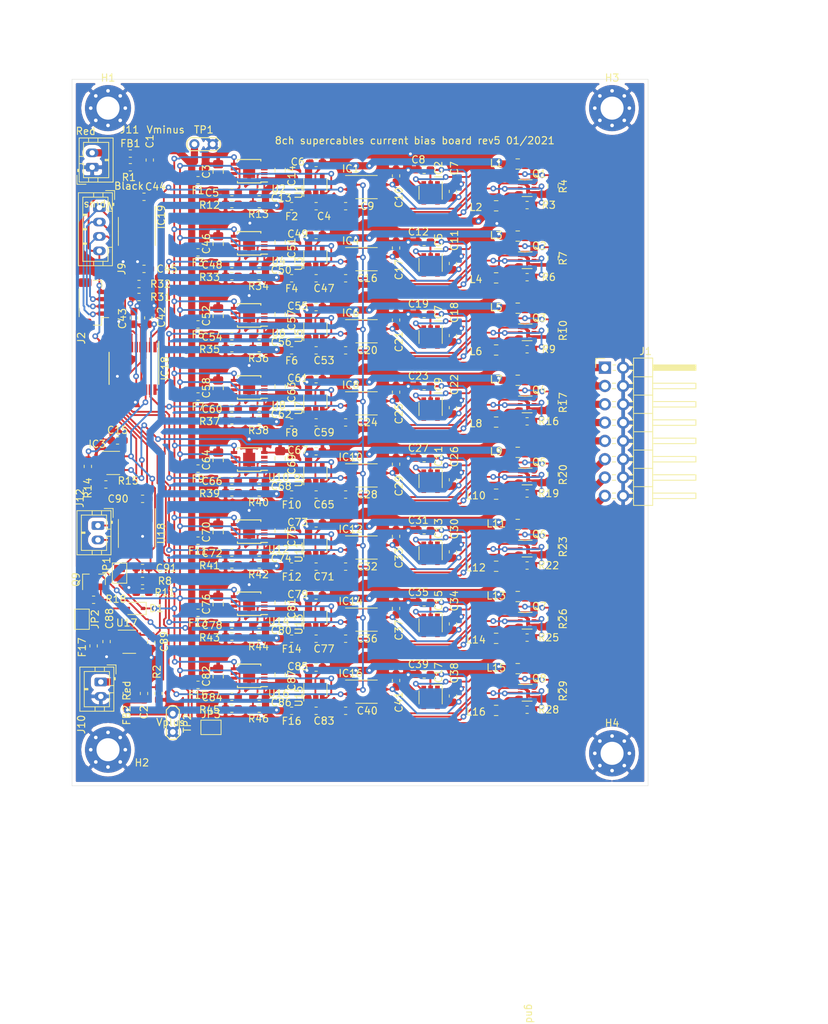
<source format=kicad_pcb>
(kicad_pcb (version 20171130) (host pcbnew "(5.1.5-0)")
  (layers (0 F.Cu signal) (31 B.Cu signal) (34 B.Paste user) (35 F.Paste user) (36 B.SilkS user) (37 F.SilkS user) (38 B.Mask user) (39 F.Mask user) (44 Edge.Cuts user))
  (net 0 "")
  (net 1 GND)
  (net 2 /Sheet5E20A415/Vp)
  (net 3 /Sheet5E20A415/Vm)
  (net 4 "Net-(IC1-Pad1)")
  (net 5 /Sheet5E20A415/Iout)
  (net 6 "Net-(IC1-Pad5)")
  (net 7 "Net-(IC1-Pad6)")
  (net 8 "Net-(IC3-Pad3)")
  (net 9 "Net-(FB1-Pad2)")
  (net 10 "Net-(C1-Pad2)")
  (net 11 "Net-(C2-Pad2)")
  (net 12 "Net-(C5-Pad2)")
  (net 13 "Net-(C13-Pad1)")
  (net 14 "Net-(FB2-Pad2)")
  (net 15 offset)
  (net 16 /sheet5E6FDFF3/Vp)
  (net 17 /sheet5E6FDFF3/Vm)
  (net 18 /sheet5E7078C0/Vp)
  (net 19 /sheet5E7078C0/Vm)
  (net 20 /sheet5E7078C1/Vp)
  (net 21 /sheet5E7078C1/Vm)
  (net 22 /sheet5E70F675/Vp)
  (net 23 /sheet5E70F675/Vm)
  (net 24 /sheet5E70F676/Vp)
  (net 25 /sheet5E70F676/Vm)
  (net 26 /sheet5E70F677/Vp)
  (net 27 /sheet5E70F677/Vm)
  (net 28 /sheet5E70F678/Vp)
  (net 29 /sheet5E70F678/Vm)
  (net 30 "Net-(IC4-Pad6)")
  (net 31 "Net-(IC4-Pad5)")
  (net 32 "Net-(IC4-Pad1)")
  (net 33 /sheet5E6FDFF3/Iout)
  (net 34 "Net-(IC6-Pad6)")
  (net 35 "Net-(IC6-Pad5)")
  (net 36 "Net-(IC6-Pad1)")
  (net 37 /sheet5E7078C0/Iout)
  (net 38 "Net-(IC8-Pad6)")
  (net 39 "Net-(IC8-Pad5)")
  (net 40 "Net-(IC8-Pad1)")
  (net 41 /sheet5E7078C1/Iout)
  (net 42 "Net-(IC10-Pad6)")
  (net 43 "Net-(IC10-Pad5)")
  (net 44 "Net-(IC10-Pad1)")
  (net 45 /sheet5E70F675/Iout)
  (net 46 "Net-(IC12-Pad6)")
  (net 47 "Net-(IC12-Pad5)")
  (net 48 "Net-(IC12-Pad1)")
  (net 49 /sheet5E70F676/Iout)
  (net 50 "Net-(IC14-Pad6)")
  (net 51 "Net-(IC14-Pad5)")
  (net 52 "Net-(IC14-Pad1)")
  (net 53 /sheet5E70F677/Iout)
  (net 54 "Net-(IC16-Pad6)")
  (net 55 "Net-(IC16-Pad5)")
  (net 56 "Net-(IC16-Pad1)")
  (net 57 /sheet5E70F678/Iout)
  (net 58 GNDD)
  (net 59 /Sheet5E7753D6/Vin)
  (net 60 /v0)
  (net 61 /Sheet5E7753D6/sda)
  (net 62 /Sheet5E7753D6/scl)
  (net 63 "Net-(IC19-Pad3)")
  (net 64 "Net-(IC19-Pad2)")
  (net 65 Vref)
  (net 66 /v1)
  (net 67 /v2)
  (net 68 /v3)
  (net 69 /v4)
  (net 70 /v5)
  (net 71 /v6)
  (net 72 /v7)
  (net 73 -5V)
  (net 74 +5V)
  (net 75 /Sheet5E20A415/sheet5E7AB32F/3.3V)
  (net 76 /Sheet5E20A415/sheet5E7AB32F/-3.3V)
  (net 77 "Net-(C48-Pad2)")
  (net 78 /sheet5E6FDFF3/sheet5E7AB32F/3.3V)
  (net 79 /sheet5E6FDFF3/sheet5E7AB32F/-3.3V)
  (net 80 "Net-(C50-Pad1)")
  (net 81 "Net-(C54-Pad2)")
  (net 82 /sheet5E7078C0/sheet5E7AB32F/3.3V)
  (net 83 /sheet5E7078C0/sheet5E7AB32F/-3.3V)
  (net 84 "Net-(C56-Pad1)")
  (net 85 "Net-(C60-Pad2)")
  (net 86 /sheet5E7078C1/sheet5E7AB32F/3.3V)
  (net 87 /sheet5E7078C1/sheet5E7AB32F/-3.3V)
  (net 88 "Net-(C62-Pad1)")
  (net 89 "Net-(C66-Pad2)")
  (net 90 /sheet5E70F675/sheet5E7AB32F/3.3V)
  (net 91 /sheet5E70F675/sheet5E7AB32F/-3.3V)
  (net 92 "Net-(C68-Pad1)")
  (net 93 "Net-(C72-Pad2)")
  (net 94 /sheet5E70F676/sheet5E7AB32F/3.3V)
  (net 95 /sheet5E70F676/sheet5E7AB32F/-3.3V)
  (net 96 "Net-(C74-Pad1)")
  (net 97 "Net-(C78-Pad2)")
  (net 98 /sheet5E70F677/sheet5E7AB32F/3.3V)
  (net 99 /sheet5E70F677/sheet5E7AB32F/-3.3V)
  (net 100 "Net-(C80-Pad1)")
  (net 101 "Net-(C84-Pad2)")
  (net 102 /sheet5E70F678/sheet5E7AB32F/3.3V)
  (net 103 /sheet5E70F678/sheet5E7AB32F/-3.3V)
  (net 104 "Net-(C86-Pad1)")
  (net 105 "Net-(C3-Pad1)")
  (net 106 "Net-(C4-Pad1)")
  (net 107 /Vpower)
  (net 108 "Net-(C46-Pad1)")
  (net 109 "Net-(C47-Pad1)")
  (net 110 "Net-(C52-Pad1)")
  (net 111 "Net-(C53-Pad1)")
  (net 112 "Net-(C58-Pad1)")
  (net 113 "Net-(C59-Pad1)")
  (net 114 "Net-(C64-Pad1)")
  (net 115 "Net-(C65-Pad1)")
  (net 116 "Net-(C70-Pad1)")
  (net 117 "Net-(C71-Pad1)")
  (net 118 "Net-(C76-Pad1)")
  (net 119 "Net-(C77-Pad1)")
  (net 120 "Net-(C82-Pad1)")
  (net 121 "Net-(C83-Pad1)")
  (net 122 "Net-(C88-Pad1)")
  (net 123 "Net-(IC1-Pad8)")
  (net 124 "Net-(IC4-Pad8)")
  (net 125 "Net-(IC6-Pad8)")
  (net 126 "Net-(IC8-Pad8)")
  (net 127 "Net-(IC10-Pad8)")
  (net 128 "Net-(IC12-Pad8)")
  (net 129 "Net-(IC14-Pad8)")
  (net 130 "Net-(IC16-Pad8)")
  (net 131 "Net-(U1-Pad4)")
  (net 132 "Net-(U2-Pad7)")
  (net 133 "Net-(U2-Pad3)")
  (net 134 "Net-(U3-Pad4)")
  (net 135 "Net-(U4-Pad7)")
  (net 136 "Net-(U4-Pad3)")
  (net 137 "Net-(U5-Pad4)")
  (net 138 "Net-(U6-Pad7)")
  (net 139 "Net-(U6-Pad3)")
  (net 140 "Net-(U7-Pad4)")
  (net 141 "Net-(U8-Pad7)")
  (net 142 "Net-(U8-Pad3)")
  (net 143 "Net-(U9-Pad4)")
  (net 144 "Net-(U10-Pad7)")
  (net 145 "Net-(U10-Pad3)")
  (net 146 "Net-(U11-Pad4)")
  (net 147 "Net-(U12-Pad7)")
  (net 148 "Net-(U12-Pad3)")
  (net 149 "Net-(U13-Pad4)")
  (net 150 "Net-(U14-Pad7)")
  (net 151 "Net-(U14-Pad3)")
  (net 152 "Net-(U15-Pad4)")
  (net 153 "Net-(U16-Pad7)")
  (net 154 "Net-(U16-Pad3)")
  (net 155 "Net-(U17-Pad4)")
  (net 156 enable_p)
  (net 157 enable_n)
  (net 158 "Net-(D1-Pad2)")
  (net 159 "Net-(J12-Pad2)")
  (net 160 "Net-(J12-Pad1)")
  (net 161 "Net-(JP1-Pad1)")
  (module Jumper:SolderJumper-2_P1.3mm_Bridged_Pad1.0x1.5mm (layer F.Cu) (at 159.3 125.9)
    (fp_text reference JP3 (at 0 -1.8) (layer F.SilkS))
    (fp_text value Jumper_NC_Small)
    (fp_poly (pts (xy -0.25 -0.3) (xy 0.25 -0.3) (xy 0.25 0.3) (xy -0.25 0.3)) (layer F.Cu) (width 0))
    (pad 2 smd rect (at 0.65 0) (size 1 1.5) (layers F.Cu F.Mask) (net 157 enable_n))
    (pad 1 smd rect (at -0.65 0) (size 1 1.5) (layers F.Cu F.Mask) (net 73 -5V))
  )
  (module Jumper:SolderJumper-2_P1.3mm_Bridged_Pad1.0x1.5mm (layer F.Cu) (at 141.4 110.9 270)
    (fp_text reference JP2 (at 0 -1.8 90) (layer F.SilkS))
    (fp_text value Jumper_NC_Small)
    (fp_poly (pts (xy -0.25 -0.3) (xy 0.25 -0.3) (xy 0.25 0.3) (xy -0.25 0.3)) (layer F.Cu) (width 0))
    (pad 2 smd rect (at 0.65 0 270) (size 1 1.5) (layers F.Cu F.Mask) (net 107 /Vpower))
    (pad 1 smd rect (at -0.65 0 270) (size 1 1.5) (layers F.Cu F.Mask) (net 156 enable_p))
  )
  (module Jumper:SolderJumper-2_P1.3mm_Open_Pad1.0x1.5mm (layer F.Cu) (at 146.6 104.5 270)
    (fp_text reference JP1 (at -0.9 1.8 90) (layer F.SilkS))
    (fp_text value Jumper_NO_Small)
    (pad 1 smd rect (at -0.65 0 270) (size 1 1.5) (layers F.Cu F.Mask) (net 161 "Net-(JP1-Pad1)"))
    (pad 2 smd rect (at 0.65 0 270) (size 1 1.5) (layers F.Cu F.Mask) (net 156 enable_p))
  )
  (module Package_SO:SOIC-8_3.9x4.9mm_P1.27mm (layer F.Cu) (at 149 99 270)
    (fp_text reference U18 (at 0 -3.4 90) (layer F.SilkS))
    (fp_text value ADuM1201AR)
    (pad 8 smd roundrect (at 2.475 -1.905 270) (size 1.95 0.6) (layers F.Cu F.Paste F.Mask) (net 107 /Vpower))
    (pad 7 smd roundrect (at 2.475 -0.635 270) (size 1.95 0.6) (layers F.Cu F.Paste F.Mask) (net 107 /Vpower))
    (pad 6 smd roundrect (at 2.475 0.635 270) (size 1.95 0.6) (layers F.Cu F.Paste F.Mask) (net 161 "Net-(JP1-Pad1)"))
    (pad 5 smd roundrect (at 2.475 1.905 270) (size 1.95 0.6) (layers F.Cu F.Paste F.Mask) (net 1 GND))
    (pad 4 smd roundrect (at -2.475 1.905 270) (size 1.95 0.6) (layers F.Cu F.Paste F.Mask) (net 58 GNDD))
    (pad 3 smd roundrect (at -2.475 0.635 270) (size 1.95 0.6) (layers F.Cu F.Paste F.Mask) (net 160 "Net-(J12-Pad1)"))
    (pad 2 smd roundrect (at -2.475 -0.635 270) (size 1.95 0.6) (layers F.Cu F.Paste F.Mask) (net 159 "Net-(J12-Pad2)"))
    (pad 1 smd roundrect (at -2.475 -1.905 270) (size 1.95 0.6) (layers F.Cu F.Paste F.Mask) (net 59 /Sheet5E7753D6/Vin))
  )
  (module Connector_JST:JST_PH_B2B-PH-K_1x02_P2.00mm_Vertical (layer F.Cu) (at 143.6 97.9 270)
    (fp_text reference J12 (at -3.8 2.5 90) (layer F.SilkS))
    (fp_text value "JST B2B-PH-K")
    (pad 2 thru_hole oval (at 2 0 270) (size 1.2 1.75) (drill 0.75) (layers *.Cu *.Mask) (net 159 "Net-(J12-Pad2)"))
    (pad 1 thru_hole roundrect (at 0 0 270) (size 1.2 1.75) (drill 0.75) (layers *.Cu *.Mask) (roundrect_rratio 0.208333) (net 160 "Net-(J12-Pad1)"))
  )
  (module Diode_SMD:D_SOD-323 (layer F.Cu) (at 148.8 109.4 180)
    (fp_text reference D1 (at -2.9 0) (layer F.SilkS))
    (fp_text value "5.6V zener")
    (pad 2 smd rect (at 1.05 0 180) (size 0.6 0.45) (layers F.Cu F.Paste F.Mask) (net 158 "Net-(D1-Pad2)"))
    (pad 1 smd rect (at -1.05 0 180) (size 0.6 0.45) (layers F.Cu F.Paste F.Mask) (net 156 enable_p))
  )
  (module Connector_JST:JST_SH_BM04B-SRSS-TB_1x04-1MP_P1.00mm_Vertical (layer F.Cu) (at 143 67 90)
    (fp_text reference J2 (at -4.9 -1.7 90) (layer F.SilkS))
    (fp_text value Conn_01x04_i2c)
    (pad MP smd roundrect (at 2.8 -1.2 90) (size 1.2 1.8) (layers F.Cu F.Paste F.Mask) (roundrect_rratio 0.208333))
    (pad MP smd roundrect (at -2.8 -1.2 90) (size 1.2 1.8) (layers F.Cu F.Paste F.Mask) (roundrect_rratio 0.208333))
    (pad 4 smd roundrect (at 1.5 1.325 90) (size 0.6 1.55) (layers F.Cu F.Paste F.Mask) (net 58 GNDD))
    (pad 3 smd roundrect (at 0.5 1.325 90) (size 0.6 1.55) (layers F.Cu F.Paste F.Mask) (net 59 /Sheet5E7753D6/Vin))
    (pad 2 smd roundrect (at -0.5 1.325 90) (size 0.6 1.55) (layers F.Cu F.Paste F.Mask) (net 64 "Net-(IC19-Pad2)"))
    (pad 1 smd roundrect (at -1.5 1.325 90) (size 0.6 1.55) (layers F.Cu F.Paste F.Mask) (net 63 "Net-(IC19-Pad3)"))
  )
  (module TestPoint:TestPoint_2Pads_Pitch2.54mm_Drill0.8mm (layer F.Cu) (at 154 124 270)
    (fp_text reference TP2 (at 1.3 -2 90) (layer F.SilkS))
    (fp_text value TestPoint_2Pole)
    (pad 2 thru_hole circle (at 2.54 0 270) (size 1.4 1.4) (drill 0.8) (layers *.Cu *.Mask) (net 1 GND))
    (pad 1 thru_hole circle (at 0 0 270) (size 1.4 1.4) (drill 0.8) (layers *.Cu *.Mask) (net 74 +5V))
  )
  (module TestPoint:TestPoint_2Pads_Pitch2.54mm_Drill0.8mm (layer F.Cu) (at 157 45)
    (fp_text reference TP1 (at 1.3 -2) (layer F.SilkS))
    (fp_text value TestPoint_2Pole)
    (pad 2 thru_hole circle (at 2.54 0) (size 1.4 1.4) (drill 0.8) (layers *.Cu *.Mask) (net 1 GND))
    (pad 1 thru_hole circle (at 0 0) (size 1.4 1.4) (drill 0.8) (layers *.Cu *.Mask) (net 73 -5V))
  )
  (module Connector_PinHeader_2.54mm:PinHeader_2x08_P2.54mm_Horizontal (layer F.Cu) (at 214 76)
    (fp_text reference J1 (at 5.655 -2.27) (layer F.SilkS))
    (fp_text value Conn_02x08_Odd_Even)
    (pad 16 thru_hole oval (at 2.54 17.78) (size 1.7 1.7) (drill 1) (layers *.Cu *.Mask) (net 1 GND))
    (pad 15 thru_hole oval (at 0 17.78) (size 1.7 1.7) (drill 1) (layers *.Cu *.Mask) (net 57 /sheet5E70F678/Iout))
    (pad 14 thru_hole oval (at 2.54 15.24) (size 1.7 1.7) (drill 1) (layers *.Cu *.Mask) (net 1 GND))
    (pad 13 thru_hole oval (at 0 15.24) (size 1.7 1.7) (drill 1) (layers *.Cu *.Mask) (net 53 /sheet5E70F677/Iout))
    (pad 12 thru_hole oval (at 2.54 12.7) (size 1.7 1.7) (drill 1) (layers *.Cu *.Mask) (net 1 GND))
    (pad 11 thru_hole oval (at 0 12.7) (size 1.7 1.7) (drill 1) (layers *.Cu *.Mask) (net 49 /sheet5E70F676/Iout))
    (pad 10 thru_hole oval (at 2.54 10.16) (size 1.7 1.7) (drill 1) (layers *.Cu *.Mask) (net 1 GND))
    (pad 9 thru_hole oval (at 0 10.16) (size 1.7 1.7) (drill 1) (layers *.Cu *.Mask) (net 45 /sheet5E70F675/Iout))
    (pad 8 thru_hole oval (at 2.54 7.62) (size 1.7 1.7) (drill 1) (layers *.Cu *.Mask) (net 1 GND))
    (pad 7 thru_hole oval (at 0 7.62) (size 1.7 1.7) (drill 1) (layers *.Cu *.Mask) (net 41 /sheet5E7078C1/Iout))
    (pad 6 thru_hole oval (at 2.54 5.08) (size 1.7 1.7) (drill 1) (layers *.Cu *.Mask) (net 1 GND))
    (pad 5 thru_hole oval (at 0 5.08) (size 1.7 1.7) (drill 1) (layers *.Cu *.Mask) (net 37 /sheet5E7078C0/Iout))
    (pad 4 thru_hole oval (at 2.54 2.54) (size 1.7 1.7) (drill 1) (layers *.Cu *.Mask) (net 1 GND))
    (pad 3 thru_hole oval (at 0 2.54) (size 1.7 1.7) (drill 1) (layers *.Cu *.Mask) (net 33 /sheet5E6FDFF3/Iout))
    (pad 2 thru_hole oval (at 2.54 0) (size 1.7 1.7) (drill 1) (layers *.Cu *.Mask) (net 1 GND))
    (pad 1 thru_hole rect (at 0 0) (size 1.7 1.7) (drill 1) (layers *.Cu *.Mask) (net 5 /Sheet5E20A415/Iout))
  )
  (module 0my_footprints:MountingHole_3.2mm_M3_Pad_Via (layer F.Cu) (at 215 129.5)
    (fp_text reference H4 (at 0 -4.2) (layer F.SilkS))
    (fp_text value MountingHole_Pad)
    (pad 1 thru_hole circle (at 1.697056 -1.697056) (size 0.6 0.6) (drill 0.5) (layers *.Cu *.Mask) (net 1 GND))
    (pad 1 thru_hole circle (at 0 -2.4) (size 0.6 0.6) (drill 0.5) (layers *.Cu *.Mask) (net 1 GND))
    (pad 1 thru_hole circle (at -1.697056 -1.697056) (size 0.6 0.6) (drill 0.5) (layers *.Cu *.Mask) (net 1 GND))
    (pad 1 thru_hole circle (at -2.4 0) (size 0.6 0.6) (drill 0.5) (layers *.Cu *.Mask) (net 1 GND))
    (pad 1 thru_hole circle (at -1.697056 1.697056) (size 0.6 0.6) (drill 0.5) (layers *.Cu *.Mask) (net 1 GND))
    (pad 1 thru_hole circle (at 0 2.4) (size 0.6 0.6) (drill 0.5) (layers *.Cu *.Mask) (net 1 GND))
    (pad 1 thru_hole circle (at 1.697056 1.697056) (size 0.6 0.6) (drill 0.5) (layers *.Cu *.Mask) (net 1 GND))
    (pad 1 thru_hole circle (at 2.4 0) (size 0.6 0.6) (drill 0.5) (layers *.Cu *.Mask) (net 1 GND))
    (pad 1 thru_hole circle (at 0 0) (size 6.4 6.4) (drill 3.2) (layers *.Cu *.Mask) (net 1 GND))
  )
  (module Resistor_SMD:R_0603_1608Metric_Pad1.05x0.95mm_HandSolder (layer F.Cu) (at 143 108.2)
    (fp_text reference R18 (at 3.1 -0.1) (layer F.SilkS))
    (fp_text value 100)
    (pad 2 smd roundrect (at 0.875 0) (size 1.05 0.95) (layers F.Cu F.Paste F.Mask) (net 73 -5V))
    (pad 1 smd roundrect (at -0.875 0) (size 1.05 0.95) (layers F.Cu F.Paste F.Mask) (net 158 "Net-(D1-Pad2)"))
  )
  (module Package_TO_SOT_SMD:SOT-23 (layer F.Cu) (at 143.05 105.4 90)
    (fp_text reference Q9 (at 0 -2.5 90) (layer F.SilkS))
    (fp_text value 2N7002)
    (pad 3 smd rect (at 1 0 90) (size 0.9 0.8) (layers F.Cu F.Paste F.Mask) (net 157 enable_n))
    (pad 2 smd rect (at -1 0.95 90) (size 0.9 0.8) (layers F.Cu F.Paste F.Mask) (net 73 -5V))
    (pad 1 smd rect (at -1 -0.95 90) (size 0.9 0.8) (layers F.Cu F.Paste F.Mask) (net 158 "Net-(D1-Pad2)"))
  )
  (module Resistor_SMD:R_0603_1608Metric_Pad1.05x0.95mm_HandSolder (layer F.Cu) (at 149.8 105.6)
    (fp_text reference R8 (at 3.1 0) (layer F.SilkS))
    (fp_text value 10K)
    (pad 2 smd roundrect (at 0.875 0) (size 1.05 0.95) (layers F.Cu F.Paste F.Mask) (net 107 /Vpower))
    (pad 1 smd roundrect (at -0.875 0) (size 1.05 0.95) (layers F.Cu F.Paste F.Mask) (net 1 GND))
  )
  (module Resistor_SMD:R_0603_1608Metric_Pad1.05x0.95mm_HandSolder (layer F.Cu) (at 149.8 107.2)
    (fp_text reference R11 (at 3.1 0) (layer F.SilkS))
    (fp_text value 10K)
    (pad 2 smd roundrect (at 0.875 0) (size 1.05 0.95) (layers F.Cu F.Paste F.Mask) (net 161 "Net-(JP1-Pad1)"))
    (pad 1 smd roundrect (at -0.875 0) (size 1.05 0.95) (layers F.Cu F.Paste F.Mask) (net 1 GND))
  )
  (module Capacitor_SMD:C_0603_1608Metric_Pad1.05x0.95mm_HandSolder (layer F.Cu) (at 149.8 103.8 180)
    (fp_text reference C91 (at -3.3 0) (layer F.SilkS))
    (fp_text value 100nF)
    (pad 2 smd roundrect (at 0.875 0 180) (size 1.05 0.95) (layers F.Cu F.Paste F.Mask) (net 1 GND))
    (pad 1 smd roundrect (at -0.875 0 180) (size 1.05 0.95) (layers F.Cu F.Paste F.Mask) (net 107 /Vpower))
  )
  (module Capacitor_SMD:C_0603_1608Metric_Pad1.05x0.95mm_HandSolder (layer F.Cu) (at 149.8 94.2 180)
    (fp_text reference C90 (at 3.4 0) (layer F.SilkS))
    (fp_text value 100nF)
    (pad 2 smd roundrect (at 0.875 0 180) (size 1.05 0.95) (layers F.Cu F.Paste F.Mask) (net 58 GNDD))
    (pad 1 smd roundrect (at -0.875 0 180) (size 1.05 0.95) (layers F.Cu F.Paste F.Mask) (net 59 /Sheet5E7753D6/Vin))
  )
  (module Package_SO:MSOP-8_3x3mm_P0.65mm (layer F.Cu) (at 180.9 120.95)
    (fp_text reference IC16 (at -2.2 -2.55) (layer F.SilkS))
    (fp_text value AD8276)
    (pad 8 smd roundrect (at 2.1125 -0.975) (size 1.625 0.5) (layers F.Cu F.Paste F.Mask) (net 130 "Net-(IC16-Pad8)"))
    (pad 7 smd roundrect (at 2.1125 -0.325) (size 1.625 0.5) (layers F.Cu F.Paste F.Mask) (net 28 /sheet5E70F678/Vp))
    (pad 6 smd roundrect (at 2.1125 0.325) (size 1.625 0.5) (layers F.Cu F.Paste F.Mask) (net 54 "Net-(IC16-Pad6)"))
    (pad 5 smd roundrect (at 2.1125 0.975) (size 1.625 0.5) (layers F.Cu F.Paste F.Mask) (net 55 "Net-(IC16-Pad5)"))
    (pad 4 smd roundrect (at -2.1125 0.975) (size 1.625 0.5) (layers F.Cu F.Paste F.Mask) (net 29 /sheet5E70F678/Vm))
    (pad 3 smd roundrect (at -2.1125 0.325) (size 1.625 0.5) (layers F.Cu F.Paste F.Mask) (net 72 /v7))
    (pad 2 smd roundrect (at -2.1125 -0.325) (size 1.625 0.5) (layers F.Cu F.Paste F.Mask) (net 15 offset))
    (pad 1 smd roundrect (at -2.1125 -0.975) (size 1.625 0.5) (layers F.Cu F.Paste F.Mask) (net 56 "Net-(IC16-Pad1)"))
  )
  (module Package_SO:MSOP-8_3x3mm_P0.65mm (layer F.Cu) (at 180.9 110.95)
    (fp_text reference IC14 (at -2.2 -2.55) (layer F.SilkS))
    (fp_text value AD8276)
    (pad 8 smd roundrect (at 2.1125 -0.975) (size 1.625 0.5) (layers F.Cu F.Paste F.Mask) (net 129 "Net-(IC14-Pad8)"))
    (pad 7 smd roundrect (at 2.1125 -0.325) (size 1.625 0.5) (layers F.Cu F.Paste F.Mask) (net 26 /sheet5E70F677/Vp))
    (pad 6 smd roundrect (at 2.1125 0.325) (size 1.625 0.5) (layers F.Cu F.Paste F.Mask) (net 50 "Net-(IC14-Pad6)"))
    (pad 5 smd roundrect (at 2.1125 0.975) (size 1.625 0.5) (layers F.Cu F.Paste F.Mask) (net 51 "Net-(IC14-Pad5)"))
    (pad 4 smd roundrect (at -2.1125 0.975) (size 1.625 0.5) (layers F.Cu F.Paste F.Mask) (net 27 /sheet5E70F677/Vm))
    (pad 3 smd roundrect (at -2.1125 0.325) (size 1.625 0.5) (layers F.Cu F.Paste F.Mask) (net 71 /v6))
    (pad 2 smd roundrect (at -2.1125 -0.325) (size 1.625 0.5) (layers F.Cu F.Paste F.Mask) (net 15 offset))
    (pad 1 smd roundrect (at -2.1125 -0.975) (size 1.625 0.5) (layers F.Cu F.Paste F.Mask) (net 52 "Net-(IC14-Pad1)"))
  )
  (module Package_SO:MSOP-8_3x3mm_P0.65mm (layer F.Cu) (at 180.9 100.95)
    (fp_text reference IC12 (at -2.2 -2.55) (layer F.SilkS))
    (fp_text value AD8276)
    (pad 8 smd roundrect (at 2.1125 -0.975) (size 1.625 0.5) (layers F.Cu F.Paste F.Mask) (net 128 "Net-(IC12-Pad8)"))
    (pad 7 smd roundrect (at 2.1125 -0.325) (size 1.625 0.5) (layers F.Cu F.Paste F.Mask) (net 24 /sheet5E70F676/Vp))
    (pad 6 smd roundrect (at 2.1125 0.325) (size 1.625 0.5) (layers F.Cu F.Paste F.Mask) (net 46 "Net-(IC12-Pad6)"))
    (pad 5 smd roundrect (at 2.1125 0.975) (size 1.625 0.5) (layers F.Cu F.Paste F.Mask) (net 47 "Net-(IC12-Pad5)"))
    (pad 4 smd roundrect (at -2.1125 0.975) (size 1.625 0.5) (layers F.Cu F.Paste F.Mask) (net 25 /sheet5E70F676/Vm))
    (pad 3 smd roundrect (at -2.1125 0.325) (size 1.625 0.5) (layers F.Cu F.Paste F.Mask) (net 70 /v5))
    (pad 2 smd roundrect (at -2.1125 -0.325) (size 1.625 0.5) (layers F.Cu F.Paste F.Mask) (net 15 offset))
    (pad 1 smd roundrect (at -2.1125 -0.975) (size 1.625 0.5) (layers F.Cu F.Paste F.Mask) (net 48 "Net-(IC12-Pad1)"))
  )
  (module Package_SO:MSOP-8_3x3mm_P0.65mm (layer F.Cu) (at 180.9 90.95)
    (fp_text reference IC10 (at -2.2 -2.55) (layer F.SilkS))
    (fp_text value AD8276)
    (pad 8 smd roundrect (at 2.1125 -0.975) (size 1.625 0.5) (layers F.Cu F.Paste F.Mask) (net 127 "Net-(IC10-Pad8)"))
    (pad 7 smd roundrect (at 2.1125 -0.325) (size 1.625 0.5) (layers F.Cu F.Paste F.Mask) (net 22 /sheet5E70F675/Vp))
    (pad 6 smd roundrect (at 2.1125 0.325) (size 1.625 0.5) (layers F.Cu F.Paste F.Mask) (net 42 "Net-(IC10-Pad6)"))
    (pad 5 smd roundrect (at 2.1125 0.975) (size 1.625 0.5) (layers F.Cu F.Paste F.Mask) (net 43 "Net-(IC10-Pad5)"))
    (pad 4 smd roundrect (at -2.1125 0.975) (size 1.625 0.5) (layers F.Cu F.Paste F.Mask) (net 23 /sheet5E70F675/Vm))
    (pad 3 smd roundrect (at -2.1125 0.325) (size 1.625 0.5) (layers F.Cu F.Paste F.Mask) (net 69 /v4))
    (pad 2 smd roundrect (at -2.1125 -0.325) (size 1.625 0.5) (layers F.Cu F.Paste F.Mask) (net 15 offset))
    (pad 1 smd roundrect (at -2.1125 -0.975) (size 1.625 0.5) (layers F.Cu F.Paste F.Mask) (net 44 "Net-(IC10-Pad1)") (clearance 0.1))
  )
  (module Package_SO:MSOP-8_3x3mm_P0.65mm (layer F.Cu) (at 180.9 80.95)
    (fp_text reference IC8 (at -2.2 -2.55) (layer F.SilkS))
    (fp_text value AD8276)
    (pad 8 smd roundrect (at 2.1125 -0.975) (size 1.625 0.5) (layers F.Cu F.Paste F.Mask) (net 126 "Net-(IC8-Pad8)"))
    (pad 7 smd roundrect (at 2.1125 -0.325) (size 1.625 0.5) (layers F.Cu F.Paste F.Mask) (net 20 /sheet5E7078C1/Vp))
    (pad 6 smd roundrect (at 2.1125 0.325) (size 1.625 0.5) (layers F.Cu F.Paste F.Mask) (net 38 "Net-(IC8-Pad6)"))
    (pad 5 smd roundrect (at 2.1125 0.975) (size 1.625 0.5) (layers F.Cu F.Paste F.Mask) (net 39 "Net-(IC8-Pad5)"))
    (pad 4 smd roundrect (at -2.1125 0.975) (size 1.625 0.5) (layers F.Cu F.Paste F.Mask) (net 21 /sheet5E7078C1/Vm))
    (pad 3 smd roundrect (at -2.1125 0.325) (size 1.625 0.5) (layers F.Cu F.Paste F.Mask) (net 68 /v3))
    (pad 2 smd roundrect (at -2.1125 -0.325) (size 1.625 0.5) (layers F.Cu F.Paste F.Mask) (net 15 offset))
    (pad 1 smd roundrect (at -2.1125 -0.975) (size 1.625 0.5) (layers F.Cu F.Paste F.Mask) (net 40 "Net-(IC8-Pad1)"))
  )
  (module Package_SO:MSOP-8_3x3mm_P0.65mm (layer F.Cu) (at 180.9 70.95)
    (fp_text reference IC6 (at -2.2 -2.55) (layer F.SilkS))
    (fp_text value AD8276)
    (pad 8 smd roundrect (at 2.1125 -0.975) (size 1.625 0.5) (layers F.Cu F.Paste F.Mask) (net 125 "Net-(IC6-Pad8)"))
    (pad 7 smd roundrect (at 2.1125 -0.325) (size 1.625 0.5) (layers F.Cu F.Paste F.Mask) (net 18 /sheet5E7078C0/Vp))
    (pad 6 smd roundrect (at 2.1125 0.325) (size 1.625 0.5) (layers F.Cu F.Paste F.Mask) (net 34 "Net-(IC6-Pad6)"))
    (pad 5 smd roundrect (at 2.1125 0.975) (size 1.625 0.5) (layers F.Cu F.Paste F.Mask) (net 35 "Net-(IC6-Pad5)"))
    (pad 4 smd roundrect (at -2.1125 0.975) (size 1.625 0.5) (layers F.Cu F.Paste F.Mask) (net 19 /sheet5E7078C0/Vm))
    (pad 3 smd roundrect (at -2.1125 0.325) (size 1.625 0.5) (layers F.Cu F.Paste F.Mask) (net 67 /v2))
    (pad 2 smd roundrect (at -2.1125 -0.325) (size 1.625 0.5) (layers F.Cu F.Paste F.Mask) (net 15 offset))
    (pad 1 smd roundrect (at -2.1125 -0.975) (size 1.625 0.5) (layers F.Cu F.Paste F.Mask) (net 36 "Net-(IC6-Pad1)"))
  )
  (module Package_SO:MSOP-8_3x3mm_P0.65mm (layer F.Cu) (at 180.9 60.95)
    (fp_text reference IC4 (at -2.2 -2.55) (layer F.SilkS))
    (fp_text value AD8276)
    (pad 8 smd roundrect (at 2.1125 -0.975) (size 1.625 0.5) (layers F.Cu F.Paste F.Mask) (net 124 "Net-(IC4-Pad8)"))
    (pad 7 smd roundrect (at 2.1125 -0.325) (size 1.625 0.5) (layers F.Cu F.Paste F.Mask) (net 16 /sheet5E6FDFF3/Vp))
    (pad 6 smd roundrect (at 2.1125 0.325) (size 1.625 0.5) (layers F.Cu F.Paste F.Mask) (net 30 "Net-(IC4-Pad6)"))
    (pad 5 smd roundrect (at 2.1125 0.975) (size 1.625 0.5) (layers F.Cu F.Paste F.Mask) (net 31 "Net-(IC4-Pad5)"))
    (pad 4 smd roundrect (at -2.1125 0.975) (size 1.625 0.5) (layers F.Cu F.Paste F.Mask) (net 17 /sheet5E6FDFF3/Vm))
    (pad 3 smd roundrect (at -2.1125 0.325) (size 1.625 0.5) (layers F.Cu F.Paste F.Mask) (net 66 /v1))
    (pad 2 smd roundrect (at -2.1125 -0.325) (size 1.625 0.5) (layers F.Cu F.Paste F.Mask) (net 15 offset))
    (pad 1 smd roundrect (at -2.1125 -0.975) (size 1.625 0.5) (layers F.Cu F.Paste F.Mask) (net 32 "Net-(IC4-Pad1)"))
  )
  (module Package_SO:MSOP-8_3x3mm_P0.65mm (layer F.Cu) (at 180.9 50.95)
    (fp_text reference IC1 (at -2.2 -2.55) (layer F.SilkS))
    (fp_text value AD8276)
    (pad 8 smd roundrect (at 2.1125 -0.975) (size 1.625 0.5) (layers F.Cu F.Paste F.Mask) (net 123 "Net-(IC1-Pad8)"))
    (pad 7 smd roundrect (at 2.1125 -0.325) (size 1.625 0.5) (layers F.Cu F.Paste F.Mask) (net 2 /Sheet5E20A415/Vp))
    (pad 6 smd roundrect (at 2.1125 0.325) (size 1.625 0.5) (layers F.Cu F.Paste F.Mask) (net 7 "Net-(IC1-Pad6)"))
    (pad 5 smd roundrect (at 2.1125 0.975) (size 1.625 0.5) (layers F.Cu F.Paste F.Mask) (net 6 "Net-(IC1-Pad5)"))
    (pad 4 smd roundrect (at -2.1125 0.975) (size 1.625 0.5) (layers F.Cu F.Paste F.Mask) (net 3 /Sheet5E20A415/Vm))
    (pad 3 smd roundrect (at -2.1125 0.325) (size 1.625 0.5) (layers F.Cu F.Paste F.Mask) (net 60 /v0))
    (pad 2 smd roundrect (at -2.1125 -0.325) (size 1.625 0.5) (layers F.Cu F.Paste F.Mask) (net 15 offset) (clearance 0.1))
    (pad 1 smd roundrect (at -2.1125 -0.975) (size 1.625 0.5) (layers F.Cu F.Paste F.Mask) (net 4 "Net-(IC1-Pad1)") (clearance 0.1))
  )
  (module Inductor_SMD:L_0603_1608Metric_Pad1.05x0.95mm_HandSolder (layer F.Cu) (at 147.6 121.2 90)
    (fp_text reference FB2 (at -3 0 90) (layer F.SilkS))
    (fp_text value BLM18PG181SN1D)
    (pad 2 smd roundrect (at 0.875 0 90) (size 1.05 0.95) (layers F.Cu F.Paste F.Mask) (net 14 "Net-(FB2-Pad2)"))
    (pad 1 smd roundrect (at -0.875 0 90) (size 1.05 0.95) (layers F.Cu F.Paste F.Mask) (net 74 +5V))
  )
  (module Package_TO_SOT_SMD:SOT-23-5 (layer F.Cu) (at 147.95 114.02)
    (fp_text reference U17 (at -0.35 -2.62) (layer F.SilkS))
    (fp_text value LP5907MFX-3.3)
    (pad 5 smd rect (at 1.1 -0.95) (size 1.06 0.65) (layers F.Cu F.Paste F.Mask) (net 107 /Vpower))
    (pad 4 smd rect (at 1.1 0.95) (size 1.06 0.65) (layers F.Cu F.Paste F.Mask) (net 155 "Net-(U17-Pad4)"))
    (pad 3 smd rect (at -1.1 0.95) (size 1.06 0.65) (layers F.Cu F.Paste F.Mask) (net 122 "Net-(C88-Pad1)"))
    (pad 2 smd rect (at -1.1 0) (size 1.06 0.65) (layers F.Cu F.Paste F.Mask) (net 1 GND))
    (pad 1 smd rect (at -1.1 -0.95) (size 1.06 0.65) (layers F.Cu F.Paste F.Mask) (net 122 "Net-(C88-Pad1)"))
  )
  (module Fuse:Fuse_0603_1608Metric_Pad1.05x0.95mm_HandSolder (layer F.Cu) (at 143 114.6 270)
    (fp_text reference F17 (at 0.2 1.6 90) (layer F.SilkS))
    (fp_text value Polyfuse)
    (pad 2 smd roundrect (at 0.875 0 270) (size 1.05 0.95) (layers F.Cu F.Paste F.Mask) (net 74 +5V))
    (pad 1 smd roundrect (at -0.875 0 270) (size 1.05 0.95) (layers F.Cu F.Paste F.Mask) (net 122 "Net-(C88-Pad1)"))
  )
  (module Fuse:Fuse_0603_1608Metric_Pad1.05x0.95mm_HandSolder (layer F.Cu) (at 170.5 123.6 180)
    (fp_text reference F16 (at 0 -1.43) (layer F.SilkS))
    (fp_text value Polyfuse)
    (pad 2 smd roundrect (at 0.875 0 180) (size 1.05 0.95) (layers F.Cu F.Paste F.Mask) (net 74 +5V))
    (pad 1 smd roundrect (at -0.875 0 180) (size 1.05 0.95) (layers F.Cu F.Paste F.Mask) (net 121 "Net-(C83-Pad1)"))
  )
  (module Fuse:Fuse_0603_1608Metric_Pad1.05x0.95mm_HandSolder (layer F.Cu) (at 157.5 120 180)
    (fp_text reference F15 (at 0 -1.43) (layer F.SilkS))
    (fp_text value Polyfuse)
    (pad 2 smd roundrect (at 0.875 0 180) (size 1.05 0.95) (layers F.Cu F.Paste F.Mask) (net 73 -5V))
    (pad 1 smd roundrect (at -0.875 0 180) (size 1.05 0.95) (layers F.Cu F.Paste F.Mask) (net 120 "Net-(C82-Pad1)"))
  )
  (module Fuse:Fuse_0603_1608Metric_Pad1.05x0.95mm_HandSolder (layer F.Cu) (at 170.5 113.6 180)
    (fp_text reference F14 (at 0 -1.43) (layer F.SilkS))
    (fp_text value Polyfuse)
    (pad 2 smd roundrect (at 0.875 0 180) (size 1.05 0.95) (layers F.Cu F.Paste F.Mask) (net 74 +5V))
    (pad 1 smd roundrect (at -0.875 0 180) (size 1.05 0.95) (layers F.Cu F.Paste F.Mask) (net 119 "Net-(C77-Pad1)"))
  )
  (module Fuse:Fuse_0603_1608Metric_Pad1.05x0.95mm_HandSolder (layer F.Cu) (at 157.5 110 180)
    (fp_text reference F13 (at 0 -1.43) (layer F.SilkS))
    (fp_text value Polyfuse)
    (pad 2 smd roundrect (at 0.875 0 180) (size 1.05 0.95) (layers F.Cu F.Paste F.Mask) (net 73 -5V))
    (pad 1 smd roundrect (at -0.875 0 180) (size 1.05 0.95) (layers F.Cu F.Paste F.Mask) (net 118 "Net-(C76-Pad1)"))
  )
  (module Fuse:Fuse_0603_1608Metric_Pad1.05x0.95mm_HandSolder (layer F.Cu) (at 170.5 103.6 180)
    (fp_text reference F12 (at 0 -1.43) (layer F.SilkS))
    (fp_text value Polyfuse)
    (pad 2 smd roundrect (at 0.875 0 180) (size 1.05 0.95) (layers F.Cu F.Paste F.Mask) (net 74 +5V))
    (pad 1 smd roundrect (at -0.875 0 180) (size 1.05 0.95) (layers F.Cu F.Paste F.Mask) (net 117 "Net-(C71-Pad1)"))
  )
  (module Fuse:Fuse_0603_1608Metric_Pad1.05x0.95mm_HandSolder (layer F.Cu) (at 157.5 100 180)
    (fp_text reference F11 (at 0 -1.43) (layer F.SilkS))
    (fp_text value Polyfuse)
    (pad 2 smd roundrect (at 0.875 0 180) (size 1.05 0.95) (layers F.Cu F.Paste F.Mask) (net 73 -5V))
    (pad 1 smd roundrect (at -0.875 0 180) (size 1.05 0.95) (layers F.Cu F.Paste F.Mask) (net 116 "Net-(C70-Pad1)"))
  )
  (module Fuse:Fuse_0603_1608Metric_Pad1.05x0.95mm_HandSolder (layer F.Cu) (at 170.5 93.6 180)
    (fp_text reference F10 (at 0 -1.43) (layer F.SilkS))
    (fp_text value Polyfuse)
    (pad 2 smd roundrect (at 0.875 0 180) (size 1.05 0.95) (layers F.Cu F.Paste F.Mask) (net 74 +5V))
    (pad 1 smd roundrect (at -0.875 0 180) (size 1.05 0.95) (layers F.Cu F.Paste F.Mask) (net 115 "Net-(C65-Pad1)"))
  )
  (module Fuse:Fuse_0603_1608Metric_Pad1.05x0.95mm_HandSolder (layer F.Cu) (at 157.5 90 180)
    (fp_text reference F9 (at 0 -1.43) (layer F.SilkS))
    (fp_text value Polyfuse)
    (pad 2 smd roundrect (at 0.875 0 180) (size 1.05 0.95) (layers F.Cu F.Paste F.Mask) (net 73 -5V))
    (pad 1 smd roundrect (at -0.875 0 180) (size 1.05 0.95) (layers F.Cu F.Paste F.Mask) (net 114 "Net-(C64-Pad1)"))
  )
  (module Fuse:Fuse_0603_1608Metric_Pad1.05x0.95mm_HandSolder (layer F.Cu) (at 170.5 83.6 180)
    (fp_text reference F8 (at 0 -1.43) (layer F.SilkS))
    (fp_text value Polyfuse)
    (pad 2 smd roundrect (at 0.875 0 180) (size 1.05 0.95) (layers F.Cu F.Paste F.Mask) (net 74 +5V))
    (pad 1 smd roundrect (at -0.875 0 180) (size 1.05 0.95) (layers F.Cu F.Paste F.Mask) (net 113 "Net-(C59-Pad1)"))
  )
  (module Fuse:Fuse_0603_1608Metric_Pad1.05x0.95mm_HandSolder (layer F.Cu) (at 157.5 80 180)
    (fp_text reference F7 (at 0 -1.43) (layer F.SilkS))
    (fp_text value Polyfuse)
    (pad 2 smd roundrect (at 0.875 0 180) (size 1.05 0.95) (layers F.Cu F.Paste F.Mask) (net 73 -5V))
    (pad 1 smd roundrect (at -0.875 0 180) (size 1.05 0.95) (layers F.Cu F.Paste F.Mask) (net 112 "Net-(C58-Pad1)"))
  )
  (module Fuse:Fuse_0603_1608Metric_Pad1.05x0.95mm_HandSolder (layer F.Cu) (at 170.5 73.6 180)
    (fp_text reference F6 (at 0 -1.43) (layer F.SilkS))
    (fp_text value Polyfuse)
    (pad 2 smd roundrect (at 0.875 0 180) (size 1.05 0.95) (layers F.Cu F.Paste F.Mask) (net 74 +5V))
    (pad 1 smd roundrect (at -0.875 0 180) (size 1.05 0.95) (layers F.Cu F.Paste F.Mask) (net 111 "Net-(C53-Pad1)"))
  )
  (module Fuse:Fuse_0603_1608Metric_Pad1.05x0.95mm_HandSolder (layer F.Cu) (at 157.5 70 180)
    (fp_text reference F5 (at 0 -1.43) (layer F.SilkS))
    (fp_text value Polyfuse)
    (pad 2 smd roundrect (at 0.875 0 180) (size 1.05 0.95) (layers F.Cu F.Paste F.Mask) (net 73 -5V))
    (pad 1 smd roundrect (at -0.875 0 180) (size 1.05 0.95) (layers F.Cu F.Paste F.Mask) (net 110 "Net-(C52-Pad1)"))
  )
  (module Fuse:Fuse_0603_1608Metric_Pad1.05x0.95mm_HandSolder (layer F.Cu) (at 170.5 63.6 180)
    (fp_text reference F4 (at 0 -1.43) (layer F.SilkS))
    (fp_text value Polyfuse)
    (pad 2 smd roundrect (at 0.875 0 180) (size 1.05 0.95) (layers F.Cu F.Paste F.Mask) (net 74 +5V))
    (pad 1 smd roundrect (at -0.875 0 180) (size 1.05 0.95) (layers F.Cu F.Paste F.Mask) (net 109 "Net-(C47-Pad1)"))
  )
  (module Fuse:Fuse_0603_1608Metric_Pad1.05x0.95mm_HandSolder (layer F.Cu) (at 157.5 60 180)
    (fp_text reference F3 (at 0 -1.43) (layer F.SilkS))
    (fp_text value Polyfuse)
    (pad 2 smd roundrect (at 0.875 0 180) (size 1.05 0.95) (layers F.Cu F.Paste F.Mask) (net 73 -5V))
    (pad 1 smd roundrect (at -0.875 0 180) (size 1.05 0.95) (layers F.Cu F.Paste F.Mask) (net 108 "Net-(C46-Pad1)"))
  )
  (module Fuse:Fuse_0603_1608Metric_Pad1.05x0.95mm_HandSolder (layer F.Cu) (at 170.5 53.6 180)
    (fp_text reference F2 (at 0 -1.43) (layer F.SilkS))
    (fp_text value Polyfuse)
    (pad 2 smd roundrect (at 0.875 0 180) (size 1.05 0.95) (layers F.Cu F.Paste F.Mask) (net 74 +5V))
    (pad 1 smd roundrect (at -0.875 0 180) (size 1.05 0.95) (layers F.Cu F.Paste F.Mask) (net 106 "Net-(C4-Pad1)"))
  )
  (module Fuse:Fuse_0603_1608Metric_Pad1.05x0.95mm_HandSolder (layer F.Cu) (at 157.5 50 180)
    (fp_text reference F1 (at 0 -1.43) (layer F.SilkS))
    (fp_text value Polyfuse)
    (pad 2 smd roundrect (at 0.875 0 180) (size 1.05 0.95) (layers F.Cu F.Paste F.Mask) (net 73 -5V))
    (pad 1 smd roundrect (at -0.875 0 180) (size 1.05 0.95) (layers F.Cu F.Paste F.Mask) (net 105 "Net-(C3-Pad1)"))
  )
  (module Capacitor_SMD:C_0603_1608Metric_Pad1.05x0.95mm_HandSolder (layer F.Cu) (at 151 114.1 270)
    (fp_text reference C89 (at -0.1 -1.8 90) (layer F.SilkS))
    (fp_text value 1uF)
    (pad 2 smd roundrect (at 0.875 0 270) (size 1.05 0.95) (layers F.Cu F.Paste F.Mask) (net 1 GND))
    (pad 1 smd roundrect (at -0.875 0 270) (size 1.05 0.95) (layers F.Cu F.Paste F.Mask) (net 107 /Vpower))
  )
  (module Capacitor_SMD:C_0603_1608Metric_Pad1.05x0.95mm_HandSolder (layer F.Cu) (at 144.8 114 270)
    (fp_text reference C88 (at -3.2 -0.4 90) (layer F.SilkS))
    (fp_text value 1uF)
    (pad 2 smd roundrect (at 0.875 0 270) (size 1.05 0.95) (layers F.Cu F.Paste F.Mask) (net 1 GND))
    (pad 1 smd roundrect (at -0.875 0 270) (size 1.05 0.95) (layers F.Cu F.Paste F.Mask) (net 122 "Net-(C88-Pad1)"))
  )
  (module Package_SO:MSOP-8-1EP_3x3mm_P0.65mm_EP1.68x1.88mm (layer F.Cu) (at 164.6 118.75 180)
    (fp_text reference U16 (at -4.1 -2.45) (layer F.SilkS))
    (fp_text value TPS7A3001)
    (pad 9 smd rect (at 0 0 180) (size 1.68 1.88) (layers F.Cu F.Mask) (net 1 GND))
    (pad 8 smd rect (at 2.105 -0.975 180) (size 0.89 0.42) (layers F.Cu F.Paste F.Mask) (net 120 "Net-(C82-Pad1)"))
    (pad 7 smd rect (at 2.105 -0.325 180) (size 0.89 0.42) (layers F.Cu F.Paste F.Mask) (net 153 "Net-(U16-Pad7)"))
    (pad 6 smd rect (at 2.105 0.325 180) (size 0.89 0.42) (layers F.Cu F.Paste F.Mask) (net 101 "Net-(C84-Pad2)"))
    (pad 5 smd rect (at 2.105 0.975 180) (size 0.89 0.42) (layers F.Cu F.Paste F.Mask) (net 156 enable_p))
    (pad 4 smd rect (at -2.105 0.975 180) (size 0.89 0.42) (layers F.Cu F.Paste F.Mask) (net 1 GND))
    (pad 3 smd rect (at -2.105 0.325 180) (size 0.89 0.42) (layers F.Cu F.Paste F.Mask) (net 154 "Net-(U16-Pad3)"))
    (pad 2 smd rect (at -2.105 -0.325 180) (size 0.89 0.42) (layers F.Cu F.Paste F.Mask) (net 104 "Net-(C86-Pad1)"))
    (pad 1 smd rect (at -2.105 -0.975 180) (size 0.89 0.42) (layers F.Cu F.Paste F.Mask) (net 103 /sheet5E70F678/sheet5E7AB32F/-3.3V))
  )
  (module Package_TO_SOT_SMD:SOT-23-5 (layer F.Cu) (at 173.8 120.7 90)
    (fp_text reference U15 (at -0.9 -2.3 90) (layer F.SilkS))
    (fp_text value LP5907MFX-3.3)
    (pad 5 smd rect (at 1.1 -0.95 90) (size 1.06 0.65) (layers F.Cu F.Paste F.Mask) (net 102 /sheet5E70F678/sheet5E7AB32F/3.3V))
    (pad 4 smd rect (at 1.1 0.95 90) (size 1.06 0.65) (layers F.Cu F.Paste F.Mask) (net 152 "Net-(U15-Pad4)"))
    (pad 3 smd rect (at -1.1 0.95 90) (size 1.06 0.65) (layers F.Cu F.Paste F.Mask) (net 157 enable_n))
    (pad 2 smd rect (at -1.1 0 90) (size 1.06 0.65) (layers F.Cu F.Paste F.Mask) (net 1 GND))
    (pad 1 smd rect (at -1.1 -0.95 90) (size 1.06 0.65) (layers F.Cu F.Paste F.Mask) (net 121 "Net-(C83-Pad1)"))
  )
  (module Package_SO:MSOP-8-1EP_3x3mm_P0.65mm_EP1.68x1.88mm (layer F.Cu) (at 164.6 108.75 180)
    (fp_text reference U14 (at -4.1 -2.45) (layer F.SilkS))
    (fp_text value TPS7A3001)
    (pad 9 smd rect (at 0 0 180) (size 1.68 1.88) (layers F.Cu F.Mask) (net 1 GND))
    (pad 8 smd rect (at 2.105 -0.975 180) (size 0.89 0.42) (layers F.Cu F.Paste F.Mask) (net 118 "Net-(C76-Pad1)"))
    (pad 7 smd rect (at 2.105 -0.325 180) (size 0.89 0.42) (layers F.Cu F.Paste F.Mask) (net 150 "Net-(U14-Pad7)"))
    (pad 6 smd rect (at 2.105 0.325 180) (size 0.89 0.42) (layers F.Cu F.Paste F.Mask) (net 97 "Net-(C78-Pad2)"))
    (pad 5 smd rect (at 2.105 0.975 180) (size 0.89 0.42) (layers F.Cu F.Paste F.Mask) (net 156 enable_p))
    (pad 4 smd rect (at -2.105 0.975 180) (size 0.89 0.42) (layers F.Cu F.Paste F.Mask) (net 1 GND))
    (pad 3 smd rect (at -2.105 0.325 180) (size 0.89 0.42) (layers F.Cu F.Paste F.Mask) (net 151 "Net-(U14-Pad3)"))
    (pad 2 smd rect (at -2.105 -0.325 180) (size 0.89 0.42) (layers F.Cu F.Paste F.Mask) (net 100 "Net-(C80-Pad1)"))
    (pad 1 smd rect (at -2.105 -0.975 180) (size 0.89 0.42) (layers F.Cu F.Paste F.Mask) (net 99 /sheet5E70F677/sheet5E7AB32F/-3.3V))
  )
  (module Package_TO_SOT_SMD:SOT-23-5 (layer F.Cu) (at 173.8 110.7 90)
    (fp_text reference U13 (at -0.9 -2.3 90) (layer F.SilkS))
    (fp_text value LP5907MFX-3.3)
    (pad 5 smd rect (at 1.1 -0.95 90) (size 1.06 0.65) (layers F.Cu F.Paste F.Mask) (net 98 /sheet5E70F677/sheet5E7AB32F/3.3V))
    (pad 4 smd rect (at 1.1 0.95 90) (size 1.06 0.65) (layers F.Cu F.Paste F.Mask) (net 149 "Net-(U13-Pad4)"))
    (pad 3 smd rect (at -1.1 0.95 90) (size 1.06 0.65) (layers F.Cu F.Paste F.Mask) (net 157 enable_n))
    (pad 2 smd rect (at -1.1 0 90) (size 1.06 0.65) (layers F.Cu F.Paste F.Mask) (net 1 GND))
    (pad 1 smd rect (at -1.1 -0.95 90) (size 1.06 0.65) (layers F.Cu F.Paste F.Mask) (net 119 "Net-(C77-Pad1)"))
  )
  (module Package_SO:MSOP-8-1EP_3x3mm_P0.65mm_EP1.68x1.88mm (layer F.Cu) (at 164.6 98.75 180)
    (fp_text reference U12 (at -4.1 -2.45) (layer F.SilkS))
    (fp_text value TPS7A3001)
    (pad 9 smd rect (at 0 0 180) (size 1.68 1.88) (layers F.Cu F.Mask) (net 1 GND))
    (pad 8 smd rect (at 2.105 -0.975 180) (size 0.89 0.42) (layers F.Cu F.Paste F.Mask) (net 116 "Net-(C70-Pad1)"))
    (pad 7 smd rect (at 2.105 -0.325 180) (size 0.89 0.42) (layers F.Cu F.Paste F.Mask) (net 147 "Net-(U12-Pad7)"))
    (pad 6 smd rect (at 2.105 0.325 180) (size 0.89 0.42) (layers F.Cu F.Paste F.Mask) (net 93 "Net-(C72-Pad2)"))
    (pad 5 smd rect (at 2.105 0.975 180) (size 0.89 0.42) (layers F.Cu F.Paste F.Mask) (net 156 enable_p))
    (pad 4 smd rect (at -2.105 0.975 180) (size 0.89 0.42) (layers F.Cu F.Paste F.Mask) (net 1 GND))
    (pad 3 smd rect (at -2.105 0.325 180) (size 0.89 0.42) (layers F.Cu F.Paste F.Mask) (net 148 "Net-(U12-Pad3)"))
    (pad 2 smd rect (at -2.105 -0.325 180) (size 0.89 0.42) (layers F.Cu F.Paste F.Mask) (net 96 "Net-(C74-Pad1)"))
    (pad 1 smd rect (at -2.105 -0.975 180) (size 0.89 0.42) (layers F.Cu F.Paste F.Mask) (net 95 /sheet5E70F676/sheet5E7AB32F/-3.3V))
  )
  (module Package_TO_SOT_SMD:SOT-23-5 (layer F.Cu) (at 173.8 100.7 90)
    (fp_text reference U11 (at -0.9 -2.3 90) (layer F.SilkS))
    (fp_text value LP5907MFX-3.3)
    (pad 5 smd rect (at 1.1 -0.95 90) (size 1.06 0.65) (layers F.Cu F.Paste F.Mask) (net 94 /sheet5E70F676/sheet5E7AB32F/3.3V))
    (pad 4 smd rect (at 1.1 0.95 90) (size 1.06 0.65) (layers F.Cu F.Paste F.Mask) (net 146 "Net-(U11-Pad4)"))
    (pad 3 smd rect (at -1.1 0.95 90) (size 1.06 0.65) (layers F.Cu F.Paste F.Mask) (net 157 enable_n))
    (pad 2 smd rect (at -1.1 0 90) (size 1.06 0.65) (layers F.Cu F.Paste F.Mask) (net 1 GND))
    (pad 1 smd rect (at -1.1 -0.95 90) (size 1.06 0.65) (layers F.Cu F.Paste F.Mask) (net 117 "Net-(C71-Pad1)"))
  )
  (module Package_SO:MSOP-8-1EP_3x3mm_P0.65mm_EP1.68x1.88mm (layer F.Cu) (at 164.6 88.75 180)
    (fp_text reference U10 (at -4.1 -2.45) (layer F.SilkS))
    (fp_text value TPS7A3001)
    (pad 9 smd rect (at 0 0 180) (size 1.68 1.88) (layers F.Cu F.Mask) (net 1 GND))
    (pad 8 smd rect (at 2.105 -0.975 180) (size 0.89 0.42) (layers F.Cu F.Paste F.Mask) (net 114 "Net-(C64-Pad1)"))
    (pad 7 smd rect (at 2.105 -0.325 180) (size 0.89 0.42) (layers F.Cu F.Paste F.Mask) (net 144 "Net-(U10-Pad7)"))
    (pad 6 smd rect (at 2.105 0.325 180) (size 0.89 0.42) (layers F.Cu F.Paste F.Mask) (net 89 "Net-(C66-Pad2)"))
    (pad 5 smd rect (at 2.105 0.975 180) (size 0.89 0.42) (layers F.Cu F.Paste F.Mask) (net 156 enable_p))
    (pad 4 smd rect (at -2.105 0.975 180) (size 0.89 0.42) (layers F.Cu F.Paste F.Mask) (net 1 GND))
    (pad 3 smd rect (at -2.105 0.325 180) (size 0.89 0.42) (layers F.Cu F.Paste F.Mask) (net 145 "Net-(U10-Pad3)"))
    (pad 2 smd rect (at -2.105 -0.325 180) (size 0.89 0.42) (layers F.Cu F.Paste F.Mask) (net 92 "Net-(C68-Pad1)"))
    (pad 1 smd rect (at -2.105 -0.975 180) (size 0.89 0.42) (layers F.Cu F.Paste F.Mask) (net 91 /sheet5E70F675/sheet5E7AB32F/-3.3V))
  )
  (module Package_TO_SOT_SMD:SOT-23-5 (layer F.Cu) (at 173.8 90.7 90)
    (fp_text reference U9 (at -0.9 -2.3 90) (layer F.SilkS))
    (fp_text value LP5907MFX-3.3)
    (pad 5 smd rect (at 1.1 -0.95 90) (size 1.06 0.65) (layers F.Cu F.Paste F.Mask) (net 90 /sheet5E70F675/sheet5E7AB32F/3.3V))
    (pad 4 smd rect (at 1.1 0.95 90) (size 1.06 0.65) (layers F.Cu F.Paste F.Mask) (net 143 "Net-(U9-Pad4)"))
    (pad 3 smd rect (at -1.1 0.95 90) (size 1.06 0.65) (layers F.Cu F.Paste F.Mask) (net 157 enable_n))
    (pad 2 smd rect (at -1.1 0 90) (size 1.06 0.65) (layers F.Cu F.Paste F.Mask) (net 1 GND))
    (pad 1 smd rect (at -1.1 -0.95 90) (size 1.06 0.65) (layers F.Cu F.Paste F.Mask) (net 115 "Net-(C65-Pad1)"))
  )
  (module Package_SO:MSOP-8-1EP_3x3mm_P0.65mm_EP1.68x1.88mm (layer F.Cu) (at 164.6 78.75 180)
    (fp_text reference U8 (at -4.1 -2.45) (layer F.SilkS))
    (fp_text value TPS7A3001)
    (pad 9 smd rect (at 0 0 180) (size 1.68 1.88) (layers F.Cu F.Mask) (net 1 GND))
    (pad 8 smd rect (at 2.105 -0.975 180) (size 0.89 0.42) (layers F.Cu F.Paste F.Mask) (net 112 "Net-(C58-Pad1)"))
    (pad 7 smd rect (at 2.105 -0.325 180) (size 0.89 0.42) (layers F.Cu F.Paste F.Mask) (net 141 "Net-(U8-Pad7)"))
    (pad 6 smd rect (at 2.105 0.325 180) (size 0.89 0.42) (layers F.Cu F.Paste F.Mask) (net 85 "Net-(C60-Pad2)"))
    (pad 5 smd rect (at 2.105 0.975 180) (size 0.89 0.42) (layers F.Cu F.Paste F.Mask) (net 156 enable_p))
    (pad 4 smd rect (at -2.105 0.975 180) (size 0.89 0.42) (layers F.Cu F.Paste F.Mask) (net 1 GND))
    (pad 3 smd rect (at -2.105 0.325 180) (size 0.89 0.42) (layers F.Cu F.Paste F.Mask) (net 142 "Net-(U8-Pad3)"))
    (pad 2 smd rect (at -2.105 -0.325 180) (size 0.89 0.42) (layers F.Cu F.Paste F.Mask) (net 88 "Net-(C62-Pad1)"))
    (pad 1 smd rect (at -2.105 -0.975 180) (size 0.89 0.42) (layers F.Cu F.Paste F.Mask) (net 87 /sheet5E7078C1/sheet5E7AB32F/-3.3V))
  )
  (module Package_TO_SOT_SMD:SOT-23-5 (layer F.Cu) (at 173.8 80.7 90)
    (fp_text reference U7 (at -0.9 -2.3 90) (layer F.SilkS))
    (fp_text value LP5907MFX-3.3)
    (pad 5 smd rect (at 1.1 -0.95 90) (size 1.06 0.65) (layers F.Cu F.Paste F.Mask) (net 86 /sheet5E7078C1/sheet5E7AB32F/3.3V))
    (pad 4 smd rect (at 1.1 0.95 90) (size 1.06 0.65) (layers F.Cu F.Paste F.Mask) (net 140 "Net-(U7-Pad4)"))
    (pad 3 smd rect (at -1.1 0.95 90) (size 1.06 0.65) (layers F.Cu F.Paste F.Mask) (net 157 enable_n))
    (pad 2 smd rect (at -1.1 0 90) (size 1.06 0.65) (layers F.Cu F.Paste F.Mask) (net 1 GND))
    (pad 1 smd rect (at -1.1 -0.95 90) (size 1.06 0.65) (layers F.Cu F.Paste F.Mask) (net 113 "Net-(C59-Pad1)"))
  )
  (module Package_SO:MSOP-8-1EP_3x3mm_P0.65mm_EP1.68x1.88mm (layer F.Cu) (at 164.6 68.75 180)
    (fp_text reference U6 (at -4.1 -2.45) (layer F.SilkS))
    (fp_text value TPS7A3001)
    (pad 9 smd rect (at 0 0 180) (size 1.68 1.88) (layers F.Cu F.Mask) (net 1 GND))
    (pad 8 smd rect (at 2.105 -0.975 180) (size 0.89 0.42) (layers F.Cu F.Paste F.Mask) (net 110 "Net-(C52-Pad1)"))
    (pad 7 smd rect (at 2.105 -0.325 180) (size 0.89 0.42) (layers F.Cu F.Paste F.Mask) (net 138 "Net-(U6-Pad7)"))
    (pad 6 smd rect (at 2.105 0.325 180) (size 0.89 0.42) (layers F.Cu F.Paste F.Mask) (net 81 "Net-(C54-Pad2)"))
    (pad 5 smd rect (at 2.105 0.975 180) (size 0.89 0.42) (layers F.Cu F.Paste F.Mask) (net 156 enable_p))
    (pad 4 smd rect (at -2.105 0.975 180) (size 0.89 0.42) (layers F.Cu F.Paste F.Mask) (net 1 GND))
    (pad 3 smd rect (at -2.105 0.325 180) (size 0.89 0.42) (layers F.Cu F.Paste F.Mask) (net 139 "Net-(U6-Pad3)"))
    (pad 2 smd rect (at -2.105 -0.325 180) (size 0.89 0.42) (layers F.Cu F.Paste F.Mask) (net 84 "Net-(C56-Pad1)"))
    (pad 1 smd rect (at -2.105 -0.975 180) (size 0.89 0.42) (layers F.Cu F.Paste F.Mask) (net 83 /sheet5E7078C0/sheet5E7AB32F/-3.3V))
  )
  (module Package_TO_SOT_SMD:SOT-23-5 (layer F.Cu) (at 173.8 70.7 90)
    (fp_text reference U5 (at -0.9 -2.3 90) (layer F.SilkS))
    (fp_text value LP5907MFX-3.3)
    (pad 5 smd rect (at 1.1 -0.95 90) (size 1.06 0.65) (layers F.Cu F.Paste F.Mask) (net 82 /sheet5E7078C0/sheet5E7AB32F/3.3V))
    (pad 4 smd rect (at 1.1 0.95 90) (size 1.06 0.65) (layers F.Cu F.Paste F.Mask) (net 137 "Net-(U5-Pad4)"))
    (pad 3 smd rect (at -1.1 0.95 90) (size 1.06 0.65) (layers F.Cu F.Paste F.Mask) (net 157 enable_n))
    (pad 2 smd rect (at -1.1 0 90) (size 1.06 0.65) (layers F.Cu F.Paste F.Mask) (net 1 GND))
    (pad 1 smd rect (at -1.1 -0.95 90) (size 1.06 0.65) (layers F.Cu F.Paste F.Mask) (net 111 "Net-(C53-Pad1)"))
  )
  (module Package_SO:MSOP-8-1EP_3x3mm_P0.65mm_EP1.68x1.88mm (layer F.Cu) (at 164.6 58.75 180)
    (fp_text reference U4 (at -4.1 -2.45) (layer F.SilkS))
    (fp_text value TPS7A3001)
    (pad 9 smd rect (at 0 0 180) (size 1.68 1.88) (layers F.Cu F.Mask) (net 1 GND))
    (pad 8 smd rect (at 2.105 -0.975 180) (size 0.89 0.42) (layers F.Cu F.Paste F.Mask) (net 108 "Net-(C46-Pad1)"))
    (pad 7 smd rect (at 2.105 -0.325 180) (size 0.89 0.42) (layers F.Cu F.Paste F.Mask) (net 135 "Net-(U4-Pad7)"))
    (pad 6 smd rect (at 2.105 0.325 180) (size 0.89 0.42) (layers F.Cu F.Paste F.Mask) (net 77 "Net-(C48-Pad2)"))
    (pad 5 smd rect (at 2.105 0.975 180) (size 0.89 0.42) (layers F.Cu F.Paste F.Mask) (net 156 enable_p))
    (pad 4 smd rect (at -2.105 0.975 180) (size 0.89 0.42) (layers F.Cu F.Paste F.Mask) (net 1 GND))
    (pad 3 smd rect (at -2.105 0.325 180) (size 0.89 0.42) (layers F.Cu F.Paste F.Mask) (net 136 "Net-(U4-Pad3)"))
    (pad 2 smd rect (at -2.105 -0.325 180) (size 0.89 0.42) (layers F.Cu F.Paste F.Mask) (net 80 "Net-(C50-Pad1)"))
    (pad 1 smd rect (at -2.105 -0.975 180) (size 0.89 0.42) (layers F.Cu F.Paste F.Mask) (net 79 /sheet5E6FDFF3/sheet5E7AB32F/-3.3V))
  )
  (module Package_TO_SOT_SMD:SOT-23-5 (layer F.Cu) (at 173.8 60.7 90)
    (fp_text reference U3 (at -0.9 -2.3 90) (layer F.SilkS))
    (fp_text value LP5907MFX-3.3)
    (pad 5 smd rect (at 1.1 -0.95 90) (size 1.06 0.65) (layers F.Cu F.Paste F.Mask) (net 78 /sheet5E6FDFF3/sheet5E7AB32F/3.3V))
    (pad 4 smd rect (at 1.1 0.95 90) (size 1.06 0.65) (layers F.Cu F.Paste F.Mask) (net 134 "Net-(U3-Pad4)"))
    (pad 3 smd rect (at -1.1 0.95 90) (size 1.06 0.65) (layers F.Cu F.Paste F.Mask) (net 157 enable_n))
    (pad 2 smd rect (at -1.1 0 90) (size 1.06 0.65) (layers F.Cu F.Paste F.Mask) (net 1 GND))
    (pad 1 smd rect (at -1.1 -0.95 90) (size 1.06 0.65) (layers F.Cu F.Paste F.Mask) (net 109 "Net-(C47-Pad1)"))
  )
  (module Package_SO:MSOP-8-1EP_3x3mm_P0.65mm_EP1.68x1.88mm (layer F.Cu) (at 164.6 48.75 180)
    (fp_text reference U2 (at -4.1 -2.45) (layer F.SilkS))
    (fp_text value TPS7A3001)
    (pad 9 smd rect (at 0 0 180) (size 1.68 1.88) (layers F.Cu F.Mask) (net 1 GND))
    (pad 8 smd rect (at 2.105 -0.975 180) (size 0.89 0.42) (layers F.Cu F.Paste F.Mask) (net 105 "Net-(C3-Pad1)"))
    (pad 7 smd rect (at 2.105 -0.325 180) (size 0.89 0.42) (layers F.Cu F.Paste F.Mask) (net 132 "Net-(U2-Pad7)"))
    (pad 6 smd rect (at 2.105 0.325 180) (size 0.89 0.42) (layers F.Cu F.Paste F.Mask) (net 12 "Net-(C5-Pad2)"))
    (pad 5 smd rect (at 2.105 0.975 180) (size 0.89 0.42) (layers F.Cu F.Paste F.Mask) (net 156 enable_p))
    (pad 4 smd rect (at -2.105 0.975 180) (size 0.89 0.42) (layers F.Cu F.Paste F.Mask) (net 1 GND))
    (pad 3 smd rect (at -2.105 0.325 180) (size 0.89 0.42) (layers F.Cu F.Paste F.Mask) (net 133 "Net-(U2-Pad3)"))
    (pad 2 smd rect (at -2.105 -0.325 180) (size 0.89 0.42) (layers F.Cu F.Paste F.Mask) (net 13 "Net-(C13-Pad1)"))
    (pad 1 smd rect (at -2.105 -0.975 180) (size 0.89 0.42) (layers F.Cu F.Paste F.Mask) (net 76 /Sheet5E20A415/sheet5E7AB32F/-3.3V))
  )
  (module Package_TO_SOT_SMD:SOT-23-5 (layer F.Cu) (at 173.8 50.7 90)
    (fp_text reference U1 (at -0.9 -2.3 90) (layer F.SilkS))
    (fp_text value LP5907MFX-3.3)
    (pad 5 smd rect (at 1.1 -0.95 90) (size 1.06 0.65) (layers F.Cu F.Paste F.Mask) (net 75 /Sheet5E20A415/sheet5E7AB32F/3.3V))
    (pad 4 smd rect (at 1.1 0.95 90) (size 1.06 0.65) (layers F.Cu F.Paste F.Mask) (net 131 "Net-(U1-Pad4)"))
    (pad 3 smd rect (at -1.1 0.95 90) (size 1.06 0.65) (layers F.Cu F.Paste F.Mask) (net 157 enable_n))
    (pad 2 smd rect (at -1.1 0 90) (size 1.06 0.65) (layers F.Cu F.Paste F.Mask) (net 1 GND))
    (pad 1 smd rect (at -1.1 -0.95 90) (size 1.06 0.65) (layers F.Cu F.Paste F.Mask) (net 106 "Net-(C4-Pad1)"))
  )
  (module Resistor_SMD:R_0603_1608Metric_Pad1.05x0.95mm_HandSolder (layer F.Cu) (at 166 123.3)
    (fp_text reference R46 (at -0.1 1.4) (layer F.SilkS))
    (fp_text value 35.7K)
    (pad 2 smd roundrect (at 0.875 0) (size 1.05 0.95) (layers F.Cu F.Paste F.Mask) (net 103 /sheet5E70F678/sheet5E7AB32F/-3.3V))
    (pad 1 smd roundrect (at -0.875 0) (size 1.05 0.95) (layers F.Cu F.Paste F.Mask) (net 104 "Net-(C86-Pad1)"))
  )
  (module Resistor_SMD:R_0603_1608Metric_Pad1.05x0.95mm_HandSolder (layer F.Cu) (at 162.2 123.3)
    (fp_text reference R45 (at -3.1 0.15) (layer F.SilkS))
    (fp_text value 20K)
    (pad 2 smd roundrect (at 0.875 0) (size 1.05 0.95) (layers F.Cu F.Paste F.Mask) (net 104 "Net-(C86-Pad1)"))
    (pad 1 smd roundrect (at -0.875 0) (size 1.05 0.95) (layers F.Cu F.Paste F.Mask) (net 1 GND))
  )
  (module Resistor_SMD:R_0603_1608Metric_Pad1.05x0.95mm_HandSolder (layer F.Cu) (at 166 113.3)
    (fp_text reference R44 (at -0.1 1.4) (layer F.SilkS))
    (fp_text value 35.7K)
    (pad 2 smd roundrect (at 0.875 0) (size 1.05 0.95) (layers F.Cu F.Paste F.Mask) (net 99 /sheet5E70F677/sheet5E7AB32F/-3.3V))
    (pad 1 smd roundrect (at -0.875 0) (size 1.05 0.95) (layers F.Cu F.Paste F.Mask) (net 100 "Net-(C80-Pad1)"))
  )
  (module Resistor_SMD:R_0603_1608Metric_Pad1.05x0.95mm_HandSolder (layer F.Cu) (at 162.2 113.3)
    (fp_text reference R43 (at -3.1 0.15) (layer F.SilkS))
    (fp_text value 20K)
    (pad 2 smd roundrect (at 0.875 0) (size 1.05 0.95) (layers F.Cu F.Paste F.Mask) (net 100 "Net-(C80-Pad1)"))
    (pad 1 smd roundrect (at -0.875 0) (size 1.05 0.95) (layers F.Cu F.Paste F.Mask) (net 1 GND))
  )
  (module Resistor_SMD:R_0603_1608Metric_Pad1.05x0.95mm_HandSolder (layer F.Cu) (at 166 103.3)
    (fp_text reference R42 (at -0.1 1.4) (layer F.SilkS))
    (fp_text value 35.7K)
    (pad 2 smd roundrect (at 0.875 0) (size 1.05 0.95) (layers F.Cu F.Paste F.Mask) (net 95 /sheet5E70F676/sheet5E7AB32F/-3.3V))
    (pad 1 smd roundrect (at -0.875 0) (size 1.05 0.95) (layers F.Cu F.Paste F.Mask) (net 96 "Net-(C74-Pad1)"))
  )
  (module Resistor_SMD:R_0603_1608Metric_Pad1.05x0.95mm_HandSolder (layer F.Cu) (at 162.2 103.3)
    (fp_text reference R41 (at -3.1 0.15) (layer F.SilkS))
    (fp_text value 20K)
    (pad 2 smd roundrect (at 0.875 0) (size 1.05 0.95) (layers F.Cu F.Paste F.Mask) (net 96 "Net-(C74-Pad1)"))
    (pad 1 smd roundrect (at -0.875 0) (size 1.05 0.95) (layers F.Cu F.Paste F.Mask) (net 1 GND))
  )
  (module Resistor_SMD:R_0603_1608Metric_Pad1.05x0.95mm_HandSolder (layer F.Cu) (at 166 93.3)
    (fp_text reference R40 (at -0.1 1.4) (layer F.SilkS))
    (fp_text value 35.7K)
    (pad 2 smd roundrect (at 0.875 0) (size 1.05 0.95) (layers F.Cu F.Paste F.Mask) (net 91 /sheet5E70F675/sheet5E7AB32F/-3.3V))
    (pad 1 smd roundrect (at -0.875 0) (size 1.05 0.95) (layers F.Cu F.Paste F.Mask) (net 92 "Net-(C68-Pad1)"))
  )
  (module Resistor_SMD:R_0603_1608Metric_Pad1.05x0.95mm_HandSolder (layer F.Cu) (at 162.2 93.3)
    (fp_text reference R39 (at -3.1 0.15) (layer F.SilkS))
    (fp_text value 20K)
    (pad 2 smd roundrect (at 0.875 0) (size 1.05 0.95) (layers F.Cu F.Paste F.Mask) (net 92 "Net-(C68-Pad1)"))
    (pad 1 smd roundrect (at -0.875 0) (size 1.05 0.95) (layers F.Cu F.Paste F.Mask) (net 1 GND))
  )
  (module Resistor_SMD:R_0603_1608Metric_Pad1.05x0.95mm_HandSolder (layer F.Cu) (at 166 83.3)
    (fp_text reference R38 (at -0.1 1.4) (layer F.SilkS))
    (fp_text value 35.7K)
    (pad 2 smd roundrect (at 0.875 0) (size 1.05 0.95) (layers F.Cu F.Paste F.Mask) (net 87 /sheet5E7078C1/sheet5E7AB32F/-3.3V))
    (pad 1 smd roundrect (at -0.875 0) (size 1.05 0.95) (layers F.Cu F.Paste F.Mask) (net 88 "Net-(C62-Pad1)"))
  )
  (module Resistor_SMD:R_0603_1608Metric_Pad1.05x0.95mm_HandSolder (layer F.Cu) (at 162.2 83.3)
    (fp_text reference R37 (at -3.1 0.15) (layer F.SilkS))
    (fp_text value 20K)
    (pad 2 smd roundrect (at 0.875 0) (size 1.05 0.95) (layers F.Cu F.Paste F.Mask) (net 88 "Net-(C62-Pad1)"))
    (pad 1 smd roundrect (at -0.875 0) (size 1.05 0.95) (layers F.Cu F.Paste F.Mask) (net 1 GND))
  )
  (module Resistor_SMD:R_0603_1608Metric_Pad1.05x0.95mm_HandSolder (layer F.Cu) (at 166 73.3)
    (fp_text reference R36 (at -0.1 1.4) (layer F.SilkS))
    (fp_text value 35.7K)
    (pad 2 smd roundrect (at 0.875 0) (size 1.05 0.95) (layers F.Cu F.Paste F.Mask) (net 83 /sheet5E7078C0/sheet5E7AB32F/-3.3V))
    (pad 1 smd roundrect (at -0.875 0) (size 1.05 0.95) (layers F.Cu F.Paste F.Mask) (net 84 "Net-(C56-Pad1)"))
  )
  (module Resistor_SMD:R_0603_1608Metric_Pad1.05x0.95mm_HandSolder (layer F.Cu) (at 162.2 73.3)
    (fp_text reference R35 (at -3.1 0.15) (layer F.SilkS))
    (fp_text value 20K)
    (pad 2 smd roundrect (at 0.875 0) (size 1.05 0.95) (layers F.Cu F.Paste F.Mask) (net 84 "Net-(C56-Pad1)"))
    (pad 1 smd roundrect (at -0.875 0) (size 1.05 0.95) (layers F.Cu F.Paste F.Mask) (net 1 GND))
  )
  (module Resistor_SMD:R_0603_1608Metric_Pad1.05x0.95mm_HandSolder (layer F.Cu) (at 166 63.3)
    (fp_text reference R34 (at -0.1 1.4) (layer F.SilkS))
    (fp_text value 35.7K)
    (pad 2 smd roundrect (at 0.875 0) (size 1.05 0.95) (layers F.Cu F.Paste F.Mask) (net 79 /sheet5E6FDFF3/sheet5E7AB32F/-3.3V))
    (pad 1 smd roundrect (at -0.875 0) (size 1.05 0.95) (layers F.Cu F.Paste F.Mask) (net 80 "Net-(C50-Pad1)"))
  )
  (module Resistor_SMD:R_0603_1608Metric_Pad1.05x0.95mm_HandSolder (layer F.Cu) (at 162.2 63.3)
    (fp_text reference R33 (at -3.1 0.15) (layer F.SilkS))
    (fp_text value 20K)
    (pad 2 smd roundrect (at 0.875 0) (size 1.05 0.95) (layers F.Cu F.Paste F.Mask) (net 80 "Net-(C50-Pad1)"))
    (pad 1 smd roundrect (at -0.875 0) (size 1.05 0.95) (layers F.Cu F.Paste F.Mask) (net 1 GND))
  )
  (module Resistor_SMD:R_0603_1608Metric_Pad1.05x0.95mm_HandSolder (layer F.Cu) (at 166 53.3)
    (fp_text reference R13 (at -0.1 1.4) (layer F.SilkS))
    (fp_text value 35.7K)
    (pad 2 smd roundrect (at 0.875 0) (size 1.05 0.95) (layers F.Cu F.Paste F.Mask) (net 76 /Sheet5E20A415/sheet5E7AB32F/-3.3V))
    (pad 1 smd roundrect (at -0.875 0) (size 1.05 0.95) (layers F.Cu F.Paste F.Mask) (net 13 "Net-(C13-Pad1)"))
  )
  (module Resistor_SMD:R_0603_1608Metric_Pad1.05x0.95mm_HandSolder (layer F.Cu) (at 162.2 53.3)
    (fp_text reference R12 (at -3.1 0.15) (layer F.SilkS))
    (fp_text value 20K)
    (pad 2 smd roundrect (at 0.875 0) (size 1.05 0.95) (layers F.Cu F.Paste F.Mask) (net 13 "Net-(C13-Pad1)"))
    (pad 1 smd roundrect (at -0.875 0) (size 1.05 0.95) (layers F.Cu F.Paste F.Mask) (net 1 GND))
  )
  (module Capacitor_SMD:C_0805_2012Metric_Pad1.15x1.40mm_HandSolder (layer F.Cu) (at 168.9 118.6 90)
    (fp_text reference C87 (at -0.8 1.6 90) (layer F.SilkS))
    (fp_text value "10uF X5R 0805")
    (pad 2 smd roundrect (at 1.025 0 90) (size 1.15 1.4) (layers F.Cu F.Paste F.Mask) (roundrect_rratio 0.217391) (net 1 GND))
    (pad 1 smd roundrect (at -1.025 0 90) (size 1.15 1.4) (layers F.Cu F.Paste F.Mask) (roundrect_rratio 0.217391) (net 103 /sheet5E70F678/sheet5E7AB32F/-3.3V))
  )
  (module Capacitor_SMD:C_0603_1608Metric_Pad1.05x0.95mm_HandSolder (layer F.Cu) (at 166 121.65)
    (fp_text reference C86 (at 3.05 0.8) (layer F.SilkS))
    (fp_text value "10nF 50V X7R 0603")
    (pad 2 smd roundrect (at 0.875 0) (size 1.05 0.95) (layers F.Cu F.Paste F.Mask) (net 103 /sheet5E70F678/sheet5E7AB32F/-3.3V))
    (pad 1 smd roundrect (at -0.875 0) (size 1.05 0.95) (layers F.Cu F.Paste F.Mask) (net 104 "Net-(C86-Pad1)"))
  )
  (module Capacitor_SMD:C_0603_1608Metric_Pad1.05x0.95mm_HandSolder (layer F.Cu) (at 173.9 117.6)
    (fp_text reference C85 (at -2.55 -0.15) (layer F.SilkS))
    (fp_text value 1uF)
    (pad 2 smd roundrect (at 0.875 0) (size 1.05 0.95) (layers F.Cu F.Paste F.Mask) (net 1 GND))
    (pad 1 smd roundrect (at -0.875 0) (size 1.05 0.95) (layers F.Cu F.Paste F.Mask) (net 102 /sheet5E70F678/sheet5E7AB32F/3.3V))
  )
  (module Capacitor_SMD:C_0603_1608Metric_Pad1.05x0.95mm_HandSolder (layer F.Cu) (at 162.2 121.65)
    (fp_text reference C84 (at -2.75 0.1) (layer F.SilkS))
    (fp_text value "10nF 50V X7R 0603")
    (pad 2 smd roundrect (at 0.875 0) (size 1.05 0.95) (layers F.Cu F.Paste F.Mask) (net 101 "Net-(C84-Pad2)"))
    (pad 1 smd roundrect (at -0.875 0) (size 1.05 0.95) (layers F.Cu F.Paste F.Mask) (net 1 GND))
  )
  (module Capacitor_SMD:C_0603_1608Metric_Pad1.05x0.95mm_HandSolder (layer F.Cu) (at 173.9 123.6)
    (fp_text reference C83 (at 1.1 1.4) (layer F.SilkS))
    (fp_text value 1uF)
    (pad 2 smd roundrect (at 0.875 0) (size 1.05 0.95) (layers F.Cu F.Paste F.Mask) (net 1 GND))
    (pad 1 smd roundrect (at -0.875 0) (size 1.05 0.95) (layers F.Cu F.Paste F.Mask) (net 121 "Net-(C83-Pad1)"))
  )
  (module Capacitor_SMD:C_0805_2012Metric_Pad1.15x1.40mm_HandSolder (layer F.Cu) (at 160.3 118.8 90)
    (fp_text reference C82 (at 0 -1.65 90) (layer F.SilkS))
    (fp_text value "10uF X5R 0805")
    (pad 2 smd roundrect (at 1.025 0 90) (size 1.15 1.4) (layers F.Cu F.Paste F.Mask) (roundrect_rratio 0.217391) (net 1 GND))
    (pad 1 smd roundrect (at -1.025 0 90) (size 1.15 1.4) (layers F.Cu F.Paste F.Mask) (roundrect_rratio 0.217391) (net 120 "Net-(C82-Pad1)"))
  )
  (module Capacitor_SMD:C_0805_2012Metric_Pad1.15x1.40mm_HandSolder (layer F.Cu) (at 168.9 108.6 90)
    (fp_text reference C81 (at -0.8 1.6 90) (layer F.SilkS))
    (fp_text value "10uF X5R 0805")
    (pad 2 smd roundrect (at 1.025 0 90) (size 1.15 1.4) (layers F.Cu F.Paste F.Mask) (roundrect_rratio 0.217391) (net 1 GND))
    (pad 1 smd roundrect (at -1.025 0 90) (size 1.15 1.4) (layers F.Cu F.Paste F.Mask) (roundrect_rratio 0.217391) (net 99 /sheet5E70F677/sheet5E7AB32F/-3.3V))
  )
  (module Capacitor_SMD:C_0603_1608Metric_Pad1.05x0.95mm_HandSolder (layer F.Cu) (at 166 111.65)
    (fp_text reference C80 (at 3.05 0.8) (layer F.SilkS))
    (fp_text value "10nF 50V X7R 0603")
    (pad 2 smd roundrect (at 0.875 0) (size 1.05 0.95) (layers F.Cu F.Paste F.Mask) (net 99 /sheet5E70F677/sheet5E7AB32F/-3.3V))
    (pad 1 smd roundrect (at -0.875 0) (size 1.05 0.95) (layers F.Cu F.Paste F.Mask) (net 100 "Net-(C80-Pad1)"))
  )
  (module Capacitor_SMD:C_0603_1608Metric_Pad1.05x0.95mm_HandSolder (layer F.Cu) (at 173.9 107.6)
    (fp_text reference C79 (at -2.55 -0.15) (layer F.SilkS))
    (fp_text value 1uF)
    (pad 2 smd roundrect (at 0.875 0) (size 1.05 0.95) (layers F.Cu F.Paste F.Mask) (net 1 GND))
    (pad 1 smd roundrect (at -0.875 0) (size 1.05 0.95) (layers F.Cu F.Paste F.Mask) (net 98 /sheet5E70F677/sheet5E7AB32F/3.3V))
  )
  (module Capacitor_SMD:C_0603_1608Metric_Pad1.05x0.95mm_HandSolder (layer F.Cu) (at 162.2 111.65)
    (fp_text reference C78 (at -2.75 0.1) (layer F.SilkS))
    (fp_text value "10nF 50V X7R 0603")
    (pad 2 smd roundrect (at 0.875 0) (size 1.05 0.95) (layers F.Cu F.Paste F.Mask) (net 97 "Net-(C78-Pad2)"))
    (pad 1 smd roundrect (at -0.875 0) (size 1.05 0.95) (layers F.Cu F.Paste F.Mask) (net 1 GND))
  )
  (module Capacitor_SMD:C_0603_1608Metric_Pad1.05x0.95mm_HandSolder (layer F.Cu) (at 173.9 113.6)
    (fp_text reference C77 (at 1.1 1.4) (layer F.SilkS))
    (fp_text value 1uF)
    (pad 2 smd roundrect (at 0.875 0) (size 1.05 0.95) (layers F.Cu F.Paste F.Mask) (net 1 GND))
    (pad 1 smd roundrect (at -0.875 0) (size 1.05 0.95) (layers F.Cu F.Paste F.Mask) (net 119 "Net-(C77-Pad1)"))
  )
  (module Capacitor_SMD:C_0805_2012Metric_Pad1.15x1.40mm_HandSolder (layer F.Cu) (at 160.3 108.8 90)
    (fp_text reference C76 (at 0 -1.65 90) (layer F.SilkS))
    (fp_text value "10uF X5R 0805")
    (pad 2 smd roundrect (at 1.025 0 90) (size 1.15 1.4) (layers F.Cu F.Paste F.Mask) (roundrect_rratio 0.217391) (net 1 GND))
    (pad 1 smd roundrect (at -1.025 0 90) (size 1.15 1.4) (layers F.Cu F.Paste F.Mask) (roundrect_rratio 0.217391) (net 118 "Net-(C76-Pad1)"))
  )
  (module Capacitor_SMD:C_0805_2012Metric_Pad1.15x1.40mm_HandSolder (layer F.Cu) (at 168.9 98.6 90)
    (fp_text reference C75 (at -0.8 1.6 90) (layer F.SilkS))
    (fp_text value "10uF X5R 0805")
    (pad 2 smd roundrect (at 1.025 0 90) (size 1.15 1.4) (layers F.Cu F.Paste F.Mask) (roundrect_rratio 0.217391) (net 1 GND))
    (pad 1 smd roundrect (at -1.025 0 90) (size 1.15 1.4) (layers F.Cu F.Paste F.Mask) (roundrect_rratio 0.217391) (net 95 /sheet5E70F676/sheet5E7AB32F/-3.3V))
  )
  (module Capacitor_SMD:C_0603_1608Metric_Pad1.05x0.95mm_HandSolder (layer F.Cu) (at 166 101.65)
    (fp_text reference C74 (at 3.05 0.8) (layer F.SilkS))
    (fp_text value "10nF 50V X7R 0603")
    (pad 2 smd roundrect (at 0.875 0) (size 1.05 0.95) (layers F.Cu F.Paste F.Mask) (net 95 /sheet5E70F676/sheet5E7AB32F/-3.3V))
    (pad 1 smd roundrect (at -0.875 0) (size 1.05 0.95) (layers F.Cu F.Paste F.Mask) (net 96 "Net-(C74-Pad1)"))
  )
  (module Capacitor_SMD:C_0603_1608Metric_Pad1.05x0.95mm_HandSolder (layer F.Cu) (at 173.9 97.6)
    (fp_text reference C73 (at -2.55 -0.15) (layer F.SilkS))
    (fp_text value 1uF)
    (pad 2 smd roundrect (at 0.875 0) (size 1.05 0.95) (layers F.Cu F.Paste F.Mask) (net 1 GND))
    (pad 1 smd roundrect (at -0.875 0) (size 1.05 0.95) (layers F.Cu F.Paste F.Mask) (net 94 /sheet5E70F676/sheet5E7AB32F/3.3V))
  )
  (module Capacitor_SMD:C_0603_1608Metric_Pad1.05x0.95mm_HandSolder (layer F.Cu) (at 162.2 101.65)
    (fp_text reference C72 (at -2.75 0.1) (layer F.SilkS))
    (fp_text value "10nF 50V X7R 0603")
    (pad 2 smd roundrect (at 0.875 0) (size 1.05 0.95) (layers F.Cu F.Paste F.Mask) (net 93 "Net-(C72-Pad2)"))
    (pad 1 smd roundrect (at -0.875 0) (size 1.05 0.95) (layers F.Cu F.Paste F.Mask) (net 1 GND))
  )
  (module Capacitor_SMD:C_0603_1608Metric_Pad1.05x0.95mm_HandSolder (layer F.Cu) (at 173.9 103.6)
    (fp_text reference C71 (at 1.1 1.4) (layer F.SilkS))
    (fp_text value 1uF)
    (pad 2 smd roundrect (at 0.875 0) (size 1.05 0.95) (layers F.Cu F.Paste F.Mask) (net 1 GND))
    (pad 1 smd roundrect (at -0.875 0) (size 1.05 0.95) (layers F.Cu F.Paste F.Mask) (net 117 "Net-(C71-Pad1)"))
  )
  (module Capacitor_SMD:C_0805_2012Metric_Pad1.15x1.40mm_HandSolder (layer F.Cu) (at 160.3 98.8 90)
    (fp_text reference C70 (at 0 -1.65 90) (layer F.SilkS))
    (fp_text value "10uF X5R 0805")
    (pad 2 smd roundrect (at 1.025 0 90) (size 1.15 1.4) (layers F.Cu F.Paste F.Mask) (roundrect_rratio 0.217391) (net 1 GND))
    (pad 1 smd roundrect (at -1.025 0 90) (size 1.15 1.4) (layers F.Cu F.Paste F.Mask) (roundrect_rratio 0.217391) (net 116 "Net-(C70-Pad1)"))
  )
  (module Capacitor_SMD:C_0805_2012Metric_Pad1.15x1.40mm_HandSolder (layer F.Cu) (at 168.9 88.6 90)
    (fp_text reference C69 (at -0.8 1.6 90) (layer F.SilkS))
    (fp_text value "10uF X5R 0805")
    (pad 2 smd roundrect (at 1.025 0 90) (size 1.15 1.4) (layers F.Cu F.Paste F.Mask) (roundrect_rratio 0.217391) (net 1 GND))
    (pad 1 smd roundrect (at -1.025 0 90) (size 1.15 1.4) (layers F.Cu F.Paste F.Mask) (roundrect_rratio 0.217391) (net 91 /sheet5E70F675/sheet5E7AB32F/-3.3V))
  )
  (module Capacitor_SMD:C_0603_1608Metric_Pad1.05x0.95mm_HandSolder (layer F.Cu) (at 166 91.65)
    (fp_text reference C68 (at 3.05 0.8) (layer F.SilkS))
    (fp_text value "10nF 50V X7R 0603")
    (pad 2 smd roundrect (at 0.875 0) (size 1.05 0.95) (layers F.Cu F.Paste F.Mask) (net 91 /sheet5E70F675/sheet5E7AB32F/-3.3V))
    (pad 1 smd roundrect (at -0.875 0) (size 1.05 0.95) (layers F.Cu F.Paste F.Mask) (net 92 "Net-(C68-Pad1)"))
  )
  (module Capacitor_SMD:C_0603_1608Metric_Pad1.05x0.95mm_HandSolder (layer F.Cu) (at 173.9 87.6)
    (fp_text reference C67 (at -2.55 -0.15) (layer F.SilkS))
    (fp_text value 1uF)
    (pad 2 smd roundrect (at 0.875 0) (size 1.05 0.95) (layers F.Cu F.Paste F.Mask) (net 1 GND))
    (pad 1 smd roundrect (at -0.875 0) (size 1.05 0.95) (layers F.Cu F.Paste F.Mask) (net 90 /sheet5E70F675/sheet5E7AB32F/3.3V))
  )
  (module Capacitor_SMD:C_0603_1608Metric_Pad1.05x0.95mm_HandSolder (layer F.Cu) (at 162.2 91.65)
    (fp_text reference C66 (at -2.75 0.1) (layer F.SilkS))
    (fp_text value "10nF 50V X7R 0603")
    (pad 2 smd roundrect (at 0.875 0) (size 1.05 0.95) (layers F.Cu F.Paste F.Mask) (net 89 "Net-(C66-Pad2)"))
    (pad 1 smd roundrect (at -0.875 0) (size 1.05 0.95) (layers F.Cu F.Paste F.Mask) (net 1 GND))
  )
  (module Capacitor_SMD:C_0603_1608Metric_Pad1.05x0.95mm_HandSolder (layer F.Cu) (at 173.9 93.6)
    (fp_text reference C65 (at 1.1 1.4) (layer F.SilkS))
    (fp_text value 1uF)
    (pad 2 smd roundrect (at 0.875 0) (size 1.05 0.95) (layers F.Cu F.Paste F.Mask) (net 1 GND))
    (pad 1 smd roundrect (at -0.875 0) (size 1.05 0.95) (layers F.Cu F.Paste F.Mask) (net 115 "Net-(C65-Pad1)"))
  )
  (module Capacitor_SMD:C_0805_2012Metric_Pad1.15x1.40mm_HandSolder (layer F.Cu) (at 160.3 88.8 90)
    (fp_text reference C64 (at 0 -1.65 90) (layer F.SilkS))
    (fp_text value "10uF X5R 0805")
    (pad 2 smd roundrect (at 1.025 0 90) (size 1.15 1.4) (layers F.Cu F.Paste F.Mask) (roundrect_rratio 0.217391) (net 1 GND))
    (pad 1 smd roundrect (at -1.025 0 90) (size 1.15 1.4) (layers F.Cu F.Paste F.Mask) (roundrect_rratio 0.217391) (net 114 "Net-(C64-Pad1)"))
  )
  (module Capacitor_SMD:C_0805_2012Metric_Pad1.15x1.40mm_HandSolder (layer F.Cu) (at 168.9 78.6 90)
    (fp_text reference C63 (at -0.8 1.6 90) (layer F.SilkS))
    (fp_text value "10uF X5R 0805")
    (pad 2 smd roundrect (at 1.025 0 90) (size 1.15 1.4) (layers F.Cu F.Paste F.Mask) (roundrect_rratio 0.217391) (net 1 GND))
    (pad 1 smd roundrect (at -1.025 0 90) (size 1.15 1.4) (layers F.Cu F.Paste F.Mask) (roundrect_rratio 0.217391) (net 87 /sheet5E7078C1/sheet5E7AB32F/-3.3V))
  )
  (module Capacitor_SMD:C_0603_1608Metric_Pad1.05x0.95mm_HandSolder (layer F.Cu) (at 166 81.65)
    (fp_text reference C62 (at 3.05 0.8) (layer F.SilkS))
    (fp_text value "10nF 50V X7R 0603")
    (pad 2 smd roundrect (at 0.875 0) (size 1.05 0.95) (layers F.Cu F.Paste F.Mask) (net 87 /sheet5E7078C1/sheet5E7AB32F/-3.3V))
    (pad 1 smd roundrect (at -0.875 0) (size 1.05 0.95) (layers F.Cu F.Paste F.Mask) (net 88 "Net-(C62-Pad1)"))
  )
  (module Capacitor_SMD:C_0603_1608Metric_Pad1.05x0.95mm_HandSolder (layer F.Cu) (at 173.9 77.6)
    (fp_text reference C61 (at -2.55 -0.15) (layer F.SilkS))
    (fp_text value 1uF)
    (pad 2 smd roundrect (at 0.875 0) (size 1.05 0.95) (layers F.Cu F.Paste F.Mask) (net 1 GND))
    (pad 1 smd roundrect (at -0.875 0) (size 1.05 0.95) (layers F.Cu F.Paste F.Mask) (net 86 /sheet5E7078C1/sheet5E7AB32F/3.3V))
  )
  (module Capacitor_SMD:C_0603_1608Metric_Pad1.05x0.95mm_HandSolder (layer F.Cu) (at 162.2 81.65)
    (fp_text reference C60 (at -2.75 0.1) (layer F.SilkS))
    (fp_text value "10nF 50V X7R 0603")
    (pad 2 smd roundrect (at 0.875 0) (size 1.05 0.95) (layers F.Cu F.Paste F.Mask) (net 85 "Net-(C60-Pad2)"))
    (pad 1 smd roundrect (at -0.875 0) (size 1.05 0.95) (layers F.Cu F.Paste F.Mask) (net 1 GND))
  )
  (module Capacitor_SMD:C_0603_1608Metric_Pad1.05x0.95mm_HandSolder (layer F.Cu) (at 173.9 83.6)
    (fp_text reference C59 (at 1.1 1.4) (layer F.SilkS))
    (fp_text value 1uF)
    (pad 2 smd roundrect (at 0.875 0) (size 1.05 0.95) (layers F.Cu F.Paste F.Mask) (net 1 GND))
    (pad 1 smd roundrect (at -0.875 0) (size 1.05 0.95) (layers F.Cu F.Paste F.Mask) (net 113 "Net-(C59-Pad1)"))
  )
  (module Capacitor_SMD:C_0805_2012Metric_Pad1.15x1.40mm_HandSolder (layer F.Cu) (at 160.3 78.8 90)
    (fp_text reference C58 (at 0 -1.65 90) (layer F.SilkS))
    (fp_text value "10uF X5R 0805")
    (pad 2 smd roundrect (at 1.025 0 90) (size 1.15 1.4) (layers F.Cu F.Paste F.Mask) (roundrect_rratio 0.217391) (net 1 GND))
    (pad 1 smd roundrect (at -1.025 0 90) (size 1.15 1.4) (layers F.Cu F.Paste F.Mask) (roundrect_rratio 0.217391) (net 112 "Net-(C58-Pad1)"))
  )
  (module Capacitor_SMD:C_0805_2012Metric_Pad1.15x1.40mm_HandSolder (layer F.Cu) (at 168.9 68.6 90)
    (fp_text reference C57 (at -0.8 1.6 90) (layer F.SilkS))
    (fp_text value "10uF X5R 0805")
    (pad 2 smd roundrect (at 1.025 0 90) (size 1.15 1.4) (layers F.Cu F.Paste F.Mask) (roundrect_rratio 0.217391) (net 1 GND))
    (pad 1 smd roundrect (at -1.025 0 90) (size 1.15 1.4) (layers F.Cu F.Paste F.Mask) (roundrect_rratio 0.217391) (net 83 /sheet5E7078C0/sheet5E7AB32F/-3.3V))
  )
  (module Capacitor_SMD:C_0603_1608Metric_Pad1.05x0.95mm_HandSolder (layer F.Cu) (at 166 71.65)
    (fp_text reference C56 (at 3.05 0.8) (layer F.SilkS))
    (fp_text value "10nF 50V X7R 0603")
    (pad 2 smd roundrect (at 0.875 0) (size 1.05 0.95) (layers F.Cu F.Paste F.Mask) (net 83 /sheet5E7078C0/sheet5E7AB32F/-3.3V))
    (pad 1 smd roundrect (at -0.875 0) (size 1.05 0.95) (layers F.Cu F.Paste F.Mask) (net 84 "Net-(C56-Pad1)"))
  )
  (module Capacitor_SMD:C_0603_1608Metric_Pad1.05x0.95mm_HandSolder (layer F.Cu) (at 173.9 67.6)
    (fp_text reference C55 (at -2.55 -0.15) (layer F.SilkS))
    (fp_text value 1uF)
    (pad 2 smd roundrect (at 0.875 0) (size 1.05 0.95) (layers F.Cu F.Paste F.Mask) (net 1 GND))
    (pad 1 smd roundrect (at -0.875 0) (size 1.05 0.95) (layers F.Cu F.Paste F.Mask) (net 82 /sheet5E7078C0/sheet5E7AB32F/3.3V))
  )
  (module Capacitor_SMD:C_0603_1608Metric_Pad1.05x0.95mm_HandSolder (layer F.Cu) (at 162.2 71.65)
    (fp_text reference C54 (at -2.75 0.1) (layer F.SilkS))
    (fp_text value "10nF 50V X7R 0603")
    (pad 2 smd roundrect (at 0.875 0) (size 1.05 0.95) (layers F.Cu F.Paste F.Mask) (net 81 "Net-(C54-Pad2)"))
    (pad 1 smd roundrect (at -0.875 0) (size 1.05 0.95) (layers F.Cu F.Paste F.Mask) (net 1 GND))
  )
  (module Capacitor_SMD:C_0603_1608Metric_Pad1.05x0.95mm_HandSolder (layer F.Cu) (at 173.9 73.6)
    (fp_text reference C53 (at 1.1 1.4) (layer F.SilkS))
    (fp_text value 1uF)
    (pad 2 smd roundrect (at 0.875 0) (size 1.05 0.95) (layers F.Cu F.Paste F.Mask) (net 1 GND))
    (pad 1 smd roundrect (at -0.875 0) (size 1.05 0.95) (layers F.Cu F.Paste F.Mask) (net 111 "Net-(C53-Pad1)"))
  )
  (module Capacitor_SMD:C_0805_2012Metric_Pad1.15x1.40mm_HandSolder (layer F.Cu) (at 160.3 68.8 90)
    (fp_text reference C52 (at 0 -1.65 90) (layer F.SilkS))
    (fp_text value "10uF X5R 0805")
    (pad 2 smd roundrect (at 1.025 0 90) (size 1.15 1.4) (layers F.Cu F.Paste F.Mask) (roundrect_rratio 0.217391) (net 1 GND))
    (pad 1 smd roundrect (at -1.025 0 90) (size 1.15 1.4) (layers F.Cu F.Paste F.Mask) (roundrect_rratio 0.217391) (net 110 "Net-(C52-Pad1)"))
  )
  (module Capacitor_SMD:C_0805_2012Metric_Pad1.15x1.40mm_HandSolder (layer F.Cu) (at 168.9 58.6 90)
    (fp_text reference C51 (at -0.8 1.6 90) (layer F.SilkS))
    (fp_text value "10uF X5R 0805")
    (pad 2 smd roundrect (at 1.025 0 90) (size 1.15 1.4) (layers F.Cu F.Paste F.Mask) (roundrect_rratio 0.217391) (net 1 GND))
    (pad 1 smd roundrect (at -1.025 0 90) (size 1.15 1.4) (layers F.Cu F.Paste F.Mask) (roundrect_rratio 0.217391) (net 79 /sheet5E6FDFF3/sheet5E7AB32F/-3.3V))
  )
  (module Capacitor_SMD:C_0603_1608Metric_Pad1.05x0.95mm_HandSolder (layer F.Cu) (at 166 61.65)
    (fp_text reference C50 (at 3.05 0.8) (layer F.SilkS))
    (fp_text value "10nF 50V X7R 0603")
    (pad 2 smd roundrect (at 0.875 0) (size 1.05 0.95) (layers F.Cu F.Paste F.Mask) (net 79 /sheet5E6FDFF3/sheet5E7AB32F/-3.3V))
    (pad 1 smd roundrect (at -0.875 0) (size 1.05 0.95) (layers F.Cu F.Paste F.Mask) (net 80 "Net-(C50-Pad1)"))
  )
  (module Capacitor_SMD:C_0603_1608Metric_Pad1.05x0.95mm_HandSolder (layer F.Cu) (at 173.9 57.6)
    (fp_text reference C49 (at -2.55 -0.15) (layer F.SilkS))
    (fp_text value 1uF)
    (pad 2 smd roundrect (at 0.875 0) (size 1.05 0.95) (layers F.Cu F.Paste F.Mask) (net 1 GND))
    (pad 1 smd roundrect (at -0.875 0) (size 1.05 0.95) (layers F.Cu F.Paste F.Mask) (net 78 /sheet5E6FDFF3/sheet5E7AB32F/3.3V))
  )
  (module Capacitor_SMD:C_0603_1608Metric_Pad1.05x0.95mm_HandSolder (layer F.Cu) (at 162.2 61.65)
    (fp_text reference C48 (at -2.75 0.1) (layer F.SilkS))
    (fp_text value "10nF 50V X7R 0603")
    (pad 2 smd roundrect (at 0.875 0) (size 1.05 0.95) (layers F.Cu F.Paste F.Mask) (net 77 "Net-(C48-Pad2)"))
    (pad 1 smd roundrect (at -0.875 0) (size 1.05 0.95) (layers F.Cu F.Paste F.Mask) (net 1 GND))
  )
  (module Capacitor_SMD:C_0603_1608Metric_Pad1.05x0.95mm_HandSolder (layer F.Cu) (at 173.9 63.6)
    (fp_text reference C47 (at 1.1 1.4) (layer F.SilkS))
    (fp_text value 1uF)
    (pad 2 smd roundrect (at 0.875 0) (size 1.05 0.95) (layers F.Cu F.Paste F.Mask) (net 1 GND))
    (pad 1 smd roundrect (at -0.875 0) (size 1.05 0.95) (layers F.Cu F.Paste F.Mask) (net 109 "Net-(C47-Pad1)"))
  )
  (module Capacitor_SMD:C_0805_2012Metric_Pad1.15x1.40mm_HandSolder (layer F.Cu) (at 160.3 58.8 90)
    (fp_text reference C46 (at 0 -1.65 90) (layer F.SilkS))
    (fp_text value "10uF X5R 0805")
    (pad 2 smd roundrect (at 1.025 0 90) (size 1.15 1.4) (layers F.Cu F.Paste F.Mask) (roundrect_rratio 0.217391) (net 1 GND))
    (pad 1 smd roundrect (at -1.025 0 90) (size 1.15 1.4) (layers F.Cu F.Paste F.Mask) (roundrect_rratio 0.217391) (net 108 "Net-(C46-Pad1)"))
  )
  (module Capacitor_SMD:C_0805_2012Metric_Pad1.15x1.40mm_HandSolder (layer F.Cu) (at 168.9 48.6 90)
    (fp_text reference C14 (at -0.8 1.6 90) (layer F.SilkS))
    (fp_text value "10uF X5R 0805")
    (pad 2 smd roundrect (at 1.025 0 90) (size 1.15 1.4) (layers F.Cu F.Paste F.Mask) (roundrect_rratio 0.217391) (net 1 GND))
    (pad 1 smd roundrect (at -1.025 0 90) (size 1.15 1.4) (layers F.Cu F.Paste F.Mask) (roundrect_rratio 0.217391) (net 76 /Sheet5E20A415/sheet5E7AB32F/-3.3V))
  )
  (module Capacitor_SMD:C_0603_1608Metric_Pad1.05x0.95mm_HandSolder (layer F.Cu) (at 166 51.65)
    (fp_text reference C13 (at 3.05 0.8) (layer F.SilkS))
    (fp_text value "10nF 50V X7R 0603")
    (pad 2 smd roundrect (at 0.875 0) (size 1.05 0.95) (layers F.Cu F.Paste F.Mask) (net 76 /Sheet5E20A415/sheet5E7AB32F/-3.3V))
    (pad 1 smd roundrect (at -0.875 0) (size 1.05 0.95) (layers F.Cu F.Paste F.Mask) (net 13 "Net-(C13-Pad1)"))
  )
  (module Capacitor_SMD:C_0603_1608Metric_Pad1.05x0.95mm_HandSolder (layer F.Cu) (at 173.9 47.6)
    (fp_text reference C6 (at -2.55 -0.15) (layer F.SilkS))
    (fp_text value 1uF)
    (pad 2 smd roundrect (at 0.875 0) (size 1.05 0.95) (layers F.Cu F.Paste F.Mask) (net 1 GND))
    (pad 1 smd roundrect (at -0.875 0) (size 1.05 0.95) (layers F.Cu F.Paste F.Mask) (net 75 /Sheet5E20A415/sheet5E7AB32F/3.3V))
  )
  (module Capacitor_SMD:C_0603_1608Metric_Pad1.05x0.95mm_HandSolder (layer F.Cu) (at 162.2 51.65)
    (fp_text reference C5 (at -2.75 0.1) (layer F.SilkS))
    (fp_text value "10nF 50V X7R 0603")
    (pad 2 smd roundrect (at 0.875 0) (size 1.05 0.95) (layers F.Cu F.Paste F.Mask) (net 12 "Net-(C5-Pad2)"))
    (pad 1 smd roundrect (at -0.875 0) (size 1.05 0.95) (layers F.Cu F.Paste F.Mask) (net 1 GND))
  )
  (module Capacitor_SMD:C_0603_1608Metric_Pad1.05x0.95mm_HandSolder (layer F.Cu) (at 173.9 53.6)
    (fp_text reference C4 (at 1.1 1.4) (layer F.SilkS))
    (fp_text value 1uF)
    (pad 2 smd roundrect (at 0.875 0) (size 1.05 0.95) (layers F.Cu F.Paste F.Mask) (net 1 GND))
    (pad 1 smd roundrect (at -0.875 0) (size 1.05 0.95) (layers F.Cu F.Paste F.Mask) (net 106 "Net-(C4-Pad1)"))
  )
  (module Capacitor_SMD:C_0805_2012Metric_Pad1.15x1.40mm_HandSolder (layer F.Cu) (at 160.3 48.8 90)
    (fp_text reference C3 (at 0 -1.65 90) (layer F.SilkS))
    (fp_text value "10uF X5R 0805")
    (pad 2 smd roundrect (at 1.025 0 90) (size 1.15 1.4) (layers F.Cu F.Paste F.Mask) (roundrect_rratio 0.217391) (net 1 GND))
    (pad 1 smd roundrect (at -1.025 0 90) (size 1.15 1.4) (layers F.Cu F.Paste F.Mask) (roundrect_rratio 0.217391) (net 105 "Net-(C3-Pad1)"))
  )
  (module Resistor_SMD:R_0603_1608Metric_Pad1.05x0.95mm_HandSolder (layer F.Cu) (at 152 121.2 270)
    (fp_text reference R2 (at -3 0.2 90) (layer F.SilkS))
    (fp_text value 2)
    (pad 2 smd roundrect (at 0.875 0 270) (size 1.05 0.95) (layers F.Cu F.Paste F.Mask) (net 1 GND))
    (pad 1 smd roundrect (at -0.875 0 270) (size 1.05 0.95) (layers F.Cu F.Paste F.Mask) (net 11 "Net-(C2-Pad2)"))
  )
  (module Resistor_SMD:R_0603_1608Metric_Pad1.05x0.95mm_HandSolder (layer F.Cu) (at 148.1 48.2 180)
    (fp_text reference R1 (at 0.2 -1.4) (layer F.SilkS))
    (fp_text value 2)
    (pad 2 smd roundrect (at 0.875 0 180) (size 1.05 0.95) (layers F.Cu F.Paste F.Mask) (net 1 GND))
    (pad 1 smd roundrect (at -0.875 0 180) (size 1.05 0.95) (layers F.Cu F.Paste F.Mask) (net 10 "Net-(C1-Pad2)"))
  )
  (module Connector_JST:JST_PH_B2B-PH-K_1x02_P2.00mm_Vertical (layer F.Cu) (at 142.8 48.2 90)
    (fp_text reference J11 (at 5.2 5.2) (layer F.SilkS))
    (fp_text value "JST B2B-PH-K")
    (pad 2 thru_hole oval (at 2 0 90) (size 1.2 1.75) (drill 0.75) (layers *.Cu *.Mask) (net 9 "Net-(FB1-Pad2)"))
    (pad 1 thru_hole roundrect (at 0 0 90) (size 1.2 1.75) (drill 0.75) (layers *.Cu *.Mask) (roundrect_rratio 0.208333) (net 1 GND))
  )
  (module Connector_JST:JST_PH_B2B-PH-K_1x02_P2.00mm_Vertical (layer F.Cu) (at 144 119.6 270)
    (fp_text reference J10 (at 5.9 2.7 90) (layer F.SilkS))
    (fp_text value "JST B2B-PH-K")
    (pad 2 thru_hole oval (at 2 0 270) (size 1.2 1.75) (drill 0.75) (layers *.Cu *.Mask) (net 1 GND))
    (pad 1 thru_hole roundrect (at 0 0 270) (size 1.2 1.75) (drill 0.75) (layers *.Cu *.Mask) (roundrect_rratio 0.208333) (net 14 "Net-(FB2-Pad2)"))
  )
  (module Inductor_SMD:L_0603_1608Metric_Pad1.05x0.95mm_HandSolder (layer F.Cu) (at 148.1 46.3 180)
    (fp_text reference FB1 (at 0 1.4) (layer F.SilkS))
    (fp_text value BLM18PG181SN1D)
    (pad 2 smd roundrect (at 0.875 0 180) (size 1.05 0.95) (layers F.Cu F.Paste F.Mask) (net 9 "Net-(FB1-Pad2)"))
    (pad 1 smd roundrect (at -0.875 0 180) (size 1.05 0.95) (layers F.Cu F.Paste F.Mask) (net 73 -5V))
  )
  (module Capacitor_SMD:C_0603_1608Metric_Pad1.05x0.95mm_HandSolder (layer F.Cu) (at 150 121.2 90)
    (fp_text reference C2 (at -2.6 0 90) (layer F.SilkS))
    (fp_text value 1uF)
    (pad 2 smd roundrect (at 0.875 0 90) (size 1.05 0.95) (layers F.Cu F.Paste F.Mask) (net 11 "Net-(C2-Pad2)"))
    (pad 1 smd roundrect (at -0.875 0 90) (size 1.05 0.95) (layers F.Cu F.Paste F.Mask) (net 74 +5V))
  )
  (module Capacitor_SMD:C_0603_1608Metric_Pad1.05x0.95mm_HandSolder (layer F.Cu) (at 150.8 47.2 270)
    (fp_text reference C1 (at -2.6 0 90) (layer F.SilkS))
    (fp_text value 1uF)
    (pad 2 smd roundrect (at 0.875 0 270) (size 1.05 0.95) (layers F.Cu F.Paste F.Mask) (net 10 "Net-(C1-Pad2)"))
    (pad 1 smd roundrect (at -0.875 0 270) (size 1.05 0.95) (layers F.Cu F.Paste F.Mask) (net 73 -5V))
  )
  (module Package_TO_SOT_SMD:SOT-23-5 (layer F.Cu) (at 145.72 89.22)
    (fp_text reference IC3 (at -2.22 -2.62) (layer F.SilkS))
    (fp_text value OPA376xxDBVR)
    (pad 5 smd rect (at 1.1 -0.95) (size 1.06 0.65) (layers F.Cu F.Paste F.Mask) (net 107 /Vpower))
    (pad 4 smd rect (at 1.1 0.95) (size 1.06 0.65) (layers F.Cu F.Paste F.Mask) (net 15 offset))
    (pad 3 smd rect (at -1.1 0.95) (size 1.06 0.65) (layers F.Cu F.Paste F.Mask) (net 8 "Net-(IC3-Pad3)"))
    (pad 2 smd rect (at -1.1 0) (size 1.06 0.65) (layers F.Cu F.Paste F.Mask) (net 1 GND))
    (pad 1 smd rect (at -1.1 -0.95) (size 1.06 0.65) (layers F.Cu F.Paste F.Mask) (net 15 offset))
  )
  (module Connector_JST:JST_PH_B4B-PH-K_1x04_P2.00mm_Vertical (layer F.Cu) (at 143.8 53.8 270)
    (fp_text reference J9 (at 8.5 -3.1 90) (layer F.SilkS))
    (fp_text value B4B-PH-K)
    (pad 4 thru_hole oval (at 6 0 270) (size 1.2 1.75) (drill 0.75) (layers *.Cu *.Mask) (net 58 GNDD))
    (pad 3 thru_hole oval (at 4 0 270) (size 1.2 1.75) (drill 0.75) (layers *.Cu *.Mask) (net 59 /Sheet5E7753D6/Vin))
    (pad 2 thru_hole oval (at 2 0 270) (size 1.2 1.75) (drill 0.75) (layers *.Cu *.Mask) (net 64 "Net-(IC19-Pad2)"))
    (pad 1 thru_hole roundrect (at 0 0 270) (size 1.2 1.75) (drill 0.75) (layers *.Cu *.Mask) (roundrect_rratio 0.208333) (net 63 "Net-(IC19-Pad3)"))
  )
  (module Resistor_SMD:R_0603_1608Metric_Pad1.05x0.95mm_HandSolder (layer F.Cu) (at 149.3 64.4 180)
    (fp_text reference R32 (at -3 0) (layer F.SilkS))
    (fp_text value 10K)
    (pad 2 smd roundrect (at 0.875 0 180) (size 1.05 0.95) (layers F.Cu F.Paste F.Mask) (net 62 /Sheet5E7753D6/scl))
    (pad 1 smd roundrect (at -0.875 0 180) (size 1.05 0.95) (layers F.Cu F.Paste F.Mask) (net 107 /Vpower))
  )
  (module Resistor_SMD:R_0603_1608Metric_Pad1.05x0.95mm_HandSolder (layer F.Cu) (at 149.3 66.2 180)
    (fp_text reference R31 (at -3 0) (layer F.SilkS))
    (fp_text value 10K)
    (pad 2 smd roundrect (at 0.875 0 180) (size 1.05 0.95) (layers F.Cu F.Paste F.Mask) (net 61 /Sheet5E7753D6/sda))
    (pad 1 smd roundrect (at -0.875 0 180) (size 1.05 0.95) (layers F.Cu F.Paste F.Mask) (net 107 /Vpower))
  )
  (module Package_SO:SOIC-8_3.9x4.9mm_P1.27mm (layer F.Cu) (at 149 57.1 270)
    (fp_text reference IC19 (at -2 -3.4 90) (layer F.SilkS))
    (fp_text value ISO1541DR)
    (pad 8 smd roundrect (at 2.475 -1.905 270) (size 1.95 0.6) (layers F.Cu F.Paste F.Mask) (net 107 /Vpower))
    (pad 7 smd roundrect (at 2.475 -0.635 270) (size 1.95 0.6) (layers F.Cu F.Paste F.Mask) (net 61 /Sheet5E7753D6/sda))
    (pad 6 smd roundrect (at 2.475 0.635 270) (size 1.95 0.6) (layers F.Cu F.Paste F.Mask) (net 62 /Sheet5E7753D6/scl))
    (pad 5 smd roundrect (at 2.475 1.905 270) (size 1.95 0.6) (layers F.Cu F.Paste F.Mask) (net 1 GND))
    (pad 4 smd roundrect (at -2.475 1.905 270) (size 1.95 0.6) (layers F.Cu F.Paste F.Mask) (net 58 GNDD))
    (pad 3 smd roundrect (at -2.475 0.635 270) (size 1.95 0.6) (layers F.Cu F.Paste F.Mask) (net 63 "Net-(IC19-Pad3)"))
    (pad 2 smd roundrect (at -2.475 -0.635 270) (size 1.95 0.6) (layers F.Cu F.Paste F.Mask) (net 64 "Net-(IC19-Pad2)"))
    (pad 1 smd roundrect (at -2.475 -1.905 270) (size 1.95 0.6) (layers F.Cu F.Paste F.Mask) (net 59 /Sheet5E7753D6/Vin))
  )
  (module Package_SO:TSSOP-20_4.4x6.5mm_P0.65mm (layer F.Cu) (at 148.6 76.1 270)
    (fp_text reference IC18 (at 0 -4.3 90) (layer F.SilkS))
    (fp_text value AD5675RBRUZ)
    (pad 20 smd rect (at 2.95 -2.925 270) (size 1.45 0.45) (layers F.Cu F.Paste F.Mask) (net 67 /v2))
    (pad 19 smd rect (at 2.95 -2.275 270) (size 1.45 0.45) (layers F.Cu F.Paste F.Mask) (net 68 /v3))
    (pad 18 smd rect (at 2.95 -1.625 270) (size 1.45 0.45) (layers F.Cu F.Paste F.Mask) (net 65 Vref))
    (pad 17 smd rect (at 2.95 -0.975 270) (size 1.45 0.45) (layers F.Cu F.Paste F.Mask) (net 107 /Vpower))
    (pad 16 smd rect (at 2.95 -0.325 270) (size 1.45 0.45) (layers F.Cu F.Paste F.Mask) (net 61 /Sheet5E7753D6/sda))
    (pad 15 smd rect (at 2.95 0.325 270) (size 1.45 0.45) (layers F.Cu F.Paste F.Mask) (net 1 GND))
    (pad 14 smd rect (at 2.95 0.975 270) (size 1.45 0.45) (layers F.Cu F.Paste F.Mask) (net 107 /Vpower))
    (pad 13 smd rect (at 2.95 1.625 270) (size 1.45 0.45) (layers F.Cu F.Paste F.Mask) (net 1 GND))
    (pad 12 smd rect (at 2.95 2.275 270) (size 1.45 0.45) (layers F.Cu F.Paste F.Mask) (net 69 /v4))
    (pad 11 smd rect (at 2.95 2.925 270) (size 1.45 0.45) (layers F.Cu F.Paste F.Mask) (net 70 /v5))
    (pad 10 smd rect (at -2.95 2.925 270) (size 1.45 0.45) (layers F.Cu F.Paste F.Mask) (net 71 /v6))
    (pad 9 smd rect (at -2.95 2.275 270) (size 1.45 0.45) (layers F.Cu F.Paste F.Mask) (net 72 /v7))
    (pad 8 smd rect (at -2.95 1.625 270) (size 1.45 0.45) (layers F.Cu F.Paste F.Mask) (net 1 GND))
    (pad 7 smd rect (at -2.95 0.975 270) (size 1.45 0.45) (layers F.Cu F.Paste F.Mask) (net 1 GND))
    (pad 6 smd rect (at -2.95 0.325 270) (size 1.45 0.45) (layers F.Cu F.Paste F.Mask) (net 1 GND))
    (pad 5 smd rect (at -2.95 -0.325 270) (size 1.45 0.45) (layers F.Cu F.Paste F.Mask) (net 62 /Sheet5E7753D6/scl))
    (pad 4 smd rect (at -2.95 -0.975 270) (size 1.45 0.45) (layers F.Cu F.Paste F.Mask) (net 107 /Vpower))
    (pad 3 smd rect (at -2.95 -1.625 270) (size 1.45 0.45) (layers F.Cu F.Paste F.Mask) (net 107 /Vpower))
    (pad 2 smd rect (at -2.95 -2.275 270) (size 1.45 0.45) (layers F.Cu F.Paste F.Mask) (net 60 /v0))
    (pad 1 smd rect (at -2.95 -2.925 270) (size 1.45 0.45) (layers F.Cu F.Paste F.Mask) (net 66 /v1))
  )
  (module Capacitor_SMD:C_0603_1608Metric_Pad1.05x0.95mm_HandSolder (layer F.Cu) (at 150 62.3 180)
    (fp_text reference C45 (at -3.2 0) (layer F.SilkS))
    (fp_text value 100nF)
    (pad 2 smd roundrect (at 0.875 0 180) (size 1.05 0.95) (layers F.Cu F.Paste F.Mask) (net 1 GND))
    (pad 1 smd roundrect (at -0.875 0 180) (size 1.05 0.95) (layers F.Cu F.Paste F.Mask) (net 107 /Vpower))
  )
  (module Capacitor_SMD:C_0603_1608Metric_Pad1.05x0.95mm_HandSolder (layer F.Cu) (at 150 52.3 180)
    (fp_text reference C44 (at -1.6 1.4) (layer F.SilkS))
    (fp_text value 100nF)
    (pad 2 smd roundrect (at 0.875 0 180) (size 1.05 0.95) (layers F.Cu F.Paste F.Mask) (net 58 GNDD))
    (pad 1 smd roundrect (at -0.875 0 180) (size 1.05 0.95) (layers F.Cu F.Paste F.Mask) (net 59 /Sheet5E7753D6/Vin))
  )
  (module Capacitor_SMD:C_0603_1608Metric_Pad1.05x0.95mm_HandSolder (layer F.Cu) (at 148.6 69.1 270)
    (fp_text reference C43 (at 0.1 1.6 90) (layer F.SilkS))
    (fp_text value 100nF)
    (pad 2 smd roundrect (at 0.875 0 270) (size 1.05 0.95) (layers F.Cu F.Paste F.Mask) (net 107 /Vpower))
    (pad 1 smd roundrect (at -0.875 0 270) (size 1.05 0.95) (layers F.Cu F.Paste F.Mask) (net 1 GND))
  )
  (module Capacitor_SMD:C_0603_1608Metric_Pad1.05x0.95mm_HandSolder (layer F.Cu) (at 150.6 69.1 270)
    (fp_text reference C42 (at -0.1 -1.8 90) (layer F.SilkS))
    (fp_text value 100nF)
    (pad 2 smd roundrect (at 0.875 0 270) (size 1.05 0.95) (layers F.Cu F.Paste F.Mask) (net 107 /Vpower))
    (pad 1 smd roundrect (at -0.875 0 270) (size 1.05 0.95) (layers F.Cu F.Paste F.Mask) (net 1 GND))
  )
  (module Resistor_SMD:R_0805_2012Metric (layer F.Cu) (at 206.8 120.8 90)
    (fp_text reference R29 (at -0.05 1.4 90) (layer F.SilkS))
    (fp_text value "10 0.1%")
    (pad 2 smd roundrect (at 0.9375 0 90) (size 0.975 1.4) (layers F.Cu F.Paste F.Mask) (net 57 /sheet5E70F678/Iout))
    (pad 1 smd roundrect (at -0.9375 0 90) (size 0.975 1.4) (layers F.Cu F.Paste F.Mask) (net 55 "Net-(IC16-Pad5)"))
  )
  (module Resistor_SMD:R_0603_1608Metric_Pad1.05x0.95mm_HandSolder (layer F.Cu) (at 203.2 123.45)
    (fp_text reference R28 (at 3 0) (layer F.SilkS))
    (fp_text value 1k)
    (pad 2 smd roundrect (at 0.875 0) (size 1.05 0.95) (layers F.Cu F.Paste F.Mask) (net 54 "Net-(IC16-Pad6)"))
    (pad 1 smd roundrect (at -0.875 0) (size 1.05 0.95) (layers F.Cu F.Paste F.Mask) (net 55 "Net-(IC16-Pad5)"))
  )
  (module Resistor_SMD:R_0805_2012Metric (layer F.Cu) (at 206.8 110.8 90)
    (fp_text reference R26 (at -0.05 1.4 90) (layer F.SilkS))
    (fp_text value "10 0.1%")
    (pad 2 smd roundrect (at 0.9375 0 90) (size 0.975 1.4) (layers F.Cu F.Paste F.Mask) (net 53 /sheet5E70F677/Iout))
    (pad 1 smd roundrect (at -0.9375 0 90) (size 0.975 1.4) (layers F.Cu F.Paste F.Mask) (net 51 "Net-(IC14-Pad5)"))
  )
  (module Resistor_SMD:R_0603_1608Metric_Pad1.05x0.95mm_HandSolder (layer F.Cu) (at 203.2 113.45)
    (fp_text reference R25 (at 3 0) (layer F.SilkS))
    (fp_text value 1k)
    (pad 2 smd roundrect (at 0.875 0) (size 1.05 0.95) (layers F.Cu F.Paste F.Mask) (net 50 "Net-(IC14-Pad6)"))
    (pad 1 smd roundrect (at -0.875 0) (size 1.05 0.95) (layers F.Cu F.Paste F.Mask) (net 51 "Net-(IC14-Pad5)"))
  )
  (module Resistor_SMD:R_0805_2012Metric (layer F.Cu) (at 206.8 100.8 90)
    (fp_text reference R23 (at -0.05 1.4 90) (layer F.SilkS))
    (fp_text value "10 0.1%")
    (pad 2 smd roundrect (at 0.9375 0 90) (size 0.975 1.4) (layers F.Cu F.Paste F.Mask) (net 49 /sheet5E70F676/Iout))
    (pad 1 smd roundrect (at -0.9375 0 90) (size 0.975 1.4) (layers F.Cu F.Paste F.Mask) (net 47 "Net-(IC12-Pad5)"))
  )
  (module Resistor_SMD:R_0603_1608Metric_Pad1.05x0.95mm_HandSolder (layer F.Cu) (at 203.2 103.45)
    (fp_text reference R22 (at 3 0) (layer F.SilkS))
    (fp_text value 1k)
    (pad 2 smd roundrect (at 0.875 0) (size 1.05 0.95) (layers F.Cu F.Paste F.Mask) (net 46 "Net-(IC12-Pad6)"))
    (pad 1 smd roundrect (at -0.875 0) (size 1.05 0.95) (layers F.Cu F.Paste F.Mask) (net 47 "Net-(IC12-Pad5)"))
  )
  (module Resistor_SMD:R_0805_2012Metric (layer F.Cu) (at 206.8 90.8 90)
    (fp_text reference R20 (at -0.05 1.4 90) (layer F.SilkS))
    (fp_text value "10 0.1%")
    (pad 2 smd roundrect (at 0.9375 0 90) (size 0.975 1.4) (layers F.Cu F.Paste F.Mask) (net 45 /sheet5E70F675/Iout))
    (pad 1 smd roundrect (at -0.9375 0 90) (size 0.975 1.4) (layers F.Cu F.Paste F.Mask) (net 43 "Net-(IC10-Pad5)"))
  )
  (module Resistor_SMD:R_0603_1608Metric_Pad1.05x0.95mm_HandSolder (layer F.Cu) (at 203.2 93.45)
    (fp_text reference R19 (at 3 0) (layer F.SilkS))
    (fp_text value 1k)
    (pad 2 smd roundrect (at 0.875 0) (size 1.05 0.95) (layers F.Cu F.Paste F.Mask) (net 42 "Net-(IC10-Pad6)"))
    (pad 1 smd roundrect (at -0.875 0) (size 1.05 0.95) (layers F.Cu F.Paste F.Mask) (net 43 "Net-(IC10-Pad5)"))
  )
  (module Resistor_SMD:R_0805_2012Metric (layer F.Cu) (at 206.8 80.8 90)
    (fp_text reference R17 (at -0.05 1.4 90) (layer F.SilkS))
    (fp_text value "10 0.1%")
    (pad 2 smd roundrect (at 0.9375 0 90) (size 0.975 1.4) (layers F.Cu F.Paste F.Mask) (net 41 /sheet5E7078C1/Iout))
    (pad 1 smd roundrect (at -0.9375 0 90) (size 0.975 1.4) (layers F.Cu F.Paste F.Mask) (net 39 "Net-(IC8-Pad5)"))
  )
  (module Resistor_SMD:R_0603_1608Metric_Pad1.05x0.95mm_HandSolder (layer F.Cu) (at 203.2 83.45)
    (fp_text reference R16 (at 3 0) (layer F.SilkS))
    (fp_text value 1k)
    (pad 2 smd roundrect (at 0.875 0) (size 1.05 0.95) (layers F.Cu F.Paste F.Mask) (net 38 "Net-(IC8-Pad6)"))
    (pad 1 smd roundrect (at -0.875 0) (size 1.05 0.95) (layers F.Cu F.Paste F.Mask) (net 39 "Net-(IC8-Pad5)"))
  )
  (module Resistor_SMD:R_0805_2012Metric (layer F.Cu) (at 206.8 70.8 90)
    (fp_text reference R10 (at -0.05 1.4 90) (layer F.SilkS))
    (fp_text value "10 0.1%")
    (pad 2 smd roundrect (at 0.9375 0 90) (size 0.975 1.4) (layers F.Cu F.Paste F.Mask) (net 37 /sheet5E7078C0/Iout))
    (pad 1 smd roundrect (at -0.9375 0 90) (size 0.975 1.4) (layers F.Cu F.Paste F.Mask) (net 35 "Net-(IC6-Pad5)"))
  )
  (module Resistor_SMD:R_0603_1608Metric_Pad1.05x0.95mm_HandSolder (layer F.Cu) (at 203.2 73.45)
    (fp_text reference R9 (at 3 0) (layer F.SilkS))
    (fp_text value 1k)
    (pad 2 smd roundrect (at 0.875 0) (size 1.05 0.95) (layers F.Cu F.Paste F.Mask) (net 34 "Net-(IC6-Pad6)"))
    (pad 1 smd roundrect (at -0.875 0) (size 1.05 0.95) (layers F.Cu F.Paste F.Mask) (net 35 "Net-(IC6-Pad5)"))
  )
  (module Resistor_SMD:R_0805_2012Metric (layer F.Cu) (at 206.8 60.8 90)
    (fp_text reference R7 (at -0.05 1.4 90) (layer F.SilkS))
    (fp_text value "10 0.1%")
    (pad 2 smd roundrect (at 0.9375 0 90) (size 0.975 1.4) (layers F.Cu F.Paste F.Mask) (net 33 /sheet5E6FDFF3/Iout))
    (pad 1 smd roundrect (at -0.9375 0 90) (size 0.975 1.4) (layers F.Cu F.Paste F.Mask) (net 31 "Net-(IC4-Pad5)"))
  )
  (module Resistor_SMD:R_0603_1608Metric_Pad1.05x0.95mm_HandSolder (layer F.Cu) (at 203.2 63.45)
    (fp_text reference R6 (at 3 0) (layer F.SilkS))
    (fp_text value 1k)
    (pad 2 smd roundrect (at 0.875 0) (size 1.05 0.95) (layers F.Cu F.Paste F.Mask) (net 30 "Net-(IC4-Pad6)"))
    (pad 1 smd roundrect (at -0.875 0) (size 1.05 0.95) (layers F.Cu F.Paste F.Mask) (net 31 "Net-(IC4-Pad5)"))
  )
  (module Package_TO_SOT_SMD:SOT-363_SC-70-6 (layer F.Cu) (at 203.2 121.1)
    (fp_text reference Q8 (at 1.7 -2) (layer F.SilkS))
    (fp_text value MMDT3946-7-F)
    (pad 6 smd rect (at 0.95 -0.65) (size 0.65 0.4) (layers F.Cu F.Paste F.Mask) (net 28 /sheet5E70F678/Vp))
    (pad 4 smd rect (at 0.95 0.65) (size 0.65 0.4) (layers F.Cu F.Paste F.Mask) (net 55 "Net-(IC16-Pad5)"))
    (pad 2 smd rect (at -0.95 0) (size 0.65 0.4) (layers F.Cu F.Paste F.Mask) (net 54 "Net-(IC16-Pad6)"))
    (pad 5 smd rect (at 0.95 0) (size 0.65 0.4) (layers F.Cu F.Paste F.Mask) (net 54 "Net-(IC16-Pad6)"))
    (pad 3 smd rect (at -0.95 0.65) (size 0.65 0.4) (layers F.Cu F.Paste F.Mask) (net 29 /sheet5E70F678/Vm))
    (pad 1 smd rect (at -0.95 -0.65) (size 0.65 0.4) (layers F.Cu F.Paste F.Mask) (net 55 "Net-(IC16-Pad5)"))
  )
  (module Package_TO_SOT_SMD:SOT-363_SC-70-6 (layer F.Cu) (at 203.2 111.1)
    (fp_text reference Q7 (at 1.7 -2) (layer F.SilkS))
    (fp_text value MMDT3946-7-F)
    (pad 6 smd rect (at 0.95 -0.65) (size 0.65 0.4) (layers F.Cu F.Paste F.Mask) (net 26 /sheet5E70F677/Vp))
    (pad 4 smd rect (at 0.95 0.65) (size 0.65 0.4) (layers F.Cu F.Paste F.Mask) (net 51 "Net-(IC14-Pad5)"))
    (pad 2 smd rect (at -0.95 0) (size 0.65 0.4) (layers F.Cu F.Paste F.Mask) (net 50 "Net-(IC14-Pad6)"))
    (pad 5 smd rect (at 0.95 0) (size 0.65 0.4) (layers F.Cu F.Paste F.Mask) (net 50 "Net-(IC14-Pad6)"))
    (pad 3 smd rect (at -0.95 0.65) (size 0.65 0.4) (layers F.Cu F.Paste F.Mask) (net 27 /sheet5E70F677/Vm))
    (pad 1 smd rect (at -0.95 -0.65) (size 0.65 0.4) (layers F.Cu F.Paste F.Mask) (net 51 "Net-(IC14-Pad5)"))
  )
  (module Package_TO_SOT_SMD:SOT-363_SC-70-6 (layer F.Cu) (at 203.2 101.1)
    (fp_text reference Q6 (at 1.7 -2) (layer F.SilkS))
    (fp_text value MMDT3946-7-F)
    (pad 6 smd rect (at 0.95 -0.65) (size 0.65 0.4) (layers F.Cu F.Paste F.Mask) (net 24 /sheet5E70F676/Vp))
    (pad 4 smd rect (at 0.95 0.65) (size 0.65 0.4) (layers F.Cu F.Paste F.Mask) (net 47 "Net-(IC12-Pad5)"))
    (pad 2 smd rect (at -0.95 0) (size 0.65 0.4) (layers F.Cu F.Paste F.Mask) (net 46 "Net-(IC12-Pad6)"))
    (pad 5 smd rect (at 0.95 0) (size 0.65 0.4) (layers F.Cu F.Paste F.Mask) (net 46 "Net-(IC12-Pad6)"))
    (pad 3 smd rect (at -0.95 0.65) (size 0.65 0.4) (layers F.Cu F.Paste F.Mask) (net 25 /sheet5E70F676/Vm))
    (pad 1 smd rect (at -0.95 -0.65) (size 0.65 0.4) (layers F.Cu F.Paste F.Mask) (net 47 "Net-(IC12-Pad5)"))
  )
  (module Package_TO_SOT_SMD:SOT-363_SC-70-6 (layer F.Cu) (at 203.2 91.1)
    (fp_text reference Q5 (at 1.7 -2) (layer F.SilkS))
    (fp_text value MMDT3946-7-F)
    (pad 6 smd rect (at 0.95 -0.65) (size 0.65 0.4) (layers F.Cu F.Paste F.Mask) (net 22 /sheet5E70F675/Vp))
    (pad 4 smd rect (at 0.95 0.65) (size 0.65 0.4) (layers F.Cu F.Paste F.Mask) (net 43 "Net-(IC10-Pad5)"))
    (pad 2 smd rect (at -0.95 0) (size 0.65 0.4) (layers F.Cu F.Paste F.Mask) (net 42 "Net-(IC10-Pad6)"))
    (pad 5 smd rect (at 0.95 0) (size 0.65 0.4) (layers F.Cu F.Paste F.Mask) (net 42 "Net-(IC10-Pad6)"))
    (pad 3 smd rect (at -0.95 0.65) (size 0.65 0.4) (layers F.Cu F.Paste F.Mask) (net 23 /sheet5E70F675/Vm))
    (pad 1 smd rect (at -0.95 -0.65) (size 0.65 0.4) (layers F.Cu F.Paste F.Mask) (net 43 "Net-(IC10-Pad5)"))
  )
  (module Package_TO_SOT_SMD:SOT-363_SC-70-6 (layer F.Cu) (at 203.2 81.1)
    (fp_text reference Q4 (at 1.7 -2) (layer F.SilkS))
    (fp_text value MMDT3946-7-F)
    (pad 6 smd rect (at 0.95 -0.65) (size 0.65 0.4) (layers F.Cu F.Paste F.Mask) (net 20 /sheet5E7078C1/Vp))
    (pad 4 smd rect (at 0.95 0.65) (size 0.65 0.4) (layers F.Cu F.Paste F.Mask) (net 39 "Net-(IC8-Pad5)"))
    (pad 2 smd rect (at -0.95 0) (size 0.65 0.4) (layers F.Cu F.Paste F.Mask) (net 38 "Net-(IC8-Pad6)"))
    (pad 5 smd rect (at 0.95 0) (size 0.65 0.4) (layers F.Cu F.Paste F.Mask) (net 38 "Net-(IC8-Pad6)"))
    (pad 3 smd rect (at -0.95 0.65) (size 0.65 0.4) (layers F.Cu F.Paste F.Mask) (net 21 /sheet5E7078C1/Vm))
    (pad 1 smd rect (at -0.95 -0.65) (size 0.65 0.4) (layers F.Cu F.Paste F.Mask) (net 39 "Net-(IC8-Pad5)"))
  )
  (module Package_TO_SOT_SMD:SOT-363_SC-70-6 (layer F.Cu) (at 203.2 71.1)
    (fp_text reference Q3 (at 1.7 -2) (layer F.SilkS))
    (fp_text value MMDT3946-7-F)
    (pad 6 smd rect (at 0.95 -0.65) (size 0.65 0.4) (layers F.Cu F.Paste F.Mask) (net 18 /sheet5E7078C0/Vp))
    (pad 4 smd rect (at 0.95 0.65) (size 0.65 0.4) (layers F.Cu F.Paste F.Mask) (net 35 "Net-(IC6-Pad5)"))
    (pad 2 smd rect (at -0.95 0) (size 0.65 0.4) (layers F.Cu F.Paste F.Mask) (net 34 "Net-(IC6-Pad6)"))
    (pad 5 smd rect (at 0.95 0) (size 0.65 0.4) (layers F.Cu F.Paste F.Mask) (net 34 "Net-(IC6-Pad6)"))
    (pad 3 smd rect (at -0.95 0.65) (size 0.65 0.4) (layers F.Cu F.Paste F.Mask) (net 19 /sheet5E7078C0/Vm))
    (pad 1 smd rect (at -0.95 -0.65) (size 0.65 0.4) (layers F.Cu F.Paste F.Mask) (net 35 "Net-(IC6-Pad5)"))
  )
  (module Package_TO_SOT_SMD:SOT-363_SC-70-6 (layer F.Cu) (at 203.2 61.1)
    (fp_text reference Q2 (at 1.7 -2) (layer F.SilkS))
    (fp_text value MMDT3946-7-F)
    (pad 6 smd rect (at 0.95 -0.65) (size 0.65 0.4) (layers F.Cu F.Paste F.Mask) (net 16 /sheet5E6FDFF3/Vp))
    (pad 4 smd rect (at 0.95 0.65) (size 0.65 0.4) (layers F.Cu F.Paste F.Mask) (net 31 "Net-(IC4-Pad5)"))
    (pad 2 smd rect (at -0.95 0) (size 0.65 0.4) (layers F.Cu F.Paste F.Mask) (net 30 "Net-(IC4-Pad6)"))
    (pad 5 smd rect (at 0.95 0) (size 0.65 0.4) (layers F.Cu F.Paste F.Mask) (net 30 "Net-(IC4-Pad6)"))
    (pad 3 smd rect (at -0.95 0.65) (size 0.65 0.4) (layers F.Cu F.Paste F.Mask) (net 17 /sheet5E6FDFF3/Vm))
    (pad 1 smd rect (at -0.95 -0.65) (size 0.65 0.4) (layers F.Cu F.Paste F.Mask) (net 31 "Net-(IC4-Pad5)"))
  )
  (module Inductor_SMD:L_0805_2012Metric_Pad1.15x1.40mm_HandSolder (layer F.Cu) (at 198.9 123.55)
    (fp_text reference L16 (at -2.8 0.2) (layer F.SilkS))
    (fp_text value "MMZ2012Y152B ")
    (pad 2 smd roundrect (at 1.025 0) (size 1.15 1.4) (layers F.Cu F.Paste F.Mask) (roundrect_rratio 0.217391) (net 29 /sheet5E70F678/Vm))
    (pad 1 smd roundrect (at -1.025 0) (size 1.15 1.4) (layers F.Cu F.Paste F.Mask) (roundrect_rratio 0.217391) (net 103 /sheet5E70F678/sheet5E7AB32F/-3.3V))
  )
  (module Inductor_SMD:L_0805_2012Metric_Pad1.15x1.40mm_HandSolder (layer F.Cu) (at 201.9 117.75)
    (fp_text reference L15 (at -3 -0.1) (layer F.SilkS))
    (fp_text value "MMZ2012Y152B ")
    (pad 2 smd roundrect (at 1.025 0) (size 1.15 1.4) (layers F.Cu F.Paste F.Mask) (roundrect_rratio 0.217391) (net 28 /sheet5E70F678/Vp))
    (pad 1 smd roundrect (at -1.025 0) (size 1.15 1.4) (layers F.Cu F.Paste F.Mask) (roundrect_rratio 0.217391) (net 102 /sheet5E70F678/sheet5E7AB32F/3.3V))
  )
  (module Inductor_SMD:L_0805_2012Metric_Pad1.15x1.40mm_HandSolder (layer F.Cu) (at 198.9 113.55)
    (fp_text reference L14 (at -2.8 0.2) (layer F.SilkS))
    (fp_text value "MMZ2012Y152B ")
    (pad 2 smd roundrect (at 1.025 0) (size 1.15 1.4) (layers F.Cu F.Paste F.Mask) (roundrect_rratio 0.217391) (net 27 /sheet5E70F677/Vm))
    (pad 1 smd roundrect (at -1.025 0) (size 1.15 1.4) (layers F.Cu F.Paste F.Mask) (roundrect_rratio 0.217391) (net 99 /sheet5E70F677/sheet5E7AB32F/-3.3V))
  )
  (module Inductor_SMD:L_0805_2012Metric_Pad1.15x1.40mm_HandSolder (layer F.Cu) (at 201.9 107.75)
    (fp_text reference L13 (at -3 -0.1) (layer F.SilkS))
    (fp_text value "MMZ2012Y152B ")
    (pad 2 smd roundrect (at 1.025 0) (size 1.15 1.4) (layers F.Cu F.Paste F.Mask) (roundrect_rratio 0.217391) (net 26 /sheet5E70F677/Vp))
    (pad 1 smd roundrect (at -1.025 0) (size 1.15 1.4) (layers F.Cu F.Paste F.Mask) (roundrect_rratio 0.217391) (net 98 /sheet5E70F677/sheet5E7AB32F/3.3V))
  )
  (module Inductor_SMD:L_0805_2012Metric_Pad1.15x1.40mm_HandSolder (layer F.Cu) (at 198.9 103.55)
    (fp_text reference L12 (at -2.8 0.2) (layer F.SilkS))
    (fp_text value "MMZ2012Y152B ")
    (pad 2 smd roundrect (at 1.025 0) (size 1.15 1.4) (layers F.Cu F.Paste F.Mask) (roundrect_rratio 0.217391) (net 25 /sheet5E70F676/Vm))
    (pad 1 smd roundrect (at -1.025 0) (size 1.15 1.4) (layers F.Cu F.Paste F.Mask) (roundrect_rratio 0.217391) (net 95 /sheet5E70F676/sheet5E7AB32F/-3.3V))
  )
  (module Inductor_SMD:L_0805_2012Metric_Pad1.15x1.40mm_HandSolder (layer F.Cu) (at 201.9 97.75)
    (fp_text reference L11 (at -3 -0.1) (layer F.SilkS))
    (fp_text value "MMZ2012Y152B ")
    (pad 2 smd roundrect (at 1.025 0) (size 1.15 1.4) (layers F.Cu F.Paste F.Mask) (roundrect_rratio 0.217391) (net 24 /sheet5E70F676/Vp))
    (pad 1 smd roundrect (at -1.025 0) (size 1.15 1.4) (layers F.Cu F.Paste F.Mask) (roundrect_rratio 0.217391) (net 94 /sheet5E70F676/sheet5E7AB32F/3.3V))
  )
  (module Inductor_SMD:L_0805_2012Metric_Pad1.15x1.40mm_HandSolder (layer F.Cu) (at 198.9 93.55)
    (fp_text reference L10 (at -2.8 0.2) (layer F.SilkS))
    (fp_text value "MMZ2012Y152B ")
    (pad 2 smd roundrect (at 1.025 0) (size 1.15 1.4) (layers F.Cu F.Paste F.Mask) (roundrect_rratio 0.217391) (net 23 /sheet5E70F675/Vm))
    (pad 1 smd roundrect (at -1.025 0) (size 1.15 1.4) (layers F.Cu F.Paste F.Mask) (roundrect_rratio 0.217391) (net 91 /sheet5E70F675/sheet5E7AB32F/-3.3V))
  )
  (module Inductor_SMD:L_0805_2012Metric_Pad1.15x1.40mm_HandSolder (layer F.Cu) (at 201.9 87.75)
    (fp_text reference L9 (at -3 -0.1) (layer F.SilkS))
    (fp_text value "MMZ2012Y152B ")
    (pad 2 smd roundrect (at 1.025 0) (size 1.15 1.4) (layers F.Cu F.Paste F.Mask) (roundrect_rratio 0.217391) (net 22 /sheet5E70F675/Vp))
    (pad 1 smd roundrect (at -1.025 0) (size 1.15 1.4) (layers F.Cu F.Paste F.Mask) (roundrect_rratio 0.217391) (net 90 /sheet5E70F675/sheet5E7AB32F/3.3V))
  )
  (module Inductor_SMD:L_0805_2012Metric_Pad1.15x1.40mm_HandSolder (layer F.Cu) (at 198.9 83.55)
    (fp_text reference L8 (at -2.8 0.2) (layer F.SilkS))
    (fp_text value "MMZ2012Y152B ")
    (pad 2 smd roundrect (at 1.025 0) (size 1.15 1.4) (layers F.Cu F.Paste F.Mask) (roundrect_rratio 0.217391) (net 21 /sheet5E7078C1/Vm))
    (pad 1 smd roundrect (at -1.025 0) (size 1.15 1.4) (layers F.Cu F.Paste F.Mask) (roundrect_rratio 0.217391) (net 87 /sheet5E7078C1/sheet5E7AB32F/-3.3V))
  )
  (module Inductor_SMD:L_0805_2012Metric_Pad1.15x1.40mm_HandSolder (layer F.Cu) (at 201.9 77.75)
    (fp_text reference L7 (at -3 -0.1) (layer F.SilkS))
    (fp_text value "MMZ2012Y152B ")
    (pad 2 smd roundrect (at 1.025 0) (size 1.15 1.4) (layers F.Cu F.Paste F.Mask) (roundrect_rratio 0.217391) (net 20 /sheet5E7078C1/Vp))
    (pad 1 smd roundrect (at -1.025 0) (size 1.15 1.4) (layers F.Cu F.Paste F.Mask) (roundrect_rratio 0.217391) (net 86 /sheet5E7078C1/sheet5E7AB32F/3.3V))
  )
  (module Inductor_SMD:L_0805_2012Metric_Pad1.15x1.40mm_HandSolder (layer F.Cu) (at 198.9 73.55)
    (fp_text reference L6 (at -2.8 0.2) (layer F.SilkS))
    (fp_text value "MMZ2012Y152B ")
    (pad 2 smd roundrect (at 1.025 0) (size 1.15 1.4) (layers F.Cu F.Paste F.Mask) (roundrect_rratio 0.217391) (net 19 /sheet5E7078C0/Vm))
    (pad 1 smd roundrect (at -1.025 0) (size 1.15 1.4) (layers F.Cu F.Paste F.Mask) (roundrect_rratio 0.217391) (net 83 /sheet5E7078C0/sheet5E7AB32F/-3.3V))
  )
  (module Inductor_SMD:L_0805_2012Metric_Pad1.15x1.40mm_HandSolder (layer F.Cu) (at 201.9 67.75)
    (fp_text reference L5 (at -3 -0.1) (layer F.SilkS))
    (fp_text value "MMZ2012Y152B ")
    (pad 2 smd roundrect (at 1.025 0) (size 1.15 1.4) (layers F.Cu F.Paste F.Mask) (roundrect_rratio 0.217391) (net 18 /sheet5E7078C0/Vp))
    (pad 1 smd roundrect (at -1.025 0) (size 1.15 1.4) (layers F.Cu F.Paste F.Mask) (roundrect_rratio 0.217391) (net 82 /sheet5E7078C0/sheet5E7AB32F/3.3V))
  )
  (module Inductor_SMD:L_0805_2012Metric_Pad1.15x1.40mm_HandSolder (layer F.Cu) (at 198.9 63.55)
    (fp_text reference L4 (at -2.8 0.2) (layer F.SilkS))
    (fp_text value "MMZ2012Y152B ")
    (pad 2 smd roundrect (at 1.025 0) (size 1.15 1.4) (layers F.Cu F.Paste F.Mask) (roundrect_rratio 0.217391) (net 17 /sheet5E6FDFF3/Vm))
    (pad 1 smd roundrect (at -1.025 0) (size 1.15 1.4) (layers F.Cu F.Paste F.Mask) (roundrect_rratio 0.217391) (net 79 /sheet5E6FDFF3/sheet5E7AB32F/-3.3V))
  )
  (module Inductor_SMD:L_0805_2012Metric_Pad1.15x1.40mm_HandSolder (layer F.Cu) (at 201.9 57.75)
    (fp_text reference L3 (at -3 -0.1) (layer F.SilkS))
    (fp_text value "MMZ2012Y152B ")
    (pad 2 smd roundrect (at 1.025 0) (size 1.15 1.4) (layers F.Cu F.Paste F.Mask) (roundrect_rratio 0.217391) (net 16 /sheet5E6FDFF3/Vp))
    (pad 1 smd roundrect (at -1.025 0) (size 1.15 1.4) (layers F.Cu F.Paste F.Mask) (roundrect_rratio 0.217391) (net 78 /sheet5E6FDFF3/sheet5E7AB32F/3.3V))
  )
  (module Package_TO_SOT_SMD:SOT-23-5 (layer F.Cu) (at 189.8 121.75 270)
    (fp_text reference IC17 (at -3.2 -1.1 90) (layer F.SilkS))
    (fp_text value OPA376xxDBVR)
    (pad 5 smd rect (at 1.1 -0.95 270) (size 1.06 0.65) (layers F.Cu F.Paste F.Mask) (net 28 /sheet5E70F678/Vp))
    (pad 4 smd rect (at 1.1 0.95 270) (size 1.06 0.65) (layers F.Cu F.Paste F.Mask) (net 56 "Net-(IC16-Pad1)"))
    (pad 3 smd rect (at -1.1 0.95 270) (size 1.06 0.65) (layers F.Cu F.Paste F.Mask) (net 57 /sheet5E70F678/Iout))
    (pad 2 smd rect (at -1.1 0 270) (size 1.06 0.65) (layers F.Cu F.Paste F.Mask) (net 29 /sheet5E70F678/Vm))
    (pad 1 smd rect (at -1.1 -0.95 270) (size 1.06 0.65) (layers F.Cu F.Paste F.Mask) (net 56 "Net-(IC16-Pad1)"))
  )
  (module Package_TO_SOT_SMD:SOT-23-5 (layer F.Cu) (at 189.8 111.75 270)
    (fp_text reference IC15 (at -3.2 -1.1 90) (layer F.SilkS))
    (fp_text value OPA376xxDBVR)
    (pad 5 smd rect (at 1.1 -0.95 270) (size 1.06 0.65) (layers F.Cu F.Paste F.Mask) (net 26 /sheet5E70F677/Vp))
    (pad 4 smd rect (at 1.1 0.95 270) (size 1.06 0.65) (layers F.Cu F.Paste F.Mask) (net 52 "Net-(IC14-Pad1)"))
    (pad 3 smd rect (at -1.1 0.95 270) (size 1.06 0.65) (layers F.Cu F.Paste F.Mask) (net 53 /sheet5E70F677/Iout))
    (pad 2 smd rect (at -1.1 0 270) (size 1.06 0.65) (layers F.Cu F.Paste F.Mask) (net 27 /sheet5E70F677/Vm))
    (pad 1 smd rect (at -1.1 -0.95 270) (size 1.06 0.65) (layers F.Cu F.Paste F.Mask) (net 52 "Net-(IC14-Pad1)"))
  )
  (module Package_TO_SOT_SMD:SOT-23-5 (layer F.Cu) (at 189.8 101.75 270)
    (fp_text reference IC13 (at -3.2 -1.1 90) (layer F.SilkS))
    (fp_text value OPA376xxDBVR)
    (pad 5 smd rect (at 1.1 -0.95 270) (size 1.06 0.65) (layers F.Cu F.Paste F.Mask) (net 24 /sheet5E70F676/Vp))
    (pad 4 smd rect (at 1.1 0.95 270) (size 1.06 0.65) (layers F.Cu F.Paste F.Mask) (net 48 "Net-(IC12-Pad1)"))
    (pad 3 smd rect (at -1.1 0.95 270) (size 1.06 0.65) (layers F.Cu F.Paste F.Mask) (net 49 /sheet5E70F676/Iout))
    (pad 2 smd rect (at -1.1 0 270) (size 1.06 0.65) (layers F.Cu F.Paste F.Mask) (net 25 /sheet5E70F676/Vm))
    (pad 1 smd rect (at -1.1 -0.95 270) (size 1.06 0.65) (layers F.Cu F.Paste F.Mask) (net 48 "Net-(IC12-Pad1)"))
  )
  (module Package_TO_SOT_SMD:SOT-23-5 (layer F.Cu) (at 189.8 91.75 270)
    (fp_text reference IC11 (at -3.2 -1.1 90) (layer F.SilkS))
    (fp_text value OPA376xxDBVR)
    (pad 5 smd rect (at 1.1 -0.95 270) (size 1.06 0.65) (layers F.Cu F.Paste F.Mask) (net 22 /sheet5E70F675/Vp))
    (pad 4 smd rect (at 1.1 0.95 270) (size 1.06 0.65) (layers F.Cu F.Paste F.Mask) (net 44 "Net-(IC10-Pad1)"))
    (pad 3 smd rect (at -1.1 0.95 270) (size 1.06 0.65) (layers F.Cu F.Paste F.Mask) (net 45 /sheet5E70F675/Iout))
    (pad 2 smd rect (at -1.1 0 270) (size 1.06 0.65) (layers F.Cu F.Paste F.Mask) (net 23 /sheet5E70F675/Vm))
    (pad 1 smd rect (at -1.1 -0.95 270) (size 1.06 0.65) (layers F.Cu F.Paste F.Mask) (net 44 "Net-(IC10-Pad1)"))
  )
  (module Package_TO_SOT_SMD:SOT-23-5 (layer F.Cu) (at 189.8 81.75 270)
    (fp_text reference IC9 (at -3.2 -1.1 90) (layer F.SilkS))
    (fp_text value OPA376xxDBVR)
    (pad 5 smd rect (at 1.1 -0.95 270) (size 1.06 0.65) (layers F.Cu F.Paste F.Mask) (net 20 /sheet5E7078C1/Vp))
    (pad 4 smd rect (at 1.1 0.95 270) (size 1.06 0.65) (layers F.Cu F.Paste F.Mask) (net 40 "Net-(IC8-Pad1)"))
    (pad 3 smd rect (at -1.1 0.95 270) (size 1.06 0.65) (layers F.Cu F.Paste F.Mask) (net 41 /sheet5E7078C1/Iout))
    (pad 2 smd rect (at -1.1 0 270) (size 1.06 0.65) (layers F.Cu F.Paste F.Mask) (net 21 /sheet5E7078C1/Vm))
    (pad 1 smd rect (at -1.1 -0.95 270) (size 1.06 0.65) (layers F.Cu F.Paste F.Mask) (net 40 "Net-(IC8-Pad1)"))
  )
  (module Package_TO_SOT_SMD:SOT-23-5 (layer F.Cu) (at 189.8 71.75 270)
    (fp_text reference IC7 (at -3.2 -1.1 90) (layer F.SilkS))
    (fp_text value OPA376xxDBVR)
    (pad 5 smd rect (at 1.1 -0.95 270) (size 1.06 0.65) (layers F.Cu F.Paste F.Mask) (net 18 /sheet5E7078C0/Vp))
    (pad 4 smd rect (at 1.1 0.95 270) (size 1.06 0.65) (layers F.Cu F.Paste F.Mask) (net 36 "Net-(IC6-Pad1)"))
    (pad 3 smd rect (at -1.1 0.95 270) (size 1.06 0.65) (layers F.Cu F.Paste F.Mask) (net 37 /sheet5E7078C0/Iout))
    (pad 2 smd rect (at -1.1 0 270) (size 1.06 0.65) (layers F.Cu F.Paste F.Mask) (net 19 /sheet5E7078C0/Vm))
    (pad 1 smd rect (at -1.1 -0.95 270) (size 1.06 0.65) (layers F.Cu F.Paste F.Mask) (net 36 "Net-(IC6-Pad1)"))
  )
  (module Package_TO_SOT_SMD:SOT-23-5 (layer F.Cu) (at 189.8 61.75 270)
    (fp_text reference IC5 (at -3.2 -1.1 90) (layer F.SilkS))
    (fp_text value OPA376xxDBVR)
    (pad 5 smd rect (at 1.1 -0.95 270) (size 1.06 0.65) (layers F.Cu F.Paste F.Mask) (net 16 /sheet5E6FDFF3/Vp))
    (pad 4 smd rect (at 1.1 0.95 270) (size 1.06 0.65) (layers F.Cu F.Paste F.Mask) (net 32 "Net-(IC4-Pad1)"))
    (pad 3 smd rect (at -1.1 0.95 270) (size 1.06 0.65) (layers F.Cu F.Paste F.Mask) (net 33 /sheet5E6FDFF3/Iout))
    (pad 2 smd rect (at -1.1 0 270) (size 1.06 0.65) (layers F.Cu F.Paste F.Mask) (net 17 /sheet5E6FDFF3/Vm))
    (pad 1 smd rect (at -1.1 -0.95 270) (size 1.06 0.65) (layers F.Cu F.Paste F.Mask) (net 32 "Net-(IC4-Pad1)"))
  )
  (module Capacitor_SMD:C_0603_1608Metric_Pad1.05x0.95mm_HandSolder (layer F.Cu) (at 185 119.4 90)
    (fp_text reference C41 (at -3 0.4 90) (layer F.SilkS))
    (fp_text value 100nF)
    (pad 2 smd roundrect (at 0.875 0 90) (size 1.05 0.95) (layers F.Cu F.Paste F.Mask) (net 1 GND))
    (pad 1 smd roundrect (at -0.875 0 90) (size 1.05 0.95) (layers F.Cu F.Paste F.Mask) (net 28 /sheet5E70F678/Vp))
  )
  (module Capacitor_SMD:C_0603_1608Metric_Pad1.05x0.95mm_HandSolder (layer F.Cu) (at 178 123.6)
    (fp_text reference C40 (at 3 0) (layer F.SilkS))
    (fp_text value 100nF)
    (pad 2 smd roundrect (at 0.875 0) (size 1.05 0.95) (layers F.Cu F.Paste F.Mask) (net 29 /sheet5E70F678/Vm))
    (pad 1 smd roundrect (at -0.875 0) (size 1.05 0.95) (layers F.Cu F.Paste F.Mask) (net 1 GND))
  )
  (module Capacitor_SMD:C_0603_1608Metric_Pad1.05x0.95mm_HandSolder (layer F.Cu) (at 188.9 118.55 180)
    (fp_text reference C39 (at 0.8 1.4) (layer F.SilkS))
    (fp_text value 100nF)
    (pad 2 smd roundrect (at 0.875 0 180) (size 1.05 0.95) (layers F.Cu F.Paste F.Mask) (net 1 GND))
    (pad 1 smd roundrect (at -0.875 0 180) (size 1.05 0.95) (layers F.Cu F.Paste F.Mask) (net 29 /sheet5E70F678/Vm))
  )
  (module Capacitor_SMD:C_0603_1608Metric_Pad1.05x0.95mm_HandSolder (layer F.Cu) (at 192.9 121.55 90)
    (fp_text reference C38 (at 3.2 0.2 90) (layer F.SilkS))
    (fp_text value 100nF)
    (pad 2 smd roundrect (at 0.875 0 90) (size 1.05 0.95) (layers F.Cu F.Paste F.Mask) (net 1 GND))
    (pad 1 smd roundrect (at -0.875 0 90) (size 1.05 0.95) (layers F.Cu F.Paste F.Mask) (net 28 /sheet5E70F678/Vp))
  )
  (module Capacitor_SMD:C_0603_1608Metric_Pad1.05x0.95mm_HandSolder (layer F.Cu) (at 185 109.4 90)
    (fp_text reference C37 (at -3 0.4 90) (layer F.SilkS))
    (fp_text value 100nF)
    (pad 2 smd roundrect (at 0.875 0 90) (size 1.05 0.95) (layers F.Cu F.Paste F.Mask) (net 1 GND))
    (pad 1 smd roundrect (at -0.875 0 90) (size 1.05 0.95) (layers F.Cu F.Paste F.Mask) (net 26 /sheet5E70F677/Vp))
  )
  (module Capacitor_SMD:C_0603_1608Metric_Pad1.05x0.95mm_HandSolder (layer F.Cu) (at 178 113.6)
    (fp_text reference C36 (at 3 0) (layer F.SilkS))
    (fp_text value 100nF)
    (pad 2 smd roundrect (at 0.875 0) (size 1.05 0.95) (layers F.Cu F.Paste F.Mask) (net 27 /sheet5E70F677/Vm))
    (pad 1 smd roundrect (at -0.875 0) (size 1.05 0.95) (layers F.Cu F.Paste F.Mask) (net 1 GND))
  )
  (module Capacitor_SMD:C_0603_1608Metric_Pad1.05x0.95mm_HandSolder (layer F.Cu) (at 188.9 108.55 180)
    (fp_text reference C35 (at 0.8 1.4) (layer F.SilkS))
    (fp_text value 100nF)
    (pad 2 smd roundrect (at 0.875 0 180) (size 1.05 0.95) (layers F.Cu F.Paste F.Mask) (net 1 GND))
    (pad 1 smd roundrect (at -0.875 0 180) (size 1.05 0.95) (layers F.Cu F.Paste F.Mask) (net 27 /sheet5E70F677/Vm))
  )
  (module Capacitor_SMD:C_0603_1608Metric_Pad1.05x0.95mm_HandSolder (layer F.Cu) (at 192.9 111.55 90)
    (fp_text reference C34 (at 3.2 0.2 90) (layer F.SilkS))
    (fp_text value 100nF)
    (pad 2 smd roundrect (at 0.875 0 90) (size 1.05 0.95) (layers F.Cu F.Paste F.Mask) (net 1 GND))
    (pad 1 smd roundrect (at -0.875 0 90) (size 1.05 0.95) (layers F.Cu F.Paste F.Mask) (net 26 /sheet5E70F677/Vp))
  )
  (module Capacitor_SMD:C_0603_1608Metric_Pad1.05x0.95mm_HandSolder (layer F.Cu) (at 185 99.4 90)
    (fp_text reference C33 (at -3 0.4 90) (layer F.SilkS))
    (fp_text value 100nF)
    (pad 2 smd roundrect (at 0.875 0 90) (size 1.05 0.95) (layers F.Cu F.Paste F.Mask) (net 1 GND))
    (pad 1 smd roundrect (at -0.875 0 90) (size 1.05 0.95) (layers F.Cu F.Paste F.Mask) (net 24 /sheet5E70F676/Vp))
  )
  (module Capacitor_SMD:C_0603_1608Metric_Pad1.05x0.95mm_HandSolder (layer F.Cu) (at 178 103.6)
    (fp_text reference C32 (at 3 0) (layer F.SilkS))
    (fp_text value 100nF)
    (pad 2 smd roundrect (at 0.875 0) (size 1.05 0.95) (layers F.Cu F.Paste F.Mask) (net 25 /sheet5E70F676/Vm))
    (pad 1 smd roundrect (at -0.875 0) (size 1.05 0.95) (layers F.Cu F.Paste F.Mask) (net 1 GND))
  )
  (module Capacitor_SMD:C_0603_1608Metric_Pad1.05x0.95mm_HandSolder (layer F.Cu) (at 188.9 98.55 180)
    (fp_text reference C31 (at 0.8 1.4) (layer F.SilkS))
    (fp_text value 100nF)
    (pad 2 smd roundrect (at 0.875 0 180) (size 1.05 0.95) (layers F.Cu F.Paste F.Mask) (net 1 GND))
    (pad 1 smd roundrect (at -0.875 0 180) (size 1.05 0.95) (layers F.Cu F.Paste F.Mask) (net 25 /sheet5E70F676/Vm))
  )
  (module Capacitor_SMD:C_0603_1608Metric_Pad1.05x0.95mm_HandSolder (layer F.Cu) (at 192.9 101.55 90)
    (fp_text reference C30 (at 3.2 0.2 90) (layer F.SilkS))
    (fp_text value 100nF)
    (pad 2 smd roundrect (at 0.875 0 90) (size 1.05 0.95) (layers F.Cu F.Paste F.Mask) (net 1 GND))
    (pad 1 smd roundrect (at -0.875 0 90) (size 1.05 0.95) (layers F.Cu F.Paste F.Mask) (net 24 /sheet5E70F676/Vp))
  )
  (module Capacitor_SMD:C_0603_1608Metric_Pad1.05x0.95mm_HandSolder (layer F.Cu) (at 185 89.4 90)
    (fp_text reference C29 (at -3 0.4 90) (layer F.SilkS))
    (fp_text value 100nF)
    (pad 2 smd roundrect (at 0.875 0 90) (size 1.05 0.95) (layers F.Cu F.Paste F.Mask) (net 1 GND))
    (pad 1 smd roundrect (at -0.875 0 90) (size 1.05 0.95) (layers F.Cu F.Paste F.Mask) (net 22 /sheet5E70F675/Vp))
  )
  (module Capacitor_SMD:C_0603_1608Metric_Pad1.05x0.95mm_HandSolder (layer F.Cu) (at 178 93.6)
    (fp_text reference C28 (at 3 0) (layer F.SilkS))
    (fp_text value 100nF)
    (pad 2 smd roundrect (at 0.875 0) (size 1.05 0.95) (layers F.Cu F.Paste F.Mask) (net 23 /sheet5E70F675/Vm))
    (pad 1 smd roundrect (at -0.875 0) (size 1.05 0.95) (layers F.Cu F.Paste F.Mask) (net 1 GND))
  )
  (module Capacitor_SMD:C_0603_1608Metric_Pad1.05x0.95mm_HandSolder (layer F.Cu) (at 188.9 88.55 180)
    (fp_text reference C27 (at 0.8 1.4) (layer F.SilkS))
    (fp_text value 100nF)
    (pad 2 smd roundrect (at 0.875 0 180) (size 1.05 0.95) (layers F.Cu F.Paste F.Mask) (net 1 GND))
    (pad 1 smd roundrect (at -0.875 0 180) (size 1.05 0.95) (layers F.Cu F.Paste F.Mask) (net 23 /sheet5E70F675/Vm))
  )
  (module Capacitor_SMD:C_0603_1608Metric_Pad1.05x0.95mm_HandSolder (layer F.Cu) (at 192.9 91.55 90)
    (fp_text reference C26 (at 3.2 0.2 90) (layer F.SilkS))
    (fp_text value 100nF)
    (pad 2 smd roundrect (at 0.875 0 90) (size 1.05 0.95) (layers F.Cu F.Paste F.Mask) (net 1 GND))
    (pad 1 smd roundrect (at -0.875 0 90) (size 1.05 0.95) (layers F.Cu F.Paste F.Mask) (net 22 /sheet5E70F675/Vp))
  )
  (module Capacitor_SMD:C_0603_1608Metric_Pad1.05x0.95mm_HandSolder (layer F.Cu) (at 185 79.4 90)
    (fp_text reference C25 (at -3 0.4 90) (layer F.SilkS))
    (fp_text value 100nF)
    (pad 2 smd roundrect (at 0.875 0 90) (size 1.05 0.95) (layers F.Cu F.Paste F.Mask) (net 1 GND))
    (pad 1 smd roundrect (at -0.875 0 90) (size 1.05 0.95) (layers F.Cu F.Paste F.Mask) (net 20 /sheet5E7078C1/Vp))
  )
  (module Capacitor_SMD:C_0603_1608Metric_Pad1.05x0.95mm_HandSolder (layer F.Cu) (at 178 83.6)
    (fp_text reference C24 (at 3 0) (layer F.SilkS))
    (fp_text value 100nF)
    (pad 2 smd roundrect (at 0.875 0) (size 1.05 0.95) (layers F.Cu F.Paste F.Mask) (net 21 /sheet5E7078C1/Vm))
    (pad 1 smd roundrect (at -0.875 0) (size 1.05 0.95) (layers F.Cu F.Paste F.Mask) (net 1 GND))
  )
  (module Capacitor_SMD:C_0603_1608Metric_Pad1.05x0.95mm_HandSolder (layer F.Cu) (at 188.9 78.55 180)
    (fp_text reference C23 (at 0.8 1.4) (layer F.SilkS))
    (fp_text value 100nF)
    (pad 2 smd roundrect (at 0.875 0 180) (size 1.05 0.95) (layers F.Cu F.Paste F.Mask) (net 1 GND))
    (pad 1 smd roundrect (at -0.875 0 180) (size 1.05 0.95) (layers F.Cu F.Paste F.Mask) (net 21 /sheet5E7078C1/Vm))
  )
  (module Capacitor_SMD:C_0603_1608Metric_Pad1.05x0.95mm_HandSolder (layer F.Cu) (at 192.9 81.55 90)
    (fp_text reference C22 (at 3.2 0.2 90) (layer F.SilkS))
    (fp_text value 100nF)
    (pad 2 smd roundrect (at 0.875 0 90) (size 1.05 0.95) (layers F.Cu F.Paste F.Mask) (net 1 GND))
    (pad 1 smd roundrect (at -0.875 0 90) (size 1.05 0.95) (layers F.Cu F.Paste F.Mask) (net 20 /sheet5E7078C1/Vp))
  )
  (module Capacitor_SMD:C_0603_1608Metric_Pad1.05x0.95mm_HandSolder (layer F.Cu) (at 185 69.4 90)
    (fp_text reference C21 (at -3 0.4 90) (layer F.SilkS))
    (fp_text value 100nF)
    (pad 2 smd roundrect (at 0.875 0 90) (size 1.05 0.95) (layers F.Cu F.Paste F.Mask) (net 1 GND))
    (pad 1 smd roundrect (at -0.875 0 90) (size 1.05 0.95) (layers F.Cu F.Paste F.Mask) (net 18 /sheet5E7078C0/Vp))
  )
  (module Capacitor_SMD:C_0603_1608Metric_Pad1.05x0.95mm_HandSolder (layer F.Cu) (at 178 73.6)
    (fp_text reference C20 (at 3 0) (layer F.SilkS))
    (fp_text value 100nF)
    (pad 2 smd roundrect (at 0.875 0) (size 1.05 0.95) (layers F.Cu F.Paste F.Mask) (net 19 /sheet5E7078C0/Vm))
    (pad 1 smd roundrect (at -0.875 0) (size 1.05 0.95) (layers F.Cu F.Paste F.Mask) (net 1 GND))
  )
  (module Capacitor_SMD:C_0603_1608Metric_Pad1.05x0.95mm_HandSolder (layer F.Cu) (at 188.9 68.55 180)
    (fp_text reference C19 (at 0.8 1.4) (layer F.SilkS))
    (fp_text value 100nF)
    (pad 2 smd roundrect (at 0.875 0 180) (size 1.05 0.95) (layers F.Cu F.Paste F.Mask) (net 1 GND))
    (pad 1 smd roundrect (at -0.875 0 180) (size 1.05 0.95) (layers F.Cu F.Paste F.Mask) (net 19 /sheet5E7078C0/Vm))
  )
  (module Capacitor_SMD:C_0603_1608Metric_Pad1.05x0.95mm_HandSolder (layer F.Cu) (at 192.9 71.55 90)
    (fp_text reference C18 (at 3.2 0.2 90) (layer F.SilkS))
    (fp_text value 100nF)
    (pad 2 smd roundrect (at 0.875 0 90) (size 1.05 0.95) (layers F.Cu F.Paste F.Mask) (net 1 GND))
    (pad 1 smd roundrect (at -0.875 0 90) (size 1.05 0.95) (layers F.Cu F.Paste F.Mask) (net 18 /sheet5E7078C0/Vp))
  )
  (module Capacitor_SMD:C_0603_1608Metric_Pad1.05x0.95mm_HandSolder (layer F.Cu) (at 185 59.4 90)
    (fp_text reference C17 (at -3 0.4 90) (layer F.SilkS))
    (fp_text value 100nF)
    (pad 2 smd roundrect (at 0.875 0 90) (size 1.05 0.95) (layers F.Cu F.Paste F.Mask) (net 1 GND))
    (pad 1 smd roundrect (at -0.875 0 90) (size 1.05 0.95) (layers F.Cu F.Paste F.Mask) (net 16 /sheet5E6FDFF3/Vp))
  )
  (module Capacitor_SMD:C_0603_1608Metric_Pad1.05x0.95mm_HandSolder (layer F.Cu) (at 178 63.6)
    (fp_text reference C16 (at 3 0) (layer F.SilkS))
    (fp_text value 100nF)
    (pad 2 smd roundrect (at 0.875 0) (size 1.05 0.95) (layers F.Cu F.Paste F.Mask) (net 17 /sheet5E6FDFF3/Vm))
    (pad 1 smd roundrect (at -0.875 0) (size 1.05 0.95) (layers F.Cu F.Paste F.Mask) (net 1 GND))
  )
  (module Capacitor_SMD:C_0603_1608Metric_Pad1.05x0.95mm_HandSolder (layer F.Cu) (at 188.9 58.55 180)
    (fp_text reference C12 (at 0.8 1.4) (layer F.SilkS))
    (fp_text value 100nF)
    (pad 2 smd roundrect (at 0.875 0 180) (size 1.05 0.95) (layers F.Cu F.Paste F.Mask) (net 1 GND))
    (pad 1 smd roundrect (at -0.875 0 180) (size 1.05 0.95) (layers F.Cu F.Paste F.Mask) (net 17 /sheet5E6FDFF3/Vm))
  )
  (module Capacitor_SMD:C_0603_1608Metric_Pad1.05x0.95mm_HandSolder (layer F.Cu) (at 192.9 61.55 90)
    (fp_text reference C11 (at 3.2 0.2 90) (layer F.SilkS))
    (fp_text value 100nF)
    (pad 2 smd roundrect (at 0.875 0 90) (size 1.05 0.95) (layers F.Cu F.Paste F.Mask) (net 1 GND))
    (pad 1 smd roundrect (at -0.875 0 90) (size 1.05 0.95) (layers F.Cu F.Paste F.Mask) (net 16 /sheet5E6FDFF3/Vp))
  )
  (module 0my_footprints:MountingHole_3.2mm_M3_Pad_Via (layer F.Cu) (at 215 40)
    (fp_text reference H3 (at 0 -4.2) (layer F.SilkS))
    (fp_text value MountingHole_Pad)
    (pad 1 thru_hole circle (at 1.697056 -1.697056) (size 0.6 0.6) (drill 0.5) (layers *.Cu *.Mask) (net 1 GND))
    (pad 1 thru_hole circle (at 0 -2.4) (size 0.6 0.6) (drill 0.5) (layers *.Cu *.Mask) (net 1 GND))
    (pad 1 thru_hole circle (at -1.697056 -1.697056) (size 0.6 0.6) (drill 0.5) (layers *.Cu *.Mask) (net 1 GND))
    (pad 1 thru_hole circle (at -2.4 0) (size 0.6 0.6) (drill 0.5) (layers *.Cu *.Mask) (net 1 GND))
    (pad 1 thru_hole circle (at -1.697056 1.697056) (size 0.6 0.6) (drill 0.5) (layers *.Cu *.Mask) (net 1 GND))
    (pad 1 thru_hole circle (at 0 2.4) (size 0.6 0.6) (drill 0.5) (layers *.Cu *.Mask) (net 1 GND))
    (pad 1 thru_hole circle (at 1.697056 1.697056) (size 0.6 0.6) (drill 0.5) (layers *.Cu *.Mask) (net 1 GND))
    (pad 1 thru_hole circle (at 2.4 0) (size 0.6 0.6) (drill 0.5) (layers *.Cu *.Mask) (net 1 GND))
    (pad 1 thru_hole circle (at 0 0) (size 6.4 6.4) (drill 3.2) (layers *.Cu *.Mask) (net 1 GND))
  )
  (module 0my_footprints:MountingHole_3.2mm_M3_Pad_Via (layer F.Cu) (at 145 129)
    (fp_text reference H2 (at 4.7 1.8) (layer F.SilkS))
    (fp_text value MountingHole_Pad)
    (pad 1 thru_hole circle (at 1.697056 -1.697056) (size 0.6 0.6) (drill 0.5) (layers *.Cu *.Mask) (net 1 GND))
    (pad 1 thru_hole circle (at 0 -2.4) (size 0.6 0.6) (drill 0.5) (layers *.Cu *.Mask) (net 1 GND))
    (pad 1 thru_hole circle (at -1.697056 -1.697056) (size 0.6 0.6) (drill 0.5) (layers *.Cu *.Mask) (net 1 GND))
    (pad 1 thru_hole circle (at -2.4 0) (size 0.6 0.6) (drill 0.5) (layers *.Cu *.Mask) (net 1 GND))
    (pad 1 thru_hole circle (at -1.697056 1.697056) (size 0.6 0.6) (drill 0.5) (layers *.Cu *.Mask) (net 1 GND))
    (pad 1 thru_hole circle (at 0 2.4) (size 0.6 0.6) (drill 0.5) (layers *.Cu *.Mask) (net 1 GND))
    (pad 1 thru_hole circle (at 1.697056 1.697056) (size 0.6 0.6) (drill 0.5) (layers *.Cu *.Mask) (net 1 GND))
    (pad 1 thru_hole circle (at 2.4 0) (size 0.6 0.6) (drill 0.5) (layers *.Cu *.Mask) (net 1 GND))
    (pad 1 thru_hole circle (at 0 0) (size 6.4 6.4) (drill 3.2) (layers *.Cu *.Mask) (net 1 GND))
  )
  (module 0my_footprints:MountingHole_3.2mm_M3_Pad_Via (layer F.Cu) (at 145 40)
    (fp_text reference H1 (at 0 -4.2) (layer F.SilkS))
    (fp_text value MountingHole_Pad)
    (pad 1 thru_hole circle (at 1.697056 -1.697056) (size 0.6 0.6) (drill 0.5) (layers *.Cu *.Mask) (net 1 GND))
    (pad 1 thru_hole circle (at 0 -2.4) (size 0.6 0.6) (drill 0.5) (layers *.Cu *.Mask) (net 1 GND))
    (pad 1 thru_hole circle (at -1.697056 -1.697056) (size 0.6 0.6) (drill 0.5) (layers *.Cu *.Mask) (net 1 GND))
    (pad 1 thru_hole circle (at -2.4 0) (size 0.6 0.6) (drill 0.5) (layers *.Cu *.Mask) (net 1 GND))
    (pad 1 thru_hole circle (at -1.697056 1.697056) (size 0.6 0.6) (drill 0.5) (layers *.Cu *.Mask) (net 1 GND))
    (pad 1 thru_hole circle (at 0 2.4) (size 0.6 0.6) (drill 0.5) (layers *.Cu *.Mask) (net 1 GND))
    (pad 1 thru_hole circle (at 1.697056 1.697056) (size 0.6 0.6) (drill 0.5) (layers *.Cu *.Mask) (net 1 GND))
    (pad 1 thru_hole circle (at 2.4 0) (size 0.6 0.6) (drill 0.5) (layers *.Cu *.Mask) (net 1 GND))
    (pad 1 thru_hole circle (at 0 0) (size 6.4 6.4) (drill 3.2) (layers *.Cu *.Mask) (net 1 GND))
  )
  (module Package_TO_SOT_SMD:SOT-363_SC-70-6 (layer F.Cu) (at 203.2 51.1)
    (fp_text reference Q1 (at 1.7 -2) (layer F.SilkS))
    (fp_text value MMDT3946-7-F)
    (pad 6 smd rect (at 0.95 -0.65) (size 0.65 0.4) (layers F.Cu F.Paste F.Mask) (net 2 /Sheet5E20A415/Vp))
    (pad 4 smd rect (at 0.95 0.65) (size 0.65 0.4) (layers F.Cu F.Paste F.Mask) (net 6 "Net-(IC1-Pad5)"))
    (pad 2 smd rect (at -0.95 0) (size 0.65 0.4) (layers F.Cu F.Paste F.Mask) (net 7 "Net-(IC1-Pad6)"))
    (pad 5 smd rect (at 0.95 0) (size 0.65 0.4) (layers F.Cu F.Paste F.Mask) (net 7 "Net-(IC1-Pad6)"))
    (pad 3 smd rect (at -0.95 0.65) (size 0.65 0.4) (layers F.Cu F.Paste F.Mask) (net 3 /Sheet5E20A415/Vm))
    (pad 1 smd rect (at -0.95 -0.65) (size 0.65 0.4) (layers F.Cu F.Paste F.Mask) (net 6 "Net-(IC1-Pad5)"))
  )
  (module Package_TO_SOT_SMD:SOT-23-5 (layer F.Cu) (at 189.8 51.75 270)
    (fp_text reference IC2 (at -3.2 -1.1 90) (layer F.SilkS))
    (fp_text value OPA376xxDBVR)
    (pad 5 smd rect (at 1.1 -0.95 270) (size 1.06 0.65) (layers F.Cu F.Paste F.Mask) (net 2 /Sheet5E20A415/Vp))
    (pad 4 smd rect (at 1.1 0.95 270) (size 1.06 0.65) (layers F.Cu F.Paste F.Mask) (net 4 "Net-(IC1-Pad1)"))
    (pad 3 smd rect (at -1.1 0.95 270) (size 1.06 0.65) (layers F.Cu F.Paste F.Mask) (net 5 /Sheet5E20A415/Iout))
    (pad 2 smd rect (at -1.1 0 270) (size 1.06 0.65) (layers F.Cu F.Paste F.Mask) (net 3 /Sheet5E20A415/Vm))
    (pad 1 smd rect (at -1.1 -0.95 270) (size 1.06 0.65) (layers F.Cu F.Paste F.Mask) (net 4 "Net-(IC1-Pad1)"))
  )
  (module Resistor_SMD:R_0603_1608Metric_Pad1.05x0.95mm_HandSolder (layer F.Cu) (at 144.7 92.2 180)
    (fp_text reference R15 (at -3.1 0.5) (layer F.SilkS))
    (fp_text value "1K 0.1%")
    (pad 2 smd roundrect (at 0.875 0 180) (size 1.05 0.95) (layers F.Cu F.Paste F.Mask) (net 8 "Net-(IC3-Pad3)"))
    (pad 1 smd roundrect (at -0.875 0 180) (size 1.05 0.95) (layers F.Cu F.Paste F.Mask) (net 1 GND))
  )
  (module Resistor_SMD:R_0603_1608Metric_Pad1.05x0.95mm_HandSolder (layer F.Cu) (at 142.2 89.7 90)
    (fp_text reference R14 (at -3 0 90) (layer F.SilkS))
    (fp_text value "1K 0.1%")
    (pad 2 smd roundrect (at 0.875 0 90) (size 1.05 0.95) (layers F.Cu F.Paste F.Mask) (net 65 Vref))
    (pad 1 smd roundrect (at -0.875 0 90) (size 1.05 0.95) (layers F.Cu F.Paste F.Mask) (net 8 "Net-(IC3-Pad3)"))
  )
  (module Capacitor_SMD:C_0603_1608Metric_Pad1.05x0.95mm_HandSolder (layer F.Cu) (at 146.325 86.1)
    (fp_text reference C15 (at 0 -1.43) (layer F.SilkS))
    (fp_text value 100nF)
    (pad 2 smd roundrect (at 0.875 0) (size 1.05 0.95) (layers F.Cu F.Paste F.Mask) (net 107 /Vpower))
    (pad 1 smd roundrect (at -0.875 0) (size 1.05 0.95) (layers F.Cu F.Paste F.Mask) (net 1 GND))
  )
  (module Inductor_SMD:L_0805_2012Metric_Pad1.15x1.40mm_HandSolder (layer F.Cu) (at 198.9 53.55)
    (fp_text reference L2 (at -2.8 0.2) (layer F.SilkS))
    (fp_text value "MMZ2012Y152B ")
    (pad 2 smd roundrect (at 1.025 0) (size 1.15 1.4) (layers F.Cu F.Paste F.Mask) (roundrect_rratio 0.217391) (net 3 /Sheet5E20A415/Vm))
    (pad 1 smd roundrect (at -1.025 0) (size 1.15 1.4) (layers F.Cu F.Paste F.Mask) (roundrect_rratio 0.217391) (net 76 /Sheet5E20A415/sheet5E7AB32F/-3.3V))
  )
  (module Inductor_SMD:L_0805_2012Metric_Pad1.15x1.40mm_HandSolder (layer F.Cu) (at 201.9 47.75)
    (fp_text reference L1 (at -3 -0.1) (layer F.SilkS))
    (fp_text value "MMZ2012Y152B ")
    (pad 2 smd roundrect (at 1.025 0) (size 1.15 1.4) (layers F.Cu F.Paste F.Mask) (roundrect_rratio 0.217391) (net 2 /Sheet5E20A415/Vp))
    (pad 1 smd roundrect (at -1.025 0) (size 1.15 1.4) (layers F.Cu F.Paste F.Mask) (roundrect_rratio 0.217391) (net 75 /Sheet5E20A415/sheet5E7AB32F/3.3V))
  )
  (module Resistor_SMD:R_0805_2012Metric (layer F.Cu) (at 206.8 50.8 90)
    (fp_text reference R4 (at -0.05 1.4 90) (layer F.SilkS))
    (fp_text value "10 0.1%")
    (pad 2 smd roundrect (at 0.9375 0 90) (size 0.975 1.4) (layers F.Cu F.Paste F.Mask) (net 5 /Sheet5E20A415/Iout))
    (pad 1 smd roundrect (at -0.9375 0 90) (size 0.975 1.4) (layers F.Cu F.Paste F.Mask) (net 6 "Net-(IC1-Pad5)"))
  )
  (module Resistor_SMD:R_0603_1608Metric_Pad1.05x0.95mm_HandSolder (layer F.Cu) (at 203.2 53.45)
    (fp_text reference R3 (at 3 0) (layer F.SilkS))
    (fp_text value 1k)
    (pad 2 smd roundrect (at 0.875 0) (size 1.05 0.95) (layers F.Cu F.Paste F.Mask) (net 7 "Net-(IC1-Pad6)"))
    (pad 1 smd roundrect (at -0.875 0) (size 1.05 0.95) (layers F.Cu F.Paste F.Mask) (net 6 "Net-(IC1-Pad5)"))
  )
  (module Capacitor_SMD:C_0603_1608Metric_Pad1.05x0.95mm_HandSolder (layer F.Cu) (at 185 49.4 90)
    (fp_text reference C10 (at -3 0.4 90) (layer F.SilkS))
    (fp_text value 100nF)
    (pad 2 smd roundrect (at 0.875 0 90) (size 1.05 0.95) (layers F.Cu F.Paste F.Mask) (net 1 GND))
    (pad 1 smd roundrect (at -0.875 0 90) (size 1.05 0.95) (layers F.Cu F.Paste F.Mask) (net 2 /Sheet5E20A415/Vp))
  )
  (module Capacitor_SMD:C_0603_1608Metric_Pad1.05x0.95mm_HandSolder (layer F.Cu) (at 178 53.6)
    (fp_text reference C9 (at 3 0) (layer F.SilkS))
    (fp_text value 100nF)
    (pad 2 smd roundrect (at 0.875 0) (size 1.05 0.95) (layers F.Cu F.Paste F.Mask) (net 3 /Sheet5E20A415/Vm))
    (pad 1 smd roundrect (at -0.875 0) (size 1.05 0.95) (layers F.Cu F.Paste F.Mask) (net 1 GND))
  )
  (module Capacitor_SMD:C_0603_1608Metric_Pad1.05x0.95mm_HandSolder (layer F.Cu) (at 188.9 48.55 180)
    (fp_text reference C8 (at 0.8 1.4) (layer F.SilkS))
    (fp_text value 100nF)
    (pad 2 smd roundrect (at 0.875 0 180) (size 1.05 0.95) (layers F.Cu F.Paste F.Mask) (net 1 GND))
    (pad 1 smd roundrect (at -0.875 0 180) (size 1.05 0.95) (layers F.Cu F.Paste F.Mask) (net 3 /Sheet5E20A415/Vm))
  )
  (module Capacitor_SMD:C_0603_1608Metric_Pad1.05x0.95mm_HandSolder (layer F.Cu) (at 192.9 51.55 90)
    (fp_text reference C7 (at 3.2 0.2 90) (layer F.SilkS))
    (fp_text value 100nF)
    (pad 2 smd roundrect (at 0.875 0 90) (size 1.05 0.95) (layers F.Cu F.Paste F.Mask) (net 1 GND))
    (pad 1 smd roundrect (at -0.875 0 90) (size 1.05 0.95) (layers F.Cu F.Paste F.Mask) (net 2 /Sheet5E20A415/Vp))
  )
  (gr_text "8ch supercables current bias board rev5 01/2021" (at 187.6 44.5) (layer F.SilkS) (effects (font (size 1 1))))
  (gr_text Vminus (at 153 43) (layer F.SilkS) (effects (font (size 1 1))))
  (gr_text Vplus (at 153.7 125.2) (layer F.SilkS) (effects (font (size 1 1))))
  (gr_text Black (at 147.9 50.8) (layer F.SilkS) (effects (font (size 1 1))))
  (gr_text Red (at 141.9 43.2) (layer F.SilkS) (effects (font (size 1 1))))
  (gr_text Red (at 147.6 120.8 90) (layer F.SilkS) (effects (font (size 1 1))))
  (gr_line (start 220 36) (end 140 36) (layer Edge.Cuts) (width 0.05))
  (gr_line (start 220 134) (end 220 36) (layer Edge.Cuts) (width 0.05))
  (gr_line (start 140 134) (end 220 134) (layer Edge.Cuts) (width 0.05))
  (gr_line (start 140 36) (end 140 134) (layer Edge.Cuts) (width 0.05))
  (gr_text Vplus (at 143.6 53.5 180) (layer F.SilkS) (effects (font (size 1 1))))
  (gr_text gnd (at 203.6 165.6 270) (layer F.SilkS) (effects (font (size 1 1))))
  (via (at 199 56) (size 0.8) (drill 0.4) (layers F.Cu B.Cu) (net 1))
  (segment (start 145.27 89.22) (end 144.41 89.22) (width 0.25) (layer F.Cu) (net 1))
  (segment (start 145.575 89.525) (end 145.27 89.22) (width 0.25) (layer F.Cu) (net 1))
  (segment (start 145.575 92.2) (end 145.575 89.525) (width 0.25) (layer F.Cu) (net 1))
  (segment (start 143.55 89.22) (end 144.41 89.22) (width 0.25) (layer F.Cu) (net 1))
  (segment (start 143.398 89.068) (end 143.55 89.22) (width 0.25) (layer F.Cu) (net 1))
  (segment (start 143.398 87.627) (end 143.398 89.068) (width 0.25) (layer F.Cu) (net 1))
  (via (at 148.8 80.8) (size 0.8) (drill 0.4) (layers F.Cu B.Cu) (net 1))
  (segment (start 148.275 80.275) (end 148.8 80.8) (width 0.25) (layer F.Cu) (net 1))
  (segment (start 148.275 79.05) (end 148.275 80.275) (width 0.25) (layer F.Cu) (net 1))
  (via (at 146.3 77.2) (size 0.8) (drill 0.4) (layers F.Cu B.Cu) (net 1))
  (segment (start 146.3 78.3) (end 146.3 77.2) (width 0.25) (layer B.Cu) (net 1))
  (segment (start 148.8 80.8) (end 146.3 78.3) (width 0.25) (layer B.Cu) (net 1))
  (segment (start 146.975 77.875) (end 146.975 79.05) (width 0.25) (layer F.Cu) (net 1))
  (segment (start 146.3 77.2) (end 146.975 77.875) (width 0.25) (layer F.Cu) (net 1))
  (segment (start 146.975 73.15) (end 146.975 71.475) (width 0.25) (layer F.Cu) (net 1))
  (segment (start 146.975 71.475) (end 147.05 71.4) (width 0.25) (layer F.Cu) (net 1))
  (segment (start 148.275 71.425) (end 148.275 73.15) (width 0.25) (layer F.Cu) (net 1))
  (segment (start 148.3 71.4) (end 148.275 71.425) (width 0.25) (layer F.Cu) (net 1))
  (segment (start 147.6 72.15) (end 147.6 71.4) (width 0.25) (layer F.Cu) (net 1))
  (segment (start 147.625 72.175) (end 147.6 72.15) (width 0.25) (layer F.Cu) (net 1))
  (segment (start 147.625 73.15) (end 147.625 72.175) (width 0.25) (layer F.Cu) (net 1))
  (segment (start 147.6 71.4) (end 148.3 71.4) (width 0.25) (layer F.Cu) (net 1))
  (segment (start 147.05 71.4) (end 147.6 71.4) (width 0.25) (layer F.Cu) (net 1))
  (segment (start 146.3 77.2) (end 146.3 75.3) (width 0.25) (layer F.Cu) (net 1))
  (segment (start 147.625 74.125) (end 147.625 73.15) (width 0.25) (layer F.Cu) (net 1))
  (segment (start 146.45 75.3) (end 147.625 74.125) (width 0.25) (layer F.Cu) (net 1))
  (segment (start 146.3 75.3) (end 146.45 75.3) (width 0.25) (layer F.Cu) (net 1))
  (segment (start 144.925 86.1) (end 143.398 87.627) (width 0.25) (layer F.Cu) (net 1))
  (segment (start 145.45 86.1) (end 144.925 86.1) (width 0.25) (layer F.Cu) (net 1))
  (segment (start 150.045 114.02) (end 151 114.975) (width 0.25) (layer F.Cu) (net 1))
  (segment (start 146.85 114.02) (end 150.045 114.02) (width 0.25) (layer F.Cu) (net 1))
  (via (at 164.7 55.95) (size 0.8) (drill 0.4) (layers F.Cu B.Cu) (net 1))
  (via (at 151 116.2) (size 0.8) (drill 0.4) (layers F.Cu B.Cu) (net 1))
  (segment (start 151 114.975) (end 151 116.2) (width 0.25) (layer F.Cu) (net 1))
  (via (at 144.8 116.1) (size 0.8) (drill 0.4) (layers F.Cu B.Cu) (net 1))
  (segment (start 144.8 114.875) (end 144.8 116.1) (width 0.25) (layer F.Cu) (net 1))
  (segment (start 149.125 61.325) (end 149.1 61.3) (width 0.25) (layer F.Cu) (net 1))
  (via (at 149.1 61.3) (size 0.8) (drill 0.4) (layers F.Cu B.Cu) (net 1))
  (segment (start 149.125 62.3) (end 149.125 61.325) (width 0.25) (layer F.Cu) (net 1))
  (via (at 147.1 61.3) (size 0.8) (drill 0.4) (layers F.Cu B.Cu) (net 1))
  (segment (start 149.1 61.3) (end 147.1 61.3) (width 0.25) (layer B.Cu) (net 1))
  (segment (start 147.1 59.58) (end 147.095 59.575) (width 0.25) (layer F.Cu) (net 1))
  (segment (start 147.1 61.3) (end 147.1 59.58) (width 0.25) (layer F.Cu) (net 1))
  (via (at 194.042358 50.55) (size 0.8) (drill 0.4) (layers F.Cu B.Cu) (net 1))
  (segment (start 193.917358 50.675) (end 194.042358 50.55) (width 0.25) (layer F.Cu) (net 1))
  (segment (start 192.9 50.675) (end 193.917358 50.675) (width 0.25) (layer F.Cu) (net 1))
  (segment (start 188.025 48.55) (end 186.375 48.55) (width 1) (layer F.Cu) (net 1))
  (segment (start 188.025 48.6) (end 187.4 48.6) (width 0.25) (layer F.Cu) (net 1))
  (segment (start 174.1 52.225) (end 174.1 51.4) (width 0.25) (layer F.Cu) (net 1))
  (segment (start 175.075 47.675) (end 174.1 48.65) (width 0.25) (layer F.Cu) (net 1))
  (segment (start 175.075 47.2) (end 175.075 47.675) (width 0.25) (layer F.Cu) (net 1))
  (segment (start 169 47.375) (end 169.2 47.175) (width 0.25) (layer F.Cu) (net 1))
  (segment (start 186.65 48.55) (end 186.6 48.6) (width 0.25) (layer F.Cu) (net 1))
  (segment (start 188.025 48.55) (end 186.65 48.55) (width 0.25) (layer F.Cu) (net 1))
  (segment (start 173.8 52.625) (end 173.8 51.8) (width 0.25) (layer F.Cu) (net 1))
  (segment (start 174.775 53.6) (end 173.8 52.625) (width 0.25) (layer F.Cu) (net 1))
  (segment (start 174.775 48.075) (end 173.8 49.05) (width 0.25) (layer F.Cu) (net 1))
  (segment (start 173.8 49.05) (end 173.8 51.8) (width 0.25) (layer F.Cu) (net 1))
  (segment (start 174.775 47.6) (end 174.775 48.075) (width 0.25) (layer F.Cu) (net 1))
  (segment (start 168.7 47.775) (end 168.9 47.575) (width 0.25) (layer F.Cu) (net 1))
  (segment (start 166.705 47.775) (end 168.7 47.775) (width 0.25) (layer F.Cu) (net 1))
  (via (at 186.7 48.6) (size 0.8) (drill 0.4) (layers F.Cu B.Cu) (net 1))
  (segment (start 186.75 48.55) (end 186.7 48.6) (width 0.25) (layer F.Cu) (net 1))
  (segment (start 188.025 48.55) (end 186.75 48.55) (width 0.25) (layer F.Cu) (net 1))
  (via (at 194.042358 60.55) (size 0.8) (drill 0.4) (layers F.Cu B.Cu) (net 1))
  (segment (start 193.917358 60.675) (end 194.042358 60.55) (width 0.25) (layer F.Cu) (net 1))
  (segment (start 192.9 60.675) (end 193.917358 60.675) (width 0.25) (layer F.Cu) (net 1))
  (segment (start 188.025 58.55) (end 186.375 58.55) (width 1) (layer F.Cu) (net 1))
  (segment (start 188.025 58.6) (end 187.4 58.6) (width 0.25) (layer F.Cu) (net 1))
  (segment (start 174.1 62.225) (end 174.1 61.4) (width 0.25) (layer F.Cu) (net 1))
  (segment (start 175.075 57.675) (end 174.1 58.65) (width 0.25) (layer F.Cu) (net 1))
  (segment (start 175.075 57.2) (end 175.075 57.675) (width 0.25) (layer F.Cu) (net 1))
  (segment (start 169 57.375) (end 169.2 57.175) (width 0.25) (layer F.Cu) (net 1))
  (segment (start 186.65 58.55) (end 186.6 58.6) (width 0.25) (layer F.Cu) (net 1))
  (segment (start 188.025 58.55) (end 186.65 58.55) (width 0.25) (layer F.Cu) (net 1))
  (segment (start 173.8 62.625) (end 173.8 61.8) (width 0.25) (layer F.Cu) (net 1))
  (segment (start 174.775 63.6) (end 173.8 62.625) (width 0.25) (layer F.Cu) (net 1))
  (segment (start 174.775 58.075) (end 173.8 59.05) (width 0.25) (layer F.Cu) (net 1))
  (segment (start 173.8 59.05) (end 173.8 61.8) (width 0.25) (layer F.Cu) (net 1))
  (segment (start 174.775 57.6) (end 174.775 58.075) (width 0.25) (layer F.Cu) (net 1))
  (segment (start 168.7 57.775) (end 168.9 57.575) (width 0.25) (layer F.Cu) (net 1))
  (segment (start 166.705 57.775) (end 168.7 57.775) (width 0.25) (layer F.Cu) (net 1))
  (via (at 186.7 58.6) (size 0.8) (drill 0.4) (layers F.Cu B.Cu) (net 1))
  (segment (start 186.75 58.55) (end 186.7 58.6) (width 0.25) (layer F.Cu) (net 1))
  (segment (start 188.025 58.55) (end 186.75 58.55) (width 0.25) (layer F.Cu) (net 1))
  (via (at 194.042358 70.55) (size 0.8) (drill 0.4) (layers F.Cu B.Cu) (net 1))
  (segment (start 193.917358 70.675) (end 194.042358 70.55) (width 0.25) (layer F.Cu) (net 1))
  (segment (start 192.9 70.675) (end 193.917358 70.675) (width 0.25) (layer F.Cu) (net 1))
  (segment (start 188.025 68.55) (end 186.375 68.55) (width 1) (layer F.Cu) (net 1))
  (segment (start 188.025 68.6) (end 187.4 68.6) (width 0.25) (layer F.Cu) (net 1))
  (segment (start 174.1 72.225) (end 174.1 71.4) (width 0.25) (layer F.Cu) (net 1))
  (segment (start 175.075 67.675) (end 174.1 68.65) (width 0.25) (layer F.Cu) (net 1))
  (segment (start 175.075 67.2) (end 175.075 67.675) (width 0.25) (layer F.Cu) (net 1))
  (segment (start 169 67.375) (end 169.2 67.175) (width 0.25) (layer F.Cu) (net 1))
  (segment (start 186.65 68.55) (end 186.6 68.6) (width 0.25) (layer F.Cu) (net 1))
  (segment (start 188.025 68.55) (end 186.65 68.55) (width 0.25) (layer F.Cu) (net 1))
  (segment (start 173.8 72.625) (end 173.8 71.8) (width 0.25) (layer F.Cu) (net 1))
  (segment (start 174.775 73.6) (end 173.8 72.625) (width 0.25) (layer F.Cu) (net 1))
  (segment (start 174.775 68.075) (end 173.8 69.05) (width 0.25) (layer F.Cu) (net 1))
  (segment (start 173.8 69.05) (end 173.8 71.8) (width 0.25) (layer F.Cu) (net 1))
  (segment (start 174.775 67.6) (end 174.775 68.075) (width 0.25) (layer F.Cu) (net 1))
  (segment (start 168.7 67.775) (end 168.9 67.575) (width 0.25) (layer F.Cu) (net 1))
  (segment (start 166.705 67.775) (end 168.7 67.775) (width 0.25) (layer F.Cu) (net 1))
  (via (at 186.7 68.6) (size 0.8) (drill 0.4) (layers F.Cu B.Cu) (net 1))
  (segment (start 186.75 68.55) (end 186.7 68.6) (width 0.25) (layer F.Cu) (net 1))
  (segment (start 188.025 68.55) (end 186.75 68.55) (width 0.25) (layer F.Cu) (net 1))
  (via (at 194.042358 80.55) (size 0.8) (drill 0.4) (layers F.Cu B.Cu) (net 1))
  (segment (start 193.917358 80.675) (end 194.042358 80.55) (width 0.25) (layer F.Cu) (net 1))
  (segment (start 192.9 80.675) (end 193.917358 80.675) (width 0.25) (layer F.Cu) (net 1))
  (segment (start 188.025 78.55) (end 186.375 78.55) (width 1) (layer F.Cu) (net 1))
  (segment (start 188.025 78.6) (end 187.4 78.6) (width 0.25) (layer F.Cu) (net 1))
  (segment (start 174.1 82.225) (end 174.1 81.4) (width 0.25) (layer F.Cu) (net 1))
  (segment (start 175.075 77.675) (end 174.1 78.65) (width 0.25) (layer F.Cu) (net 1))
  (segment (start 175.075 77.2) (end 175.075 77.675) (width 0.25) (layer F.Cu) (net 1))
  (segment (start 169 77.375) (end 169.2 77.175) (width 0.25) (layer F.Cu) (net 1))
  (segment (start 186.65 78.55) (end 186.6 78.6) (width 0.25) (layer F.Cu) (net 1))
  (segment (start 188.025 78.55) (end 186.65 78.55) (width 0.25) (layer F.Cu) (net 1))
  (segment (start 173.8 82.625) (end 173.8 81.8) (width 0.25) (layer F.Cu) (net 1))
  (segment (start 174.775 83.6) (end 173.8 82.625) (width 0.25) (layer F.Cu) (net 1))
  (segment (start 174.775 78.075) (end 173.8 79.05) (width 0.25) (layer F.Cu) (net 1))
  (segment (start 173.8 79.05) (end 173.8 81.8) (width 0.25) (layer F.Cu) (net 1))
  (segment (start 174.775 77.6) (end 174.775 78.075) (width 0.25) (layer F.Cu) (net 1))
  (segment (start 168.7 77.775) (end 168.9 77.575) (width 0.25) (layer F.Cu) (net 1))
  (segment (start 166.705 77.775) (end 168.7 77.775) (width 0.25) (layer F.Cu) (net 1))
  (via (at 186.7 78.6) (size 0.8) (drill 0.4) (layers F.Cu B.Cu) (net 1))
  (segment (start 186.75 78.55) (end 186.7 78.6) (width 0.25) (layer F.Cu) (net 1))
  (segment (start 188.025 78.55) (end 186.75 78.55) (width 0.25) (layer F.Cu) (net 1))
  (via (at 194.042358 90.55) (size 0.8) (drill 0.4) (layers F.Cu B.Cu) (net 1))
  (segment (start 193.917358 90.675) (end 194.042358 90.55) (width 0.25) (layer F.Cu) (net 1))
  (segment (start 192.9 90.675) (end 193.917358 90.675) (width 0.25) (layer F.Cu) (net 1))
  (segment (start 188.025 88.55) (end 186.375 88.55) (width 1) (layer F.Cu) (net 1))
  (segment (start 188.025 88.6) (end 187.4 88.6) (width 0.25) (layer F.Cu) (net 1))
  (segment (start 174.1 92.225) (end 174.1 91.4) (width 0.25) (layer F.Cu) (net 1))
  (segment (start 175.075 87.675) (end 174.1 88.65) (width 0.25) (layer F.Cu) (net 1))
  (segment (start 175.075 87.2) (end 175.075 87.675) (width 0.25) (layer F.Cu) (net 1))
  (segment (start 169 87.375) (end 169.2 87.175) (width 0.25) (layer F.Cu) (net 1))
  (segment (start 186.65 88.55) (end 186.6 88.6) (width 0.25) (layer F.Cu) (net 1))
  (segment (start 188.025 88.55) (end 186.65 88.55) (width 0.25) (layer F.Cu) (net 1))
  (segment (start 173.8 92.625) (end 173.8 91.8) (width 0.25) (layer F.Cu) (net 1))
  (segment (start 174.775 93.6) (end 173.8 92.625) (width 0.25) (layer F.Cu) (net 1))
  (segment (start 174.775 88.075) (end 173.8 89.05) (width 0.25) (layer F.Cu) (net 1))
  (segment (start 173.8 89.05) (end 173.8 91.8) (width 0.25) (layer F.Cu) (net 1))
  (segment (start 174.775 87.6) (end 174.775 88.075) (width 0.25) (layer F.Cu) (net 1))
  (segment (start 168.7 87.775) (end 168.9 87.575) (width 0.25) (layer F.Cu) (net 1))
  (segment (start 166.705 87.775) (end 168.7 87.775) (width 0.25) (layer F.Cu) (net 1))
  (via (at 186.7 88.6) (size 0.8) (drill 0.4) (layers F.Cu B.Cu) (net 1))
  (segment (start 186.75 88.55) (end 186.7 88.6) (width 0.25) (layer F.Cu) (net 1))
  (segment (start 188.025 88.55) (end 186.75 88.55) (width 0.25) (layer F.Cu) (net 1))
  (via (at 194.042358 100.55) (size 0.8) (drill 0.4) (layers F.Cu B.Cu) (net 1))
  (segment (start 193.917358 100.675) (end 194.042358 100.55) (width 0.25) (layer F.Cu) (net 1))
  (segment (start 192.9 100.675) (end 193.917358 100.675) (width 0.25) (layer F.Cu) (net 1))
  (segment (start 188.025 98.55) (end 186.375 98.55) (width 1) (layer F.Cu) (net 1))
  (segment (start 188.025 98.6) (end 187.4 98.6) (width 0.25) (layer F.Cu) (net 1))
  (segment (start 174.1 102.225) (end 174.1 101.4) (width 0.25) (layer F.Cu) (net 1))
  (segment (start 175.075 97.675) (end 174.1 98.65) (width 0.25) (layer F.Cu) (net 1))
  (segment (start 175.075 97.2) (end 175.075 97.675) (width 0.25) (layer F.Cu) (net 1))
  (segment (start 169 97.375) (end 169.2 97.175) (width 0.25) (layer F.Cu) (net 1))
  (segment (start 186.65 98.55) (end 186.6 98.6) (width 0.25) (layer F.Cu) (net 1))
  (segment (start 188.025 98.55) (end 186.65 98.55) (width 0.25) (layer F.Cu) (net 1))
  (segment (start 173.8 102.625) (end 173.8 101.8) (width 0.25) (layer F.Cu) (net 1))
  (segment (start 174.775 103.6) (end 173.8 102.625) (width 0.25) (layer F.Cu) (net 1))
  (segment (start 174.775 98.075) (end 173.8 99.05) (width 0.25) (layer F.Cu) (net 1))
  (segment (start 173.8 99.05) (end 173.8 101.8) (width 0.25) (layer F.Cu) (net 1))
  (segment (start 174.775 97.6) (end 174.775 98.075) (width 0.25) (layer F.Cu) (net 1))
  (segment (start 168.7 97.775) (end 168.9 97.575) (width 0.25) (layer F.Cu) (net 1))
  (segment (start 166.705 97.775) (end 168.7 97.775) (width 0.25) (layer F.Cu) (net 1))
  (via (at 186.7 98.6) (size 0.8) (drill 0.4) (layers F.Cu B.Cu) (net 1))
  (segment (start 186.75 98.55) (end 186.7 98.6) (width 0.25) (layer F.Cu) (net 1))
  (segment (start 188.025 98.55) (end 186.75 98.55) (width 0.25) (layer F.Cu) (net 1))
  (via (at 194.042358 110.55) (size 0.8) (drill 0.4) (layers F.Cu B.Cu) (net 1))
  (segment (start 193.917358 110.675) (end 194.042358 110.55) (width 0.25) (layer F.Cu) (net 1))
  (segment (start 192.9 110.675) (end 193.917358 110.675) (width 0.25) (layer F.Cu) (net 1))
  (segment (start 188.025 108.55) (end 186.375 108.55) (width 1) (layer F.Cu) (net 1))
  (segment (start 188.025 108.6) (end 187.4 108.6) (width 0.25) (layer F.Cu) (net 1))
  (segment (start 174.1 112.225) (end 174.1 111.4) (width 0.25) (layer F.Cu) (net 1))
  (segment (start 175.075 107.675) (end 174.1 108.65) (width 0.25) (layer F.Cu) (net 1))
  (segment (start 175.075 107.2) (end 175.075 107.675) (width 0.25) (layer F.Cu) (net 1))
  (segment (start 169 107.375) (end 169.2 107.175) (width 0.25) (layer F.Cu) (net 1))
  (segment (start 186.65 108.55) (end 186.6 108.6) (width 0.25) (layer F.Cu) (net 1))
  (segment (start 188.025 108.55) (end 186.65 108.55) (width 0.25) (layer F.Cu) (net 1))
  (segment (start 173.8 112.625) (end 173.8 111.8) (width 0.25) (layer F.Cu) (net 1))
  (segment (start 174.775 113.6) (end 173.8 112.625) (width 0.25) (layer F.Cu) (net 1))
  (segment (start 174.775 108.075) (end 173.8 109.05) (width 0.25) (layer F.Cu) (net 1))
  (segment (start 173.8 109.05) (end 173.8 111.8) (width 0.25) (layer F.Cu) (net 1))
  (segment (start 174.775 107.6) (end 174.775 108.075) (width 0.25) (layer F.Cu) (net 1))
  (segment (start 168.7 107.775) (end 168.9 107.575) (width 0.25) (layer F.Cu) (net 1))
  (segment (start 166.705 107.775) (end 168.7 107.775) (width 0.25) (layer F.Cu) (net 1))
  (via (at 186.7 108.6) (size 0.8) (drill 0.4) (layers F.Cu B.Cu) (net 1))
  (segment (start 186.75 108.55) (end 186.7 108.6) (width 0.25) (layer F.Cu) (net 1))
  (segment (start 188.025 108.55) (end 186.75 108.55) (width 0.25) (layer F.Cu) (net 1))
  (via (at 194.042358 120.55) (size 0.8) (drill 0.4) (layers F.Cu B.Cu) (net 1))
  (segment (start 193.917358 120.675) (end 194.042358 120.55) (width 0.25) (layer F.Cu) (net 1))
  (segment (start 192.9 120.675) (end 193.917358 120.675) (width 0.25) (layer F.Cu) (net 1))
  (segment (start 188.025 118.55) (end 186.375 118.55) (width 1) (layer F.Cu) (net 1))
  (segment (start 188.025 118.6) (end 187.4 118.6) (width 0.25) (layer F.Cu) (net 1))
  (segment (start 174.1 122.225) (end 174.1 121.4) (width 0.25) (layer F.Cu) (net 1))
  (segment (start 175.075 117.675) (end 174.1 118.65) (width 0.25) (layer F.Cu) (net 1))
  (segment (start 175.075 117.2) (end 175.075 117.675) (width 0.25) (layer F.Cu) (net 1))
  (segment (start 169 117.375) (end 169.2 117.175) (width 0.25) (layer F.Cu) (net 1))
  (segment (start 186.65 118.55) (end 186.6 118.6) (width 0.25) (layer F.Cu) (net 1))
  (segment (start 188.025 118.55) (end 186.65 118.55) (width 0.25) (layer F.Cu) (net 1))
  (segment (start 173.8 122.625) (end 173.8 121.8) (width 0.25) (layer F.Cu) (net 1))
  (segment (start 174.775 123.6) (end 173.8 122.625) (width 0.25) (layer F.Cu) (net 1))
  (segment (start 174.775 118.075) (end 173.8 119.05) (width 0.25) (layer F.Cu) (net 1))
  (segment (start 173.8 119.05) (end 173.8 121.8) (width 0.25) (layer F.Cu) (net 1))
  (segment (start 174.775 117.6) (end 174.775 118.075) (width 0.25) (layer F.Cu) (net 1))
  (segment (start 168.7 117.775) (end 168.9 117.575) (width 0.25) (layer F.Cu) (net 1))
  (segment (start 166.705 117.775) (end 168.7 117.775) (width 0.25) (layer F.Cu) (net 1))
  (via (at 186.7 118.6) (size 0.8) (drill 0.4) (layers F.Cu B.Cu) (net 1))
  (segment (start 186.75 118.55) (end 186.7 118.6) (width 0.25) (layer F.Cu) (net 1))
  (segment (start 188.025 118.55) (end 186.75 118.55) (width 0.25) (layer F.Cu) (net 1))
  (via (at 164.6 75.7) (size 0.8) (drill 0.4) (layers F.Cu B.Cu) (net 1))
  (segment (start 164.6 78.75) (end 164.6 75.7) (width 1) (layer F.Cu) (net 1))
  (via (at 164.6 66) (size 0.8) (drill 0.4) (layers F.Cu B.Cu) (net 1))
  (segment (start 164.6 68.75) (end 164.6 66) (width 1) (layer F.Cu) (net 1))
  (segment (start 164.6 66) (end 165.39999 66.79999) (width 1) (layer B.Cu) (net 1))
  (via (at 164.6 85.9) (size 0.8) (drill 0.4) (layers F.Cu B.Cu) (net 1))
  (segment (start 164.6 88.75) (end 164.6 85.9) (width 1) (layer F.Cu) (net 1))
  (via (at 164.6 106.1) (size 0.8) (drill 0.4) (layers F.Cu B.Cu) (net 1))
  (segment (start 164.6 108.75) (end 164.6 106.1) (width 1) (layer F.Cu) (net 1))
  (via (at 164.6 95.8) (size 0.8) (drill 0.4) (layers F.Cu B.Cu) (net 1))
  (segment (start 164.6 98.75) (end 164.6 95.8) (width 0.25) (layer F.Cu) (net 1))
  (via (at 151.4 67.4) (size 0.8) (drill 0.4) (layers F.Cu B.Cu) (net 1))
  (segment (start 150.6 68.2) (end 151.4 67.4) (width 0.25) (layer F.Cu) (net 1))
  (segment (start 150.6 68.225) (end 150.6 68.2) (width 0.25) (layer F.Cu) (net 1))
  (via (at 149.07499 67.434255) (size 0.8) (drill 0.4) (layers F.Cu B.Cu) (net 1))
  (segment (start 149.109245 67.4) (end 149.07499 67.434255) (width 0.25) (layer B.Cu) (net 1))
  (segment (start 151.4 67.4) (end 149.109245 67.4) (width 0.25) (layer B.Cu) (net 1))
  (segment (start 149.07499 67.75001) (end 148.6 68.225) (width 0.25) (layer F.Cu) (net 1))
  (segment (start 149.07499 67.434255) (end 149.07499 67.75001) (width 0.25) (layer F.Cu) (net 1))
  (via (at 187 46.349999) (size 0.8) (drill 0.4) (layers F.Cu B.Cu) (net 1))
  (segment (start 186.7 46.649999) (end 187 46.349999) (width 1) (layer F.Cu) (net 1))
  (segment (start 186.7 48.6) (end 186.7 46.649999) (width 1) (layer F.Cu) (net 1))
  (segment (start 146.5 71.7) (end 146.5 69.6) (width 0.25) (layer F.Cu) (net 1))
  (via (at 146.5 69.6) (size 0.8) (drill 0.4) (layers F.Cu B.Cu) (net 1))
  (segment (start 146.975 72.175) (end 146.5 71.7) (width 0.25) (layer F.Cu) (net 1))
  (segment (start 146.975 73.15) (end 146.975 72.175) (width 0.25) (layer F.Cu) (net 1))
  (via (at 149.8 99.4) (size 0.8) (drill 0.4) (layers F.Cu B.Cu) (net 1))
  (segment (start 148.793232 99.4) (end 149.8 99.4) (width 0.25) (layer F.Cu) (net 1))
  (segment (start 147.395 101.175) (end 147.395 100.798232) (width 0.25) (layer F.Cu) (net 1))
  (segment (start 147.395 100.798232) (end 148.793232 99.4) (width 0.25) (layer F.Cu) (net 1))
  (segment (start 147.095 101.475) (end 147.395 101.175) (width 0.25) (layer F.Cu) (net 1))
  (via (at 147.900153 106.499847) (size 0.8) (drill 0.4) (layers F.Cu B.Cu) (net 1))
  (segment (start 148.600306 107.2) (end 147.900153 106.499847) (width 0.25) (layer F.Cu) (net 1))
  (segment (start 148.925 107.2) (end 148.600306 107.2) (width 0.25) (layer F.Cu) (net 1))
  (segment (start 190.75 53.21) (end 190.7 53.16) (width 0.25) (layer F.Cu) (net 2))
  (segment (start 204.15 48.4) (end 204.15 50.199999) (width 1) (layer F.Cu) (net 2))
  (segment (start 192.475 52.85) (end 192.9 52.425) (width 0.25) (layer F.Cu) (net 2))
  (segment (start 190.75 52.85) (end 192.475 52.85) (width 0.25) (layer F.Cu) (net 2))
  (segment (start 193.375 52.425) (end 192.9 52.425) (width 0.25) (layer F.Cu) (net 2))
  (segment (start 195.875001 49.924999) (end 193.375 52.425) (width 0.25) (layer F.Cu) (net 2))
  (segment (start 203.849999 49.924999) (end 195.875001 49.924999) (width 0.25) (layer F.Cu) (net 2))
  (segment (start 204.05 50.125) (end 203.849999 49.924999) (width 0.25) (layer F.Cu) (net 2))
  (segment (start 204.05 50.5625) (end 204.05 50.125) (width 0.25) (layer F.Cu) (net 2))
  (via (at 193.7 52.35) (size 0.8) (drill 0.4) (layers F.Cu B.Cu) (net 2))
  (segment (start 192.9 52.425) (end 193.625 52.425) (width 0.25) (layer F.Cu) (net 2))
  (segment (start 193.7 52.35) (end 192.1 53.95) (width 0.25) (layer B.Cu) (net 2))
  (segment (start 192.1 53.95) (end 187.9 53.95) (width 0.25) (layer B.Cu) (net 2))
  (segment (start 187.9 53.95) (end 185.1 51.15) (width 0.25) (layer B.Cu) (net 2))
  (segment (start 203.5 47.75) (end 204.15 48.4) (width 1) (layer F.Cu) (net 2))
  (segment (start 202.925 47.75) (end 203.5 47.75) (width 1) (layer F.Cu) (net 2))
  (segment (start 184.475 50.625) (end 183.0125 50.625) (width 0.25) (layer F.Cu) (net 2))
  (segment (start 184.475 50.625) (end 184.5 50.6) (width 0.25) (layer F.Cu) (net 2))
  (via (at 184.5 50.6) (size 0.8) (drill 0.4) (layers F.Cu B.Cu) (net 2))
  (segment (start 185.05 51.15) (end 185.1 51.15) (width 0.25) (layer B.Cu) (net 2))
  (segment (start 184.5 50.6) (end 185.05 51.15) (width 0.25) (layer B.Cu) (net 2))
  (segment (start 184.540865 50.559135) (end 184.5 50.6) (width 0.25) (layer B.Cu) (net 2))
  (segment (start 184.825 50.275) (end 184.5 50.6) (width 0.25) (layer F.Cu) (net 2))
  (segment (start 185 50.275) (end 184.825 50.275) (width 0.25) (layer F.Cu) (net 2))
  (segment (start 201.887497 52.100003) (end 201.2 52.100003) (width 0.25) (layer F.Cu) (net 3))
  (segment (start 202.35 51.6375) (end 201.887497 52.100003) (width 0.25) (layer F.Cu) (net 3))
  (via (at 191.3 48.55) (size 0.8) (drill 0.4) (layers F.Cu B.Cu) (net 3))
  (segment (start 201.928001 52.000001) (end 202.133259 52.000001) (width 1) (layer F.Cu) (net 3))
  (segment (start 200.574999 52.200001) (end 201.728001 52.200001) (width 1) (layer F.Cu) (net 3))
  (segment (start 201.728001 52.200001) (end 201.928001 52.000001) (width 1) (layer F.Cu) (net 3))
  (segment (start 199.925 52.85) (end 200.574999 52.200001) (width 1) (layer F.Cu) (net 3))
  (segment (start 199.925 53.55) (end 199.925 52.85) (width 1) (layer F.Cu) (net 3))
  (segment (start 199.59999 52.52499) (end 196.259728 52.52499) (width 0.25) (layer F.Cu) (net 3))
  (segment (start 199.925 52.85) (end 199.59999 52.52499) (width 0.25) (layer F.Cu) (net 3))
  (via (at 194.367359 54.417359) (size 0.8) (drill 0.4) (layers F.Cu B.Cu) (net 3))
  (segment (start 196.259728 52.52499) (end 194.367359 54.417359) (width 0.25) (layer F.Cu) (net 3))
  (segment (start 194.767358 54.01736) (end 194.767358 49.017358) (width 0.25) (layer B.Cu) (net 3))
  (segment (start 194.367359 54.417359) (end 194.767358 54.01736) (width 0.25) (layer B.Cu) (net 3))
  (segment (start 194.3 48.55) (end 191.3 48.55) (width 0.25) (layer B.Cu) (net 3))
  (segment (start 194.767358 49.017358) (end 194.3 48.55) (width 0.25) (layer B.Cu) (net 3))
  (segment (start 191.25 48.6) (end 191.3 48.55) (width 0.25) (layer F.Cu) (net 3))
  (segment (start 189.775 48.6) (end 191.25 48.6) (width 0.25) (layer F.Cu) (net 3))
  (segment (start 189.775 50.625) (end 189.8 50.65) (width 0.25) (layer F.Cu) (net 3))
  (segment (start 189.775 48.6) (end 189.775 50.625) (width 0.25) (layer F.Cu) (net 3))
  (segment (start 189.775 48.55) (end 189.775 50.625) (width 0.25) (layer F.Cu) (net 3))
  (segment (start 189.775 48.55) (end 191.3 48.55) (width 0.25) (layer F.Cu) (net 3))
  (segment (start 178.875 52.0125) (end 178.7875 51.925) (width 0.25) (layer F.Cu) (net 3))
  (segment (start 178.875 54) (end 178.875 52.0125) (width 0.25) (layer F.Cu) (net 3))
  (segment (start 193.934699 54.850019) (end 194.367359 54.417359) (width 0.25) (layer F.Cu) (net 3))
  (segment (start 186.163609 54.850019) (end 193.934699 54.850019) (width 0.25) (layer F.Cu) (net 3))
  (segment (start 184.91359 53.6) (end 186.163609 54.850019) (width 0.25) (layer F.Cu) (net 3))
  (segment (start 178.875 53.6) (end 184.91359 53.6) (width 0.25) (layer F.Cu) (net 3))
  (segment (start 190.7 51.4) (end 190.7 50.54) (width 0.25) (layer F.Cu) (net 4))
  (segment (start 189.25 51.85) (end 190.25 51.85) (width 0.25) (layer F.Cu) (net 4))
  (segment (start 188.8 52.3) (end 189.25 51.85) (width 0.25) (layer F.Cu) (net 4))
  (segment (start 190.25 51.85) (end 190.7 51.4) (width 0.25) (layer F.Cu) (net 4))
  (segment (start 188.8 53.16) (end 188.8 52.3) (width 0.25) (layer F.Cu) (net 4))
  (segment (start 179.0375 49.725) (end 178.7875 49.975) (width 0.25) (layer F.Cu) (net 4))
  (segment (start 179.36251 49.39999) (end 179.0375 49.725) (width 0.25) (layer F.Cu) (net 4))
  (segment (start 184.2 49.4) (end 179.36251 49.39999) (width 0.25) (layer F.Cu) (net 4))
  (segment (start 184.46499 49.39999) (end 184.2 49.4) (width 0.25) (layer F.Cu) (net 4))
  (segment (start 184.2 49.4) (end 186.18 49.4) (width 0.25) (layer F.Cu) (net 4))
  (segment (start 188.85 52.07) (end 186.18 49.4) (width 0.25) (layer F.Cu) (net 4))
  (segment (start 188.85 52.85) (end 188.85 52.07) (width 0.25) (layer F.Cu) (net 4))
  (via (at 187.75 49.85) (size 0.8) (drill 0.4) (layers F.Cu B.Cu) (net 5))
  (segment (start 188.44 50.54) (end 187.75 49.85) (width 0.25) (layer F.Cu) (net 5))
  (segment (start 188.8 50.54) (end 188.44 50.54) (width 0.25) (layer F.Cu) (net 5))
  (via (at 202.9 49.15) (size 0.8) (drill 0.4) (layers F.Cu B.Cu) (net 5))
  (segment (start 199.1 49.15) (end 198.3 49.15) (width 0.25) (layer F.Cu) (net 5))
  (segment (start 202.9 49.15) (end 198.3 49.15) (width 0.25) (layer F.Cu) (net 5))
  (segment (start 198.3 49.15) (end 195.5 49.15) (width 0.25) (layer F.Cu) (net 5))
  (via (at 191.9 49.55) (size 0.8) (drill 0.4) (layers F.Cu B.Cu) (net 5))
  (segment (start 191.6 49.85) (end 191.9 49.55) (width 0.25) (layer B.Cu) (net 5))
  (segment (start 187.75 49.85) (end 191.6 49.85) (width 0.25) (layer B.Cu) (net 5))
  (segment (start 191.9 49.55) (end 195.1 49.55) (width 0.25) (layer F.Cu) (net 5))
  (segment (start 195.5 49.15) (end 195.1 49.55) (width 0.25) (layer F.Cu) (net 5))
  (via (at 205.3 49.3) (size 0.8) (drill 0.4) (layers F.Cu B.Cu) (net 5))
  (segment (start 205.15 49.15) (end 205.3 49.3) (width 0.25) (layer B.Cu) (net 5))
  (segment (start 202.9 49.15) (end 205.15 49.15) (width 0.25) (layer B.Cu) (net 5))
  (segment (start 206.2375 49.3) (end 206.8 49.8625) (width 0.25) (layer F.Cu) (net 5))
  (segment (start 205.3 49.3) (end 206.2375 49.3) (width 0.25) (layer F.Cu) (net 5))
  (segment (start 212.15 76) (end 211.40002 75.25002) (width 1) (layer F.Cu) (net 5))
  (segment (start 214 76) (end 212.15 76) (width 1) (layer F.Cu) (net 5))
  (segment (start 211.40002 53.76252) (end 207.5 49.8625) (width 1) (layer F.Cu) (net 5))
  (segment (start 207.5 49.8625) (end 206.8 49.8625) (width 1) (layer F.Cu) (net 5))
  (segment (start 211.40002 75.25002) (end 211.40002 53.76252) (width 1) (layer F.Cu) (net 5))
  (segment (start 203.55 51.6375) (end 203.2 51.2875) (width 0.25) (layer F.Cu) (net 6))
  (segment (start 203.2 50.9125) (end 202.85 50.5625) (width 0.25) (layer F.Cu) (net 6))
  (segment (start 202.85 50.5625) (end 202.35 50.5625) (width 0.25) (layer F.Cu) (net 6))
  (segment (start 203.2 51.2875) (end 203.2 50.9125) (width 0.25) (layer F.Cu) (net 6))
  (segment (start 203.55 51.6375) (end 204.05 51.6375) (width 0.25) (layer F.Cu) (net 6))
  (segment (start 203.3125 51.6375) (end 203.55 51.6375) (width 0.25) (layer F.Cu) (net 6))
  (segment (start 203.474999 51.510001) (end 203.539999 51.575001) (width 0.25) (layer F.Cu) (net 6))
  (segment (start 203.422501 51.510001) (end 203.2 51.2875) (width 0.25) (layer F.Cu) (net 6))
  (segment (start 203.474999 51.510001) (end 203.422501 51.510001) (width 0.25) (layer F.Cu) (net 6))
  (segment (start 203.474999 50.874999) (end 203.474999 51.510001) (width 0.25) (layer F.Cu) (net 6))
  (segment (start 202.35 50.5625) (end 203.1625 50.5625) (width 0.25) (layer F.Cu) (net 6))
  (segment (start 203.45 51.0375) (end 203.2 51.2875) (width 0.25) (layer F.Cu) (net 6))
  (segment (start 203.45 50.85) (end 203.45 51.0375) (width 0.25) (layer F.Cu) (net 6))
  (segment (start 203.1625 50.5625) (end 203.45 50.85) (width 0.25) (layer F.Cu) (net 6))
  (segment (start 203.45 50.85) (end 203.474999 50.874999) (width 0.25) (layer F.Cu) (net 6))
  (segment (start 203.2 51.525) (end 203.3125 51.6375) (width 0.25) (layer F.Cu) (net 6))
  (segment (start 203.2 51.2875) (end 203.2 51.525) (width 0.25) (layer F.Cu) (net 6))
  (segment (start 203.2 52.1) (end 203.2 51.525) (width 0.25) (layer F.Cu) (net 6))
  (segment (start 202.325 52.975) (end 203.2 52.1) (width 0.25) (layer F.Cu) (net 6))
  (segment (start 202.325 53.45) (end 202.325 52.975) (width 0.25) (layer F.Cu) (net 6))
  (segment (start 193.359402 54.40001) (end 186.35001 54.40001) (width 0.25) (layer F.Cu) (net 6))
  (segment (start 199.1 51.95) (end 195.809412 51.95) (width 0.25) (layer F.Cu) (net 6))
  (segment (start 186.35001 54.40001) (end 184.805 52.855) (width 0.25) (layer F.Cu) (net 6))
  (segment (start 202.25 50.45) (end 199.6 50.45) (width 0.25) (layer F.Cu) (net 6))
  (segment (start 199.3 50.75) (end 199.3 51.75) (width 0.25) (layer F.Cu) (net 6))
  (segment (start 199.6 50.45) (end 199.3 50.75) (width 0.25) (layer F.Cu) (net 6))
  (segment (start 195.809412 51.95) (end 193.359402 54.40001) (width 0.25) (layer F.Cu) (net 6))
  (segment (start 199.3 51.75) (end 199.1 51.95) (width 0.25) (layer F.Cu) (net 6))
  (segment (start 183.9425 52.855) (end 183.0125 51.925) (width 0.25) (layer F.Cu) (net 6))
  (segment (start 184.805 52.855) (end 183.9425 52.855) (width 0.25) (layer F.Cu) (net 6))
  (segment (start 205.085001 51.950001) (end 205.035001 52.000001) (width 1) (layer F.Cu) (net 6))
  (segment (start 205.887499 51.950001) (end 205.085001 51.950001) (width 1) (layer F.Cu) (net 6))
  (segment (start 206.1 51.7375) (end 205.887499 51.950001) (width 1) (layer F.Cu) (net 6))
  (segment (start 206.8 51.7375) (end 206.1 51.7375) (width 1) (layer F.Cu) (net 6))
  (segment (start 206.7875 51.75) (end 206.8 51.7375) (width 0.5) (layer F.Cu) (net 6))
  (segment (start 204.15 51.75) (end 206.7875 51.75) (width 0.5) (layer F.Cu) (net 6))
  (segment (start 204.075 53.1) (end 204.6 53.1) (width 0.25) (layer F.Cu) (net 7))
  (via (at 205.2 53.1) (size 0.8) (drill 0.4) (layers F.Cu B.Cu) (net 7))
  (segment (start 204.075 53.1) (end 205.2 53.1) (width 0.25) (layer F.Cu) (net 7))
  (segment (start 204.125 51.1) (end 205.2 51.1) (width 0.25) (layer F.Cu) (net 7))
  (via (at 205.2 50.85) (size 0.8) (drill 0.4) (layers F.Cu B.Cu) (net 7))
  (segment (start 205.2 51.1) (end 205.2 50.85) (width 0.25) (layer F.Cu) (net 7))
  (segment (start 205.2 50.85) (end 205.2 51.1) (width 0.25) (layer B.Cu) (net 7))
  (segment (start 205.2 50.85) (end 205.2 53.1) (width 0.25) (layer B.Cu) (net 7))
  (segment (start 205.1 50.95) (end 205.2 50.85) (width 0.25) (layer B.Cu) (net 7))
  (via (at 200.10055 51.189804) (size 0.8) (drill 0.4) (layers F.Cu B.Cu) (net 7))
  (segment (start 200.190354 51.1) (end 200.10055 51.189804) (width 0.25) (layer F.Cu) (net 7))
  (segment (start 202.25 51.1) (end 200.190354 51.1) (width 0.25) (layer F.Cu) (net 7))
  (segment (start 204.860196 51.189804) (end 205.2 50.85) (width 0.25) (layer B.Cu) (net 7))
  (segment (start 200.10055 51.189804) (end 204.860196 51.189804) (width 0.25) (layer B.Cu) (net 7))
  (via (at 198.5 51.15) (size 0.8) (drill 0.4) (layers F.Cu B.Cu) (net 7))
  (segment (start 198.339804 51.189804) (end 198.3 51.15) (width 0.25) (layer B.Cu) (net 7))
  (segment (start 200.10055 51.189804) (end 198.339804 51.189804) (width 0.25) (layer B.Cu) (net 7))
  (segment (start 193.173002 53.95) (end 186.715 53.95) (width 0.25) (layer F.Cu) (net 7))
  (segment (start 195.973002 51.15) (end 193.173002 53.95) (width 0.25) (layer F.Cu) (net 7))
  (segment (start 198.3 51.15) (end 195.973002 51.15) (width 0.25) (layer F.Cu) (net 7))
  (segment (start 183.825 51.275) (end 184.15 51.6) (width 0.25) (layer F.Cu) (net 7))
  (segment (start 183.0125 51.275) (end 183.825 51.275) (width 0.25) (layer F.Cu) (net 7))
  (segment (start 184.15 51.6) (end 184.3 51.6) (width 0.25) (layer F.Cu) (net 7))
  (segment (start 184.3 51.6) (end 184.35 51.585) (width 0.25) (layer F.Cu) (net 7))
  (segment (start 186.715 53.95) (end 184.3 51.6) (width 0.25) (layer F.Cu) (net 7))
  (segment (start 143.825 90.755) (end 144.41 90.17) (width 0.25) (layer F.Cu) (net 8))
  (segment (start 143.825 92.2) (end 143.825 90.755) (width 0.25) (layer F.Cu) (net 8))
  (segment (start 144.005 90.575) (end 144.41 90.17) (width 0.25) (layer F.Cu) (net 8))
  (segment (start 142.2 90.575) (end 144.005 90.575) (width 0.25) (layer F.Cu) (net 8))
  (segment (start 147.125 46.2) (end 147.225 46.3) (width 1) (layer F.Cu) (net 9))
  (segment (start 142.8 46.2) (end 147.125 46.2) (width 1) (layer F.Cu) (net 9))
  (segment (start 149.1 48.075) (end 148.975 48.2) (width 1) (layer F.Cu) (net 10))
  (segment (start 150.8 48.075) (end 149.1 48.075) (width 1) (layer F.Cu) (net 10))
  (segment (start 150 120.325) (end 152 120.325) (width 0.25) (layer F.Cu) (net 11))
  (segment (start 163.265001 48.500001) (end 163.19 48.425) (width 0.25) (layer F.Cu) (net 12))
  (segment (start 163.265001 50.984999) (end 163.265001 48.500001) (width 0.25) (layer F.Cu) (net 12))
  (segment (start 163.19 48.425) (end 162.495 48.425) (width 0.25) (layer F.Cu) (net 12))
  (segment (start 163.075 51.175) (end 163.265001 50.984999) (width 0.25) (layer F.Cu) (net 12))
  (segment (start 163.075 51.65) (end 163.075 51.175) (width 0.25) (layer F.Cu) (net 12))
  (segment (start 165.65 51.65) (end 165.125 51.65) (width 0.25) (layer F.Cu) (net 13))
  (segment (start 165.765001 51.534999) (end 165.65 51.65) (width 0.25) (layer F.Cu) (net 13))
  (segment (start 165.765001 49.319999) (end 165.765001 51.534999) (width 0.25) (layer F.Cu) (net 13))
  (segment (start 166.01 49.075) (end 165.765001 49.319999) (width 0.25) (layer F.Cu) (net 13))
  (segment (start 166.705 49.075) (end 166.01 49.075) (width 0.25) (layer F.Cu) (net 13))
  (segment (start 165.125 53.3) (end 165.125 51.65) (width 0.25) (layer F.Cu) (net 13))
  (segment (start 165.125 53.3) (end 163.075 53.3) (width 0.25) (layer F.Cu) (net 13))
  (segment (start 147.325 120.6) (end 147.6 120.325) (width 1) (layer F.Cu) (net 14))
  (segment (start 147.125 120.325) (end 146.3 119.5) (width 1) (layer F.Cu) (net 14))
  (segment (start 147.6 120.325) (end 147.125 120.325) (width 1) (layer F.Cu) (net 14))
  (segment (start 146.2 119.6) (end 144 119.6) (width 1) (layer F.Cu) (net 14))
  (segment (start 146.3 119.5) (end 146.2 119.6) (width 1) (layer F.Cu) (net 14))
  (segment (start 146.17 89.595) (end 146.745 90.17) (width 0.25) (layer F.Cu) (net 15))
  (segment (start 146.17 89.17) (end 146.17 89.595) (width 0.25) (layer F.Cu) (net 15))
  (segment (start 145.27 88.27) (end 146.17 89.17) (width 0.25) (layer F.Cu) (net 15))
  (segment (start 146.745 90.17) (end 147.03 90.17) (width 0.25) (layer F.Cu) (net 15))
  (segment (start 144.41 88.27) (end 145.27 88.27) (width 0.25) (layer F.Cu) (net 15))
  (via (at 180.4 50.7) (size 0.8) (drill 0.4) (layers F.Cu B.Cu) (net 15))
  (segment (start 180.325 50.625) (end 180.4 50.7) (width 0.25) (layer F.Cu) (net 15))
  (segment (start 178.7875 50.625) (end 180.325 50.625) (width 0.25) (layer F.Cu) (net 15))
  (via (at 180.4 60.7) (size 0.8) (drill 0.4) (layers F.Cu B.Cu) (net 15))
  (segment (start 180.325 60.625) (end 180.4 60.7) (width 0.25) (layer F.Cu) (net 15))
  (segment (start 178.7875 60.625) (end 180.325 60.625) (width 0.25) (layer F.Cu) (net 15))
  (via (at 180.4 70.7) (size 0.8) (drill 0.4) (layers F.Cu B.Cu) (net 15))
  (segment (start 180.325 70.625) (end 180.4 70.7) (width 0.25) (layer F.Cu) (net 15))
  (segment (start 178.7875 70.625) (end 180.325 70.625) (width 0.25) (layer F.Cu) (net 15))
  (via (at 180.4 80.7) (size 0.8) (drill 0.4) (layers F.Cu B.Cu) (net 15))
  (segment (start 180.325 80.625) (end 180.4 80.7) (width 0.25) (layer F.Cu) (net 15))
  (segment (start 178.7875 80.625) (end 180.325 80.625) (width 0.25) (layer F.Cu) (net 15))
  (via (at 180.4 90.7) (size 0.8) (drill 0.4) (layers F.Cu B.Cu) (net 15))
  (segment (start 180.325 90.625) (end 180.4 90.7) (width 0.25) (layer F.Cu) (net 15))
  (segment (start 178.7875 90.625) (end 180.325 90.625) (width 0.25) (layer F.Cu) (net 15))
  (via (at 180.4 100.7) (size 0.8) (drill 0.4) (layers F.Cu B.Cu) (net 15))
  (segment (start 180.325 100.625) (end 180.4 100.7) (width 0.25) (layer F.Cu) (net 15))
  (segment (start 178.7875 100.625) (end 180.325 100.625) (width 0.25) (layer F.Cu) (net 15))
  (via (at 180.4 110.7) (size 0.8) (drill 0.4) (layers F.Cu B.Cu) (net 15))
  (segment (start 180.325 110.625) (end 180.4 110.7) (width 0.25) (layer F.Cu) (net 15))
  (segment (start 178.7875 110.625) (end 180.325 110.625) (width 0.25) (layer F.Cu) (net 15))
  (via (at 180.4 120.7) (size 0.8) (drill 0.4) (layers F.Cu B.Cu) (net 15))
  (segment (start 180.325 120.625) (end 180.4 120.7) (width 0.25) (layer F.Cu) (net 15))
  (segment (start 178.7875 120.625) (end 180.325 120.625) (width 0.25) (layer F.Cu) (net 15))
  (via (at 151.948103 85.909207) (size 0.8) (drill 0.4) (layers F.Cu B.Cu) (net 15))
  (segment (start 163.536205 85.909207) (end 151.948103 85.909207) (width 0.25) (layer B.Cu) (net 15))
  (segment (start 179.874999 86.625001) (end 164.251999 86.625001) (width 0.25) (layer B.Cu) (net 15))
  (segment (start 180.4 50.7) (end 180.4 86.1) (width 0.25) (layer B.Cu) (net 15))
  (segment (start 164.251999 86.625001) (end 163.536205 85.909207) (width 0.25) (layer B.Cu) (net 15))
  (segment (start 180.4 86.1) (end 179.874999 86.625001) (width 0.25) (layer B.Cu) (net 15))
  (segment (start 180.4 86.1) (end 180.4 120.7) (width 0.25) (layer B.Cu) (net 15))
  (via (at 149.699979 88.8) (size 0.8) (drill 0.4) (layers F.Cu B.Cu) (net 15))
  (via (at 149.650004 91.325251) (size 0.8) (drill 0.4) (layers F.Cu B.Cu) (net 15))
  (segment (start 149.699979 91.275276) (end 149.650004 91.325251) (width 0.25) (layer F.Cu) (net 15))
  (segment (start 149.699979 88.8) (end 149.699979 91.275276) (width 0.25) (layer F.Cu) (net 15))
  (via (at 148.2 90.2) (size 0.8) (drill 0.4) (layers F.Cu B.Cu) (net 15))
  (segment (start 149.325251 91.325251) (end 148.2 90.2) (width 0.25) (layer B.Cu) (net 15))
  (segment (start 149.650004 91.325251) (end 149.325251 91.325251) (width 0.25) (layer B.Cu) (net 15))
  (segment (start 146.85 90.2) (end 146.82 90.17) (width 0.25) (layer F.Cu) (net 15))
  (segment (start 148.2 90.2) (end 146.85 90.2) (width 0.25) (layer F.Cu) (net 15))
  (via (at 150.032101 83.993205) (size 0.8) (drill 0.4) (layers F.Cu B.Cu) (net 15))
  (segment (start 151.948103 85.909207) (end 150.032101 83.993205) (width 0.25) (layer F.Cu) (net 15))
  (segment (start 149.632102 88.732123) (end 149.699979 88.8) (width 0.25) (layer B.Cu) (net 15))
  (segment (start 149.632102 84.393204) (end 149.632102 88.732123) (width 0.25) (layer B.Cu) (net 15))
  (segment (start 150.032101 83.993205) (end 149.632102 84.393204) (width 0.25) (layer B.Cu) (net 15))
  (segment (start 190.75 63.21) (end 190.7 63.16) (width 0.25) (layer F.Cu) (net 16))
  (segment (start 204.15 58.4) (end 204.15 60.199999) (width 1) (layer F.Cu) (net 16))
  (segment (start 192.475 62.85) (end 192.9 62.425) (width 0.25) (layer F.Cu) (net 16))
  (segment (start 190.75 62.85) (end 192.475 62.85) (width 0.25) (layer F.Cu) (net 16))
  (segment (start 193.375 62.425) (end 192.9 62.425) (width 0.25) (layer F.Cu) (net 16))
  (segment (start 195.875001 59.924999) (end 193.375 62.425) (width 0.25) (layer F.Cu) (net 16))
  (segment (start 203.849999 59.924999) (end 195.875001 59.924999) (width 0.25) (layer F.Cu) (net 16))
  (segment (start 204.05 60.125) (end 203.849999 59.924999) (width 0.25) (layer F.Cu) (net 16))
  (segment (start 204.05 60.5625) (end 204.05 60.125) (width 0.25) (layer F.Cu) (net 16))
  (via (at 193.7 62.35) (size 0.8) (drill 0.4) (layers F.Cu B.Cu) (net 16))
  (segment (start 192.9 62.425) (end 193.625 62.425) (width 0.25) (layer F.Cu) (net 16))
  (segment (start 193.7 62.35) (end 192.1 63.95) (width 0.25) (layer B.Cu) (net 16))
  (segment (start 192.1 63.95) (end 187.9 63.95) (width 0.25) (layer B.Cu) (net 16))
  (segment (start 187.9 63.95) (end 185.1 61.15) (width 0.25) (layer B.Cu) (net 16))
  (segment (start 203.5 57.75) (end 204.15 58.4) (width 1) (layer F.Cu) (net 16))
  (segment (start 202.925 57.75) (end 203.5 57.75) (width 1) (layer F.Cu) (net 16))
  (segment (start 184.475 60.625) (end 183.0125 60.625) (width 0.25) (layer F.Cu) (net 16))
  (segment (start 184.475 60.625) (end 184.5 60.6) (width 0.25) (layer F.Cu) (net 16))
  (via (at 184.5 60.6) (size 0.8) (drill 0.4) (layers F.Cu B.Cu) (net 16))
  (segment (start 185.05 61.15) (end 185.1 61.15) (width 0.25) (layer B.Cu) (net 16))
  (segment (start 184.5 60.6) (end 185.05 61.15) (width 0.25) (layer B.Cu) (net 16))
  (segment (start 184.540865 60.559135) (end 184.5 60.6) (width 0.25) (layer B.Cu) (net 16))
  (segment (start 184.825 60.275) (end 184.5 60.6) (width 0.25) (layer F.Cu) (net 16))
  (segment (start 185 60.275) (end 184.825 60.275) (width 0.25) (layer F.Cu) (net 16))
  (segment (start 201.887497 62.100003) (end 201.2 62.100003) (width 0.25) (layer F.Cu) (net 17))
  (segment (start 202.35 61.6375) (end 201.887497 62.100003) (width 0.25) (layer F.Cu) (net 17))
  (via (at 191.3 58.55) (size 0.8) (drill 0.4) (layers F.Cu B.Cu) (net 17))
  (segment (start 201.928001 62.000001) (end 202.133259 62.000001) (width 1) (layer F.Cu) (net 17))
  (segment (start 200.574999 62.200001) (end 201.728001 62.200001) (width 1) (layer F.Cu) (net 17))
  (segment (start 201.728001 62.200001) (end 201.928001 62.000001) (width 1) (layer F.Cu) (net 17))
  (segment (start 199.925 62.85) (end 200.574999 62.200001) (width 1) (layer F.Cu) (net 17))
  (segment (start 199.925 63.55) (end 199.925 62.85) (width 1) (layer F.Cu) (net 17))
  (segment (start 199.59999 62.52499) (end 196.259728 62.52499) (width 0.25) (layer F.Cu) (net 17))
  (segment (start 199.925 62.85) (end 199.59999 62.52499) (width 0.25) (layer F.Cu) (net 17))
  (via (at 194.367359 64.417359) (size 0.8) (drill 0.4) (layers F.Cu B.Cu) (net 17))
  (segment (start 196.259728 62.52499) (end 194.367359 64.417359) (width 0.25) (layer F.Cu) (net 17))
  (segment (start 194.767358 64.01736) (end 194.767358 59.017358) (width 0.25) (layer B.Cu) (net 17))
  (segment (start 194.367359 64.417359) (end 194.767358 64.01736) (width 0.25) (layer B.Cu) (net 17))
  (segment (start 194.3 58.55) (end 191.3 58.55) (width 0.25) (layer B.Cu) (net 17))
  (segment (start 194.767358 59.017358) (end 194.3 58.55) (width 0.25) (layer B.Cu) (net 17))
  (segment (start 191.25 58.6) (end 191.3 58.55) (width 0.25) (layer F.Cu) (net 17))
  (segment (start 189.775 58.6) (end 191.25 58.6) (width 0.25) (layer F.Cu) (net 17))
  (segment (start 189.775 60.625) (end 189.8 60.65) (width 0.25) (layer F.Cu) (net 17))
  (segment (start 189.775 58.6) (end 189.775 60.625) (width 0.25) (layer F.Cu) (net 17))
  (segment (start 189.775 58.55) (end 189.775 60.625) (width 0.25) (layer F.Cu) (net 17))
  (segment (start 189.775 58.55) (end 191.3 58.55) (width 0.25) (layer F.Cu) (net 17))
  (segment (start 178.875 62.0125) (end 178.7875 61.925) (width 0.25) (layer F.Cu) (net 17))
  (segment (start 178.875 64) (end 178.875 62.0125) (width 0.25) (layer F.Cu) (net 17))
  (segment (start 193.934699 64.850019) (end 194.367359 64.417359) (width 0.25) (layer F.Cu) (net 17))
  (segment (start 186.163609 64.850019) (end 193.934699 64.850019) (width 0.25) (layer F.Cu) (net 17))
  (segment (start 184.91359 63.6) (end 186.163609 64.850019) (width 0.25) (layer F.Cu) (net 17))
  (segment (start 178.875 63.6) (end 184.91359 63.6) (width 0.25) (layer F.Cu) (net 17))
  (segment (start 190.75 73.21) (end 190.7 73.16) (width 0.25) (layer F.Cu) (net 18))
  (segment (start 204.15 68.4) (end 204.15 70.199999) (width 1) (layer F.Cu) (net 18))
  (segment (start 192.475 72.85) (end 192.9 72.425) (width 0.25) (layer F.Cu) (net 18))
  (segment (start 190.75 72.85) (end 192.475 72.85) (width 0.25) (layer F.Cu) (net 18))
  (segment (start 193.375 72.425) (end 192.9 72.425) (width 0.25) (layer F.Cu) (net 18))
  (segment (start 195.875001 69.924999) (end 193.375 72.425) (width 0.25) (layer F.Cu) (net 18))
  (segment (start 203.849999 69.924999) (end 195.875001 69.924999) (width 0.25) (layer F.Cu) (net 18))
  (segment (start 204.05 70.125) (end 203.849999 69.924999) (width 0.25) (layer F.Cu) (net 18))
  (segment (start 204.05 70.5625) (end 204.05 70.125) (width 0.25) (layer F.Cu) (net 18))
  (via (at 193.7 72.35) (size 0.8) (drill 0.4) (layers F.Cu B.Cu) (net 18))
  (segment (start 192.9 72.425) (end 193.625 72.425) (width 0.25) (layer F.Cu) (net 18))
  (segment (start 193.7 72.35) (end 192.1 73.95) (width 0.25) (layer B.Cu) (net 18))
  (segment (start 192.1 73.95) (end 187.9 73.95) (width 0.25) (layer B.Cu) (net 18))
  (segment (start 187.9 73.95) (end 185.1 71.15) (width 0.25) (layer B.Cu) (net 18))
  (segment (start 203.5 67.75) (end 204.15 68.4) (width 1) (layer F.Cu) (net 18))
  (segment (start 202.925 67.75) (end 203.5 67.75) (width 1) (layer F.Cu) (net 18))
  (segment (start 184.475 70.625) (end 183.0125 70.625) (width 0.25) (layer F.Cu) (net 18))
  (segment (start 184.475 70.625) (end 184.5 70.6) (width 0.25) (layer F.Cu) (net 18))
  (via (at 184.5 70.6) (size 0.8) (drill 0.4) (layers F.Cu B.Cu) (net 18))
  (segment (start 185.05 71.15) (end 185.1 71.15) (width 0.25) (layer B.Cu) (net 18))
  (segment (start 184.5 70.6) (end 185.05 71.15) (width 0.25) (layer B.Cu) (net 18))
  (segment (start 184.540865 70.559135) (end 184.5 70.6) (width 0.25) (layer B.Cu) (net 18))
  (segment (start 184.825 70.275) (end 184.5 70.6) (width 0.25) (layer F.Cu) (net 18))
  (segment (start 185 70.275) (end 184.825 70.275) (width 0.25) (layer F.Cu) (net 18))
  (segment (start 201.887497 72.100003) (end 201.2 72.100003) (width 0.25) (layer F.Cu) (net 19))
  (segment (start 202.35 71.6375) (end 201.887497 72.100003) (width 0.25) (layer F.Cu) (net 19))
  (via (at 191.3 68.55) (size 0.8) (drill 0.4) (layers F.Cu B.Cu) (net 19))
  (segment (start 201.928001 72.000001) (end 202.133259 72.000001) (width 1) (layer F.Cu) (net 19))
  (segment (start 200.574999 72.200001) (end 201.728001 72.200001) (width 1) (layer F.Cu) (net 19))
  (segment (start 201.728001 72.200001) (end 201.928001 72.000001) (width 1) (layer F.Cu) (net 19))
  (segment (start 199.925 72.85) (end 200.574999 72.200001) (width 1) (layer F.Cu) (net 19))
  (segment (start 199.925 73.55) (end 199.925 72.85) (width 1) (layer F.Cu) (net 19))
  (segment (start 199.59999 72.52499) (end 196.259728 72.52499) (width 0.25) (layer F.Cu) (net 19))
  (segment (start 199.925 72.85) (end 199.59999 72.52499) (width 0.25) (layer F.Cu) (net 19))
  (via (at 194.367359 74.417359) (size 0.8) (drill 0.4) (layers F.Cu B.Cu) (net 19))
  (segment (start 196.259728 72.52499) (end 194.367359 74.417359) (width 0.25) (layer F.Cu) (net 19))
  (segment (start 194.767358 74.01736) (end 194.767358 69.017358) (width 0.25) (layer B.Cu) (net 19))
  (segment (start 194.367359 74.417359) (end 194.767358 74.01736) (width 0.25) (layer B.Cu) (net 19))
  (segment (start 194.3 68.55) (end 191.3 68.55) (width 0.25) (layer B.Cu) (net 19))
  (segment (start 194.767358 69.017358) (end 194.3 68.55) (width 0.25) (layer B.Cu) (net 19))
  (segment (start 191.25 68.6) (end 191.3 68.55) (width 0.25) (layer F.Cu) (net 19))
  (segment (start 189.775 68.6) (end 191.25 68.6) (width 0.25) (layer F.Cu) (net 19))
  (segment (start 189.775 70.625) (end 189.8 70.65) (width 0.25) (layer F.Cu) (net 19))
  (segment (start 189.775 68.6) (end 189.775 70.625) (width 0.25) (layer F.Cu) (net 19))
  (segment (start 189.775 68.55) (end 189.775 70.625) (width 0.25) (layer F.Cu) (net 19))
  (segment (start 189.775 68.55) (end 191.3 68.55) (width 0.25) (layer F.Cu) (net 19))
  (segment (start 178.875 72.0125) (end 178.7875 71.925) (width 0.25) (layer F.Cu) (net 19))
  (segment (start 178.875 74) (end 178.875 72.0125) (width 0.25) (layer F.Cu) (net 19))
  (segment (start 193.934699 74.850019) (end 194.367359 74.417359) (width 0.25) (layer F.Cu) (net 19))
  (segment (start 186.163609 74.850019) (end 193.934699 74.850019) (width 0.25) (layer F.Cu) (net 19))
  (segment (start 184.91359 73.6) (end 186.163609 74.850019) (width 0.25) (layer F.Cu) (net 19))
  (segment (start 178.875 73.6) (end 184.91359 73.6) (width 0.25) (layer F.Cu) (net 19))
  (segment (start 190.75 83.21) (end 190.7 83.16) (width 0.25) (layer F.Cu) (net 20))
  (segment (start 204.15 78.4) (end 204.15 80.199999) (width 1) (layer F.Cu) (net 20))
  (segment (start 192.475 82.85) (end 192.9 82.425) (width 0.25) (layer F.Cu) (net 20))
  (segment (start 190.75 82.85) (end 192.475 82.85) (width 0.25) (layer F.Cu) (net 20))
  (segment (start 193.375 82.425) (end 192.9 82.425) (width 0.25) (layer F.Cu) (net 20))
  (segment (start 195.875001 79.924999) (end 193.375 82.425) (width 0.25) (layer F.Cu) (net 20))
  (segment (start 203.849999 79.924999) (end 195.875001 79.924999) (width 0.25) (layer F.Cu) (net 20))
  (segment (start 204.05 80.125) (end 203.849999 79.924999) (width 0.25) (layer F.Cu) (net 20))
  (segment (start 204.05 80.5625) (end 204.05 80.125) (width 0.25) (layer F.Cu) (net 20))
  (via (at 193.7 82.35) (size 0.8) (drill 0.4) (layers F.Cu B.Cu) (net 20))
  (segment (start 192.9 82.425) (end 193.625 82.425) (width 0.25) (layer F.Cu) (net 20))
  (segment (start 193.7 82.35) (end 192.1 83.95) (width 0.25) (layer B.Cu) (net 20))
  (segment (start 192.1 83.95) (end 187.9 83.95) (width 0.25) (layer B.Cu) (net 20))
  (segment (start 187.9 83.95) (end 185.1 81.15) (width 0.25) (layer B.Cu) (net 20))
  (segment (start 203.5 77.75) (end 204.15 78.4) (width 1) (layer F.Cu) (net 20))
  (segment (start 202.925 77.75) (end 203.5 77.75) (width 1) (layer F.Cu) (net 20))
  (segment (start 184.475 80.625) (end 183.0125 80.625) (width 0.25) (layer F.Cu) (net 20))
  (segment (start 184.475 80.625) (end 184.5 80.6) (width 0.25) (layer F.Cu) (net 20))
  (via (at 184.5 80.6) (size 0.8) (drill 0.4) (layers F.Cu B.Cu) (net 20))
  (segment (start 185.05 81.15) (end 185.1 81.15) (width 0.25) (layer B.Cu) (net 20))
  (segment (start 184.5 80.6) (end 185.05 81.15) (width 0.25) (layer B.Cu) (net 20))
  (segment (start 184.540865 80.559135) (end 184.5 80.6) (width 0.25) (layer B.Cu) (net 20))
  (segment (start 184.825 80.275) (end 184.5 80.6) (width 0.25) (layer F.Cu) (net 20))
  (segment (start 185 80.275) (end 184.825 80.275) (width 0.25) (layer F.Cu) (net 20))
  (segment (start 201.887497 82.100003) (end 201.2 82.100003) (width 0.25) (layer F.Cu) (net 21))
  (segment (start 202.35 81.6375) (end 201.887497 82.100003) (width 0.25) (layer F.Cu) (net 21))
  (via (at 191.3 78.55) (size 0.8) (drill 0.4) (layers F.Cu B.Cu) (net 21))
  (segment (start 201.928001 82.000001) (end 202.133259 82.000001) (width 1) (layer F.Cu) (net 21))
  (segment (start 200.574999 82.200001) (end 201.728001 82.200001) (width 1) (layer F.Cu) (net 21))
  (segment (start 201.728001 82.200001) (end 201.928001 82.000001) (width 1) (layer F.Cu) (net 21))
  (segment (start 199.925 82.85) (end 200.574999 82.200001) (width 1) (layer F.Cu) (net 21))
  (segment (start 199.925 83.55) (end 199.925 82.85) (width 1) (layer F.Cu) (net 21))
  (segment (start 199.59999 82.52499) (end 196.259728 82.52499) (width 0.25) (layer F.Cu) (net 21))
  (segment (start 199.925 82.85) (end 199.59999 82.52499) (width 0.25) (layer F.Cu) (net 21))
  (via (at 194.367359 84.417359) (size 0.8) (drill 0.4) (layers F.Cu B.Cu) (net 21))
  (segment (start 196.259728 82.52499) (end 194.367359 84.417359) (width 0.25) (layer F.Cu) (net 21))
  (segment (start 194.767358 84.01736) (end 194.767358 79.017358) (width 0.25) (layer B.Cu) (net 21))
  (segment (start 194.367359 84.417359) (end 194.767358 84.01736) (width 0.25) (layer B.Cu) (net 21))
  (segment (start 194.3 78.55) (end 191.3 78.55) (width 0.25) (layer B.Cu) (net 21))
  (segment (start 194.767358 79.017358) (end 194.3 78.55) (width 0.25) (layer B.Cu) (net 21))
  (segment (start 191.25 78.6) (end 191.3 78.55) (width 0.25) (layer F.Cu) (net 21))
  (segment (start 189.775 78.6) (end 191.25 78.6) (width 0.25) (layer F.Cu) (net 21))
  (segment (start 189.775 80.625) (end 189.8 80.65) (width 0.25) (layer F.Cu) (net 21))
  (segment (start 189.775 78.6) (end 189.775 80.625) (width 0.25) (layer F.Cu) (net 21))
  (segment (start 189.775 78.55) (end 189.775 80.625) (width 0.25) (layer F.Cu) (net 21))
  (segment (start 189.775 78.55) (end 191.3 78.55) (width 0.25) (layer F.Cu) (net 21))
  (segment (start 178.875 82.0125) (end 178.7875 81.925) (width 0.25) (layer F.Cu) (net 21))
  (segment (start 178.875 84) (end 178.875 82.0125) (width 0.25) (layer F.Cu) (net 21))
  (segment (start 193.934699 84.850019) (end 194.367359 84.417359) (width 0.25) (layer F.Cu) (net 21))
  (segment (start 186.163609 84.850019) (end 193.934699 84.850019) (width 0.25) (layer F.Cu) (net 21))
  (segment (start 184.91359 83.6) (end 186.163609 84.850019) (width 0.25) (layer F.Cu) (net 21))
  (segment (start 178.875 83.6) (end 184.91359 83.6) (width 0.25) (layer F.Cu) (net 21))
  (segment (start 190.75 93.21) (end 190.7 93.16) (width 0.25) (layer F.Cu) (net 22))
  (segment (start 204.15 88.4) (end 204.15 90.199999) (width 1) (layer F.Cu) (net 22))
  (segment (start 192.475 92.85) (end 192.9 92.425) (width 0.25) (layer F.Cu) (net 22))
  (segment (start 190.75 92.85) (end 192.475 92.85) (width 0.25) (layer F.Cu) (net 22))
  (segment (start 193.375 92.425) (end 192.9 92.425) (width 0.25) (layer F.Cu) (net 22))
  (segment (start 195.875001 89.924999) (end 193.375 92.425) (width 0.25) (layer F.Cu) (net 22))
  (segment (start 203.849999 89.924999) (end 195.875001 89.924999) (width 0.25) (layer F.Cu) (net 22))
  (segment (start 204.05 90.125) (end 203.849999 89.924999) (width 0.25) (layer F.Cu) (net 22))
  (segment (start 204.05 90.5625) (end 204.05 90.125) (width 0.25) (layer F.Cu) (net 22))
  (via (at 193.7 92.35) (size 0.8) (drill 0.4) (layers F.Cu B.Cu) (net 22))
  (segment (start 192.9 92.425) (end 193.625 92.425) (width 0.25) (layer F.Cu) (net 22))
  (segment (start 193.7 92.35) (end 192.1 93.95) (width 0.25) (layer B.Cu) (net 22))
  (segment (start 192.1 93.95) (end 187.9 93.95) (width 0.25) (layer B.Cu) (net 22))
  (segment (start 187.9 93.95) (end 185.1 91.15) (width 0.25) (layer B.Cu) (net 22))
  (segment (start 203.5 87.75) (end 204.15 88.4) (width 1) (layer F.Cu) (net 22))
  (segment (start 202.925 87.75) (end 203.5 87.75) (width 1) (layer F.Cu) (net 22))
  (segment (start 184.475 90.625) (end 183.0125 90.625) (width 0.25) (layer F.Cu) (net 22))
  (segment (start 184.475 90.625) (end 184.5 90.6) (width 0.25) (layer F.Cu) (net 22))
  (via (at 184.5 90.6) (size 0.8) (drill 0.4) (layers F.Cu B.Cu) (net 22))
  (segment (start 185.05 91.15) (end 185.1 91.15) (width 0.25) (layer B.Cu) (net 22))
  (segment (start 184.5 90.6) (end 185.05 91.15) (width 0.25) (layer B.Cu) (net 22))
  (segment (start 184.540865 90.559135) (end 184.5 90.6) (width 0.25) (layer B.Cu) (net 22))
  (segment (start 184.825 90.275) (end 184.5 90.6) (width 0.25) (layer F.Cu) (net 22))
  (segment (start 185 90.275) (end 184.825 90.275) (width 0.25) (layer F.Cu) (net 22))
  (segment (start 201.887497 92.100003) (end 201.2 92.100003) (width 0.25) (layer F.Cu) (net 23))
  (segment (start 202.35 91.6375) (end 201.887497 92.100003) (width 0.25) (layer F.Cu) (net 23))
  (via (at 191.3 88.55) (size 0.8) (drill 0.4) (layers F.Cu B.Cu) (net 23))
  (segment (start 201.928001 92.000001) (end 202.133259 92.000001) (width 1) (layer F.Cu) (net 23))
  (segment (start 200.574999 92.200001) (end 201.728001 92.200001) (width 1) (layer F.Cu) (net 23))
  (segment (start 201.728001 92.200001) (end 201.928001 92.000001) (width 1) (layer F.Cu) (net 23))
  (segment (start 199.925 92.85) (end 200.574999 92.200001) (width 1) (layer F.Cu) (net 23))
  (segment (start 199.925 93.55) (end 199.925 92.85) (width 1) (layer F.Cu) (net 23))
  (segment (start 199.59999 92.52499) (end 196.259728 92.52499) (width 0.25) (layer F.Cu) (net 23))
  (segment (start 199.925 92.85) (end 199.59999 92.52499) (width 0.25) (layer F.Cu) (net 23))
  (via (at 194.367359 94.417359) (size 0.8) (drill 0.4) (layers F.Cu B.Cu) (net 23))
  (segment (start 196.259728 92.52499) (end 194.367359 94.417359) (width 0.25) (layer F.Cu) (net 23))
  (segment (start 194.767358 94.01736) (end 194.767358 89.017358) (width 0.25) (layer B.Cu) (net 23))
  (segment (start 194.367359 94.417359) (end 194.767358 94.01736) (width 0.25) (layer B.Cu) (net 23))
  (segment (start 194.3 88.55) (end 191.3 88.55) (width 0.25) (layer B.Cu) (net 23))
  (segment (start 194.767358 89.017358) (end 194.3 88.55) (width 0.25) (layer B.Cu) (net 23))
  (segment (start 191.25 88.6) (end 191.3 88.55) (width 0.25) (layer F.Cu) (net 23))
  (segment (start 189.775 88.6) (end 191.25 88.6) (width 0.25) (layer F.Cu) (net 23))
  (segment (start 189.775 90.625) (end 189.8 90.65) (width 0.25) (layer F.Cu) (net 23))
  (segment (start 189.775 88.6) (end 189.775 90.625) (width 0.25) (layer F.Cu) (net 23))
  (segment (start 189.775 88.55) (end 189.775 90.625) (width 0.25) (layer F.Cu) (net 23))
  (segment (start 189.775 88.55) (end 191.3 88.55) (width 0.25) (layer F.Cu) (net 23))
  (segment (start 178.875 92.0125) (end 178.7875 91.925) (width 0.25) (layer F.Cu) (net 23))
  (segment (start 178.875 94) (end 178.875 92.0125) (width 0.25) (layer F.Cu) (net 23))
  (segment (start 193.934699 94.850019) (end 194.367359 94.417359) (width 0.25) (layer F.Cu) (net 23))
  (segment (start 186.163609 94.850019) (end 193.934699 94.850019) (width 0.25) (layer F.Cu) (net 23))
  (segment (start 184.91359 93.6) (end 186.163609 94.850019) (width 0.25) (layer F.Cu) (net 23))
  (segment (start 178.875 93.6) (end 184.91359 93.6) (width 0.25) (layer F.Cu) (net 23))
  (segment (start 190.75 103.21) (end 190.7 103.16) (width 0.25) (layer F.Cu) (net 24))
  (segment (start 204.15 98.4) (end 204.15 100.199999) (width 1) (layer F.Cu) (net 24))
  (segment (start 192.475 102.85) (end 192.9 102.425) (width 0.25) (layer F.Cu) (net 24))
  (segment (start 190.75 102.85) (end 192.475 102.85) (width 0.25) (layer F.Cu) (net 24))
  (segment (start 193.375 102.425) (end 192.9 102.425) (width 0.25) (layer F.Cu) (net 24))
  (segment (start 195.875001 99.924999) (end 193.375 102.425) (width 0.25) (layer F.Cu) (net 24))
  (segment (start 203.849999 99.924999) (end 195.875001 99.924999) (width 0.25) (layer F.Cu) (net 24))
  (segment (start 204.05 100.125) (end 203.849999 99.924999) (width 0.25) (layer F.Cu) (net 24))
  (segment (start 204.05 100.5625) (end 204.05 100.125) (width 0.25) (layer F.Cu) (net 24))
  (via (at 193.7 102.35) (size 0.8) (drill 0.4) (layers F.Cu B.Cu) (net 24))
  (segment (start 192.9 102.425) (end 193.625 102.425) (width 0.25) (layer F.Cu) (net 24))
  (segment (start 193.7 102.35) (end 192.1 103.95) (width 0.25) (layer B.Cu) (net 24))
  (segment (start 192.1 103.95) (end 187.9 103.95) (width 0.25) (layer B.Cu) (net 24))
  (segment (start 187.9 103.95) (end 185.1 101.15) (width 0.25) (layer B.Cu) (net 24))
  (segment (start 203.5 97.75) (end 204.15 98.4) (width 1) (layer F.Cu) (net 24))
  (segment (start 202.925 97.75) (end 203.5 97.75) (width 1) (layer F.Cu) (net 24))
  (segment (start 184.475 100.625) (end 183.0125 100.625) (width 0.25) (layer F.Cu) (net 24))
  (segment (start 184.475 100.625) (end 184.5 100.6) (width 0.25) (layer F.Cu) (net 24))
  (via (at 184.5 100.6) (size 0.8) (drill 0.4) (layers F.Cu B.Cu) (net 24))
  (segment (start 185.05 101.15) (end 185.1 101.15) (width 0.25) (layer B.Cu) (net 24))
  (segment (start 184.5 100.6) (end 185.05 101.15) (width 0.25) (layer B.Cu) (net 24))
  (segment (start 184.540865 100.559135) (end 184.5 100.6) (width 0.25) (layer B.Cu) (net 24))
  (segment (start 184.825 100.275) (end 184.5 100.6) (width 0.25) (layer F.Cu) (net 24))
  (segment (start 185 100.275) (end 184.825 100.275) (width 0.25) (layer F.Cu) (net 24))
  (segment (start 201.887497 102.100003) (end 201.2 102.100003) (width 0.25) (layer F.Cu) (net 25))
  (segment (start 202.35 101.6375) (end 201.887497 102.100003) (width 0.25) (layer F.Cu) (net 25))
  (via (at 191.3 98.55) (size 0.8) (drill 0.4) (layers F.Cu B.Cu) (net 25))
  (segment (start 201.928001 102.000001) (end 202.133259 102.000001) (width 1) (layer F.Cu) (net 25))
  (segment (start 200.574999 102.200001) (end 201.728001 102.200001) (width 1) (layer F.Cu) (net 25))
  (segment (start 201.728001 102.200001) (end 201.928001 102.000001) (width 1) (layer F.Cu) (net 25))
  (segment (start 199.925 102.85) (end 200.574999 102.200001) (width 1) (layer F.Cu) (net 25))
  (segment (start 199.925 103.55) (end 199.925 102.85) (width 1) (layer F.Cu) (net 25))
  (segment (start 199.59999 102.52499) (end 196.259728 102.52499) (width 0.25) (layer F.Cu) (net 25))
  (segment (start 199.925 102.85) (end 199.59999 102.52499) (width 0.25) (layer F.Cu) (net 25))
  (via (at 194.367359 104.417359) (size 0.8) (drill 0.4) (layers F.Cu B.Cu) (net 25))
  (segment (start 196.259728 102.52499) (end 194.367359 104.417359) (width 0.25) (layer F.Cu) (net 25))
  (segment (start 194.767358 104.01736) (end 194.767358 99.017358) (width 0.25) (layer B.Cu) (net 25))
  (segment (start 194.367359 104.417359) (end 194.767358 104.01736) (width 0.25) (layer B.Cu) (net 25))
  (segment (start 194.3 98.55) (end 191.3 98.55) (width 0.25) (layer B.Cu) (net 25))
  (segment (start 194.767358 99.017358) (end 194.3 98.55) (width 0.25) (layer B.Cu) (net 25))
  (segment (start 191.25 98.6) (end 191.3 98.55) (width 0.25) (layer F.Cu) (net 25))
  (segment (start 189.775 98.6) (end 191.25 98.6) (width 0.25) (layer F.Cu) (net 25))
  (segment (start 189.775 100.625) (end 189.8 100.65) (width 0.25) (layer F.Cu) (net 25))
  (segment (start 189.775 98.6) (end 189.775 100.625) (width 0.25) (layer F.Cu) (net 25))
  (segment (start 189.775 98.55) (end 189.775 100.625) (width 0.25) (layer F.Cu) (net 25))
  (segment (start 189.775 98.55) (end 191.3 98.55) (width 0.25) (layer F.Cu) (net 25))
  (segment (start 178.875 102.0125) (end 178.7875 101.925) (width 0.25) (layer F.Cu) (net 25))
  (segment (start 178.875 104) (end 178.875 102.0125) (width 0.25) (layer F.Cu) (net 25))
  (segment (start 193.934699 104.850019) (end 194.367359 104.417359) (width 0.25) (layer F.Cu) (net 25))
  (segment (start 186.163609 104.850019) (end 193.934699 104.850019) (width 0.25) (layer F.Cu) (net 25))
  (segment (start 184.91359 103.6) (end 186.163609 104.850019) (width 0.25) (layer F.Cu) (net 25))
  (segment (start 178.875 103.6) (end 184.91359 103.6) (width 0.25) (layer F.Cu) (net 25))
  (segment (start 190.75 113.21) (end 190.7 113.16) (width 0.25) (layer F.Cu) (net 26))
  (segment (start 204.15 108.4) (end 204.15 110.199999) (width 1) (layer F.Cu) (net 26))
  (segment (start 192.475 112.85) (end 192.9 112.425) (width 0.25) (layer F.Cu) (net 26))
  (segment (start 190.75 112.85) (end 192.475 112.85) (width 0.25) (layer F.Cu) (net 26))
  (segment (start 193.375 112.425) (end 192.9 112.425) (width 0.25) (layer F.Cu) (net 26))
  (segment (start 195.875001 109.924999) (end 193.375 112.425) (width 0.25) (layer F.Cu) (net 26))
  (segment (start 203.849999 109.924999) (end 195.875001 109.924999) (width 0.25) (layer F.Cu) (net 26))
  (segment (start 204.05 110.125) (end 203.849999 109.924999) (width 0.25) (layer F.Cu) (net 26))
  (segment (start 204.05 110.5625) (end 204.05 110.125) (width 0.25) (layer F.Cu) (net 26))
  (via (at 193.7 112.35) (size 0.8) (drill 0.4) (layers F.Cu B.Cu) (net 26))
  (segment (start 192.9 112.425) (end 193.625 112.425) (width 0.25) (layer F.Cu) (net 26))
  (segment (start 193.7 112.35) (end 192.1 113.95) (width 0.25) (layer B.Cu) (net 26))
  (segment (start 192.1 113.95) (end 187.9 113.95) (width 0.25) (layer B.Cu) (net 26))
  (segment (start 187.9 113.95) (end 185.1 111.15) (width 0.25) (layer B.Cu) (net 26))
  (segment (start 203.5 107.75) (end 204.15 108.4) (width 1) (layer F.Cu) (net 26))
  (segment (start 202.925 107.75) (end 203.5 107.75) (width 1) (layer F.Cu) (net 26))
  (segment (start 184.475 110.625) (end 183.0125 110.625) (width 0.25) (layer F.Cu) (net 26))
  (segment (start 184.475 110.625) (end 184.5 110.6) (width 0.25) (layer F.Cu) (net 26))
  (via (at 184.5 110.6) (size 0.8) (drill 0.4) (layers F.Cu B.Cu) (net 26))
  (segment (start 185.05 111.15) (end 185.1 111.15) (width 0.25) (layer B.Cu) (net 26))
  (segment (start 184.5 110.6) (end 185.05 111.15) (width 0.25) (layer B.Cu) (net 26))
  (segment (start 184.540865 110.559135) (end 184.5 110.6) (width 0.25) (layer B.Cu) (net 26))
  (segment (start 184.825 110.275) (end 184.5 110.6) (width 0.25) (layer F.Cu) (net 26))
  (segment (start 185 110.275) (end 184.825 110.275) (width 0.25) (layer F.Cu) (net 26))
  (segment (start 201.887497 112.100003) (end 201.2 112.100003) (width 0.25) (layer F.Cu) (net 27))
  (segment (start 202.35 111.6375) (end 201.887497 112.100003) (width 0.25) (layer F.Cu) (net 27))
  (via (at 191.3 108.55) (size 0.8) (drill 0.4) (layers F.Cu B.Cu) (net 27))
  (segment (start 201.928001 112.000001) (end 202.133259 112.000001) (width 1) (layer F.Cu) (net 27))
  (segment (start 200.574999 112.200001) (end 201.728001 112.200001) (width 1) (layer F.Cu) (net 27))
  (segment (start 201.728001 112.200001) (end 201.928001 112.000001) (width 1) (layer F.Cu) (net 27))
  (segment (start 199.925 112.85) (end 200.574999 112.200001) (width 1) (layer F.Cu) (net 27))
  (segment (start 199.925 113.55) (end 199.925 112.85) (width 1) (layer F.Cu) (net 27))
  (segment (start 199.59999 112.52499) (end 196.259728 112.52499) (width 0.25) (layer F.Cu) (net 27))
  (segment (start 199.925 112.85) (end 199.59999 112.52499) (width 0.25) (layer F.Cu) (net 27))
  (via (at 194.367359 114.417359) (size 0.8) (drill 0.4) (layers F.Cu B.Cu) (net 27))
  (segment (start 196.259728 112.52499) (end 194.367359 114.417359) (width 0.25) (layer F.Cu) (net 27))
  (segment (start 194.767358 114.01736) (end 194.767358 109.017358) (width 0.25) (layer B.Cu) (net 27))
  (segment (start 194.367359 114.417359) (end 194.767358 114.01736) (width 0.25) (layer B.Cu) (net 27))
  (segment (start 194.3 108.55) (end 191.3 108.55) (width 0.25) (layer B.Cu) (net 27))
  (segment (start 194.767358 109.017358) (end 194.3 108.55) (width 0.25) (layer B.Cu) (net 27))
  (segment (start 191.25 108.6) (end 191.3 108.55) (width 0.25) (layer F.Cu) (net 27))
  (segment (start 189.775 108.6) (end 191.25 108.6) (width 0.25) (layer F.Cu) (net 27))
  (segment (start 189.775 110.625) (end 189.8 110.65) (width 0.25) (layer F.Cu) (net 27))
  (segment (start 189.775 108.6) (end 189.775 110.625) (width 0.25) (layer F.Cu) (net 27))
  (segment (start 189.775 108.55) (end 189.775 110.625) (width 0.25) (layer F.Cu) (net 27))
  (segment (start 189.775 108.55) (end 191.3 108.55) (width 0.25) (layer F.Cu) (net 27))
  (segment (start 178.875 112.0125) (end 178.7875 111.925) (width 0.25) (layer F.Cu) (net 27))
  (segment (start 178.875 114) (end 178.875 112.0125) (width 0.25) (layer F.Cu) (net 27))
  (segment (start 193.934699 114.850019) (end 194.367359 114.417359) (width 0.25) (layer F.Cu) (net 27))
  (segment (start 186.163609 114.850019) (end 193.934699 114.850019) (width 0.25) (layer F.Cu) (net 27))
  (segment (start 184.91359 113.6) (end 186.163609 114.850019) (width 0.25) (layer F.Cu) (net 27))
  (segment (start 178.875 113.6) (end 184.91359 113.6) (width 0.25) (layer F.Cu) (net 27))
  (segment (start 190.75 123.21) (end 190.7 123.16) (width 0.25) (layer F.Cu) (net 28))
  (segment (start 204.15 118.4) (end 204.15 120.199999) (width 1) (layer F.Cu) (net 28))
  (segment (start 192.475 122.85) (end 192.9 122.425) (width 0.25) (layer F.Cu) (net 28))
  (segment (start 190.75 122.85) (end 192.475 122.85) (width 0.25) (layer F.Cu) (net 28))
  (segment (start 193.375 122.425) (end 192.9 122.425) (width 0.25) (layer F.Cu) (net 28))
  (segment (start 195.875001 119.924999) (end 193.375 122.425) (width 0.25) (layer F.Cu) (net 28))
  (segment (start 203.849999 119.924999) (end 195.875001 119.924999) (width 0.25) (layer F.Cu) (net 28))
  (segment (start 204.05 120.125) (end 203.849999 119.924999) (width 0.25) (layer F.Cu) (net 28))
  (segment (start 204.05 120.5625) (end 204.05 120.125) (width 0.25) (layer F.Cu) (net 28))
  (via (at 193.7 122.35) (size 0.8) (drill 0.4) (layers F.Cu B.Cu) (net 28))
  (segment (start 192.9 122.425) (end 193.625 122.425) (width 0.25) (layer F.Cu) (net 28))
  (segment (start 193.7 122.35) (end 192.1 123.95) (width 0.25) (layer B.Cu) (net 28))
  (segment (start 192.1 123.95) (end 187.9 123.95) (width 0.25) (layer B.Cu) (net 28))
  (segment (start 187.9 123.95) (end 185.1 121.15) (width 0.25) (layer B.Cu) (net 28))
  (segment (start 203.5 117.75) (end 204.15 118.4) (width 1) (layer F.Cu) (net 28))
  (segment (start 202.925 117.75) (end 203.5 117.75) (width 1) (layer F.Cu) (net 28))
  (segment (start 184.475 120.625) (end 183.0125 120.625) (width 0.25) (layer F.Cu) (net 28))
  (segment (start 184.475 120.625) (end 184.5 120.6) (width 0.25) (layer F.Cu) (net 28))
  (via (at 184.5 120.6) (size 0.8) (drill 0.4) (layers F.Cu B.Cu) (net 28))
  (segment (start 185.05 121.15) (end 185.1 121.15) (width 0.25) (layer B.Cu) (net 28))
  (segment (start 184.5 120.6) (end 185.05 121.15) (width 0.25) (layer B.Cu) (net 28))
  (segment (start 184.540865 120.559135) (end 184.5 120.6) (width 0.25) (layer B.Cu) (net 28))
  (segment (start 184.825 120.275) (end 184.5 120.6) (width 0.25) (layer F.Cu) (net 28))
  (segment (start 185 120.275) (end 184.825 120.275) (width 0.25) (layer F.Cu) (net 28))
  (segment (start 201.887497 122.100003) (end 201.2 122.100003) (width 0.25) (layer F.Cu) (net 29))
  (segment (start 202.35 121.6375) (end 201.887497 122.100003) (width 0.25) (layer F.Cu) (net 29))
  (via (at 191.3 118.55) (size 0.8) (drill 0.4) (layers F.Cu B.Cu) (net 29))
  (segment (start 201.928001 122.000001) (end 202.133259 122.000001) (width 1) (layer F.Cu) (net 29))
  (segment (start 200.574999 122.200001) (end 201.728001 122.200001) (width 1) (layer F.Cu) (net 29))
  (segment (start 201.728001 122.200001) (end 201.928001 122.000001) (width 1) (layer F.Cu) (net 29))
  (segment (start 199.925 122.85) (end 200.574999 122.200001) (width 1) (layer F.Cu) (net 29))
  (segment (start 199.925 123.55) (end 199.925 122.85) (width 1) (layer F.Cu) (net 29))
  (segment (start 199.59999 122.52499) (end 196.259728 122.52499) (width 0.25) (layer F.Cu) (net 29))
  (segment (start 199.925 122.85) (end 199.59999 122.52499) (width 0.25) (layer F.Cu) (net 29))
  (via (at 194.367359 124.417359) (size 0.8) (drill 0.4) (layers F.Cu B.Cu) (net 29))
  (segment (start 196.259728 122.52499) (end 194.367359 124.417359) (width 0.25) (layer F.Cu) (net 29))
  (segment (start 194.767358 124.01736) (end 194.767358 119.017358) (width 0.25) (layer B.Cu) (net 29))
  (segment (start 194.367359 124.417359) (end 194.767358 124.01736) (width 0.25) (layer B.Cu) (net 29))
  (segment (start 194.3 118.55) (end 191.3 118.55) (width 0.25) (layer B.Cu) (net 29))
  (segment (start 194.767358 119.017358) (end 194.3 118.55) (width 0.25) (layer B.Cu) (net 29))
  (segment (start 191.25 118.6) (end 191.3 118.55) (width 0.25) (layer F.Cu) (net 29))
  (segment (start 189.775 118.6) (end 191.25 118.6) (width 0.25) (layer F.Cu) (net 29))
  (segment (start 189.775 120.625) (end 189.8 120.65) (width 0.25) (layer F.Cu) (net 29))
  (segment (start 189.775 118.6) (end 189.775 120.625) (width 0.25) (layer F.Cu) (net 29))
  (segment (start 189.775 118.55) (end 189.775 120.625) (width 0.25) (layer F.Cu) (net 29))
  (segment (start 189.775 118.55) (end 191.3 118.55) (width 0.25) (layer F.Cu) (net 29))
  (segment (start 178.875 122.0125) (end 178.7875 121.925) (width 0.25) (layer F.Cu) (net 29))
  (segment (start 178.875 124) (end 178.875 122.0125) (width 0.25) (layer F.Cu) (net 29))
  (segment (start 193.934699 124.850019) (end 194.367359 124.417359) (width 0.25) (layer F.Cu) (net 29))
  (segment (start 186.163609 124.850019) (end 193.934699 124.850019) (width 0.25) (layer F.Cu) (net 29))
  (segment (start 184.91359 123.6) (end 186.163609 124.850019) (width 0.25) (layer F.Cu) (net 29))
  (segment (start 178.875 123.6) (end 184.91359 123.6) (width 0.25) (layer F.Cu) (net 29))
  (segment (start 204.075 63.1) (end 204.6 63.1) (width 0.25) (layer F.Cu) (net 30))
  (via (at 205.2 63.1) (size 0.8) (drill 0.4) (layers F.Cu B.Cu) (net 30))
  (segment (start 204.075 63.1) (end 205.2 63.1) (width 0.25) (layer F.Cu) (net 30))
  (segment (start 204.125 61.1) (end 205.2 61.1) (width 0.25) (layer F.Cu) (net 30))
  (via (at 205.2 60.85) (size 0.8) (drill 0.4) (layers F.Cu B.Cu) (net 30))
  (segment (start 205.2 61.1) (end 205.2 60.85) (width 0.25) (layer F.Cu) (net 30))
  (segment (start 205.2 60.85) (end 205.2 61.1) (width 0.25) (layer B.Cu) (net 30))
  (segment (start 205.2 60.85) (end 205.2 63.1) (width 0.25) (layer B.Cu) (net 30))
  (segment (start 205.1 60.95) (end 205.2 60.85) (width 0.25) (layer B.Cu) (net 30))
  (via (at 200.10055 61.189804) (size 0.8) (drill 0.4) (layers F.Cu B.Cu) (net 30))
  (segment (start 200.190354 61.1) (end 200.10055 61.189804) (width 0.25) (layer F.Cu) (net 30))
  (segment (start 202.25 61.1) (end 200.190354 61.1) (width 0.25) (layer F.Cu) (net 30))
  (segment (start 204.860196 61.189804) (end 205.2 60.85) (width 0.25) (layer B.Cu) (net 30))
  (segment (start 200.10055 61.189804) (end 204.860196 61.189804) (width 0.25) (layer B.Cu) (net 30))
  (via (at 198.5 61.15) (size 0.8) (drill 0.4) (layers F.Cu B.Cu) (net 30))
  (segment (start 198.339804 61.189804) (end 198.3 61.15) (width 0.25) (layer B.Cu) (net 30))
  (segment (start 200.10055 61.189804) (end 198.339804 61.189804) (width 0.25) (layer B.Cu) (net 30))
  (segment (start 193.173002 63.95) (end 186.715 63.95) (width 0.25) (layer F.Cu) (net 30))
  (segment (start 195.973002 61.15) (end 193.173002 63.95) (width 0.25) (layer F.Cu) (net 30))
  (segment (start 198.3 61.15) (end 195.973002 61.15) (width 0.25) (layer F.Cu) (net 30))
  (segment (start 183.825 61.275) (end 184.15 61.6) (width 0.25) (layer F.Cu) (net 30))
  (segment (start 183.0125 61.275) (end 183.825 61.275) (width 0.25) (layer F.Cu) (net 30))
  (segment (start 184.15 61.6) (end 184.3 61.6) (width 0.25) (layer F.Cu) (net 30))
  (segment (start 184.3 61.6) (end 184.35 61.585) (width 0.25) (layer F.Cu) (net 30))
  (segment (start 186.715 63.95) (end 184.3 61.6) (width 0.25) (layer F.Cu) (net 30))
  (segment (start 203.55 61.6375) (end 203.2 61.2875) (width 0.25) (layer F.Cu) (net 31))
  (segment (start 203.2 60.9125) (end 202.85 60.5625) (width 0.25) (layer F.Cu) (net 31))
  (segment (start 202.85 60.5625) (end 202.35 60.5625) (width 0.25) (layer F.Cu) (net 31))
  (segment (start 203.2 61.2875) (end 203.2 60.9125) (width 0.25) (layer F.Cu) (net 31))
  (segment (start 203.55 61.6375) (end 204.05 61.6375) (width 0.25) (layer F.Cu) (net 31))
  (segment (start 203.3125 61.6375) (end 203.55 61.6375) (width 0.25) (layer F.Cu) (net 31))
  (segment (start 203.474999 61.510001) (end 203.539999 61.575001) (width 0.25) (layer F.Cu) (net 31))
  (segment (start 203.422501 61.510001) (end 203.2 61.2875) (width 0.25) (layer F.Cu) (net 31))
  (segment (start 203.474999 61.510001) (end 203.422501 61.510001) (width 0.25) (layer F.Cu) (net 31))
  (segment (start 203.474999 60.874999) (end 203.474999 61.510001) (width 0.25) (layer F.Cu) (net 31))
  (segment (start 202.35 60.5625) (end 203.1625 60.5625) (width 0.25) (layer F.Cu) (net 31))
  (segment (start 203.45 61.0375) (end 203.2 61.2875) (width 0.25) (layer F.Cu) (net 31))
  (segment (start 203.45 60.85) (end 203.45 61.0375) (width 0.25) (layer F.Cu) (net 31))
  (segment (start 203.1625 60.5625) (end 203.45 60.85) (width 0.25) (layer F.Cu) (net 31))
  (segment (start 203.45 60.85) (end 203.474999 60.874999) (width 0.25) (layer F.Cu) (net 31))
  (segment (start 203.2 61.525) (end 203.3125 61.6375) (width 0.25) (layer F.Cu) (net 31))
  (segment (start 203.2 61.2875) (end 203.2 61.525) (width 0.25) (layer F.Cu) (net 31))
  (segment (start 203.2 62.1) (end 203.2 61.525) (width 0.25) (layer F.Cu) (net 31))
  (segment (start 202.325 62.975) (end 203.2 62.1) (width 0.25) (layer F.Cu) (net 31))
  (segment (start 202.325 63.45) (end 202.325 62.975) (width 0.25) (layer F.Cu) (net 31))
  (segment (start 193.359402 64.40001) (end 186.35001 64.40001) (width 0.25) (layer F.Cu) (net 31))
  (segment (start 199.1 61.95) (end 195.809412 61.95) (width 0.25) (layer F.Cu) (net 31))
  (segment (start 186.35001 64.40001) (end 184.805 62.855) (width 0.25) (layer F.Cu) (net 31))
  (segment (start 202.25 60.45) (end 199.6 60.45) (width 0.25) (layer F.Cu) (net 31))
  (segment (start 199.3 60.75) (end 199.3 61.75) (width 0.25) (layer F.Cu) (net 31))
  (segment (start 199.6 60.45) (end 199.3 60.75) (width 0.25) (layer F.Cu) (net 31))
  (segment (start 195.809412 61.95) (end 193.359402 64.40001) (width 0.25) (layer F.Cu) (net 31))
  (segment (start 199.3 61.75) (end 199.1 61.95) (width 0.25) (layer F.Cu) (net 31))
  (segment (start 183.9425 62.855) (end 183.0125 61.925) (width 0.25) (layer F.Cu) (net 31))
  (segment (start 184.805 62.855) (end 183.9425 62.855) (width 0.25) (layer F.Cu) (net 31))
  (segment (start 206.7875 61.75) (end 206.8 61.7375) (width 0.5) (layer F.Cu) (net 31))
  (segment (start 204.15 61.75) (end 206.7875 61.75) (width 0.5) (layer F.Cu) (net 31))
  (segment (start 190.7 61.4) (end 190.7 60.54) (width 0.25) (layer F.Cu) (net 32))
  (segment (start 189.25 61.85) (end 190.25 61.85) (width 0.25) (layer F.Cu) (net 32))
  (segment (start 188.8 62.3) (end 189.25 61.85) (width 0.25) (layer F.Cu) (net 32))
  (segment (start 190.25 61.85) (end 190.7 61.4) (width 0.25) (layer F.Cu) (net 32))
  (segment (start 188.8 63.16) (end 188.8 62.3) (width 0.25) (layer F.Cu) (net 32))
  (segment (start 179.0375 59.725) (end 178.7875 59.975) (width 0.25) (layer F.Cu) (net 32))
  (segment (start 179.36251 59.39999) (end 179.0375 59.725) (width 0.25) (layer F.Cu) (net 32))
  (segment (start 184.2 59.4) (end 179.36251 59.39999) (width 0.25) (layer F.Cu) (net 32))
  (segment (start 184.46499 59.39999) (end 184.2 59.4) (width 0.25) (layer F.Cu) (net 32))
  (segment (start 184.2 59.4) (end 186.18 59.4) (width 0.25) (layer F.Cu) (net 32))
  (segment (start 188.85 62.07) (end 186.18 59.4) (width 0.25) (layer F.Cu) (net 32))
  (segment (start 188.85 62.85) (end 188.85 62.07) (width 0.25) (layer F.Cu) (net 32))
  (via (at 187.75 59.85) (size 0.8) (drill 0.4) (layers F.Cu B.Cu) (net 33))
  (segment (start 188.44 60.54) (end 187.75 59.85) (width 0.25) (layer F.Cu) (net 33))
  (segment (start 188.8 60.54) (end 188.44 60.54) (width 0.25) (layer F.Cu) (net 33))
  (via (at 202.9 59.15) (size 0.8) (drill 0.4) (layers F.Cu B.Cu) (net 33))
  (segment (start 199.1 59.15) (end 198.3 59.15) (width 0.25) (layer F.Cu) (net 33))
  (segment (start 202.9 59.15) (end 198.3 59.15) (width 0.25) (layer F.Cu) (net 33))
  (segment (start 198.3 59.15) (end 195.5 59.15) (width 0.25) (layer F.Cu) (net 33))
  (via (at 191.9 59.55) (size 0.8) (drill 0.4) (layers F.Cu B.Cu) (net 33))
  (segment (start 191.6 59.85) (end 191.9 59.55) (width 0.25) (layer B.Cu) (net 33))
  (segment (start 187.75 59.85) (end 191.6 59.85) (width 0.25) (layer B.Cu) (net 33))
  (segment (start 191.9 59.55) (end 195.1 59.55) (width 0.25) (layer F.Cu) (net 33))
  (segment (start 195.5 59.15) (end 195.1 59.55) (width 0.25) (layer F.Cu) (net 33))
  (via (at 205.3 59.3) (size 0.8) (drill 0.4) (layers F.Cu B.Cu) (net 33))
  (segment (start 205.15 59.15) (end 205.3 59.3) (width 0.25) (layer B.Cu) (net 33))
  (segment (start 202.9 59.15) (end 205.15 59.15) (width 0.25) (layer B.Cu) (net 33))
  (segment (start 206.2375 59.3) (end 206.8 59.8625) (width 0.25) (layer F.Cu) (net 33))
  (segment (start 205.3 59.3) (end 206.2375 59.3) (width 0.25) (layer F.Cu) (net 33))
  (segment (start 207.5 59.8625) (end 206.8 59.8625) (width 1) (layer F.Cu) (net 33))
  (segment (start 210.20001 75.942091) (end 210.20001 62.56251) (width 1) (layer F.Cu) (net 33))
  (segment (start 210.20001 62.56251) (end 207.5 59.8625) (width 1) (layer F.Cu) (net 33))
  (segment (start 212.797919 78.54) (end 210.20001 75.942091) (width 1) (layer F.Cu) (net 33))
  (segment (start 214 78.54) (end 212.797919 78.54) (width 1) (layer F.Cu) (net 33))
  (segment (start 204.075 73.1) (end 204.6 73.1) (width 0.25) (layer F.Cu) (net 34))
  (via (at 205.2 73.1) (size 0.8) (drill 0.4) (layers F.Cu B.Cu) (net 34))
  (segment (start 204.075 73.1) (end 205.2 73.1) (width 0.25) (layer F.Cu) (net 34))
  (segment (start 204.125 71.1) (end 205.2 71.1) (width 0.25) (layer F.Cu) (net 34))
  (via (at 205.2 70.85) (size 0.8) (drill 0.4) (layers F.Cu B.Cu) (net 34))
  (segment (start 205.2 71.1) (end 205.2 70.85) (width 0.25) (layer F.Cu) (net 34))
  (segment (start 205.2 70.85) (end 205.2 71.1) (width 0.25) (layer B.Cu) (net 34))
  (segment (start 205.2 70.85) (end 205.2 73.1) (width 0.25) (layer B.Cu) (net 34))
  (segment (start 205.1 70.95) (end 205.2 70.85) (width 0.25) (layer B.Cu) (net 34))
  (via (at 200.10055 71.189804) (size 0.8) (drill 0.4) (layers F.Cu B.Cu) (net 34))
  (segment (start 200.190354 71.1) (end 200.10055 71.189804) (width 0.25) (layer F.Cu) (net 34))
  (segment (start 202.25 71.1) (end 200.190354 71.1) (width 0.25) (layer F.Cu) (net 34))
  (segment (start 204.860196 71.189804) (end 205.2 70.85) (width 0.25) (layer B.Cu) (net 34))
  (segment (start 200.10055 71.189804) (end 204.860196 71.189804) (width 0.25) (layer B.Cu) (net 34))
  (via (at 198.5 71.15) (size 0.8) (drill 0.4) (layers F.Cu B.Cu) (net 34))
  (segment (start 198.339804 71.189804) (end 198.3 71.15) (width 0.25) (layer B.Cu) (net 34))
  (segment (start 200.10055 71.189804) (end 198.339804 71.189804) (width 0.25) (layer B.Cu) (net 34))
  (segment (start 193.173002 73.95) (end 186.715 73.95) (width 0.25) (layer F.Cu) (net 34))
  (segment (start 195.973002 71.15) (end 193.173002 73.95) (width 0.25) (layer F.Cu) (net 34))
  (segment (start 198.3 71.15) (end 195.973002 71.15) (width 0.25) (layer F.Cu) (net 34))
  (segment (start 183.825 71.275) (end 184.15 71.6) (width 0.25) (layer F.Cu) (net 34))
  (segment (start 183.0125 71.275) (end 183.825 71.275) (width 0.25) (layer F.Cu) (net 34))
  (segment (start 184.15 71.6) (end 184.3 71.6) (width 0.25) (layer F.Cu) (net 34))
  (segment (start 184.3 71.6) (end 184.35 71.585) (width 0.25) (layer F.Cu) (net 34))
  (segment (start 186.715 73.95) (end 184.3 71.6) (width 0.25) (layer F.Cu) (net 34))
  (segment (start 203.55 71.6375) (end 203.2 71.2875) (width 0.25) (layer F.Cu) (net 35))
  (segment (start 203.2 70.9125) (end 202.85 70.5625) (width 0.25) (layer F.Cu) (net 35))
  (segment (start 202.85 70.5625) (end 202.35 70.5625) (width 0.25) (layer F.Cu) (net 35))
  (segment (start 203.2 71.2875) (end 203.2 70.9125) (width 0.25) (layer F.Cu) (net 35))
  (segment (start 203.55 71.6375) (end 204.05 71.6375) (width 0.25) (layer F.Cu) (net 35))
  (segment (start 203.3125 71.6375) (end 203.55 71.6375) (width 0.25) (layer F.Cu) (net 35))
  (segment (start 203.474999 71.510001) (end 203.539999 71.575001) (width 0.25) (layer F.Cu) (net 35))
  (segment (start 203.422501 71.510001) (end 203.2 71.2875) (width 0.25) (layer F.Cu) (net 35))
  (segment (start 203.474999 71.510001) (end 203.422501 71.510001) (width 0.25) (layer F.Cu) (net 35))
  (segment (start 203.474999 70.874999) (end 203.474999 71.510001) (width 0.25) (layer F.Cu) (net 35))
  (segment (start 202.35 70.5625) (end 203.1625 70.5625) (width 0.25) (layer F.Cu) (net 35))
  (segment (start 203.45 71.0375) (end 203.2 71.2875) (width 0.25) (layer F.Cu) (net 35))
  (segment (start 203.45 70.85) (end 203.45 71.0375) (width 0.25) (layer F.Cu) (net 35))
  (segment (start 203.1625 70.5625) (end 203.45 70.85) (width 0.25) (layer F.Cu) (net 35))
  (segment (start 203.45 70.85) (end 203.474999 70.874999) (width 0.25) (layer F.Cu) (net 35))
  (segment (start 203.2 71.525) (end 203.3125 71.6375) (width 0.25) (layer F.Cu) (net 35))
  (segment (start 203.2 71.2875) (end 203.2 71.525) (width 0.25) (layer F.Cu) (net 35))
  (segment (start 203.2 72.1) (end 203.2 71.525) (width 0.25) (layer F.Cu) (net 35))
  (segment (start 202.325 72.975) (end 203.2 72.1) (width 0.25) (layer F.Cu) (net 35))
  (segment (start 202.325 73.45) (end 202.325 72.975) (width 0.25) (layer F.Cu) (net 35))
  (segment (start 193.359402 74.40001) (end 186.35001 74.40001) (width 0.25) (layer F.Cu) (net 35))
  (segment (start 199.1 71.95) (end 195.809412 71.95) (width 0.25) (layer F.Cu) (net 35))
  (segment (start 186.35001 74.40001) (end 184.805 72.855) (width 0.25) (layer F.Cu) (net 35))
  (segment (start 202.25 70.45) (end 199.6 70.45) (width 0.25) (layer F.Cu) (net 35))
  (segment (start 199.3 70.75) (end 199.3 71.75) (width 0.25) (layer F.Cu) (net 35))
  (segment (start 199.6 70.45) (end 199.3 70.75) (width 0.25) (layer F.Cu) (net 35))
  (segment (start 195.809412 71.95) (end 193.359402 74.40001) (width 0.25) (layer F.Cu) (net 35))
  (segment (start 199.3 71.75) (end 199.1 71.95) (width 0.25) (layer F.Cu) (net 35))
  (segment (start 183.9425 72.855) (end 183.0125 71.925) (width 0.25) (layer F.Cu) (net 35))
  (segment (start 184.805 72.855) (end 183.9425 72.855) (width 0.25) (layer F.Cu) (net 35))
  (segment (start 206.7875 71.75) (end 206.8 71.7375) (width 0.5) (layer F.Cu) (net 35))
  (segment (start 204.15 71.75) (end 206.7875 71.75) (width 0.5) (layer F.Cu) (net 35))
  (segment (start 190.7 71.4) (end 190.7 70.54) (width 0.25) (layer F.Cu) (net 36))
  (segment (start 189.25 71.85) (end 190.25 71.85) (width 0.25) (layer F.Cu) (net 36))
  (segment (start 188.8 72.3) (end 189.25 71.85) (width 0.25) (layer F.Cu) (net 36))
  (segment (start 190.25 71.85) (end 190.7 71.4) (width 0.25) (layer F.Cu) (net 36))
  (segment (start 188.8 73.16) (end 188.8 72.3) (width 0.25) (layer F.Cu) (net 36))
  (segment (start 179.0375 69.725) (end 178.7875 69.975) (width 0.25) (layer F.Cu) (net 36))
  (segment (start 179.36251 69.39999) (end 179.0375 69.725) (width 0.25) (layer F.Cu) (net 36))
  (segment (start 184.2 69.4) (end 179.36251 69.39999) (width 0.25) (layer F.Cu) (net 36))
  (segment (start 184.46499 69.39999) (end 184.2 69.4) (width 0.25) (layer F.Cu) (net 36))
  (segment (start 184.2 69.4) (end 186.18 69.4) (width 0.25) (layer F.Cu) (net 36))
  (segment (start 188.85 72.07) (end 186.18 69.4) (width 0.25) (layer F.Cu) (net 36))
  (segment (start 188.85 72.85) (end 188.85 72.07) (width 0.25) (layer F.Cu) (net 36))
  (via (at 187.75 69.85) (size 0.8) (drill 0.4) (layers F.Cu B.Cu) (net 37))
  (segment (start 188.44 70.54) (end 187.75 69.85) (width 0.25) (layer F.Cu) (net 37))
  (segment (start 188.8 70.54) (end 188.44 70.54) (width 0.25) (layer F.Cu) (net 37))
  (via (at 202.9 69.15) (size 0.8) (drill 0.4) (layers F.Cu B.Cu) (net 37))
  (segment (start 199.1 69.15) (end 198.3 69.15) (width 0.25) (layer F.Cu) (net 37))
  (segment (start 202.9 69.15) (end 198.3 69.15) (width 0.25) (layer F.Cu) (net 37))
  (segment (start 198.3 69.15) (end 195.5 69.15) (width 0.25) (layer F.Cu) (net 37))
  (via (at 191.9 69.55) (size 0.8) (drill 0.4) (layers F.Cu B.Cu) (net 37))
  (segment (start 191.6 69.85) (end 191.9 69.55) (width 0.25) (layer B.Cu) (net 37))
  (segment (start 187.75 69.85) (end 191.6 69.85) (width 0.25) (layer B.Cu) (net 37))
  (segment (start 191.9 69.55) (end 195.1 69.55) (width 0.25) (layer F.Cu) (net 37))
  (segment (start 195.5 69.15) (end 195.1 69.55) (width 0.25) (layer F.Cu) (net 37))
  (via (at 205.3 69.3) (size 0.8) (drill 0.4) (layers F.Cu B.Cu) (net 37))
  (segment (start 205.15 69.15) (end 205.3 69.3) (width 0.25) (layer B.Cu) (net 37))
  (segment (start 202.9 69.15) (end 205.15 69.15) (width 0.25) (layer B.Cu) (net 37))
  (segment (start 206.2375 69.3) (end 206.8 69.8625) (width 0.25) (layer F.Cu) (net 37))
  (segment (start 205.3 69.3) (end 206.2375 69.3) (width 0.25) (layer F.Cu) (net 37))
  (segment (start 207.5 69.8625) (end 206.8 69.8625) (width 1) (layer F.Cu) (net 37))
  (segment (start 212.08 81.08) (end 209 78) (width 1) (layer F.Cu) (net 37))
  (segment (start 209 71.3625) (end 207.5 69.8625) (width 1) (layer F.Cu) (net 37))
  (segment (start 209 78) (end 209 71.3625) (width 1) (layer F.Cu) (net 37))
  (segment (start 214 81.08) (end 212.08 81.08) (width 1) (layer F.Cu) (net 37))
  (segment (start 204.075 83.1) (end 204.6 83.1) (width 0.25) (layer F.Cu) (net 38))
  (via (at 205.2 83.1) (size 0.8) (drill 0.4) (layers F.Cu B.Cu) (net 38))
  (segment (start 204.075 83.1) (end 205.2 83.1) (width 0.25) (layer F.Cu) (net 38))
  (segment (start 204.125 81.1) (end 205.2 81.1) (width 0.25) (layer F.Cu) (net 38))
  (via (at 205.2 80.85) (size 0.8) (drill 0.4) (layers F.Cu B.Cu) (net 38))
  (segment (start 205.2 81.1) (end 205.2 80.85) (width 0.25) (layer F.Cu) (net 38))
  (segment (start 205.2 80.85) (end 205.2 81.1) (width 0.25) (layer B.Cu) (net 38))
  (segment (start 205.2 80.85) (end 205.2 83.1) (width 0.25) (layer B.Cu) (net 38))
  (segment (start 205.1 80.95) (end 205.2 80.85) (width 0.25) (layer B.Cu) (net 38))
  (via (at 200.10055 81.189804) (size 0.8) (drill 0.4) (layers F.Cu B.Cu) (net 38))
  (segment (start 200.190354 81.1) (end 200.10055 81.189804) (width 0.25) (layer F.Cu) (net 38))
  (segment (start 202.25 81.1) (end 200.190354 81.1) (width 0.25) (layer F.Cu) (net 38))
  (segment (start 204.860196 81.189804) (end 205.2 80.85) (width 0.25) (layer B.Cu) (net 38))
  (segment (start 200.10055 81.189804) (end 204.860196 81.189804) (width 0.25) (layer B.Cu) (net 38))
  (via (at 198.5 81.15) (size 0.8) (drill 0.4) (layers F.Cu B.Cu) (net 38))
  (segment (start 198.339804 81.189804) (end 198.3 81.15) (width 0.25) (layer B.Cu) (net 38))
  (segment (start 200.10055 81.189804) (end 198.339804 81.189804) (width 0.25) (layer B.Cu) (net 38))
  (segment (start 193.173002 83.95) (end 186.715 83.95) (width 0.25) (layer F.Cu) (net 38))
  (segment (start 195.973002 81.15) (end 193.173002 83.95) (width 0.25) (layer F.Cu) (net 38))
  (segment (start 198.3 81.15) (end 195.973002 81.15) (width 0.25) (layer F.Cu) (net 38))
  (segment (start 183.825 81.275) (end 184.15 81.6) (width 0.25) (layer F.Cu) (net 38))
  (segment (start 183.0125 81.275) (end 183.825 81.275) (width 0.25) (layer F.Cu) (net 38))
  (segment (start 184.15 81.6) (end 184.3 81.6) (width 0.25) (layer F.Cu) (net 38))
  (segment (start 184.3 81.6) (end 184.35 81.585) (width 0.25) (layer F.Cu) (net 38))
  (segment (start 186.715 83.95) (end 184.3 81.6) (width 0.25) (layer F.Cu) (net 38))
  (segment (start 203.55 81.6375) (end 203.2 81.2875) (width 0.25) (layer F.Cu) (net 39))
  (segment (start 203.2 80.9125) (end 202.85 80.5625) (width 0.25) (layer F.Cu) (net 39))
  (segment (start 202.85 80.5625) (end 202.35 80.5625) (width 0.25) (layer F.Cu) (net 39))
  (segment (start 203.2 81.2875) (end 203.2 80.9125) (width 0.25) (layer F.Cu) (net 39))
  (segment (start 203.55 81.6375) (end 204.05 81.6375) (width 0.25) (layer F.Cu) (net 39))
  (segment (start 203.3125 81.6375) (end 203.55 81.6375) (width 0.25) (layer F.Cu) (net 39))
  (segment (start 203.474999 81.510001) (end 203.539999 81.575001) (width 0.25) (layer F.Cu) (net 39))
  (segment (start 203.422501 81.510001) (end 203.2 81.2875) (width 0.25) (layer F.Cu) (net 39))
  (segment (start 203.474999 81.510001) (end 203.422501 81.510001) (width 0.25) (layer F.Cu) (net 39))
  (segment (start 203.474999 80.874999) (end 203.474999 81.510001) (width 0.25) (layer F.Cu) (net 39))
  (segment (start 202.35 80.5625) (end 203.1625 80.5625) (width 0.25) (layer F.Cu) (net 39))
  (segment (start 203.45 81.0375) (end 203.2 81.2875) (width 0.25) (layer F.Cu) (net 39))
  (segment (start 203.45 80.85) (end 203.45 81.0375) (width 0.25) (layer F.Cu) (net 39))
  (segment (start 203.1625 80.5625) (end 203.45 80.85) (width 0.25) (layer F.Cu) (net 39))
  (segment (start 203.45 80.85) (end 203.474999 80.874999) (width 0.25) (layer F.Cu) (net 39))
  (segment (start 203.2 81.525) (end 203.3125 81.6375) (width 0.25) (layer F.Cu) (net 39))
  (segment (start 203.2 81.2875) (end 203.2 81.525) (width 0.25) (layer F.Cu) (net 39))
  (segment (start 203.2 82.1) (end 203.2 81.525) (width 0.25) (layer F.Cu) (net 39))
  (segment (start 202.325 82.975) (end 203.2 82.1) (width 0.25) (layer F.Cu) (net 39))
  (segment (start 202.325 83.45) (end 202.325 82.975) (width 0.25) (layer F.Cu) (net 39))
  (segment (start 193.359402 84.40001) (end 186.35001 84.40001) (width 0.25) (layer F.Cu) (net 39))
  (segment (start 199.1 81.95) (end 195.809412 81.95) (width 0.25) (layer F.Cu) (net 39))
  (segment (start 186.35001 84.40001) (end 184.805 82.855) (width 0.25) (layer F.Cu) (net 39))
  (segment (start 202.25 80.45) (end 199.6 80.45) (width 0.25) (layer F.Cu) (net 39))
  (segment (start 199.3 80.75) (end 199.3 81.75) (width 0.25) (layer F.Cu) (net 39))
  (segment (start 199.6 80.45) (end 199.3 80.75) (width 0.25) (layer F.Cu) (net 39))
  (segment (start 195.809412 81.95) (end 193.359402 84.40001) (width 0.25) (layer F.Cu) (net 39))
  (segment (start 199.3 81.75) (end 199.1 81.95) (width 0.25) (layer F.Cu) (net 39))
  (segment (start 183.9425 82.855) (end 183.0125 81.925) (width 0.25) (layer F.Cu) (net 39))
  (segment (start 184.805 82.855) (end 183.9425 82.855) (width 0.25) (layer F.Cu) (net 39))
  (segment (start 205.085001 81.950001) (end 205.035001 82.000001) (width 1) (layer F.Cu) (net 39))
  (segment (start 205.887499 81.950001) (end 205.085001 81.950001) (width 1) (layer F.Cu) (net 39))
  (segment (start 206.1 81.7375) (end 205.887499 81.950001) (width 1) (layer F.Cu) (net 39))
  (segment (start 206.8 81.7375) (end 206.1 81.7375) (width 1) (layer F.Cu) (net 39))
  (segment (start 206.7875 81.75) (end 206.8 81.7375) (width 0.5) (layer F.Cu) (net 39))
  (segment (start 204.15 81.75) (end 206.7875 81.75) (width 0.5) (layer F.Cu) (net 39))
  (segment (start 190.7 81.4) (end 190.7 80.54) (width 0.25) (layer F.Cu) (net 40))
  (segment (start 189.25 81.85) (end 190.25 81.85) (width 0.25) (layer F.Cu) (net 40))
  (segment (start 188.8 82.3) (end 189.25 81.85) (width 0.25) (layer F.Cu) (net 40))
  (segment (start 190.25 81.85) (end 190.7 81.4) (width 0.25) (layer F.Cu) (net 40))
  (segment (start 188.8 83.16) (end 188.8 82.3) (width 0.25) (layer F.Cu) (net 40))
  (segment (start 179.0375 79.725) (end 178.7875 79.975) (width 0.25) (layer F.Cu) (net 40))
  (segment (start 179.36251 79.39999) (end 179.0375 79.725) (width 0.25) (layer F.Cu) (net 40))
  (segment (start 184.2 79.4) (end 179.36251 79.39999) (width 0.25) (layer F.Cu) (net 40))
  (segment (start 184.46499 79.39999) (end 184.2 79.4) (width 0.25) (layer F.Cu) (net 40))
  (segment (start 184.2 79.4) (end 186.18 79.4) (width 0.25) (layer F.Cu) (net 40))
  (segment (start 188.85 82.07) (end 186.18 79.4) (width 0.25) (layer F.Cu) (net 40))
  (segment (start 188.85 82.85) (end 188.85 82.07) (width 0.25) (layer F.Cu) (net 40))
  (via (at 187.75 79.85) (size 0.8) (drill 0.4) (layers F.Cu B.Cu) (net 41))
  (segment (start 188.44 80.54) (end 187.75 79.85) (width 0.25) (layer F.Cu) (net 41))
  (segment (start 188.8 80.54) (end 188.44 80.54) (width 0.25) (layer F.Cu) (net 41))
  (via (at 202.9 79.15) (size 0.8) (drill 0.4) (layers F.Cu B.Cu) (net 41))
  (segment (start 199.1 79.15) (end 198.3 79.15) (width 0.25) (layer F.Cu) (net 41))
  (segment (start 202.9 79.15) (end 198.3 79.15) (width 0.25) (layer F.Cu) (net 41))
  (segment (start 198.3 79.15) (end 195.5 79.15) (width 0.25) (layer F.Cu) (net 41))
  (via (at 191.9 79.55) (size 0.8) (drill 0.4) (layers F.Cu B.Cu) (net 41))
  (segment (start 191.6 79.85) (end 191.9 79.55) (width 0.25) (layer B.Cu) (net 41))
  (segment (start 187.75 79.85) (end 191.6 79.85) (width 0.25) (layer B.Cu) (net 41))
  (segment (start 191.9 79.55) (end 195.1 79.55) (width 0.25) (layer F.Cu) (net 41))
  (segment (start 195.5 79.15) (end 195.1 79.55) (width 0.25) (layer F.Cu) (net 41))
  (via (at 205.3 79.3) (size 0.8) (drill 0.4) (layers F.Cu B.Cu) (net 41))
  (segment (start 205.15 79.15) (end 205.3 79.3) (width 0.25) (layer B.Cu) (net 41))
  (segment (start 202.9 79.15) (end 205.15 79.15) (width 0.25) (layer B.Cu) (net 41))
  (segment (start 206.2375 79.3) (end 206.8 79.8625) (width 0.25) (layer F.Cu) (net 41))
  (segment (start 205.3 79.3) (end 206.2375 79.3) (width 0.25) (layer F.Cu) (net 41))
  (segment (start 214 83.62) (end 210.62 83.62) (width 1) (layer F.Cu) (net 41))
  (segment (start 208.20001 80.56251) (end 207.5 79.8625) (width 1) (layer F.Cu) (net 41))
  (segment (start 207.5 79.8625) (end 206.8 79.8625) (width 1) (layer F.Cu) (net 41))
  (segment (start 208.20001 81.20001) (end 208.20001 80.56251) (width 1) (layer F.Cu) (net 41))
  (segment (start 210.62 83.62) (end 208.20001 81.20001) (width 1) (layer F.Cu) (net 41))
  (segment (start 204.075 93.1) (end 204.6 93.1) (width 0.25) (layer F.Cu) (net 42))
  (via (at 205.2 93.1) (size 0.8) (drill 0.4) (layers F.Cu B.Cu) (net 42))
  (segment (start 204.075 93.1) (end 205.2 93.1) (width 0.25) (layer F.Cu) (net 42))
  (segment (start 204.125 91.1) (end 205.2 91.1) (width 0.25) (layer F.Cu) (net 42))
  (via (at 205.2 90.85) (size 0.8) (drill 0.4) (layers F.Cu B.Cu) (net 42))
  (segment (start 205.2 91.1) (end 205.2 90.85) (width 0.25) (layer F.Cu) (net 42))
  (segment (start 205.2 90.85) (end 205.2 91.1) (width 0.25) (layer B.Cu) (net 42))
  (segment (start 205.2 90.85) (end 205.2 93.1) (width 0.25) (layer B.Cu) (net 42))
  (segment (start 205.1 90.95) (end 205.2 90.85) (width 0.25) (layer B.Cu) (net 42))
  (via (at 200.10055 91.189804) (size 0.8) (drill 0.4) (layers F.Cu B.Cu) (net 42))
  (segment (start 200.190354 91.1) (end 200.10055 91.189804) (width 0.25) (layer F.Cu) (net 42))
  (segment (start 202.25 91.1) (end 200.190354 91.1) (width 0.25) (layer F.Cu) (net 42))
  (segment (start 204.860196 91.189804) (end 205.2 90.85) (width 0.25) (layer B.Cu) (net 42))
  (segment (start 200.10055 91.189804) (end 204.860196 91.189804) (width 0.25) (layer B.Cu) (net 42))
  (via (at 198.5 91.15) (size 0.8) (drill 0.4) (layers F.Cu B.Cu) (net 42))
  (segment (start 198.339804 91.189804) (end 198.3 91.15) (width 0.25) (layer B.Cu) (net 42))
  (segment (start 200.10055 91.189804) (end 198.339804 91.189804) (width 0.25) (layer B.Cu) (net 42))
  (segment (start 193.173002 93.95) (end 186.715 93.95) (width 0.25) (layer F.Cu) (net 42))
  (segment (start 195.973002 91.15) (end 193.173002 93.95) (width 0.25) (layer F.Cu) (net 42))
  (segment (start 198.3 91.15) (end 195.973002 91.15) (width 0.25) (layer F.Cu) (net 42))
  (segment (start 183.825 91.275) (end 184.15 91.6) (width 0.25) (layer F.Cu) (net 42))
  (segment (start 183.0125 91.275) (end 183.825 91.275) (width 0.25) (layer F.Cu) (net 42))
  (segment (start 184.15 91.6) (end 184.3 91.6) (width 0.25) (layer F.Cu) (net 42))
  (segment (start 184.3 91.6) (end 184.35 91.585) (width 0.25) (layer F.Cu) (net 42))
  (segment (start 186.715 93.95) (end 184.3 91.6) (width 0.25) (layer F.Cu) (net 42))
  (segment (start 203.55 91.6375) (end 203.2 91.2875) (width 0.25) (layer F.Cu) (net 43))
  (segment (start 203.2 90.9125) (end 202.85 90.5625) (width 0.25) (layer F.Cu) (net 43))
  (segment (start 202.85 90.5625) (end 202.35 90.5625) (width 0.25) (layer F.Cu) (net 43))
  (segment (start 203.2 91.2875) (end 203.2 90.9125) (width 0.25) (layer F.Cu) (net 43))
  (segment (start 203.55 91.6375) (end 204.05 91.6375) (width 0.25) (layer F.Cu) (net 43))
  (segment (start 203.3125 91.6375) (end 203.55 91.6375) (width 0.25) (layer F.Cu) (net 43))
  (segment (start 203.474999 91.510001) (end 203.539999 91.575001) (width 0.25) (layer F.Cu) (net 43))
  (segment (start 203.422501 91.510001) (end 203.2 91.2875) (width 0.25) (layer F.Cu) (net 43))
  (segment (start 203.474999 91.510001) (end 203.422501 91.510001) (width 0.25) (layer F.Cu) (net 43))
  (segment (start 203.474999 90.874999) (end 203.474999 91.510001) (width 0.25) (layer F.Cu) (net 43))
  (segment (start 202.35 90.5625) (end 203.1625 90.5625) (width 0.25) (layer F.Cu) (net 43))
  (segment (start 203.45 91.0375) (end 203.2 91.2875) (width 0.25) (layer F.Cu) (net 43))
  (segment (start 203.45 90.85) (end 203.45 91.0375) (width 0.25) (layer F.Cu) (net 43))
  (segment (start 203.1625 90.5625) (end 203.45 90.85) (width 0.25) (layer F.Cu) (net 43))
  (segment (start 203.45 90.85) (end 203.474999 90.874999) (width 0.25) (layer F.Cu) (net 43))
  (segment (start 203.2 91.525) (end 203.3125 91.6375) (width 0.25) (layer F.Cu) (net 43))
  (segment (start 203.2 91.2875) (end 203.2 91.525) (width 0.25) (layer F.Cu) (net 43))
  (segment (start 203.2 92.1) (end 203.2 91.525) (width 0.25) (layer F.Cu) (net 43))
  (segment (start 202.325 92.975) (end 203.2 92.1) (width 0.25) (layer F.Cu) (net 43))
  (segment (start 202.325 93.45) (end 202.325 92.975) (width 0.25) (layer F.Cu) (net 43))
  (segment (start 193.359402 94.40001) (end 186.35001 94.40001) (width 0.25) (layer F.Cu) (net 43))
  (segment (start 199.1 91.95) (end 195.809412 91.95) (width 0.25) (layer F.Cu) (net 43))
  (segment (start 186.35001 94.40001) (end 184.805 92.855) (width 0.25) (layer F.Cu) (net 43))
  (segment (start 202.25 90.45) (end 199.6 90.45) (width 0.25) (layer F.Cu) (net 43))
  (segment (start 199.3 90.75) (end 199.3 91.75) (width 0.25) (layer F.Cu) (net 43))
  (segment (start 199.6 90.45) (end 199.3 90.75) (width 0.25) (layer F.Cu) (net 43))
  (segment (start 195.809412 91.95) (end 193.359402 94.40001) (width 0.25) (layer F.Cu) (net 43))
  (segment (start 199.3 91.75) (end 199.1 91.95) (width 0.25) (layer F.Cu) (net 43))
  (segment (start 183.9425 92.855) (end 183.0125 91.925) (width 0.25) (layer F.Cu) (net 43))
  (segment (start 184.805 92.855) (end 183.9425 92.855) (width 0.25) (layer F.Cu) (net 43))
  (segment (start 205.085001 91.950001) (end 205.035001 92.000001) (width 1) (layer F.Cu) (net 43))
  (segment (start 205.887499 91.950001) (end 205.085001 91.950001) (width 1) (layer F.Cu) (net 43))
  (segment (start 206.1 91.7375) (end 205.887499 91.950001) (width 1) (layer F.Cu) (net 43))
  (segment (start 206.8 91.7375) (end 206.1 91.7375) (width 1) (layer F.Cu) (net 43))
  (segment (start 206.7875 91.75) (end 206.8 91.7375) (width 0.5) (layer F.Cu) (net 43))
  (segment (start 204.15 91.75) (end 206.7875 91.75) (width 0.5) (layer F.Cu) (net 43))
  (segment (start 190.7 91.4) (end 190.7 90.54) (width 0.25) (layer F.Cu) (net 44))
  (segment (start 189.25 91.85) (end 190.25 91.85) (width 0.25) (layer F.Cu) (net 44))
  (segment (start 188.8 92.3) (end 189.25 91.85) (width 0.25) (layer F.Cu) (net 44))
  (segment (start 190.25 91.85) (end 190.7 91.4) (width 0.25) (layer F.Cu) (net 44))
  (segment (start 188.8 93.16) (end 188.8 92.3) (width 0.25) (layer F.Cu) (net 44))
  (segment (start 179.0375 89.725) (end 178.7875 89.975) (width 0.25) (layer F.Cu) (net 44))
  (segment (start 179.36251 89.39999) (end 179.0375 89.725) (width 0.25) (layer F.Cu) (net 44))
  (segment (start 184.2 89.4) (end 179.36251 89.39999) (width 0.25) (layer F.Cu) (net 44))
  (segment (start 184.46499 89.39999) (end 184.2 89.4) (width 0.25) (layer F.Cu) (net 44))
  (segment (start 184.2 89.4) (end 186.18 89.4) (width 0.25) (layer F.Cu) (net 44))
  (segment (start 188.85 92.07) (end 186.18 89.4) (width 0.25) (layer F.Cu) (net 44))
  (segment (start 188.85 92.85) (end 188.85 92.07) (width 0.25) (layer F.Cu) (net 44))
  (via (at 187.75 89.85) (size 0.8) (drill 0.4) (layers F.Cu B.Cu) (net 45))
  (segment (start 188.44 90.54) (end 187.75 89.85) (width 0.25) (layer F.Cu) (net 45))
  (segment (start 188.8 90.54) (end 188.44 90.54) (width 0.25) (layer F.Cu) (net 45))
  (via (at 202.9 89.15) (size 0.8) (drill 0.4) (layers F.Cu B.Cu) (net 45))
  (segment (start 199.1 89.15) (end 198.3 89.15) (width 0.25) (layer F.Cu) (net 45))
  (segment (start 202.9 89.15) (end 198.3 89.15) (width 0.25) (layer F.Cu) (net 45))
  (segment (start 198.3 89.15) (end 195.5 89.15) (width 0.25) (layer F.Cu) (net 45))
  (via (at 191.9 89.55) (size 0.8) (drill 0.4) (layers F.Cu B.Cu) (net 45))
  (segment (start 191.6 89.85) (end 191.9 89.55) (width 0.25) (layer B.Cu) (net 45))
  (segment (start 187.75 89.85) (end 191.6 89.85) (width 0.25) (layer B.Cu) (net 45))
  (segment (start 191.9 89.55) (end 195.1 89.55) (width 0.25) (layer F.Cu) (net 45))
  (segment (start 195.5 89.15) (end 195.1 89.55) (width 0.25) (layer F.Cu) (net 45))
  (via (at 205.3 89.3) (size 0.8) (drill 0.4) (layers F.Cu B.Cu) (net 45))
  (segment (start 205.15 89.15) (end 205.3 89.3) (width 0.25) (layer B.Cu) (net 45))
  (segment (start 202.9 89.15) (end 205.15 89.15) (width 0.25) (layer B.Cu) (net 45))
  (segment (start 206.2375 89.3) (end 206.8 89.8625) (width 0.25) (layer F.Cu) (net 45))
  (segment (start 205.3 89.3) (end 206.2375 89.3) (width 0.25) (layer F.Cu) (net 45))
  (segment (start 210.5025 86.16) (end 206.8 89.8625) (width 1) (layer F.Cu) (net 45))
  (segment (start 214 86.16) (end 210.5025 86.16) (width 1) (layer F.Cu) (net 45))
  (segment (start 204.075 103.1) (end 204.6 103.1) (width 0.25) (layer F.Cu) (net 46))
  (via (at 205.2 103.1) (size 0.8) (drill 0.4) (layers F.Cu B.Cu) (net 46))
  (segment (start 204.075 103.1) (end 205.2 103.1) (width 0.25) (layer F.Cu) (net 46))
  (segment (start 204.125 101.1) (end 205.2 101.1) (width 0.25) (layer F.Cu) (net 46))
  (via (at 205.2 100.85) (size 0.8) (drill 0.4) (layers F.Cu B.Cu) (net 46))
  (segment (start 205.2 101.1) (end 205.2 100.85) (width 0.25) (layer F.Cu) (net 46))
  (segment (start 205.2 100.85) (end 205.2 101.1) (width 0.25) (layer B.Cu) (net 46))
  (segment (start 205.2 100.85) (end 205.2 103.1) (width 0.25) (layer B.Cu) (net 46))
  (segment (start 205.1 100.95) (end 205.2 100.85) (width 0.25) (layer B.Cu) (net 46))
  (via (at 200.10055 101.189804) (size 0.8) (drill 0.4) (layers F.Cu B.Cu) (net 46))
  (segment (start 200.190354 101.1) (end 200.10055 101.189804) (width 0.25) (layer F.Cu) (net 46))
  (segment (start 202.25 101.1) (end 200.190354 101.1) (width 0.25) (layer F.Cu) (net 46))
  (segment (start 204.860196 101.189804) (end 205.2 100.85) (width 0.25) (layer B.Cu) (net 46))
  (segment (start 200.10055 101.189804) (end 204.860196 101.189804) (width 0.25) (layer B.Cu) (net 46))
  (via (at 198.5 101.15) (size 0.8) (drill 0.4) (layers F.Cu B.Cu) (net 46))
  (segment (start 198.339804 101.189804) (end 198.3 101.15) (width 0.25) (layer B.Cu) (net 46))
  (segment (start 200.10055 101.189804) (end 198.339804 101.189804) (width 0.25) (layer B.Cu) (net 46))
  (segment (start 193.173002 103.95) (end 186.715 103.95) (width 0.25) (layer F.Cu) (net 46))
  (segment (start 195.973002 101.15) (end 193.173002 103.95) (width 0.25) (layer F.Cu) (net 46))
  (segment (start 198.3 101.15) (end 195.973002 101.15) (width 0.25) (layer F.Cu) (net 46))
  (segment (start 183.825 101.275) (end 184.15 101.6) (width 0.25) (layer F.Cu) (net 46))
  (segment (start 183.0125 101.275) (end 183.825 101.275) (width 0.25) (layer F.Cu) (net 46))
  (segment (start 184.15 101.6) (end 184.3 101.6) (width 0.25) (layer F.Cu) (net 46))
  (segment (start 184.3 101.6) (end 184.35 101.585) (width 0.25) (layer F.Cu) (net 46))
  (segment (start 186.715 103.95) (end 184.3 101.6) (width 0.25) (layer F.Cu) (net 46))
  (segment (start 203.55 101.6375) (end 203.2 101.2875) (width 0.25) (layer F.Cu) (net 47))
  (segment (start 203.2 100.9125) (end 202.85 100.5625) (width 0.25) (layer F.Cu) (net 47))
  (segment (start 202.85 100.5625) (end 202.35 100.5625) (width 0.25) (layer F.Cu) (net 47))
  (segment (start 203.2 101.2875) (end 203.2 100.9125) (width 0.25) (layer F.Cu) (net 47))
  (segment (start 203.55 101.6375) (end 204.05 101.6375) (width 0.25) (layer F.Cu) (net 47))
  (segment (start 203.3125 101.6375) (end 203.55 101.6375) (width 0.25) (layer F.Cu) (net 47))
  (segment (start 203.474999 101.510001) (end 203.539999 101.575001) (width 0.25) (layer F.Cu) (net 47))
  (segment (start 203.422501 101.510001) (end 203.2 101.2875) (width 0.25) (layer F.Cu) (net 47))
  (segment (start 203.474999 101.510001) (end 203.422501 101.510001) (width 0.25) (layer F.Cu) (net 47))
  (segment (start 203.474999 100.874999) (end 203.474999 101.510001) (width 0.25) (layer F.Cu) (net 47))
  (segment (start 202.35 100.5625) (end 203.1625 100.5625) (width 0.25) (layer F.Cu) (net 47))
  (segment (start 203.45 101.0375) (end 203.2 101.2875) (width 0.25) (layer F.Cu) (net 47))
  (segment (start 203.45 100.85) (end 203.45 101.0375) (width 0.25) (layer F.Cu) (net 47))
  (segment (start 203.1625 100.5625) (end 203.45 100.85) (width 0.25) (layer F.Cu) (net 47))
  (segment (start 203.45 100.85) (end 203.474999 100.874999) (width 0.25) (layer F.Cu) (net 47))
  (segment (start 203.2 101.525) (end 203.3125 101.6375) (width 0.25) (layer F.Cu) (net 47))
  (segment (start 203.2 101.2875) (end 203.2 101.525) (width 0.25) (layer F.Cu) (net 47))
  (segment (start 203.2 102.1) (end 203.2 101.525) (width 0.25) (layer F.Cu) (net 47))
  (segment (start 202.325 102.975) (end 203.2 102.1) (width 0.25) (layer F.Cu) (net 47))
  (segment (start 202.325 103.45) (end 202.325 102.975) (width 0.25) (layer F.Cu) (net 47))
  (segment (start 193.359402 104.40001) (end 186.35001 104.40001) (width 0.25) (layer F.Cu) (net 47))
  (segment (start 199.1 101.95) (end 195.809412 101.95) (width 0.25) (layer F.Cu) (net 47))
  (segment (start 186.35001 104.40001) (end 184.805 102.855) (width 0.25) (layer F.Cu) (net 47))
  (segment (start 202.25 100.45) (end 199.6 100.45) (width 0.25) (layer F.Cu) (net 47))
  (segment (start 199.3 100.75) (end 199.3 101.75) (width 0.25) (layer F.Cu) (net 47))
  (segment (start 199.6 100.45) (end 199.3 100.75) (width 0.25) (layer F.Cu) (net 47))
  (segment (start 195.809412 101.95) (end 193.359402 104.40001) (width 0.25) (layer F.Cu) (net 47))
  (segment (start 199.3 101.75) (end 199.1 101.95) (width 0.25) (layer F.Cu) (net 47))
  (segment (start 183.9425 102.855) (end 183.0125 101.925) (width 0.25) (layer F.Cu) (net 47))
  (segment (start 184.805 102.855) (end 183.9425 102.855) (width 0.25) (layer F.Cu) (net 47))
  (segment (start 205.085001 101.950001) (end 205.035001 102.000001) (width 1) (layer F.Cu) (net 47))
  (segment (start 205.887499 101.950001) (end 205.085001 101.950001) (width 1) (layer F.Cu) (net 47))
  (segment (start 206.1 101.7375) (end 205.887499 101.950001) (width 1) (layer F.Cu) (net 47))
  (segment (start 206.8 101.7375) (end 206.1 101.7375) (width 1) (layer F.Cu) (net 47))
  (segment (start 206.7875 101.75) (end 206.8 101.7375) (width 0.5) (layer F.Cu) (net 47))
  (segment (start 204.15 101.75) (end 206.7875 101.75) (width 0.5) (layer F.Cu) (net 47))
  (segment (start 190.7 101.4) (end 190.7 100.54) (width 0.25) (layer F.Cu) (net 48))
  (segment (start 189.25 101.85) (end 190.25 101.85) (width 0.25) (layer F.Cu) (net 48))
  (segment (start 188.8 102.3) (end 189.25 101.85) (width 0.25) (layer F.Cu) (net 48))
  (segment (start 190.25 101.85) (end 190.7 101.4) (width 0.25) (layer F.Cu) (net 48))
  (segment (start 188.8 103.16) (end 188.8 102.3) (width 0.25) (layer F.Cu) (net 48))
  (segment (start 179.0375 99.725) (end 178.7875 99.975) (width 0.25) (layer F.Cu) (net 48))
  (segment (start 179.36251 99.39999) (end 179.0375 99.725) (width 0.25) (layer F.Cu) (net 48))
  (segment (start 184.2 99.4) (end 179.36251 99.39999) (width 0.25) (layer F.Cu) (net 48))
  (segment (start 184.46499 99.39999) (end 184.2 99.4) (width 0.25) (layer F.Cu) (net 48))
  (segment (start 184.2 99.4) (end 186.18 99.4) (width 0.25) (layer F.Cu) (net 48))
  (segment (start 188.85 102.07) (end 186.18 99.4) (width 0.25) (layer F.Cu) (net 48))
  (segment (start 188.85 102.85) (end 188.85 102.07) (width 0.25) (layer F.Cu) (net 48))
  (via (at 187.75 99.85) (size 0.8) (drill 0.4) (layers F.Cu B.Cu) (net 49))
  (segment (start 188.44 100.54) (end 187.75 99.85) (width 0.25) (layer F.Cu) (net 49))
  (segment (start 188.8 100.54) (end 188.44 100.54) (width 0.25) (layer F.Cu) (net 49))
  (via (at 202.9 99.15) (size 0.8) (drill 0.4) (layers F.Cu B.Cu) (net 49))
  (segment (start 199.1 99.15) (end 198.3 99.15) (width 0.25) (layer F.Cu) (net 49))
  (segment (start 202.9 99.15) (end 198.3 99.15) (width 0.25) (layer F.Cu) (net 49))
  (segment (start 198.3 99.15) (end 195.5 99.15) (width 0.25) (layer F.Cu) (net 49))
  (via (at 191.9 99.55) (size 0.8) (drill 0.4) (layers F.Cu B.Cu) (net 49))
  (segment (start 191.6 99.85) (end 191.9 99.55) (width 0.25) (layer B.Cu) (net 49))
  (segment (start 187.75 99.85) (end 191.6 99.85) (width 0.25) (layer B.Cu) (net 49))
  (segment (start 191.9 99.55) (end 195.1 99.55) (width 0.25) (layer F.Cu) (net 49))
  (segment (start 195.5 99.15) (end 195.1 99.55) (width 0.25) (layer F.Cu) (net 49))
  (via (at 205.3 99.3) (size 0.8) (drill 0.4) (layers F.Cu B.Cu) (net 49))
  (segment (start 205.15 99.15) (end 205.3 99.3) (width 0.25) (layer B.Cu) (net 49))
  (segment (start 202.9 99.15) (end 205.15 99.15) (width 0.25) (layer B.Cu) (net 49))
  (segment (start 206.2375 99.3) (end 206.8 99.8625) (width 0.25) (layer F.Cu) (net 49))
  (segment (start 205.3 99.3) (end 206.2375 99.3) (width 0.25) (layer F.Cu) (net 49))
  (segment (start 206.8 95.9) (end 206.8 99.8625) (width 1) (layer F.Cu) (net 49))
  (segment (start 214 88.7) (end 206.8 95.9) (width 1) (layer F.Cu) (net 49))
  (segment (start 204.075 113.1) (end 204.6 113.1) (width 0.25) (layer F.Cu) (net 50))
  (via (at 205.2 113.1) (size 0.8) (drill 0.4) (layers F.Cu B.Cu) (net 50))
  (segment (start 204.075 113.1) (end 205.2 113.1) (width 0.25) (layer F.Cu) (net 50))
  (segment (start 204.125 111.1) (end 205.2 111.1) (width 0.25) (layer F.Cu) (net 50))
  (via (at 205.2 110.85) (size 0.8) (drill 0.4) (layers F.Cu B.Cu) (net 50))
  (segment (start 205.2 111.1) (end 205.2 110.85) (width 0.25) (layer F.Cu) (net 50))
  (segment (start 205.2 110.85) (end 205.2 111.1) (width 0.25) (layer B.Cu) (net 50))
  (segment (start 205.2 110.85) (end 205.2 113.1) (width 0.25) (layer B.Cu) (net 50))
  (segment (start 205.1 110.95) (end 205.2 110.85) (width 0.25) (layer B.Cu) (net 50))
  (via (at 200.10055 111.189804) (size 0.8) (drill 0.4) (layers F.Cu B.Cu) (net 50))
  (segment (start 200.190354 111.1) (end 200.10055 111.189804) (width 0.25) (layer F.Cu) (net 50))
  (segment (start 202.25 111.1) (end 200.190354 111.1) (width 0.25) (layer F.Cu) (net 50))
  (segment (start 204.860196 111.189804) (end 205.2 110.85) (width 0.25) (layer B.Cu) (net 50))
  (segment (start 200.10055 111.189804) (end 204.860196 111.189804) (width 0.25) (layer B.Cu) (net 50))
  (via (at 198.5 111.15) (size 0.8) (drill 0.4) (layers F.Cu B.Cu) (net 50))
  (segment (start 198.339804 111.189804) (end 198.3 111.15) (width 0.25) (layer B.Cu) (net 50))
  (segment (start 200.10055 111.189804) (end 198.339804 111.189804) (width 0.25) (layer B.Cu) (net 50))
  (segment (start 193.173002 113.95) (end 186.715 113.95) (width 0.25) (layer F.Cu) (net 50))
  (segment (start 195.973002 111.15) (end 193.173002 113.95) (width 0.25) (layer F.Cu) (net 50))
  (segment (start 198.3 111.15) (end 195.973002 111.15) (width 0.25) (layer F.Cu) (net 50))
  (segment (start 183.825 111.275) (end 184.15 111.6) (width 0.25) (layer F.Cu) (net 50))
  (segment (start 183.0125 111.275) (end 183.825 111.275) (width 0.25) (layer F.Cu) (net 50))
  (segment (start 184.15 111.6) (end 184.3 111.6) (width 0.25) (layer F.Cu) (net 50))
  (segment (start 184.3 111.6) (end 184.35 111.585) (width 0.25) (layer F.Cu) (net 50))
  (segment (start 186.715 113.95) (end 184.3 111.6) (width 0.25) (layer F.Cu) (net 50))
  (segment (start 203.55 111.6375) (end 203.2 111.2875) (width 0.25) (layer F.Cu) (net 51))
  (segment (start 203.2 110.9125) (end 202.85 110.5625) (width 0.25) (layer F.Cu) (net 51))
  (segment (start 202.85 110.5625) (end 202.35 110.5625) (width 0.25) (layer F.Cu) (net 51))
  (segment (start 203.2 111.2875) (end 203.2 110.9125) (width 0.25) (layer F.Cu) (net 51))
  (segment (start 203.55 111.6375) (end 204.05 111.6375) (width 0.25) (layer F.Cu) (net 51))
  (segment (start 203.3125 111.6375) (end 203.55 111.6375) (width 0.25) (layer F.Cu) (net 51))
  (segment (start 203.474999 111.510001) (end 203.539999 111.575001) (width 0.25) (layer F.Cu) (net 51))
  (segment (start 203.422501 111.510001) (end 203.2 111.2875) (width 0.25) (layer F.Cu) (net 51))
  (segment (start 203.474999 111.510001) (end 203.422501 111.510001) (width 0.25) (layer F.Cu) (net 51))
  (segment (start 203.474999 110.874999) (end 203.474999 111.510001) (width 0.25) (layer F.Cu) (net 51))
  (segment (start 202.35 110.5625) (end 203.1625 110.5625) (width 0.25) (layer F.Cu) (net 51))
  (segment (start 203.45 111.0375) (end 203.2 111.2875) (width 0.25) (layer F.Cu) (net 51))
  (segment (start 203.45 110.85) (end 203.45 111.0375) (width 0.25) (layer F.Cu) (net 51))
  (segment (start 203.1625 110.5625) (end 203.45 110.85) (width 0.25) (layer F.Cu) (net 51))
  (segment (start 203.45 110.85) (end 203.474999 110.874999) (width 0.25) (layer F.Cu) (net 51))
  (segment (start 203.2 111.525) (end 203.3125 111.6375) (width 0.25) (layer F.Cu) (net 51))
  (segment (start 203.2 111.2875) (end 203.2 111.525) (width 0.25) (layer F.Cu) (net 51))
  (segment (start 203.2 112.1) (end 203.2 111.525) (width 0.25) (layer F.Cu) (net 51))
  (segment (start 202.325 112.975) (end 203.2 112.1) (width 0.25) (layer F.Cu) (net 51))
  (segment (start 202.325 113.45) (end 202.325 112.975) (width 0.25) (layer F.Cu) (net 51))
  (segment (start 193.359402 114.40001) (end 186.35001 114.40001) (width 0.25) (layer F.Cu) (net 51))
  (segment (start 199.1 111.95) (end 195.809412 111.95) (width 0.25) (layer F.Cu) (net 51))
  (segment (start 186.35001 114.40001) (end 184.805 112.855) (width 0.25) (layer F.Cu) (net 51))
  (segment (start 202.25 110.45) (end 199.6 110.45) (width 0.25) (layer F.Cu) (net 51))
  (segment (start 199.3 110.75) (end 199.3 111.75) (width 0.25) (layer F.Cu) (net 51))
  (segment (start 199.6 110.45) (end 199.3 110.75) (width 0.25) (layer F.Cu) (net 51))
  (segment (start 195.809412 111.95) (end 193.359402 114.40001) (width 0.25) (layer F.Cu) (net 51))
  (segment (start 199.3 111.75) (end 199.1 111.95) (width 0.25) (layer F.Cu) (net 51))
  (segment (start 183.9425 112.855) (end 183.0125 111.925) (width 0.25) (layer F.Cu) (net 51))
  (segment (start 184.805 112.855) (end 183.9425 112.855) (width 0.25) (layer F.Cu) (net 51))
  (segment (start 205.085001 111.950001) (end 205.035001 112.000001) (width 1) (layer F.Cu) (net 51))
  (segment (start 205.887499 111.950001) (end 205.085001 111.950001) (width 1) (layer F.Cu) (net 51))
  (segment (start 206.1 111.7375) (end 205.887499 111.950001) (width 1) (layer F.Cu) (net 51))
  (segment (start 206.8 111.7375) (end 206.1 111.7375) (width 1) (layer F.Cu) (net 51))
  (segment (start 206.7875 111.75) (end 206.8 111.7375) (width 0.5) (layer F.Cu) (net 51))
  (segment (start 204.15 111.75) (end 206.7875 111.75) (width 0.5) (layer F.Cu) (net 51))
  (segment (start 190.7 111.4) (end 190.7 110.54) (width 0.25) (layer F.Cu) (net 52))
  (segment (start 189.25 111.85) (end 190.25 111.85) (width 0.25) (layer F.Cu) (net 52))
  (segment (start 188.8 112.3) (end 189.25 111.85) (width 0.25) (layer F.Cu) (net 52))
  (segment (start 190.25 111.85) (end 190.7 111.4) (width 0.25) (layer F.Cu) (net 52))
  (segment (start 188.8 113.16) (end 188.8 112.3) (width 0.25) (layer F.Cu) (net 52))
  (segment (start 179.0375 109.725) (end 178.7875 109.975) (width 0.25) (layer F.Cu) (net 52))
  (segment (start 179.36251 109.39999) (end 179.0375 109.725) (width 0.25) (layer F.Cu) (net 52))
  (segment (start 184.2 109.4) (end 179.36251 109.39999) (width 0.25) (layer F.Cu) (net 52))
  (segment (start 184.46499 109.39999) (end 184.2 109.4) (width 0.25) (layer F.Cu) (net 52))
  (segment (start 184.2 109.4) (end 186.18 109.4) (width 0.25) (layer F.Cu) (net 52))
  (segment (start 188.85 112.07) (end 186.18 109.4) (width 0.25) (layer F.Cu) (net 52))
  (segment (start 188.85 112.85) (end 188.85 112.07) (width 0.25) (layer F.Cu) (net 52))
  (via (at 187.75 109.85) (size 0.8) (drill 0.4) (layers F.Cu B.Cu) (net 53))
  (segment (start 188.44 110.54) (end 187.75 109.85) (width 0.25) (layer F.Cu) (net 53))
  (segment (start 188.8 110.54) (end 188.44 110.54) (width 0.25) (layer F.Cu) (net 53))
  (via (at 202.9 109.15) (size 0.8) (drill 0.4) (layers F.Cu B.Cu) (net 53))
  (segment (start 199.1 109.15) (end 198.3 109.15) (width 0.25) (layer F.Cu) (net 53))
  (segment (start 202.9 109.15) (end 198.3 109.15) (width 0.25) (layer F.Cu) (net 53))
  (segment (start 198.3 109.15) (end 195.5 109.15) (width 0.25) (layer F.Cu) (net 53))
  (via (at 191.9 109.55) (size 0.8) (drill 0.4) (layers F.Cu B.Cu) (net 53))
  (segment (start 191.6 109.85) (end 191.9 109.55) (width 0.25) (layer B.Cu) (net 53))
  (segment (start 187.75 109.85) (end 191.6 109.85) (width 0.25) (layer B.Cu) (net 53))
  (segment (start 191.9 109.55) (end 195.1 109.55) (width 0.25) (layer F.Cu) (net 53))
  (segment (start 195.5 109.15) (end 195.1 109.55) (width 0.25) (layer F.Cu) (net 53))
  (via (at 205.3 109.3) (size 0.8) (drill 0.4) (layers F.Cu B.Cu) (net 53))
  (segment (start 205.15 109.15) (end 205.3 109.3) (width 0.25) (layer B.Cu) (net 53))
  (segment (start 202.9 109.15) (end 205.15 109.15) (width 0.25) (layer B.Cu) (net 53))
  (segment (start 206.2375 109.3) (end 206.8 109.8625) (width 0.25) (layer F.Cu) (net 53))
  (segment (start 205.3 109.3) (end 206.2375 109.3) (width 0.25) (layer F.Cu) (net 53))
  (segment (start 212.449999 92.790001) (end 212.209999 92.790001) (width 1) (layer F.Cu) (net 53))
  (segment (start 214 91.24) (end 212.449999 92.790001) (width 1) (layer F.Cu) (net 53))
  (segment (start 212.209999 92.790001) (end 209 96) (width 1) (layer F.Cu) (net 53))
  (segment (start 209 107.6625) (end 206.8 109.8625) (width 1) (layer F.Cu) (net 53))
  (segment (start 209 96) (end 209 107.6625) (width 1) (layer F.Cu) (net 53))
  (segment (start 204.075 123.1) (end 204.6 123.1) (width 0.25) (layer F.Cu) (net 54))
  (via (at 205.2 123.1) (size 0.8) (drill 0.4) (layers F.Cu B.Cu) (net 54))
  (segment (start 204.075 123.1) (end 205.2 123.1) (width 0.25) (layer F.Cu) (net 54))
  (segment (start 204.125 121.1) (end 205.2 121.1) (width 0.25) (layer F.Cu) (net 54))
  (via (at 205.2 120.85) (size 0.8) (drill 0.4) (layers F.Cu B.Cu) (net 54))
  (segment (start 205.2 121.1) (end 205.2 120.85) (width 0.25) (layer F.Cu) (net 54))
  (segment (start 205.2 120.85) (end 205.2 121.1) (width 0.25) (layer B.Cu) (net 54))
  (segment (start 205.2 120.85) (end 205.2 123.1) (width 0.25) (layer B.Cu) (net 54))
  (segment (start 205.1 120.95) (end 205.2 120.85) (width 0.25) (layer B.Cu) (net 54))
  (via (at 200.10055 121.189804) (size 0.8) (drill 0.4) (layers F.Cu B.Cu) (net 54))
  (segment (start 200.190354 121.1) (end 200.10055 121.189804) (width 0.25) (layer F.Cu) (net 54))
  (segment (start 202.25 121.1) (end 200.190354 121.1) (width 0.25) (layer F.Cu) (net 54))
  (segment (start 204.860196 121.189804) (end 205.2 120.85) (width 0.25) (layer B.Cu) (net 54))
  (segment (start 200.10055 121.189804) (end 204.860196 121.189804) (width 0.25) (layer B.Cu) (net 54))
  (via (at 198.5 121.15) (size 0.8) (drill 0.4) (layers F.Cu B.Cu) (net 54))
  (segment (start 198.339804 121.189804) (end 198.3 121.15) (width 0.25) (layer B.Cu) (net 54))
  (segment (start 200.10055 121.189804) (end 198.339804 121.189804) (width 0.25) (layer B.Cu) (net 54))
  (segment (start 193.173002 123.95) (end 186.715 123.95) (width 0.25) (layer F.Cu) (net 54))
  (segment (start 195.973002 121.15) (end 193.173002 123.95) (width 0.25) (layer F.Cu) (net 54))
  (segment (start 198.3 121.15) (end 195.973002 121.15) (width 0.25) (layer F.Cu) (net 54))
  (segment (start 183.825 121.275) (end 184.15 121.6) (width 0.25) (layer F.Cu) (net 54))
  (segment (start 183.0125 121.275) (end 183.825 121.275) (width 0.25) (layer F.Cu) (net 54))
  (segment (start 184.15 121.6) (end 184.3 121.6) (width 0.25) (layer F.Cu) (net 54))
  (segment (start 184.3 121.6) (end 184.35 121.585) (width 0.25) (layer F.Cu) (net 54))
  (segment (start 186.715 123.95) (end 184.3 121.6) (width 0.25) (layer F.Cu) (net 54))
  (segment (start 203.55 121.6375) (end 203.2 121.2875) (width 0.25) (layer F.Cu) (net 55))
  (segment (start 203.2 120.9125) (end 202.85 120.5625) (width 0.25) (layer F.Cu) (net 55))
  (segment (start 202.85 120.5625) (end 202.35 120.5625) (width 0.25) (layer F.Cu) (net 55))
  (segment (start 203.2 121.2875) (end 203.2 120.9125) (width 0.25) (layer F.Cu) (net 55))
  (segment (start 203.55 121.6375) (end 204.05 121.6375) (width 0.25) (layer F.Cu) (net 55))
  (segment (start 203.3125 121.6375) (end 203.55 121.6375) (width 0.25) (layer F.Cu) (net 55))
  (segment (start 203.474999 121.510001) (end 203.539999 121.575001) (width 0.25) (layer F.Cu) (net 55))
  (segment (start 203.422501 121.510001) (end 203.2 121.2875) (width 0.25) (layer F.Cu) (net 55))
  (segment (start 203.474999 121.510001) (end 203.422501 121.510001) (width 0.25) (layer F.Cu) (net 55))
  (segment (start 203.474999 120.874999) (end 203.474999 121.510001) (width 0.25) (layer F.Cu) (net 55))
  (segment (start 202.35 120.5625) (end 203.1625 120.5625) (width 0.25) (layer F.Cu) (net 55))
  (segment (start 203.45 121.0375) (end 203.2 121.2875) (width 0.25) (layer F.Cu) (net 55))
  (segment (start 203.45 120.85) (end 203.45 121.0375) (width 0.25) (layer F.Cu) (net 55))
  (segment (start 203.1625 120.5625) (end 203.45 120.85) (width 0.25) (layer F.Cu) (net 55))
  (segment (start 203.45 120.85) (end 203.474999 120.874999) (width 0.25) (layer F.Cu) (net 55))
  (segment (start 203.2 121.525) (end 203.3125 121.6375) (width 0.25) (layer F.Cu) (net 55))
  (segment (start 203.2 121.2875) (end 203.2 121.525) (width 0.25) (layer F.Cu) (net 55))
  (segment (start 203.2 122.1) (end 203.2 121.525) (width 0.25) (layer F.Cu) (net 55))
  (segment (start 202.325 122.975) (end 203.2 122.1) (width 0.25) (layer F.Cu) (net 55))
  (segment (start 202.325 123.45) (end 202.325 122.975) (width 0.25) (layer F.Cu) (net 55))
  (segment (start 193.359402 124.40001) (end 186.35001 124.40001) (width 0.25) (layer F.Cu) (net 55))
  (segment (start 199.1 121.95) (end 195.809412 121.95) (width 0.25) (layer F.Cu) (net 55))
  (segment (start 186.35001 124.40001) (end 184.805 122.855) (width 0.25) (layer F.Cu) (net 55))
  (segment (start 202.25 120.45) (end 199.6 120.45) (width 0.25) (layer F.Cu) (net 55))
  (segment (start 199.3 120.75) (end 199.3 121.75) (width 0.25) (layer F.Cu) (net 55))
  (segment (start 199.6 120.45) (end 199.3 120.75) (width 0.25) (layer F.Cu) (net 55))
  (segment (start 195.809412 121.95) (end 193.359402 124.40001) (width 0.25) (layer F.Cu) (net 55))
  (segment (start 199.3 121.75) (end 199.1 121.95) (width 0.25) (layer F.Cu) (net 55))
  (segment (start 183.9425 122.855) (end 183.0125 121.925) (width 0.25) (layer F.Cu) (net 55))
  (segment (start 184.805 122.855) (end 183.9425 122.855) (width 0.25) (layer F.Cu) (net 55))
  (segment (start 205.085001 121.950001) (end 205.035001 122.000001) (width 1) (layer F.Cu) (net 55))
  (segment (start 205.887499 121.950001) (end 205.085001 121.950001) (width 1) (layer F.Cu) (net 55))
  (segment (start 206.1 121.7375) (end 205.887499 121.950001) (width 1) (layer F.Cu) (net 55))
  (segment (start 206.8 121.7375) (end 206.1 121.7375) (width 1) (layer F.Cu) (net 55))
  (segment (start 206.7875 121.75) (end 206.8 121.7375) (width 0.5) (layer F.Cu) (net 55))
  (segment (start 204.15 121.75) (end 206.7875 121.75) (width 0.5) (layer F.Cu) (net 55))
  (segment (start 190.7 121.4) (end 190.7 120.54) (width 0.25) (layer F.Cu) (net 56))
  (segment (start 189.25 121.85) (end 190.25 121.85) (width 0.25) (layer F.Cu) (net 56))
  (segment (start 188.8 122.3) (end 189.25 121.85) (width 0.25) (layer F.Cu) (net 56))
  (segment (start 190.25 121.85) (end 190.7 121.4) (width 0.25) (layer F.Cu) (net 56))
  (segment (start 188.8 123.16) (end 188.8 122.3) (width 0.25) (layer F.Cu) (net 56))
  (segment (start 179.0375 119.725) (end 178.7875 119.975) (width 0.25) (layer F.Cu) (net 56))
  (segment (start 179.36251 119.39999) (end 179.0375 119.725) (width 0.25) (layer F.Cu) (net 56))
  (segment (start 184.2 119.4) (end 179.36251 119.39999) (width 0.25) (layer F.Cu) (net 56))
  (segment (start 184.46499 119.39999) (end 184.2 119.4) (width 0.25) (layer F.Cu) (net 56))
  (segment (start 184.2 119.4) (end 186.18 119.4) (width 0.25) (layer F.Cu) (net 56))
  (segment (start 188.85 122.07) (end 186.18 119.4) (width 0.25) (layer F.Cu) (net 56))
  (segment (start 188.85 122.85) (end 188.85 122.07) (width 0.25) (layer F.Cu) (net 56))
  (via (at 187.75 119.85) (size 0.8) (drill 0.4) (layers F.Cu B.Cu) (net 57))
  (segment (start 188.44 120.54) (end 187.75 119.85) (width 0.25) (layer F.Cu) (net 57))
  (segment (start 188.8 120.54) (end 188.44 120.54) (width 0.25) (layer F.Cu) (net 57))
  (via (at 202.9 119.15) (size 0.8) (drill 0.4) (layers F.Cu B.Cu) (net 57))
  (segment (start 199.1 119.15) (end 198.3 119.15) (width 0.25) (layer F.Cu) (net 57))
  (segment (start 202.9 119.15) (end 198.3 119.15) (width 0.25) (layer F.Cu) (net 57))
  (segment (start 198.3 119.15) (end 195.5 119.15) (width 0.25) (layer F.Cu) (net 57))
  (via (at 191.9 119.55) (size 0.8) (drill 0.4) (layers F.Cu B.Cu) (net 57))
  (segment (start 191.6 119.85) (end 191.9 119.55) (width 0.25) (layer B.Cu) (net 57))
  (segment (start 187.75 119.85) (end 191.6 119.85) (width 0.25) (layer B.Cu) (net 57))
  (segment (start 191.9 119.55) (end 195.1 119.55) (width 0.25) (layer F.Cu) (net 57))
  (segment (start 195.5 119.15) (end 195.1 119.55) (width 0.25) (layer F.Cu) (net 57))
  (via (at 205.3 119.3) (size 0.8) (drill 0.4) (layers F.Cu B.Cu) (net 57))
  (segment (start 205.15 119.15) (end 205.3 119.3) (width 0.25) (layer B.Cu) (net 57))
  (segment (start 202.9 119.15) (end 205.15 119.15) (width 0.25) (layer B.Cu) (net 57))
  (segment (start 206.2375 119.3) (end 206.8 119.8625) (width 0.25) (layer F.Cu) (net 57))
  (segment (start 205.3 119.3) (end 206.2375 119.3) (width 0.25) (layer F.Cu) (net 57))
  (segment (start 214 93.78) (end 211 96.78) (width 1) (layer F.Cu) (net 57))
  (segment (start 211 115.6625) (end 206.8 119.8625) (width 1) (layer F.Cu) (net 57))
  (segment (start 211 96.78) (end 211 115.6625) (width 1) (layer F.Cu) (net 57))
  (segment (start 146.795 52.605) (end 147.1 52.3) (width 0.25) (layer F.Cu) (net 58))
  (segment (start 146.795 54.325) (end 146.795 52.605) (width 0.25) (layer F.Cu) (net 58))
  (segment (start 147.095 54.625) (end 146.795 54.325) (width 0.25) (layer F.Cu) (net 58))
  (segment (start 142.675 59.8) (end 142.3 59.425) (width 0.25) (layer F.Cu) (net 58))
  (segment (start 143.8 59.8) (end 142.675 59.8) (width 0.25) (layer F.Cu) (net 58))
  (segment (start 143.51181 52.3) (end 147.3 52.3) (width 0.25) (layer F.Cu) (net 58))
  (segment (start 142.3 53.51181) (end 143.51181 52.3) (width 0.25) (layer F.Cu) (net 58))
  (segment (start 147.3 52.3) (end 147.1 52.3) (width 0.25) (layer F.Cu) (net 58))
  (segment (start 142.3 59.425) (end 142.3 53.51181) (width 0.25) (layer F.Cu) (net 58))
  (segment (start 149.125 52.3) (end 147.3 52.3) (width 0.25) (layer F.Cu) (net 58))
  (segment (start 148.925 94.2) (end 148.925 85.86141) (width 0.25) (layer F.Cu) (net 58))
  (segment (start 148.925 85.86141) (end 143.774972 80.71138) (width 0.25) (layer F.Cu) (net 58))
  (segment (start 143.8 72.217178) (end 143.774972 72.242206) (width 0.25) (layer F.Cu) (net 58))
  (segment (start 143.774972 72.242206) (end 143.774972 80.71138) (width 0.25) (layer F.Cu) (net 58))
  (segment (start 147.095 95.55) (end 147.095 96.525) (width 0.25) (layer F.Cu) (net 58))
  (segment (start 147.095 95.505) (end 147.095 95.55) (width 0.25) (layer F.Cu) (net 58))
  (segment (start 148.4 94.2) (end 147.095 95.505) (width 0.25) (layer F.Cu) (net 58))
  (segment (start 148.925 94.2) (end 148.4 94.2) (width 0.25) (layer F.Cu) (net 58))
  (segment (start 143.55 65.5) (end 144.325 65.5) (width 0.25) (layer F.Cu) (net 58))
  (segment (start 143.8 72.217178) (end 143.22499 71.642168) (width 0.25) (layer F.Cu) (net 58))
  (segment (start 143.8 64.975) (end 144.325 65.5) (width 0.25) (layer F.Cu) (net 58))
  (via (at 143.22499 71.642168) (size 0.8) (drill 0.4) (layers F.Cu B.Cu) (net 58))
  (segment (start 143.2 71.617178) (end 143.22499 71.642168) (width 0.25) (layer F.Cu) (net 58))
  (via (at 143.8 64.6) (size 0.8) (drill 0.4) (layers F.Cu B.Cu) (net 58))
  (segment (start 143.8 71.067158) (end 143.8 64.6) (width 0.25) (layer B.Cu) (net 58))
  (segment (start 143.22499 71.642168) (end 143.8 71.067158) (width 0.25) (layer B.Cu) (net 58))
  (segment (start 143.8 64.6) (end 143.8 64.975) (width 0.25) (layer F.Cu) (net 58))
  (segment (start 143.8 59.8) (end 143.8 64.6) (width 0.25) (layer F.Cu) (net 58))
  (segment (start 150.905 55.6) (end 150.905 54.625) (width 0.25) (layer F.Cu) (net 59))
  (segment (start 150.875 54.595) (end 150.905 54.625) (width 0.25) (layer F.Cu) (net 59))
  (segment (start 150.875 52.3) (end 150.875 54.595) (width 0.25) (layer F.Cu) (net 59))
  (segment (start 148.6 58) (end 150.905 55.6) (width 0.25) (layer F.Cu) (net 59))
  (segment (start 148.554991 57.950009) (end 148.6 58) (width 0.25) (layer F.Cu) (net 59))
  (segment (start 144.925 57.8) (end 143.8 57.8) (width 0.25) (layer F.Cu) (net 59))
  (segment (start 145.125 58) (end 144.925 57.8) (width 0.25) (layer F.Cu) (net 59))
  (segment (start 148.6 58) (end 145.125 58) (width 0.25) (layer F.Cu) (net 59))
  (segment (start 150.905 94.43) (end 150.675 94.2) (width 0.25) (layer F.Cu) (net 59))
  (segment (start 150.905 96.525) (end 150.905 94.43) (width 0.25) (layer F.Cu) (net 59))
  (segment (start 144.224981 80.524981) (end 144.22498 72.428608) (width 0.25) (layer F.Cu) (net 59))
  (segment (start 150.424979 93.474979) (end 150.424979 86.875021) (width 0.25) (layer F.Cu) (net 59))
  (segment (start 150.675 93.725) (end 150.424979 93.474979) (width 0.25) (layer F.Cu) (net 59))
  (segment (start 150.675 94.2) (end 150.675 93.725) (width 0.25) (layer F.Cu) (net 59))
  (segment (start 150.424979 86.875021) (end 150.5 86.8) (width 0.25) (layer F.Cu) (net 59))
  (segment (start 150.5 86.8) (end 144.224981 80.524981) (width 0.25) (layer F.Cu) (net 59))
  (via (at 142.9 66.5) (size 0.8) (drill 0.4) (layers F.Cu B.Cu) (net 59))
  (segment (start 144.325 66.5) (end 142.9 66.5) (width 0.25) (layer F.Cu) (net 59))
  (segment (start 142.500001 66.100001) (end 142.9 66.5) (width 0.25) (layer B.Cu) (net 59))
  (segment (start 142.500001 58.824999) (end 142.500001 66.100001) (width 0.25) (layer B.Cu) (net 59))
  (segment (start 143.525 57.8) (end 142.500001 58.824999) (width 0.25) (layer B.Cu) (net 59))
  (segment (start 143.8 57.8) (end 143.525 57.8) (width 0.25) (layer B.Cu) (net 59))
  (segment (start 144.625 66.8) (end 145.071768 66.8) (width 0.25) (layer F.Cu) (net 59))
  (segment (start 145.071768 66.8) (end 145.6 67.328232) (width 0.25) (layer F.Cu) (net 59))
  (segment (start 145.6 71) (end 145.653588 71) (width 0.25) (layer F.Cu) (net 59))
  (segment (start 145.6 67.328232) (end 145.6 71) (width 0.25) (layer F.Cu) (net 59))
  (segment (start 144.325 66.5) (end 144.625 66.8) (width 0.25) (layer F.Cu) (net 59))
  (segment (start 144.22498 72.428608) (end 145.6 71) (width 0.25) (layer F.Cu) (net 59))
  (via (at 153.4 51) (size 0.8) (drill 0.4) (layers F.Cu B.Cu) (net 60))
  (segment (start 153.7 51.3) (end 153.4 51) (width 0.25) (layer B.Cu) (net 60))
  (segment (start 177.3 51.3) (end 153.7 51.3) (width 0.25) (layer B.Cu) (net 60))
  (segment (start 150.875 73.15) (end 150.875 71.925) (width 0.25) (layer F.Cu) (net 60))
  (segment (start 152.974999 51.425001) (end 153.000001 51.399999) (width 0.25) (layer F.Cu) (net 60))
  (segment (start 152.749999 51.650001) (end 153.000001 51.399999) (width 0.25) (layer F.Cu) (net 60))
  (segment (start 152.749999 70.323003) (end 152.749999 51.650001) (width 0.25) (layer F.Cu) (net 60))
  (segment (start 152.348001 70.725001) (end 152.749999 70.323003) (width 0.25) (layer F.Cu) (net 60))
  (segment (start 153.000001 51.399999) (end 153.4 51) (width 0.25) (layer F.Cu) (net 60))
  (segment (start 152.074999 70.725001) (end 152.348001 70.725001) (width 0.25) (layer F.Cu) (net 60))
  (segment (start 150.875 71.925) (end 152.074999 70.725001) (width 0.25) (layer F.Cu) (net 60))
  (segment (start 177.325 51.275) (end 177.3 51.3) (width 0.25) (layer F.Cu) (net 60))
  (via (at 177.3 51.3) (size 0.8) (drill 0.4) (layers F.Cu B.Cu) (net 60))
  (segment (start 178.7875 51.275) (end 177.325 51.275) (width 0.25) (layer F.Cu) (net 60))
  (via (at 148.9 77.2) (size 0.8) (drill 0.4) (layers F.Cu B.Cu) (net 61))
  (segment (start 148.925 77.225) (end 148.9 77.2) (width 0.25) (layer F.Cu) (net 61))
  (segment (start 148.925 79.05) (end 148.925 77.225) (width 0.25) (layer F.Cu) (net 61))
  (segment (start 149.27501 65.87499) (end 148.95 66.2) (width 0.25) (layer F.Cu) (net 61))
  (segment (start 149.27501 63.97948) (end 149.27501 65.87499) (width 0.25) (layer F.Cu) (net 61))
  (segment (start 149.97501 63.27948) (end 149.27501 63.97948) (width 0.25) (layer F.Cu) (net 61))
  (segment (start 148.95 66.2) (end 148.425 66.2) (width 0.25) (layer F.Cu) (net 61))
  (segment (start 149.97501 59.91501) (end 149.97501 63.27948) (width 0.25) (layer F.Cu) (net 61))
  (segment (start 149.635 59.575) (end 149.97501 59.91501) (width 0.25) (layer F.Cu) (net 61))
  (segment (start 148.425 66.2) (end 148.4 66.2) (width 0.25) (layer F.Cu) (net 61))
  (via (at 148.1 67.1) (size 0.8) (drill 0.4) (layers F.Cu B.Cu) (net 61))
  (segment (start 148.425 66.775) (end 148.1 67.1) (width 0.25) (layer F.Cu) (net 61))
  (segment (start 148.425 66.2) (end 148.425 66.775) (width 0.25) (layer F.Cu) (net 61))
  (segment (start 148.1 67.665685) (end 148.9 68.465685) (width 0.25) (layer B.Cu) (net 61))
  (segment (start 148.1 67.1) (end 148.1 67.665685) (width 0.25) (layer B.Cu) (net 61))
  (segment (start 148.9 68.465685) (end 148.9 69.2) (width 0.25) (layer B.Cu) (net 61))
  (segment (start 148.9 69.2) (end 148.9 77.2) (width 0.25) (layer B.Cu) (net 61))
  (segment (start 148.9 68.9) (end 148.9 69.2) (width 0.25) (layer B.Cu) (net 61))
  (segment (start 148.425 63.925) (end 148.425 64.4) (width 0.25) (layer F.Cu) (net 62))
  (segment (start 148.065 63.565) (end 148.425 63.925) (width 0.25) (layer F.Cu) (net 62))
  (segment (start 148.065 59.875) (end 148.065 63.565) (width 0.25) (layer F.Cu) (net 62))
  (segment (start 148.365 59.575) (end 148.065 59.875) (width 0.25) (layer F.Cu) (net 62))
  (segment (start 148.425 64.4) (end 148.425 64.875) (width 0.25) (layer F.Cu) (net 62))
  (segment (start 148.425 64.87949) (end 148.425 64.4) (width 0.25) (layer F.Cu) (net 62))
  (segment (start 147.374999 65.929491) (end 148.425 64.87949) (width 0.25) (layer F.Cu) (net 62))
  (segment (start 148.24999 70.94999) (end 147.374999 70.074999) (width 0.25) (layer F.Cu) (net 62))
  (segment (start 148.4864 70.94999) (end 148.24999 70.94999) (width 0.25) (layer F.Cu) (net 62))
  (segment (start 148.925 71.38859) (end 148.4864 70.94999) (width 0.25) (layer F.Cu) (net 62))
  (segment (start 147.374999 70.074999) (end 147.374999 65.929491) (width 0.25) (layer F.Cu) (net 62))
  (segment (start 148.925 73.15) (end 148.925 71.38859) (width 0.25) (layer F.Cu) (net 62))
  (segment (start 148.365 55.6) (end 148.365 54.625) (width 0.25) (layer F.Cu) (net 63))
  (segment (start 146.3 56.3) (end 147.7 56.3) (width 0.25) (layer F.Cu) (net 63))
  (segment (start 143.8 53.8) (end 146.3 56.3) (width 0.25) (layer F.Cu) (net 63))
  (segment (start 147.7 56.3) (end 148.365 55.6) (width 0.25) (layer F.Cu) (net 63))
  (via (at 142.9 68.6) (size 0.8) (drill 0.4) (layers F.Cu B.Cu) (net 63))
  (segment (start 143 68.5) (end 142.9 68.6) (width 0.25) (layer F.Cu) (net 63))
  (segment (start 144.325 68.5) (end 143 68.5) (width 0.25) (layer F.Cu) (net 63))
  (segment (start 141.724989 55.875011) (end 143.2 54.4) (width 0.25) (layer B.Cu) (net 63))
  (segment (start 142.334315 68.6) (end 141.724989 67.990674) (width 0.25) (layer B.Cu) (net 63))
  (segment (start 142.9 68.6) (end 142.334315 68.6) (width 0.25) (layer B.Cu) (net 63))
  (segment (start 141.599981 56.000019) (end 143.2 54.4) (width 0.25) (layer B.Cu) (net 63))
  (segment (start 141.599981 67.402076) (end 141.599981 56.000019) (width 0.25) (layer B.Cu) (net 63))
  (segment (start 141.724989 67.527084) (end 141.599981 67.402076) (width 0.25) (layer B.Cu) (net 63))
  (segment (start 143.2 54.4) (end 143.8 53.8) (width 0.25) (layer B.Cu) (net 63))
  (segment (start 141.724989 67.990674) (end 141.724989 67.527084) (width 0.25) (layer B.Cu) (net 63))
  (segment (start 149.635 54.625) (end 149.635 55.865) (width 0.25) (layer F.Cu) (net 64))
  (segment (start 149.635 55.865) (end 148 57.5) (width 0.25) (layer F.Cu) (net 64))
  (segment (start 147.94999 57.44999) (end 148 57.5) (width 0.25) (layer F.Cu) (net 64))
  (segment (start 145.64999 57.44999) (end 147.94999 57.44999) (width 0.25) (layer F.Cu) (net 64))
  (segment (start 144.1 55.9) (end 145.64999 57.44999) (width 0.25) (layer F.Cu) (net 64))
  (via (at 142.9 67.5) (size 0.8) (drill 0.4) (layers F.Cu B.Cu) (net 64))
  (segment (start 144.325 67.5) (end 142.9 67.5) (width 0.25) (layer F.Cu) (net 64))
  (segment (start 142.675 55.8) (end 143.8 55.8) (width 0.25) (layer B.Cu) (net 64))
  (segment (start 142.049991 56.425009) (end 142.675 55.8) (width 0.25) (layer B.Cu) (net 64))
  (segment (start 142.049991 67.215676) (end 142.049991 56.425009) (width 0.25) (layer B.Cu) (net 64))
  (segment (start 142.334315 67.5) (end 142.049991 67.215676) (width 0.25) (layer B.Cu) (net 64))
  (segment (start 142.9 67.5) (end 142.334315 67.5) (width 0.25) (layer B.Cu) (net 64))
  (via (at 150.2 80.8) (size 0.8) (drill 0.4) (layers F.Cu B.Cu) (net 65))
  (segment (start 150.225 80.775) (end 150.2 80.8) (width 0.25) (layer F.Cu) (net 65))
  (segment (start 150.225 79.05) (end 150.225 80.775) (width 0.25) (layer F.Cu) (net 65))
  (via (at 142.3 87.6) (size 0.8) (drill 0.4) (layers F.Cu B.Cu) (net 65))
  (segment (start 143.4 87.6) (end 142.3 87.6) (width 0.25) (layer B.Cu) (net 65))
  (segment (start 150.2 80.8) (end 143.4 87.6) (width 0.25) (layer B.Cu) (net 65))
  (segment (start 142.3 88.725) (end 142.2 88.825) (width 0.25) (layer F.Cu) (net 65))
  (segment (start 142.3 87.6) (end 142.3 88.725) (width 0.25) (layer F.Cu) (net 65))
  (segment (start 177.3 61.3) (end 153.475 61.3) (width 0.25) (layer B.Cu) (net 66))
  (via (at 153.475 61.3) (size 0.8) (drill 0.4) (layers F.Cu B.Cu) (net 66))
  (segment (start 151.525 72.65) (end 151.525 73.15) (width 0.25) (layer F.Cu) (net 66))
  (segment (start 152 72.175) (end 151.525 72.65) (width 0.25) (layer F.Cu) (net 66))
  (segment (start 153.475 70.234412) (end 152 71.709412) (width 0.25) (layer F.Cu) (net 66))
  (segment (start 152 71.709412) (end 152 72.175) (width 0.25) (layer F.Cu) (net 66))
  (segment (start 153.475 61.3) (end 153.475 70.234412) (width 0.25) (layer F.Cu) (net 66))
  (segment (start 177.325 61.275) (end 177.3 61.3) (width 0.25) (layer F.Cu) (net 66))
  (via (at 177.3 61.3) (size 0.8) (drill 0.4) (layers F.Cu B.Cu) (net 66))
  (segment (start 178.7875 61.275) (end 177.325 61.275) (width 0.25) (layer F.Cu) (net 66))
  (segment (start 177.3 71.3) (end 153.475 71.3) (width 0.25) (layer B.Cu) (net 67))
  (via (at 153.475 71.3) (size 0.8) (drill 0.4) (layers F.Cu B.Cu) (net 67))
  (segment (start 152 79.05) (end 151.525 79.05) (width 0.25) (layer F.Cu) (net 67))
  (segment (start 153.475 77.575) (end 152 79.05) (width 0.25) (layer F.Cu) (net 67))
  (segment (start 153.475 71.3) (end 153.475 77.575) (width 0.25) (layer F.Cu) (net 67))
  (segment (start 177.325 71.275) (end 177.3 71.3) (width 0.25) (layer F.Cu) (net 67))
  (via (at 177.3 71.3) (size 0.8) (drill 0.4) (layers F.Cu B.Cu) (net 67))
  (segment (start 178.7875 71.275) (end 177.325 71.275) (width 0.25) (layer F.Cu) (net 67))
  (segment (start 151.975 81.125) (end 150.875 80.025) (width 0.25) (layer F.Cu) (net 68))
  (segment (start 177.3 81.3) (end 154.8 81.4) (width 0.25) (layer B.Cu) (net 68))
  (via (at 153.500001 81.4) (size 0.8) (drill 0.4) (layers F.Cu B.Cu) (net 68))
  (segment (start 154.8 81.4) (end 153.500001 81.4) (width 0.25) (layer B.Cu) (net 68))
  (segment (start 150.875 80.025) (end 150.875 79.05) (width 0.25) (layer F.Cu) (net 68))
  (segment (start 152.25 81.4) (end 150.875 80.025) (width 0.25) (layer F.Cu) (net 68))
  (segment (start 153.500001 81.4) (end 152.25 81.4) (width 0.25) (layer F.Cu) (net 68))
  (segment (start 177.325 81.275) (end 177.3 81.3) (width 0.25) (layer F.Cu) (net 68))
  (via (at 177.3 81.3) (size 0.8) (drill 0.4) (layers F.Cu B.Cu) (net 68))
  (segment (start 178.7875 81.275) (end 177.325 81.275) (width 0.25) (layer F.Cu) (net 68))
  (segment (start 177.3 91.3) (end 153.500001 91.3) (width 0.25) (layer B.Cu) (net 69))
  (via (at 153.500001 91.3) (size 0.8) (drill 0.4) (layers F.Cu B.Cu) (net 69))
  (segment (start 153.500001 82.563591) (end 153.500001 91.3) (width 0.25) (layer F.Cu) (net 69))
  (segment (start 146.325 79.05) (end 146.325 80.025) (width 0.25) (layer F.Cu) (net 69))
  (segment (start 146.325 80.025) (end 148.425001 82.125001) (width 0.25) (layer F.Cu) (net 69))
  (segment (start 153.061411 82.125001) (end 153.500001 82.563591) (width 0.25) (layer F.Cu) (net 69))
  (segment (start 148.425001 82.125001) (end 153.061411 82.125001) (width 0.25) (layer F.Cu) (net 69))
  (segment (start 177.325 91.275) (end 177.3 91.3) (width 0.25) (layer F.Cu) (net 69))
  (via (at 177.3 91.3) (size 0.8) (drill 0.4) (layers F.Cu B.Cu) (net 69))
  (segment (start 178.7875 91.275) (end 177.325 91.275) (width 0.25) (layer F.Cu) (net 69))
  (segment (start 177.3 101.3) (end 153.475 101.3) (width 0.25) (layer B.Cu) (net 70))
  (via (at 153.475 101.3) (size 0.8) (drill 0.4) (layers F.Cu B.Cu) (net 70))
  (segment (start 153.475 92.978998) (end 153.475 101.3) (width 0.25) (layer F.Cu) (net 70))
  (segment (start 152.875011 87.975011) (end 152.775 88.075022) (width 0.25) (layer F.Cu) (net 70))
  (segment (start 148.077189 82.413599) (end 148.238601 82.575011) (width 0.25) (layer F.Cu) (net 70))
  (segment (start 152.775 88.075022) (end 152.775 91.648001) (width 0.25) (layer F.Cu) (net 70))
  (segment (start 148.063599 82.413599) (end 148.077189 82.413599) (width 0.25) (layer F.Cu) (net 70))
  (segment (start 148.238601 82.575011) (end 152.875011 82.575011) (width 0.25) (layer F.Cu) (net 70))
  (segment (start 153.626999 92.826999) (end 153.475 92.978998) (width 0.25) (layer F.Cu) (net 70))
  (segment (start 145.675 80.025) (end 148.063599 82.413599) (width 0.25) (layer F.Cu) (net 70))
  (segment (start 152.875011 82.575011) (end 152.875011 87.975011) (width 0.25) (layer F.Cu) (net 70))
  (segment (start 153.626999 92.5) (end 153.626999 92.826999) (width 0.25) (layer F.Cu) (net 70))
  (segment (start 152.775 91.648001) (end 153.626999 92.5) (width 0.25) (layer F.Cu) (net 70))
  (segment (start 145.675 79.05) (end 145.675 80.025) (width 0.25) (layer F.Cu) (net 70))
  (segment (start 177.325 101.275) (end 177.3 101.3) (width 0.25) (layer F.Cu) (net 70))
  (via (at 177.3 101.3) (size 0.8) (drill 0.4) (layers F.Cu B.Cu) (net 70))
  (segment (start 178.7875 101.275) (end 177.325 101.275) (width 0.25) (layer F.Cu) (net 70))
  (via (at 153.5 111.3) (size 0.8) (drill 0.4) (layers F.Cu B.Cu) (net 71))
  (segment (start 177.3 111.3) (end 153.7 111.3) (width 0.25) (layer B.Cu) (net 71))
  (segment (start 145.124999 74.675001) (end 145.675 74.125) (width 0.25) (layer F.Cu) (net 71))
  (segment (start 145.675 74.125) (end 145.675 73.15) (width 0.25) (layer F.Cu) (net 71))
  (segment (start 145.124999 80.111409) (end 145.124999 74.675001) (width 0.25) (layer F.Cu) (net 71))
  (segment (start 152.749999 100.951999) (end 153.02499 100.677008) (width 0.25) (layer F.Cu) (net 71))
  (segment (start 153.02499 100.677008) (end 153.02499 92.534401) (width 0.25) (layer F.Cu) (net 71))
  (segment (start 152.32499 91.834401) (end 152.32499 87.3114) (width 0.25) (layer F.Cu) (net 71))
  (segment (start 153.02499 92.534401) (end 152.32499 91.834401) (width 0.25) (layer F.Cu) (net 71))
  (segment (start 152.749999 101.648001) (end 152.749999 100.951999) (width 0.25) (layer F.Cu) (net 71))
  (segment (start 153.474999 102.025001) (end 153.126999 102.025001) (width 0.25) (layer F.Cu) (net 71))
  (segment (start 153.126999 102.025001) (end 152.749999 101.648001) (width 0.25) (layer F.Cu) (net 71))
  (segment (start 152.32499 87.3114) (end 145.124999 80.111409) (width 0.25) (layer F.Cu) (net 71))
  (segment (start 153.474999 111.274999) (end 153.474999 102.025001) (width 0.25) (layer F.Cu) (net 71))
  (segment (start 153.5 111.3) (end 153.474999 111.274999) (width 0.25) (layer F.Cu) (net 71))
  (segment (start 177.325 111.275) (end 177.3 111.3) (width 0.25) (layer F.Cu) (net 71))
  (via (at 177.3 111.3) (size 0.8) (drill 0.4) (layers F.Cu B.Cu) (net 71))
  (segment (start 178.7875 111.275) (end 177.325 111.275) (width 0.25) (layer F.Cu) (net 71))
  (via (at 154.5 121.3) (size 0.8) (drill 0.4) (layers F.Cu B.Cu) (net 72))
  (segment (start 154.5 121.3) (end 177.3 121.3) (width 0.25) (layer B.Cu) (net 72))
  (segment (start 177.325 121.275) (end 177.3 121.3) (width 0.25) (layer F.Cu) (net 72))
  (via (at 177.3 121.3) (size 0.8) (drill 0.4) (layers F.Cu B.Cu) (net 72))
  (segment (start 178.7875 121.275) (end 177.325 121.275) (width 0.25) (layer F.Cu) (net 72))
  (segment (start 146.325 72.175) (end 146.325 73.15) (width 0.25) (layer F.Cu) (net 72))
  (segment (start 146.249999 72.099999) (end 146.325 72.175) (width 0.25) (layer F.Cu) (net 72))
  (segment (start 145.189999 72.099999) (end 146.249999 72.099999) (width 0.25) (layer F.Cu) (net 72))
  (segment (start 144.674989 72.615009) (end 145.189999 72.099999) (width 0.25) (layer F.Cu) (net 72))
  (segment (start 144.67499 80.29781) (end 144.674989 72.615009) (width 0.25) (layer F.Cu) (net 72))
  (segment (start 151.87498 87.4978) (end 144.67499 80.29781) (width 0.25) (layer F.Cu) (net 72))
  (segment (start 152.299989 92.44581) (end 151.87498 92.020801) (width 0.25) (layer F.Cu) (net 72))
  (segment (start 153.426998 120.226998) (end 153.426998 112.3) (width 0.25) (layer F.Cu) (net 72))
  (segment (start 152.299989 102.399989) (end 152.299989 92.44581) (width 0.25) (layer F.Cu) (net 72))
  (segment (start 151.87498 92.020801) (end 151.87498 87.4978) (width 0.25) (layer F.Cu) (net 72))
  (segment (start 153.024989 103.124989) (end 152.299989 102.399989) (width 0.25) (layer F.Cu) (net 72))
  (segment (start 154.5 121.3) (end 153.426998 120.226998) (width 0.25) (layer F.Cu) (net 72))
  (segment (start 152.774999 110.951999) (end 153.024989 110.702009) (width 0.25) (layer F.Cu) (net 72))
  (segment (start 153.024989 110.702009) (end 153.024989 103.124989) (width 0.25) (layer F.Cu) (net 72))
  (segment (start 152.774999 111.648001) (end 152.774999 110.951999) (width 0.25) (layer F.Cu) (net 72))
  (segment (start 153.426998 112.3) (end 152.774999 111.648001) (width 0.25) (layer F.Cu) (net 72))
  (segment (start 148.975 46.3) (end 150.775 46.3) (width 1) (layer F.Cu) (net 73))
  (segment (start 156.625 50) (end 156.625 100) (width 1) (layer F.Cu) (net 73))
  (segment (start 144 108.075) (end 143.875 108.2) (width 0.25) (layer F.Cu) (net 73))
  (segment (start 144 106.4) (end 144 108.075) (width 0.25) (layer F.Cu) (net 73))
  (segment (start 151.275 46.325) (end 150.8 46.325) (width 1) (layer F.Cu) (net 73))
  (segment (start 151.700001 45.899999) (end 151.275 46.325) (width 1) (layer F.Cu) (net 73))
  (segment (start 154.728001 45.899999) (end 151.700001 45.899999) (width 1) (layer F.Cu) (net 73))
  (segment (start 156.625 47.796998) (end 154.728001 45.899999) (width 1) (layer F.Cu) (net 73))
  (segment (start 156.625 50) (end 156.625 47.796998) (width 1) (layer F.Cu) (net 73))
  (segment (start 143.875 108.2) (end 144.225 108.2) (width 0.25) (layer F.Cu) (net 73))
  (via (at 155.725 112.1) (size 0.8) (drill 0.4) (layers F.Cu B.Cu) (net 73))
  (segment (start 155.85 112.225) (end 155.725 112.1) (width 0.25) (layer F.Cu) (net 73))
  (segment (start 156.625 112.225) (end 155.85 112.225) (width 0.25) (layer F.Cu) (net 73))
  (segment (start 156.625 120) (end 156.625 112.225) (width 1) (layer F.Cu) (net 73))
  (segment (start 156.625 112.225) (end 156.625 100) (width 1) (layer F.Cu) (net 73))
  (via (at 150.9 111.3) (size 0.8) (drill 0.4) (layers F.Cu B.Cu) (net 73))
  (segment (start 151.7 112.1) (end 150.9 111.3) (width 0.25) (layer B.Cu) (net 73))
  (segment (start 155.725 112.1) (end 151.7 112.1) (width 0.25) (layer B.Cu) (net 73))
  (segment (start 150.285003 110.900001) (end 147.660003 108.275001) (width 0.25) (layer F.Cu) (net 73))
  (segment (start 150.500001 110.900001) (end 150.285003 110.900001) (width 0.25) (layer F.Cu) (net 73))
  (segment (start 147.660003 108.275001) (end 145.099999 108.275001) (width 0.25) (layer F.Cu) (net 73))
  (segment (start 150.9 111.3) (end 150.500001 110.900001) (width 0.25) (layer F.Cu) (net 73))
  (segment (start 145.024998 108.2) (end 143.875 108.2) (width 0.25) (layer F.Cu) (net 73))
  (segment (start 145.099999 108.275001) (end 145.024998 108.2) (width 0.25) (layer F.Cu) (net 73))
  (segment (start 157 47.421998) (end 156.625 47.796998) (width 1) (layer F.Cu) (net 73))
  (segment (start 157 45) (end 157 47.421998) (width 1) (layer F.Cu) (net 73))
  (segment (start 156.625 124.625) (end 156.625 120) (width 0.25) (layer F.Cu) (net 73))
  (segment (start 157.9 125.9) (end 156.625 124.625) (width 0.25) (layer F.Cu) (net 73))
  (segment (start 158.65 125.9) (end 157.9 125.9) (width 0.25) (layer F.Cu) (net 73))
  (segment (start 147.6 122.075) (end 148.675 122.075) (width 1) (layer F.Cu) (net 74))
  (segment (start 148.675 122.075) (end 150 122.075) (width 1) (layer F.Cu) (net 74))
  (segment (start 148.7 119.45) (end 148.7 119.55) (width 0.25) (layer F.Cu) (net 74))
  (segment (start 148.675 122.075) (end 148.7 119.55) (width 0.25) (layer F.Cu) (net 74))
  (segment (start 148.62499 119.47499) (end 148.37499 119.47499) (width 0.25) (layer F.Cu) (net 74))
  (segment (start 148.7 119.55) (end 148.62499 119.47499) (width 0.25) (layer F.Cu) (net 74))
  (segment (start 148.37499 119.47499) (end 146.2 117.3) (width 0.25) (layer F.Cu) (net 74))
  (segment (start 144.7 117.3) (end 142.8 115.4) (width 0.25) (layer F.Cu) (net 74))
  (segment (start 146.2 117.3) (end 144.7 117.3) (width 0.25) (layer F.Cu) (net 74))
  (via (at 168.4 53.5) (size 0.8) (drill 0.4) (layers F.Cu B.Cu) (net 74))
  (segment (start 168.5 53.6) (end 168.4 53.5) (width 1) (layer F.Cu) (net 74))
  (segment (start 169.625 53.6) (end 168.5 53.6) (width 1) (layer F.Cu) (net 74))
  (via (at 168.4 63.5) (size 0.8) (drill 0.4) (layers F.Cu B.Cu) (net 74))
  (segment (start 168.5 63.6) (end 168.4 63.5) (width 1) (layer F.Cu) (net 74))
  (segment (start 169.625 63.6) (end 168.5 63.6) (width 1) (layer F.Cu) (net 74))
  (via (at 168.4 73.5) (size 0.8) (drill 0.4) (layers F.Cu B.Cu) (net 74))
  (segment (start 168.5 73.6) (end 168.4 73.5) (width 1) (layer F.Cu) (net 74))
  (segment (start 169.625 73.6) (end 168.5 73.6) (width 1) (layer F.Cu) (net 74))
  (via (at 168.4 83.5) (size 0.8) (drill 0.4) (layers F.Cu B.Cu) (net 74))
  (segment (start 168.5 83.6) (end 168.4 83.5) (width 1) (layer F.Cu) (net 74))
  (segment (start 169.625 83.6) (end 168.5 83.6) (width 1) (layer F.Cu) (net 74))
  (via (at 168.4 93.5) (size 0.8) (drill 0.4) (layers F.Cu B.Cu) (net 74))
  (segment (start 168.5 93.6) (end 168.4 93.5) (width 1) (layer F.Cu) (net 74))
  (segment (start 169.625 93.6) (end 168.5 93.6) (width 1) (layer F.Cu) (net 74))
  (via (at 168.4 103.5) (size 0.8) (drill 0.4) (layers F.Cu B.Cu) (net 74))
  (segment (start 168.5 103.6) (end 168.4 103.5) (width 1) (layer F.Cu) (net 74))
  (segment (start 169.625 103.6) (end 168.5 103.6) (width 1) (layer F.Cu) (net 74))
  (via (at 168.4 113.5) (size 0.8) (drill 0.4) (layers F.Cu B.Cu) (net 74))
  (segment (start 168.5 113.6) (end 168.4 113.5) (width 1) (layer F.Cu) (net 74))
  (segment (start 169.625 113.6) (end 168.5 113.6) (width 1) (layer F.Cu) (net 74))
  (via (at 168.4 123.5) (size 0.8) (drill 0.4) (layers F.Cu B.Cu) (net 74))
  (segment (start 168.5 123.6) (end 168.4 123.5) (width 1) (layer F.Cu) (net 74))
  (segment (start 169.625 123.6) (end 168.5 123.6) (width 1) (layer F.Cu) (net 74))
  (segment (start 168.4 123.5) (end 152.1 123.5) (width 1) (layer B.Cu) (net 74))
  (segment (start 152.4 93.4) (end 152.5 93.5) (width 1) (layer B.Cu) (net 74))
  (segment (start 168.4 93.5) (end 152.5 93.5) (width 1) (layer B.Cu) (net 74))
  (segment (start 152.4 83.4) (end 152.4 73.6) (width 1) (layer B.Cu) (net 74))
  (segment (start 155.8 73.5) (end 155.9 73.6) (width 1) (layer B.Cu) (net 74))
  (segment (start 168.4 73.5) (end 152.8 73.5) (width 1) (layer B.Cu) (net 74))
  (segment (start 152.8 73.5) (end 155.8 73.5) (width 1) (layer B.Cu) (net 74))
  (segment (start 152.5 70.66674) (end 152.5 63.5) (width 1) (layer B.Cu) (net 74))
  (segment (start 152.374999 70.791741) (end 152.5 70.66674) (width 1) (layer B.Cu) (net 74))
  (segment (start 152.374999 73.074999) (end 152.374999 70.791741) (width 1) (layer B.Cu) (net 74))
  (segment (start 152.8 73.5) (end 152.374999 73.074999) (width 1) (layer B.Cu) (net 74))
  (segment (start 168.4 63.5) (end 152.5 63.5) (width 1) (layer B.Cu) (net 74))
  (segment (start 152.374999 53.625001) (end 152.5 53.5) (width 1) (layer B.Cu) (net 74))
  (segment (start 152.5 63.5) (end 152.374999 63.374999) (width 1) (layer B.Cu) (net 74))
  (segment (start 152.374999 63.374999) (end 152.374999 53.625001) (width 1) (layer B.Cu) (net 74))
  (segment (start 168.4 53.5) (end 152.5 53.5) (width 1) (layer B.Cu) (net 74))
  (segment (start 152.1 113.6) (end 152.2 113.5) (width 1) (layer B.Cu) (net 74))
  (segment (start 168.4 113.5) (end 152.2 113.5) (width 1) (layer B.Cu) (net 74))
  (segment (start 152.1 123.5) (end 152.1 113.6) (width 1) (layer B.Cu) (net 74))
  (segment (start 152.1 123.5) (end 147.7 123.5) (width 1) (layer B.Cu) (net 74))
  (segment (start 144.699999 106.928001) (end 144.699999 105.871999) (width 1) (layer B.Cu) (net 74))
  (segment (start 147.071998 103.5) (end 152.2 103.5) (width 1) (layer B.Cu) (net 74))
  (segment (start 151.371998 113.6) (end 144.699999 106.928001) (width 1) (layer B.Cu) (net 74))
  (segment (start 144.699999 105.871999) (end 147.071998 103.5) (width 1) (layer B.Cu) (net 74))
  (segment (start 152.1 113.6) (end 151.371998 113.6) (width 1) (layer B.Cu) (net 74))
  (segment (start 152.2 93.8) (end 152.5 93.5) (width 1) (layer B.Cu) (net 74))
  (segment (start 168.4 103.5) (end 152.2 103.5) (width 1) (layer B.Cu) (net 74))
  (segment (start 152.2 103.5) (end 152.2 93.8) (width 1) (layer B.Cu) (net 74))
  (segment (start 147.7 123.5) (end 147.8 123.5) (width 0.25) (layer B.Cu) (net 74))
  (via (at 147.7 123.5) (size 0.8) (drill 0.4) (layers F.Cu B.Cu) (net 74))
  (segment (start 147.6 123.4) (end 147.7 123.5) (width 1) (layer F.Cu) (net 74))
  (segment (start 147.6 122.075) (end 147.6 123.4) (width 1) (layer F.Cu) (net 74))
  (segment (start 167.734315 83.4) (end 152.4 83.4) (width 1) (layer B.Cu) (net 74))
  (segment (start 167.834315 83.5) (end 167.734315 83.4) (width 1) (layer B.Cu) (net 74))
  (segment (start 168.4 83.5) (end 167.834315 83.5) (width 1) (layer B.Cu) (net 74))
  (segment (start 152.4 93.4) (end 152.4 87.989106) (width 1) (layer B.Cu) (net 74))
  (segment (start 150.848102 86.437208) (end 150.848102 84.951898) (width 1) (layer B.Cu) (net 74))
  (segment (start 150.848102 84.951898) (end 152.4 83.4) (width 1) (layer B.Cu) (net 74))
  (segment (start 152.4 87.989106) (end 150.848102 86.437208) (width 1) (layer B.Cu) (net 74))
  (segment (start 148.2 124) (end 147.7 123.5) (width 0.5) (layer F.Cu) (net 74))
  (segment (start 154 124) (end 148.2 124) (width 0.5) (layer F.Cu) (net 74))
  (segment (start 173.15 47.375) (end 173.325 47.2) (width 0.25) (layer F.Cu) (net 75))
  (segment (start 172.85 47.775) (end 173.025 47.6) (width 1) (layer F.Cu) (net 75))
  (segment (start 172.85 49.6) (end 172.85 47.775) (width 1) (layer F.Cu) (net 75))
  (segment (start 172.625 48) (end 173.025 47.6) (width 1) (layer F.Cu) (net 75))
  (via (at 172.625 48) (size 0.8) (drill 0.4) (layers F.Cu B.Cu) (net 75))
  (via (at 179.4 48) (size 0.8) (drill 0.4) (layers F.Cu B.Cu) (net 75))
  (segment (start 172.625 48) (end 179.4 48) (width 1) (layer B.Cu) (net 75))
  (via (at 181.3 48) (size 0.8) (drill 0.4) (layers F.Cu B.Cu) (net 75))
  (segment (start 179.4 48) (end 181.3 48) (width 1) (layer F.Cu) (net 75))
  (segment (start 181.3 48) (end 181.850001 47.449999) (width 1) (layer B.Cu) (net 75))
  (via (at 199.249999 47.449999) (size 0.8) (drill 0.4) (layers F.Cu B.Cu) (net 75))
  (segment (start 199.55 47.75) (end 199.249999 47.449999) (width 1) (layer F.Cu) (net 75))
  (segment (start 200.875 47.75) (end 199.55 47.75) (width 1) (layer F.Cu) (net 75))
  (segment (start 188.449999 47.449999) (end 188.550001 47.449999) (width 1) (layer B.Cu) (net 75))
  (segment (start 181.850001 47.449999) (end 188.449999 47.449999) (width 1) (layer B.Cu) (net 75))
  (segment (start 188.449999 47.449999) (end 199.249999 47.449999) (width 1) (layer B.Cu) (net 75))
  (segment (start 168.9 49.625) (end 170.775 49.625) (width 1) (layer F.Cu) (net 76))
  (segment (start 169.1 49.325) (end 169.2 49.225) (width 0.25) (layer F.Cu) (net 76))
  (segment (start 168.8 49.725) (end 168.9 49.625) (width 0.25) (layer F.Cu) (net 76))
  (segment (start 166.705 49.725) (end 168.8 49.725) (width 0.25) (layer F.Cu) (net 76))
  (segment (start 166.705 51.48) (end 166.875 51.65) (width 0.25) (layer F.Cu) (net 76))
  (segment (start 166.705 49.725) (end 166.705 51.48) (width 0.25) (layer F.Cu) (net 76))
  (segment (start 197.875 53.55) (end 197.875 54.25) (width 1) (layer F.Cu) (net 76))
  (segment (start 170.8 49.6) (end 170.775 49.625) (width 1) (layer F.Cu) (net 76))
  (segment (start 170.9 49.7) (end 170.8 49.6) (width 1) (layer F.Cu) (net 76))
  (segment (start 197.875 53.55) (end 197.875 54.425) (width 1) (layer F.Cu) (net 76))
  (segment (start 185.821878 55.675028) (end 184.57186 54.42501) (width 1) (layer F.Cu) (net 76))
  (segment (start 196.449971 55.675029) (end 185.821878 55.675028) (width 1) (layer F.Cu) (net 76))
  (segment (start 197.875 54.25) (end 196.449971 55.675029) (width 1) (layer F.Cu) (net 76))
  (segment (start 166.875 53.775) (end 166.875 53.3) (width 1) (layer F.Cu) (net 76))
  (segment (start 168.00001 54.90001) (end 166.875 53.775) (width 1) (layer F.Cu) (net 76))
  (segment (start 179.42583 54.90001) (end 168.00001 54.90001) (width 1) (layer F.Cu) (net 76))
  (segment (start 179.90083 54.42501) (end 179.42583 54.90001) (width 1) (layer F.Cu) (net 76))
  (segment (start 184.57186 54.42501) (end 179.90083 54.42501) (width 1) (layer F.Cu) (net 76))
  (segment (start 166.875 53.3) (end 166.875 51.65) (width 1) (layer F.Cu) (net 76))
  (segment (start 166.875 51.65) (end 168.9 49.625) (width 1) (layer F.Cu) (net 76))
  (via (at 196.449971 55.675029) (size 0.8) (drill 0.4) (layers F.Cu B.Cu) (net 76))
  (segment (start 163.265001 58.500001) (end 163.19 58.425) (width 0.25) (layer F.Cu) (net 77))
  (segment (start 163.265001 60.984999) (end 163.265001 58.500001) (width 0.25) (layer F.Cu) (net 77))
  (segment (start 163.19 58.425) (end 162.495 58.425) (width 0.25) (layer F.Cu) (net 77))
  (segment (start 163.075 61.175) (end 163.265001 60.984999) (width 0.25) (layer F.Cu) (net 77))
  (segment (start 163.075 61.65) (end 163.075 61.175) (width 0.25) (layer F.Cu) (net 77))
  (segment (start 173.15 57.375) (end 173.325 57.2) (width 0.25) (layer F.Cu) (net 78))
  (segment (start 172.85 57.775) (end 173.025 57.6) (width 1) (layer F.Cu) (net 78))
  (segment (start 172.85 59.6) (end 172.85 57.775) (width 1) (layer F.Cu) (net 78))
  (segment (start 172.625 58) (end 173.025 57.6) (width 1) (layer F.Cu) (net 78))
  (via (at 172.625 58) (size 0.8) (drill 0.4) (layers F.Cu B.Cu) (net 78))
  (via (at 179.4 58) (size 0.8) (drill 0.4) (layers F.Cu B.Cu) (net 78))
  (segment (start 172.625 58) (end 179.4 58) (width 1) (layer B.Cu) (net 78))
  (via (at 181.3 58) (size 0.8) (drill 0.4) (layers F.Cu B.Cu) (net 78))
  (segment (start 179.4 58) (end 181.3 58) (width 1) (layer F.Cu) (net 78))
  (segment (start 181.850001 57.449999) (end 199.249999 57.449999) (width 1) (layer B.Cu) (net 78))
  (segment (start 181.3 58) (end 181.850001 57.449999) (width 1) (layer B.Cu) (net 78))
  (via (at 199.249999 57.449999) (size 0.8) (drill 0.4) (layers F.Cu B.Cu) (net 78))
  (segment (start 199.55 57.75) (end 199.249999 57.449999) (width 1) (layer F.Cu) (net 78))
  (segment (start 200.875 57.75) (end 199.55 57.75) (width 1) (layer F.Cu) (net 78))
  (segment (start 168.9 59.625) (end 170.775 59.625) (width 1) (layer F.Cu) (net 79))
  (segment (start 169.1 59.325) (end 169.2 59.225) (width 0.25) (layer F.Cu) (net 79))
  (segment (start 168.8 59.725) (end 168.9 59.625) (width 0.25) (layer F.Cu) (net 79))
  (segment (start 166.705 59.725) (end 168.8 59.725) (width 0.25) (layer F.Cu) (net 79))
  (segment (start 166.705 61.48) (end 166.875 61.65) (width 0.25) (layer F.Cu) (net 79))
  (segment (start 166.705 59.725) (end 166.705 61.48) (width 0.25) (layer F.Cu) (net 79))
  (segment (start 197.875 63.55) (end 197.875 64.25) (width 1) (layer F.Cu) (net 79))
  (segment (start 170.8 59.6) (end 170.775 59.625) (width 1) (layer F.Cu) (net 79))
  (segment (start 170.9 59.7) (end 170.8 59.6) (width 1) (layer F.Cu) (net 79))
  (segment (start 197.875 63.55) (end 197.875 64.425) (width 1) (layer F.Cu) (net 79))
  (segment (start 185.821878 65.675028) (end 184.57186 64.42501) (width 1) (layer F.Cu) (net 79))
  (segment (start 196.449971 65.675029) (end 185.821878 65.675028) (width 1) (layer F.Cu) (net 79))
  (segment (start 197.875 64.25) (end 196.449971 65.675029) (width 1) (layer F.Cu) (net 79))
  (segment (start 166.875 63.775) (end 166.875 63.3) (width 1) (layer F.Cu) (net 79))
  (segment (start 168.00001 64.90001) (end 166.875 63.775) (width 1) (layer F.Cu) (net 79))
  (segment (start 179.42583 64.90001) (end 168.00001 64.90001) (width 1) (layer F.Cu) (net 79))
  (segment (start 179.90083 64.42501) (end 179.42583 64.90001) (width 1) (layer F.Cu) (net 79))
  (segment (start 184.57186 64.42501) (end 179.90083 64.42501) (width 1) (layer F.Cu) (net 79))
  (segment (start 166.875 63.3) (end 166.875 61.65) (width 1) (layer F.Cu) (net 79))
  (segment (start 166.875 61.65) (end 168.9 59.625) (width 1) (layer F.Cu) (net 79))
  (segment (start 165.65 61.65) (end 165.125 61.65) (width 0.25) (layer F.Cu) (net 80))
  (segment (start 165.765001 61.534999) (end 165.65 61.65) (width 0.25) (layer F.Cu) (net 80))
  (segment (start 165.765001 59.319999) (end 165.765001 61.534999) (width 0.25) (layer F.Cu) (net 80))
  (segment (start 166.01 59.075) (end 165.765001 59.319999) (width 0.25) (layer F.Cu) (net 80))
  (segment (start 166.705 59.075) (end 166.01 59.075) (width 0.25) (layer F.Cu) (net 80))
  (segment (start 165.125 63.3) (end 165.125 61.65) (width 0.25) (layer F.Cu) (net 80))
  (segment (start 165.125 63.3) (end 163.075 63.3) (width 0.25) (layer F.Cu) (net 80))
  (segment (start 163.265001 68.500001) (end 163.19 68.425) (width 0.25) (layer F.Cu) (net 81))
  (segment (start 163.265001 70.984999) (end 163.265001 68.500001) (width 0.25) (layer F.Cu) (net 81))
  (segment (start 163.19 68.425) (end 162.495 68.425) (width 0.25) (layer F.Cu) (net 81))
  (segment (start 163.075 71.175) (end 163.265001 70.984999) (width 0.25) (layer F.Cu) (net 81))
  (segment (start 163.075 71.65) (end 163.075 71.175) (width 0.25) (layer F.Cu) (net 81))
  (segment (start 173.15 67.375) (end 173.325 67.2) (width 0.25) (layer F.Cu) (net 82))
  (segment (start 172.85 67.775) (end 173.025 67.6) (width 1) (layer F.Cu) (net 82))
  (segment (start 172.85 69.6) (end 172.85 67.775) (width 1) (layer F.Cu) (net 82))
  (segment (start 172.625 68) (end 173.025 67.6) (width 1) (layer F.Cu) (net 82))
  (via (at 172.625 68) (size 0.8) (drill 0.4) (layers F.Cu B.Cu) (net 82))
  (via (at 179.4 68) (size 0.8) (drill 0.4) (layers F.Cu B.Cu) (net 82))
  (segment (start 172.625 68) (end 179.4 68) (width 1) (layer B.Cu) (net 82))
  (via (at 181.3 68) (size 0.8) (drill 0.4) (layers F.Cu B.Cu) (net 82))
  (segment (start 179.4 68) (end 181.3 68) (width 1) (layer F.Cu) (net 82))
  (segment (start 181.850001 67.449999) (end 199.249999 67.449999) (width 1) (layer B.Cu) (net 82))
  (segment (start 181.3 68) (end 181.850001 67.449999) (width 1) (layer B.Cu) (net 82))
  (via (at 199.249999 67.449999) (size 0.8) (drill 0.4) (layers F.Cu B.Cu) (net 82))
  (segment (start 199.55 67.75) (end 199.249999 67.449999) (width 1) (layer F.Cu) (net 82))
  (segment (start 200.875 67.75) (end 199.55 67.75) (width 1) (layer F.Cu) (net 82))
  (segment (start 168.9 69.625) (end 170.775 69.625) (width 1) (layer F.Cu) (net 83))
  (segment (start 169.1 69.325) (end 169.2 69.225) (width 0.25) (layer F.Cu) (net 83))
  (segment (start 168.8 69.725) (end 168.9 69.625) (width 0.25) (layer F.Cu) (net 83))
  (segment (start 166.705 69.725) (end 168.8 69.725) (width 0.25) (layer F.Cu) (net 83))
  (segment (start 166.705 71.48) (end 166.875 71.65) (width 0.25) (layer F.Cu) (net 83))
  (segment (start 166.705 69.725) (end 166.705 71.48) (width 0.25) (layer F.Cu) (net 83))
  (segment (start 197.875 73.55) (end 197.875 74.25) (width 1) (layer F.Cu) (net 83))
  (segment (start 170.8 69.6) (end 170.775 69.625) (width 1) (layer F.Cu) (net 83))
  (segment (start 170.9 69.7) (end 170.8 69.6) (width 1) (layer F.Cu) (net 83))
  (segment (start 197.875 73.55) (end 197.875 74.425) (width 1) (layer F.Cu) (net 83))
  (segment (start 185.821878 75.675028) (end 184.57186 74.42501) (width 1) (layer F.Cu) (net 83))
  (segment (start 196.449971 75.675029) (end 185.821878 75.675028) (width 1) (layer F.Cu) (net 83))
  (segment (start 197.875 74.25) (end 196.449971 75.675029) (width 1) (layer F.Cu) (net 83))
  (segment (start 166.875 73.775) (end 166.875 73.3) (width 1) (layer F.Cu) (net 83))
  (segment (start 168.00001 74.90001) (end 166.875 73.775) (width 1) (layer F.Cu) (net 83))
  (segment (start 179.42583 74.90001) (end 168.00001 74.90001) (width 1) (layer F.Cu) (net 83))
  (segment (start 179.90083 74.42501) (end 179.42583 74.90001) (width 1) (layer F.Cu) (net 83))
  (segment (start 184.57186 74.42501) (end 179.90083 74.42501) (width 1) (layer F.Cu) (net 83))
  (segment (start 166.875 73.3) (end 166.875 71.65) (width 1) (layer F.Cu) (net 83))
  (segment (start 166.875 71.65) (end 168.9 69.625) (width 1) (layer F.Cu) (net 83))
  (segment (start 165.65 71.65) (end 165.125 71.65) (width 0.25) (layer F.Cu) (net 84))
  (segment (start 165.765001 71.534999) (end 165.65 71.65) (width 0.25) (layer F.Cu) (net 84))
  (segment (start 165.765001 69.319999) (end 165.765001 71.534999) (width 0.25) (layer F.Cu) (net 84))
  (segment (start 166.01 69.075) (end 165.765001 69.319999) (width 0.25) (layer F.Cu) (net 84))
  (segment (start 166.705 69.075) (end 166.01 69.075) (width 0.25) (layer F.Cu) (net 84))
  (segment (start 165.125 73.3) (end 165.125 71.65) (width 0.25) (layer F.Cu) (net 84))
  (segment (start 165.125 73.3) (end 163.075 73.3) (width 0.25) (layer F.Cu) (net 84))
  (segment (start 163.265001 78.500001) (end 163.19 78.425) (width 0.25) (layer F.Cu) (net 85))
  (segment (start 163.265001 80.984999) (end 163.265001 78.500001) (width 0.25) (layer F.Cu) (net 85))
  (segment (start 163.19 78.425) (end 162.495 78.425) (width 0.25) (layer F.Cu) (net 85))
  (segment (start 163.075 81.175) (end 163.265001 80.984999) (width 0.25) (layer F.Cu) (net 85))
  (segment (start 163.075 81.65) (end 163.075 81.175) (width 0.25) (layer F.Cu) (net 85))
  (segment (start 173.15 77.375) (end 173.325 77.2) (width 0.25) (layer F.Cu) (net 86))
  (segment (start 172.85 77.775) (end 173.025 77.6) (width 1) (layer F.Cu) (net 86))
  (segment (start 172.85 79.6) (end 172.85 77.775) (width 1) (layer F.Cu) (net 86))
  (segment (start 172.625 78) (end 173.025 77.6) (width 1) (layer F.Cu) (net 86))
  (via (at 172.625 78) (size 0.8) (drill 0.4) (layers F.Cu B.Cu) (net 86))
  (via (at 179.4 78) (size 0.8) (drill 0.4) (layers F.Cu B.Cu) (net 86))
  (segment (start 172.625 78) (end 179.4 78) (width 1) (layer B.Cu) (net 86))
  (via (at 181.3 78) (size 0.8) (drill 0.4) (layers F.Cu B.Cu) (net 86))
  (segment (start 179.4 78) (end 181.3 78) (width 1) (layer F.Cu) (net 86))
  (segment (start 181.850001 77.449999) (end 199.249999 77.449999) (width 1) (layer B.Cu) (net 86))
  (segment (start 181.3 78) (end 181.850001 77.449999) (width 1) (layer B.Cu) (net 86))
  (via (at 199.249999 77.449999) (size 0.8) (drill 0.4) (layers F.Cu B.Cu) (net 86))
  (segment (start 199.55 77.75) (end 199.249999 77.449999) (width 1) (layer F.Cu) (net 86))
  (segment (start 200.875 77.75) (end 199.55 77.75) (width 1) (layer F.Cu) (net 86))
  (segment (start 168.9 79.625) (end 170.775 79.625) (width 1) (layer F.Cu) (net 87))
  (segment (start 169.1 79.325) (end 169.2 79.225) (width 0.25) (layer F.Cu) (net 87))
  (segment (start 168.8 79.725) (end 168.9 79.625) (width 0.25) (layer F.Cu) (net 87))
  (segment (start 166.705 79.725) (end 168.8 79.725) (width 0.25) (layer F.Cu) (net 87))
  (segment (start 166.705 81.48) (end 166.875 81.65) (width 0.25) (layer F.Cu) (net 87))
  (segment (start 166.705 79.725) (end 166.705 81.48) (width 0.25) (layer F.Cu) (net 87))
  (segment (start 197.875 83.55) (end 197.875 84.25) (width 1) (layer F.Cu) (net 87))
  (segment (start 170.8 79.6) (end 170.775 79.625) (width 1) (layer F.Cu) (net 87))
  (segment (start 170.9 79.7) (end 170.8 79.6) (width 1) (layer F.Cu) (net 87))
  (segment (start 197.875 83.55) (end 197.875 84.425) (width 1) (layer F.Cu) (net 87))
  (segment (start 185.821878 85.675028) (end 184.57186 84.42501) (width 1) (layer F.Cu) (net 87))
  (segment (start 196.449971 85.675029) (end 185.821878 85.675028) (width 1) (layer F.Cu) (net 87))
  (segment (start 197.875 84.25) (end 196.449971 85.675029) (width 1) (layer F.Cu) (net 87))
  (segment (start 166.875 83.775) (end 166.875 83.3) (width 1) (layer F.Cu) (net 87))
  (segment (start 168.00001 84.90001) (end 166.875 83.775) (width 1) (layer F.Cu) (net 87))
  (segment (start 179.42583 84.90001) (end 168.00001 84.90001) (width 1) (layer F.Cu) (net 87))
  (segment (start 179.90083 84.42501) (end 179.42583 84.90001) (width 1) (layer F.Cu) (net 87))
  (segment (start 184.57186 84.42501) (end 179.90083 84.42501) (width 1) (layer F.Cu) (net 87))
  (segment (start 166.875 83.3) (end 166.875 81.65) (width 1) (layer F.Cu) (net 87))
  (segment (start 166.875 81.65) (end 168.9 79.625) (width 1) (layer F.Cu) (net 87))
  (segment (start 165.65 81.65) (end 165.125 81.65) (width 0.25) (layer F.Cu) (net 88))
  (segment (start 165.765001 81.534999) (end 165.65 81.65) (width 0.25) (layer F.Cu) (net 88))
  (segment (start 165.765001 79.319999) (end 165.765001 81.534999) (width 0.25) (layer F.Cu) (net 88))
  (segment (start 166.01 79.075) (end 165.765001 79.319999) (width 0.25) (layer F.Cu) (net 88))
  (segment (start 166.705 79.075) (end 166.01 79.075) (width 0.25) (layer F.Cu) (net 88))
  (segment (start 165.125 83.3) (end 165.125 81.65) (width 0.25) (layer F.Cu) (net 88))
  (segment (start 165.125 83.3) (end 163.075 83.3) (width 0.25) (layer F.Cu) (net 88))
  (segment (start 163.265001 88.500001) (end 163.19 88.425) (width 0.25) (layer F.Cu) (net 89))
  (segment (start 163.265001 90.984999) (end 163.265001 88.500001) (width 0.25) (layer F.Cu) (net 89))
  (segment (start 163.19 88.425) (end 162.495 88.425) (width 0.25) (layer F.Cu) (net 89))
  (segment (start 163.075 91.175) (end 163.265001 90.984999) (width 0.25) (layer F.Cu) (net 89))
  (segment (start 163.075 91.65) (end 163.075 91.175) (width 0.25) (layer F.Cu) (net 89))
  (segment (start 173.15 87.375) (end 173.325 87.2) (width 0.25) (layer F.Cu) (net 90))
  (segment (start 172.85 87.775) (end 173.025 87.6) (width 1) (layer F.Cu) (net 90))
  (segment (start 172.85 89.6) (end 172.85 87.775) (width 1) (layer F.Cu) (net 90))
  (segment (start 172.625 88) (end 173.025 87.6) (width 1) (layer F.Cu) (net 90))
  (via (at 172.625 88) (size 0.8) (drill 0.4) (layers F.Cu B.Cu) (net 90))
  (via (at 179.4 88) (size 0.8) (drill 0.4) (layers F.Cu B.Cu) (net 90))
  (segment (start 172.625 88) (end 179.4 88) (width 1) (layer B.Cu) (net 90))
  (via (at 181.3 88) (size 0.8) (drill 0.4) (layers F.Cu B.Cu) (net 90))
  (segment (start 179.4 88) (end 181.3 88) (width 1) (layer F.Cu) (net 90))
  (segment (start 181.850001 87.449999) (end 199.249999 87.449999) (width 1) (layer B.Cu) (net 90))
  (segment (start 181.3 88) (end 181.850001 87.449999) (width 1) (layer B.Cu) (net 90))
  (via (at 199.249999 87.449999) (size 0.8) (drill 0.4) (layers F.Cu B.Cu) (net 90))
  (segment (start 199.55 87.75) (end 199.249999 87.449999) (width 1) (layer F.Cu) (net 90))
  (segment (start 200.875 87.75) (end 199.55 87.75) (width 1) (layer F.Cu) (net 90))
  (segment (start 168.9 89.625) (end 170.775 89.625) (width 1) (layer F.Cu) (net 91))
  (segment (start 169.1 89.325) (end 169.2 89.225) (width 0.25) (layer F.Cu) (net 91))
  (segment (start 168.8 89.725) (end 168.9 89.625) (width 0.25) (layer F.Cu) (net 91))
  (segment (start 166.705 89.725) (end 168.8 89.725) (width 0.25) (layer F.Cu) (net 91))
  (segment (start 166.705 91.48) (end 166.875 91.65) (width 0.25) (layer F.Cu) (net 91))
  (segment (start 166.705 89.725) (end 166.705 91.48) (width 0.25) (layer F.Cu) (net 91))
  (segment (start 197.875 93.55) (end 197.875 94.25) (width 1) (layer F.Cu) (net 91))
  (segment (start 170.8 89.6) (end 170.775 89.625) (width 1) (layer F.Cu) (net 91))
  (segment (start 170.9 89.7) (end 170.8 89.6) (width 1) (layer F.Cu) (net 91))
  (segment (start 197.875 93.55) (end 197.875 94.425) (width 1) (layer F.Cu) (net 91))
  (segment (start 185.821878 95.675028) (end 184.57186 94.42501) (width 1) (layer F.Cu) (net 91))
  (segment (start 196.449971 95.675029) (end 185.821878 95.675028) (width 1) (layer F.Cu) (net 91))
  (segment (start 197.875 94.25) (end 196.449971 95.675029) (width 1) (layer F.Cu) (net 91))
  (segment (start 166.875 93.775) (end 166.875 93.3) (width 1) (layer F.Cu) (net 91))
  (segment (start 168.00001 94.90001) (end 166.875 93.775) (width 1) (layer F.Cu) (net 91))
  (segment (start 179.42583 94.90001) (end 168.00001 94.90001) (width 1) (layer F.Cu) (net 91))
  (segment (start 179.90083 94.42501) (end 179.42583 94.90001) (width 1) (layer F.Cu) (net 91))
  (segment (start 184.57186 94.42501) (end 179.90083 94.42501) (width 1) (layer F.Cu) (net 91))
  (segment (start 166.875 93.3) (end 166.875 91.65) (width 1) (layer F.Cu) (net 91))
  (segment (start 166.875 91.65) (end 168.9 89.625) (width 1) (layer F.Cu) (net 91))
  (segment (start 165.65 91.65) (end 165.125 91.65) (width 0.25) (layer F.Cu) (net 92))
  (segment (start 165.765001 91.534999) (end 165.65 91.65) (width 0.25) (layer F.Cu) (net 92))
  (segment (start 165.765001 89.319999) (end 165.765001 91.534999) (width 0.25) (layer F.Cu) (net 92))
  (segment (start 166.01 89.075) (end 165.765001 89.319999) (width 0.25) (layer F.Cu) (net 92))
  (segment (start 166.705 89.075) (end 166.01 89.075) (width 0.25) (layer F.Cu) (net 92))
  (segment (start 165.125 93.3) (end 165.125 91.65) (width 0.25) (layer F.Cu) (net 92))
  (segment (start 165.125 93.3) (end 163.075 93.3) (width 0.25) (layer F.Cu) (net 92))
  (segment (start 163.265001 98.500001) (end 163.19 98.425) (width 0.25) (layer F.Cu) (net 93))
  (segment (start 163.265001 100.984999) (end 163.265001 98.500001) (width 0.25) (layer F.Cu) (net 93))
  (segment (start 163.19 98.425) (end 162.495 98.425) (width 0.25) (layer F.Cu) (net 93))
  (segment (start 163.075 101.175) (end 163.265001 100.984999) (width 0.25) (layer F.Cu) (net 93))
  (segment (start 163.075 101.65) (end 163.075 101.175) (width 0.25) (layer F.Cu) (net 93))
  (segment (start 173.15 97.375) (end 173.325 97.2) (width 0.25) (layer F.Cu) (net 94))
  (segment (start 172.85 97.775) (end 173.025 97.6) (width 1) (layer F.Cu) (net 94))
  (segment (start 172.85 99.6) (end 172.85 97.775) (width 1) (layer F.Cu) (net 94))
  (segment (start 172.625 98) (end 173.025 97.6) (width 1) (layer F.Cu) (net 94))
  (via (at 172.625 98) (size 0.8) (drill 0.4) (layers F.Cu B.Cu) (net 94))
  (via (at 179.4 98) (size 0.8) (drill 0.4) (layers F.Cu B.Cu) (net 94))
  (segment (start 172.625 98) (end 179.4 98) (width 1) (layer B.Cu) (net 94))
  (via (at 181.3 98) (size 0.8) (drill 0.4) (layers F.Cu B.Cu) (net 94))
  (segment (start 179.4 98) (end 181.3 98) (width 1) (layer F.Cu) (net 94))
  (segment (start 181.850001 97.449999) (end 199.249999 97.449999) (width 1) (layer B.Cu) (net 94))
  (segment (start 181.3 98) (end 181.850001 97.449999) (width 1) (layer B.Cu) (net 94))
  (via (at 199.249999 97.449999) (size 0.8) (drill 0.4) (layers F.Cu B.Cu) (net 94))
  (segment (start 199.55 97.75) (end 199.249999 97.449999) (width 1) (layer F.Cu) (net 94))
  (segment (start 200.875 97.75) (end 199.55 97.75) (width 1) (layer F.Cu) (net 94))
  (segment (start 168.9 99.625) (end 170.775 99.625) (width 1) (layer F.Cu) (net 95))
  (segment (start 169.1 99.325) (end 169.2 99.225) (width 0.25) (layer F.Cu) (net 95))
  (segment (start 168.8 99.725) (end 168.9 99.625) (width 0.25) (layer F.Cu) (net 95))
  (segment (start 166.705 99.725) (end 168.8 99.725) (width 0.25) (layer F.Cu) (net 95))
  (segment (start 166.705 101.48) (end 166.875 101.65) (width 0.25) (layer F.Cu) (net 95))
  (segment (start 166.705 99.725) (end 166.705 101.48) (width 0.25) (layer F.Cu) (net 95))
  (segment (start 197.875 103.55) (end 197.875 104.25) (width 1) (layer F.Cu) (net 95))
  (segment (start 170.8 99.6) (end 170.775 99.625) (width 1) (layer F.Cu) (net 95))
  (segment (start 170.9 99.7) (end 170.8 99.6) (width 1) (layer F.Cu) (net 95))
  (segment (start 197.875 103.55) (end 197.875 104.425) (width 1) (layer F.Cu) (net 95))
  (segment (start 185.821878 105.675028) (end 184.57186 104.42501) (width 1) (layer F.Cu) (net 95))
  (segment (start 196.449971 105.675029) (end 185.821878 105.675028) (width 1) (layer F.Cu) (net 95))
  (segment (start 197.875 104.25) (end 196.449971 105.675029) (width 1) (layer F.Cu) (net 95))
  (segment (start 166.875 103.775) (end 166.875 103.3) (width 1) (layer F.Cu) (net 95))
  (segment (start 168.00001 104.90001) (end 166.875 103.775) (width 1) (layer F.Cu) (net 95))
  (segment (start 179.42583 104.90001) (end 168.00001 104.90001) (width 1) (layer F.Cu) (net 95))
  (segment (start 179.90083 104.42501) (end 179.42583 104.90001) (width 1) (layer F.Cu) (net 95))
  (segment (start 184.57186 104.42501) (end 179.90083 104.42501) (width 1) (layer F.Cu) (net 95))
  (segment (start 166.875 103.3) (end 166.875 101.65) (width 1) (layer F.Cu) (net 95))
  (segment (start 166.875 101.65) (end 168.9 99.625) (width 1) (layer F.Cu) (net 95))
  (segment (start 165.65 101.65) (end 165.125 101.65) (width 0.25) (layer F.Cu) (net 96))
  (segment (start 165.765001 101.534999) (end 165.65 101.65) (width 0.25) (layer F.Cu) (net 96))
  (segment (start 165.765001 99.319999) (end 165.765001 101.534999) (width 0.25) (layer F.Cu) (net 96))
  (segment (start 166.01 99.075) (end 165.765001 99.319999) (width 0.25) (layer F.Cu) (net 96))
  (segment (start 166.705 99.075) (end 166.01 99.075) (width 0.25) (layer F.Cu) (net 96))
  (segment (start 165.125 103.3) (end 165.125 101.65) (width 0.25) (layer F.Cu) (net 96))
  (segment (start 165.125 103.3) (end 163.075 103.3) (width 0.25) (layer F.Cu) (net 96))
  (segment (start 163.265001 108.500001) (end 163.19 108.425) (width 0.25) (layer F.Cu) (net 97))
  (segment (start 163.265001 110.984999) (end 163.265001 108.500001) (width 0.25) (layer F.Cu) (net 97))
  (segment (start 163.19 108.425) (end 162.495 108.425) (width 0.25) (layer F.Cu) (net 97))
  (segment (start 163.075 111.175) (end 163.265001 110.984999) (width 0.25) (layer F.Cu) (net 97))
  (segment (start 163.075 111.65) (end 163.075 111.175) (width 0.25) (layer F.Cu) (net 97))
  (segment (start 173.15 107.375) (end 173.325 107.2) (width 0.25) (layer F.Cu) (net 98))
  (segment (start 172.85 107.775) (end 173.025 107.6) (width 1) (layer F.Cu) (net 98))
  (segment (start 172.85 109.6) (end 172.85 107.775) (width 1) (layer F.Cu) (net 98))
  (segment (start 172.625 108) (end 173.025 107.6) (width 1) (layer F.Cu) (net 98))
  (via (at 172.625 108) (size 0.8) (drill 0.4) (layers F.Cu B.Cu) (net 98))
  (via (at 179.4 108) (size 0.8) (drill 0.4) (layers F.Cu B.Cu) (net 98))
  (segment (start 172.625 108) (end 179.4 108) (width 1) (layer B.Cu) (net 98))
  (via (at 181.3 108) (size 0.8) (drill 0.4) (layers F.Cu B.Cu) (net 98))
  (segment (start 179.4 108) (end 181.3 108) (width 1) (layer F.Cu) (net 98))
  (segment (start 181.850001 107.449999) (end 199.249999 107.449999) (width 1) (layer B.Cu) (net 98))
  (segment (start 181.3 108) (end 181.850001 107.449999) (width 1) (layer B.Cu) (net 98))
  (via (at 199.249999 107.449999) (size 0.8) (drill 0.4) (layers F.Cu B.Cu) (net 98))
  (segment (start 199.55 107.75) (end 199.249999 107.449999) (width 1) (layer F.Cu) (net 98))
  (segment (start 200.875 107.75) (end 199.55 107.75) (width 1) (layer F.Cu) (net 98))
  (segment (start 168.9 109.625) (end 170.775 109.625) (width 1) (layer F.Cu) (net 99))
  (segment (start 169.1 109.325) (end 169.2 109.225) (width 0.25) (layer F.Cu) (net 99))
  (segment (start 168.8 109.725) (end 168.9 109.625) (width 0.25) (layer F.Cu) (net 99))
  (segment (start 166.705 109.725) (end 168.8 109.725) (width 0.25) (layer F.Cu) (net 99))
  (segment (start 166.705 111.48) (end 166.875 111.65) (width 0.25) (layer F.Cu) (net 99))
  (segment (start 166.705 109.725) (end 166.705 111.48) (width 0.25) (layer F.Cu) (net 99))
  (segment (start 197.875 113.55) (end 197.875 114.25) (width 1) (layer F.Cu) (net 99))
  (segment (start 170.8 109.6) (end 170.775 109.625) (width 1) (layer F.Cu) (net 99))
  (segment (start 170.9 109.7) (end 170.8 109.6) (width 1) (layer F.Cu) (net 99))
  (segment (start 197.875 113.55) (end 197.875 114.425) (width 1) (layer F.Cu) (net 99))
  (segment (start 185.821878 115.675028) (end 184.57186 114.42501) (width 1) (layer F.Cu) (net 99))
  (segment (start 196.449971 115.675029) (end 185.821878 115.675028) (width 1) (layer F.Cu) (net 99))
  (segment (start 197.875 114.25) (end 196.449971 115.675029) (width 1) (layer F.Cu) (net 99))
  (segment (start 166.875 113.775) (end 166.875 113.3) (width 1) (layer F.Cu) (net 99))
  (segment (start 168.00001 114.90001) (end 166.875 113.775) (width 1) (layer F.Cu) (net 99))
  (segment (start 179.42583 114.90001) (end 168.00001 114.90001) (width 1) (layer F.Cu) (net 99))
  (segment (start 179.90083 114.42501) (end 179.42583 114.90001) (width 1) (layer F.Cu) (net 99))
  (segment (start 184.57186 114.42501) (end 179.90083 114.42501) (width 1) (layer F.Cu) (net 99))
  (segment (start 166.875 113.3) (end 166.875 111.65) (width 1) (layer F.Cu) (net 99))
  (segment (start 166.875 111.65) (end 168.9 109.625) (width 1) (layer F.Cu) (net 99))
  (segment (start 165.65 111.65) (end 165.125 111.65) (width 0.25) (layer F.Cu) (net 100))
  (segment (start 165.765001 111.534999) (end 165.65 111.65) (width 0.25) (layer F.Cu) (net 100))
  (segment (start 165.765001 109.319999) (end 165.765001 111.534999) (width 0.25) (layer F.Cu) (net 100))
  (segment (start 166.01 109.075) (end 165.765001 109.319999) (width 0.25) (layer F.Cu) (net 100))
  (segment (start 166.705 109.075) (end 166.01 109.075) (width 0.25) (layer F.Cu) (net 100))
  (segment (start 165.125 113.3) (end 165.125 111.65) (width 0.25) (layer F.Cu) (net 100))
  (segment (start 165.125 113.3) (end 163.075 113.3) (width 0.25) (layer F.Cu) (net 100))
  (segment (start 163.265001 118.500001) (end 163.19 118.425) (width 0.25) (layer F.Cu) (net 101))
  (segment (start 163.265001 120.984999) (end 163.265001 118.500001) (width 0.25) (layer F.Cu) (net 101))
  (segment (start 163.19 118.425) (end 162.495 118.425) (width 0.25) (layer F.Cu) (net 101))
  (segment (start 163.075 121.175) (end 163.265001 120.984999) (width 0.25) (layer F.Cu) (net 101))
  (segment (start 163.075 121.65) (end 163.075 121.175) (width 0.25) (layer F.Cu) (net 101))
  (segment (start 173.15 117.375) (end 173.325 117.2) (width 0.25) (layer F.Cu) (net 102))
  (segment (start 172.85 117.775) (end 173.025 117.6) (width 1) (layer F.Cu) (net 102))
  (segment (start 172.85 119.6) (end 172.85 117.775) (width 1) (layer F.Cu) (net 102))
  (segment (start 172.625 118) (end 173.025 117.6) (width 1) (layer F.Cu) (net 102))
  (via (at 172.625 118) (size 0.8) (drill 0.4) (layers F.Cu B.Cu) (net 102))
  (via (at 179.4 118) (size 0.8) (drill 0.4) (layers F.Cu B.Cu) (net 102))
  (segment (start 172.625 118) (end 179.4 118) (width 1) (layer B.Cu) (net 102))
  (via (at 181.3 118) (size 0.8) (drill 0.4) (layers F.Cu B.Cu) (net 102))
  (segment (start 179.4 118) (end 181.3 118) (width 1) (layer F.Cu) (net 102))
  (segment (start 181.850001 117.449999) (end 199.249999 117.449999) (width 1) (layer B.Cu) (net 102))
  (segment (start 181.3 118) (end 181.850001 117.449999) (width 1) (layer B.Cu) (net 102))
  (via (at 199.249999 117.449999) (size 0.8) (drill 0.4) (layers F.Cu B.Cu) (net 102))
  (segment (start 199.55 117.75) (end 199.249999 117.449999) (width 1) (layer F.Cu) (net 102))
  (segment (start 200.875 117.75) (end 199.55 117.75) (width 1) (layer F.Cu) (net 102))
  (segment (start 168.9 119.625) (end 170.775 119.625) (width 1) (layer F.Cu) (net 103))
  (segment (start 169.1 119.325) (end 169.2 119.225) (width 0.25) (layer F.Cu) (net 103))
  (segment (start 168.8 119.725) (end 168.9 119.625) (width 0.25) (layer F.Cu) (net 103))
  (segment (start 166.705 119.725) (end 168.8 119.725) (width 0.25) (layer F.Cu) (net 103))
  (segment (start 166.705 121.48) (end 166.875 121.65) (width 0.25) (layer F.Cu) (net 103))
  (segment (start 166.705 119.725) (end 166.705 121.48) (width 0.25) (layer F.Cu) (net 103))
  (segment (start 197.875 123.55) (end 197.875 124.25) (width 1) (layer F.Cu) (net 103))
  (segment (start 170.8 119.6) (end 170.775 119.625) (width 1) (layer F.Cu) (net 103))
  (segment (start 170.9 119.7) (end 170.8 119.6) (width 1) (layer F.Cu) (net 103))
  (segment (start 197.875 123.55) (end 197.875 124.425) (width 1) (layer F.Cu) (net 103))
  (segment (start 185.821878 125.675028) (end 184.57186 124.42501) (width 1) (layer F.Cu) (net 103))
  (segment (start 196.449971 125.675029) (end 185.821878 125.675028) (width 1) (layer F.Cu) (net 103))
  (segment (start 197.875 124.25) (end 196.449971 125.675029) (width 1) (layer F.Cu) (net 103))
  (segment (start 166.875 123.775) (end 166.875 123.3) (width 1) (layer F.Cu) (net 103))
  (segment (start 168.00001 124.90001) (end 166.875 123.775) (width 1) (layer F.Cu) (net 103))
  (segment (start 179.42583 124.90001) (end 168.00001 124.90001) (width 1) (layer F.Cu) (net 103))
  (segment (start 179.90083 124.42501) (end 179.42583 124.90001) (width 1) (layer F.Cu) (net 103))
  (segment (start 184.57186 124.42501) (end 179.90083 124.42501) (width 1) (layer F.Cu) (net 103))
  (segment (start 166.875 123.3) (end 166.875 121.65) (width 1) (layer F.Cu) (net 103))
  (segment (start 166.875 121.65) (end 168.9 119.625) (width 1) (layer F.Cu) (net 103))
  (segment (start 165.65 121.65) (end 165.125 121.65) (width 0.25) (layer F.Cu) (net 104))
  (segment (start 165.765001 121.534999) (end 165.65 121.65) (width 0.25) (layer F.Cu) (net 104))
  (segment (start 165.765001 119.319999) (end 165.765001 121.534999) (width 0.25) (layer F.Cu) (net 104))
  (segment (start 166.01 119.075) (end 165.765001 119.319999) (width 0.25) (layer F.Cu) (net 104))
  (segment (start 166.705 119.075) (end 166.01 119.075) (width 0.25) (layer F.Cu) (net 104))
  (segment (start 165.125 123.3) (end 165.125 121.65) (width 0.25) (layer F.Cu) (net 104))
  (segment (start 165.125 123.3) (end 163.075 123.3) (width 0.25) (layer F.Cu) (net 104))
  (segment (start 160.7 49.325) (end 160.6 49.425) (width 0.25) (layer F.Cu) (net 105))
  (segment (start 160.4 49.725) (end 160.3 49.825) (width 0.25) (layer F.Cu) (net 105))
  (segment (start 162.495 49.725) (end 160.4 49.725) (width 0.25) (layer F.Cu) (net 105))
  (segment (start 161.8 49.725) (end 162.495 49.725) (width 0.25) (layer F.Cu) (net 105))
  (segment (start 161.724999 49.649999) (end 161.8 49.725) (width 0.25) (layer F.Cu) (net 105))
  (segment (start 158.55 49.825) (end 158.375 50) (width 1) (layer F.Cu) (net 105))
  (segment (start 160.3 49.825) (end 158.55 49.825) (width 1) (layer F.Cu) (net 105))
  (segment (start 173.325 53.675) (end 173.325 53.2) (width 0.25) (layer F.Cu) (net 106))
  (segment (start 173.025 51.975) (end 172.85 51.8) (width 0.25) (layer F.Cu) (net 106))
  (segment (start 173.025 53.6) (end 173.025 51.975) (width 0.25) (layer F.Cu) (net 106))
  (segment (start 173.025 53.6) (end 173.025 54.075) (width 0.25) (layer F.Cu) (net 106))
  (segment (start 173.025 53.125) (end 172.774999 52.874999) (width 1) (layer F.Cu) (net 106))
  (segment (start 172.774999 52.874999) (end 172.774999 51.8) (width 1) (layer F.Cu) (net 106))
  (segment (start 173.025 53.6) (end 173.025 53.125) (width 1) (layer F.Cu) (net 106))
  (segment (start 173.025 53.6) (end 171.375 53.6) (width 1) (layer F.Cu) (net 106))
  (segment (start 147.2 88.1) (end 147.03 88.27) (width 0.25) (layer F.Cu) (net 107))
  (segment (start 147.03 88.27) (end 147.03 86.87) (width 0.25) (layer F.Cu) (net 107))
  (segment (start 151.105 59.775) (end 150.905 59.575) (width 0.25) (layer F.Cu) (net 107))
  (segment (start 150.675 59.805) (end 150.905 59.575) (width 0.25) (layer F.Cu) (net 107))
  (segment (start 150.225 70.35) (end 150.6 69.975) (width 0.25) (layer F.Cu) (net 107))
  (segment (start 150.225 73.15) (end 150.225 70.35) (width 0.25) (layer F.Cu) (net 107))
  (segment (start 149.575 70.475) (end 149.075 69.975) (width 0.25) (layer F.Cu) (net 107))
  (segment (start 149.075 69.975) (end 148.6 69.975) (width 0.25) (layer F.Cu) (net 107))
  (segment (start 149.575 73.15) (end 149.575 70.475) (width 0.25) (layer F.Cu) (net 107))
  (segment (start 147.625 79.05) (end 147.625 77.175) (width 0.25) (layer F.Cu) (net 107))
  (segment (start 149.575 75.225) (end 149.575 73.15) (width 0.25) (layer F.Cu) (net 107))
  (segment (start 147.625 77.175) (end 149.575 75.225) (width 0.25) (layer F.Cu) (net 107))
  (segment (start 149.625001 75.275001) (end 149.575 75.225) (width 0.25) (layer F.Cu) (net 107))
  (segment (start 149.625001 78.024999) (end 149.625001 75.275001) (width 0.25) (layer F.Cu) (net 107))
  (segment (start 149.575 78.075) (end 149.625001 78.024999) (width 0.25) (layer F.Cu) (net 107))
  (segment (start 149.575 79.05) (end 149.575 78.075) (width 0.25) (layer F.Cu) (net 107))
  (segment (start 150.225 74.675002) (end 149.625001 75.275001) (width 0.25) (layer F.Cu) (net 107))
  (segment (start 150.225 73.15) (end 150.225 74.675002) (width 0.25) (layer F.Cu) (net 107))
  (segment (start 147.2 86.7) (end 147.2 86.1) (width 0.25) (layer F.Cu) (net 107))
  (segment (start 147.03 86.87) (end 147.2 86.7) (width 0.25) (layer F.Cu) (net 107))
  (segment (start 150.845 113.07) (end 151 113.225) (width 0.25) (layer F.Cu) (net 107))
  (segment (start 149.05 113.07) (end 150.845 113.07) (width 0.25) (layer F.Cu) (net 107))
  (segment (start 149.15 112.97) (end 149.05 113.07) (width 0.25) (layer F.Cu) (net 107))
  (segment (start 150.625 70) (end 150.6 69.975) (width 0.25) (layer F.Cu) (net 107))
  (segment (start 151 112.7) (end 150.97499 112.67499) (width 0.25) (layer F.Cu) (net 107))
  (segment (start 151 113.225) (end 151 112.7) (width 0.25) (layer F.Cu) (net 107))
  (segment (start 150.905 62.27) (end 150.875 62.3) (width 0.25) (layer F.Cu) (net 107))
  (segment (start 150.905 59.575) (end 150.905 62.27) (width 0.25) (layer F.Cu) (net 107))
  (segment (start 150.7 64.4) (end 150.175 64.4) (width 0.25) (layer F.Cu) (net 107))
  (segment (start 150.875 64.225) (end 150.7 64.4) (width 0.25) (layer F.Cu) (net 107))
  (segment (start 150.875 62.3) (end 150.875 64.225) (width 0.25) (layer F.Cu) (net 107))
  (segment (start 150.175 64.4) (end 150.175 66.2) (width 0.25) (layer F.Cu) (net 107))
  (segment (start 150.905 103.57) (end 150.675 103.8) (width 0.25) (layer F.Cu) (net 107))
  (segment (start 150.905 101.475) (end 150.905 103.57) (width 0.25) (layer F.Cu) (net 107))
  (segment (start 150.675 103.8) (end 150.675 105.6) (width 0.25) (layer F.Cu) (net 107))
  (segment (start 151.2 103.8) (end 150.675 103.8) (width 0.25) (layer F.Cu) (net 107))
  (segment (start 152.574979 105.174979) (end 151.2 103.8) (width 0.25) (layer F.Cu) (net 107))
  (segment (start 152.574979 107.498023) (end 152.574979 105.174979) (width 0.25) (layer F.Cu) (net 107))
  (segment (start 152.2 107.873002) (end 152.574979 107.498023) (width 0.25) (layer F.Cu) (net 107))
  (segment (start 152.2 112.5) (end 152.2 107.873002) (width 0.25) (layer F.Cu) (net 107))
  (segment (start 151.475 113.225) (end 152.2 112.5) (width 0.25) (layer F.Cu) (net 107))
  (segment (start 151 113.225) (end 151.475 113.225) (width 0.25) (layer F.Cu) (net 107))
  (segment (start 150.905 101.475) (end 149.635 101.475) (width 0.25) (layer F.Cu) (net 107))
  (segment (start 151.53001 92.73001) (end 151.14998 92.34998) (width 0.25) (layer F.Cu) (net 107))
  (segment (start 151.53001 100.84999) (end 151.53001 92.73001) (width 0.25) (layer F.Cu) (net 107))
  (segment (start 150.905 101.475) (end 151.53001 100.84999) (width 0.25) (layer F.Cu) (net 107))
  (via (at 148.2 88.3) (size 0.8) (drill 0.4) (layers F.Cu B.Cu) (net 107))
  (segment (start 146.85 88.3) (end 146.82 88.27) (width 0.25) (layer F.Cu) (net 107))
  (segment (start 148.2 88.3) (end 146.85 88.3) (width 0.25) (layer F.Cu) (net 107))
  (segment (start 149.79999 67.05001) (end 149.79999 69.89999) (width 0.25) (layer F.Cu) (net 107))
  (segment (start 150.175 66.675) (end 149.79999 67.05001) (width 0.25) (layer F.Cu) (net 107))
  (segment (start 150.175 66.2) (end 150.175 66.675) (width 0.25) (layer F.Cu) (net 107))
  (segment (start 148.6 69.975) (end 149.9 70) (width 0.25) (layer F.Cu) (net 107))
  (segment (start 149.79999 69.89999) (end 149.9 70) (width 0.25) (layer F.Cu) (net 107))
  (segment (start 149.9 70) (end 150.6 69.975) (width 0.25) (layer F.Cu) (net 107))
  (via (at 151.14998 91.4) (size 0.8) (drill 0.4) (layers F.Cu B.Cu) (net 107))
  (segment (start 151.14998 92.34998) (end 151.14998 91.4) (width 0.25) (layer F.Cu) (net 107))
  (segment (start 148.2 88.45002) (end 148.2 88.3) (width 0.25) (layer B.Cu) (net 107))
  (segment (start 151.14998 91.4) (end 148.2 88.45002) (width 0.25) (layer B.Cu) (net 107))
  (segment (start 150.97499 71.07499) (end 151.4 70.64998) (width 0.25) (layer B.Cu) (net 107))
  (segment (start 151.4 70.64998) (end 151.4 69.975) (width 0.25) (layer B.Cu) (net 107))
  (segment (start 150.97499 82.02501) (end 150.97499 71.07499) (width 0.25) (layer B.Cu) (net 107))
  (via (at 151.4 69.975) (size 0.8) (drill 0.4) (layers F.Cu B.Cu) (net 107))
  (segment (start 148.2 88.3) (end 148.2 84.8) (width 0.25) (layer B.Cu) (net 107))
  (segment (start 148.2 84.8) (end 150.97499 82.02501) (width 0.25) (layer B.Cu) (net 107))
  (segment (start 150.6 69.975) (end 151.4 69.975) (width 0.25) (layer F.Cu) (net 107))
  (segment (start 148.105 111.55) (end 141.4 111.55) (width 0.25) (layer F.Cu) (net 107))
  (segment (start 149.05 112.495) (end 148.105 111.55) (width 0.25) (layer F.Cu) (net 107))
  (segment (start 149.05 113.07) (end 149.05 112.495) (width 0.25) (layer F.Cu) (net 107))
  (segment (start 160.7 59.325) (end 160.6 59.425) (width 0.25) (layer F.Cu) (net 108))
  (segment (start 160.4 59.725) (end 160.3 59.825) (width 0.25) (layer F.Cu) (net 108))
  (segment (start 162.495 59.725) (end 160.4 59.725) (width 0.25) (layer F.Cu) (net 108))
  (segment (start 161.8 59.725) (end 162.495 59.725) (width 0.25) (layer F.Cu) (net 108))
  (segment (start 161.724999 59.649999) (end 161.8 59.725) (width 0.25) (layer F.Cu) (net 108))
  (segment (start 158.55 59.825) (end 158.375 60) (width 1) (layer F.Cu) (net 108))
  (segment (start 160.3 59.825) (end 158.55 59.825) (width 1) (layer F.Cu) (net 108))
  (segment (start 173.325 63.675) (end 173.325 63.2) (width 0.25) (layer F.Cu) (net 109))
  (segment (start 173.025 61.975) (end 172.85 61.8) (width 0.25) (layer F.Cu) (net 109))
  (segment (start 173.025 63.6) (end 173.025 61.975) (width 0.25) (layer F.Cu) (net 109))
  (segment (start 173.025 63.6) (end 173.025 64.075) (width 0.25) (layer F.Cu) (net 109))
  (segment (start 173.025 63.125) (end 172.774999 62.874999) (width 1) (layer F.Cu) (net 109))
  (segment (start 172.774999 62.874999) (end 172.774999 61.8) (width 1) (layer F.Cu) (net 109))
  (segment (start 173.025 63.6) (end 173.025 63.125) (width 1) (layer F.Cu) (net 109))
  (segment (start 173.025 63.6) (end 171.375 63.6) (width 1) (layer F.Cu) (net 109))
  (segment (start 160.7 69.325) (end 160.6 69.425) (width 0.25) (layer F.Cu) (net 110))
  (segment (start 160.4 69.725) (end 160.3 69.825) (width 0.25) (layer F.Cu) (net 110))
  (segment (start 162.495 69.725) (end 160.4 69.725) (width 0.25) (layer F.Cu) (net 110))
  (segment (start 161.8 69.725) (end 162.495 69.725) (width 0.25) (layer F.Cu) (net 110))
  (segment (start 161.724999 69.649999) (end 161.8 69.725) (width 0.25) (layer F.Cu) (net 110))
  (segment (start 158.55 69.825) (end 158.375 70) (width 1) (layer F.Cu) (net 110))
  (segment (start 160.3 69.825) (end 158.55 69.825) (width 1) (layer F.Cu) (net 110))
  (segment (start 173.325 73.675) (end 173.325 73.2) (width 0.25) (layer F.Cu) (net 111))
  (segment (start 173.025 71.975) (end 172.85 71.8) (width 0.25) (layer F.Cu) (net 111))
  (segment (start 173.025 73.6) (end 173.025 71.975) (width 0.25) (layer F.Cu) (net 111))
  (segment (start 173.025 73.6) (end 173.025 74.075) (width 0.25) (layer F.Cu) (net 111))
  (segment (start 173.025 73.125) (end 172.774999 72.874999) (width 1) (layer F.Cu) (net 111))
  (segment (start 172.774999 72.874999) (end 172.774999 71.8) (width 1) (layer F.Cu) (net 111))
  (segment (start 173.025 73.6) (end 173.025 73.125) (width 1) (layer F.Cu) (net 111))
  (segment (start 173.025 73.6) (end 171.375 73.6) (width 1) (layer F.Cu) (net 111))
  (segment (start 160.7 79.325) (end 160.6 79.425) (width 0.25) (layer F.Cu) (net 112))
  (segment (start 160.4 79.725) (end 160.3 79.825) (width 0.25) (layer F.Cu) (net 112))
  (segment (start 162.495 79.725) (end 160.4 79.725) (width 0.25) (layer F.Cu) (net 112))
  (segment (start 161.8 79.725) (end 162.495 79.725) (width 0.25) (layer F.Cu) (net 112))
  (segment (start 161.724999 79.649999) (end 161.8 79.725) (width 0.25) (layer F.Cu) (net 112))
  (segment (start 158.55 79.825) (end 158.375 80) (width 1) (layer F.Cu) (net 112))
  (segment (start 160.3 79.825) (end 158.55 79.825) (width 1) (layer F.Cu) (net 112))
  (segment (start 173.325 83.675) (end 173.325 83.2) (width 0.25) (layer F.Cu) (net 113))
  (segment (start 173.025 81.975) (end 172.85 81.8) (width 0.25) (layer F.Cu) (net 113))
  (segment (start 173.025 83.6) (end 173.025 81.975) (width 0.25) (layer F.Cu) (net 113))
  (segment (start 173.025 83.6) (end 173.025 84.075) (width 0.25) (layer F.Cu) (net 113))
  (segment (start 173.025 83.125) (end 172.774999 82.874999) (width 1) (layer F.Cu) (net 113))
  (segment (start 172.774999 82.874999) (end 172.774999 81.8) (width 1) (layer F.Cu) (net 113))
  (segment (start 173.025 83.6) (end 173.025 83.125) (width 1) (layer F.Cu) (net 113))
  (segment (start 173.025 83.6) (end 171.375 83.6) (width 1) (layer F.Cu) (net 113))
  (segment (start 160.7 89.325) (end 160.6 89.425) (width 0.25) (layer F.Cu) (net 114))
  (segment (start 160.4 89.725) (end 160.3 89.825) (width 0.25) (layer F.Cu) (net 114))
  (segment (start 162.495 89.725) (end 160.4 89.725) (width 0.25) (layer F.Cu) (net 114))
  (segment (start 161.8 89.725) (end 162.495 89.725) (width 0.25) (layer F.Cu) (net 114))
  (segment (start 161.724999 89.649999) (end 161.8 89.725) (width 0.25) (layer F.Cu) (net 114))
  (segment (start 158.55 89.825) (end 158.375 90) (width 1) (layer F.Cu) (net 114))
  (segment (start 160.3 89.825) (end 158.55 89.825) (width 1) (layer F.Cu) (net 114))
  (segment (start 173.325 93.675) (end 173.325 93.2) (width 0.25) (layer F.Cu) (net 115))
  (segment (start 173.025 91.975) (end 172.85 91.8) (width 0.25) (layer F.Cu) (net 115))
  (segment (start 173.025 93.6) (end 173.025 91.975) (width 0.25) (layer F.Cu) (net 115))
  (segment (start 173.025 93.6) (end 173.025 94.075) (width 0.25) (layer F.Cu) (net 115))
  (segment (start 173.025 93.125) (end 172.774999 92.874999) (width 1) (layer F.Cu) (net 115))
  (segment (start 172.774999 92.874999) (end 172.774999 91.8) (width 1) (layer F.Cu) (net 115))
  (segment (start 173.025 93.6) (end 173.025 93.125) (width 1) (layer F.Cu) (net 115))
  (segment (start 173.025 93.6) (end 171.375 93.6) (width 1) (layer F.Cu) (net 115))
  (segment (start 160.7 99.325) (end 160.6 99.425) (width 0.25) (layer F.Cu) (net 116))
  (segment (start 160.4 99.725) (end 160.3 99.825) (width 0.25) (layer F.Cu) (net 116))
  (segment (start 162.495 99.725) (end 160.4 99.725) (width 0.25) (layer F.Cu) (net 116))
  (segment (start 161.8 99.725) (end 162.495 99.725) (width 0.25) (layer F.Cu) (net 116))
  (segment (start 161.724999 99.649999) (end 161.8 99.725) (width 0.25) (layer F.Cu) (net 116))
  (segment (start 158.55 99.825) (end 158.375 100) (width 1) (layer F.Cu) (net 116))
  (segment (start 160.3 99.825) (end 158.55 99.825) (width 1) (layer F.Cu) (net 116))
  (segment (start 173.325 103.675) (end 173.325 103.2) (width 0.25) (layer F.Cu) (net 117))
  (segment (start 173.025 101.975) (end 172.85 101.8) (width 0.25) (layer F.Cu) (net 117))
  (segment (start 173.025 103.6) (end 173.025 101.975) (width 0.25) (layer F.Cu) (net 117))
  (segment (start 173.025 103.6) (end 173.025 104.075) (width 0.25) (layer F.Cu) (net 117))
  (segment (start 173.025 103.125) (end 172.774999 102.874999) (width 1) (layer F.Cu) (net 117))
  (segment (start 172.774999 102.874999) (end 172.774999 101.8) (width 1) (layer F.Cu) (net 117))
  (segment (start 173.025 103.6) (end 173.025 103.125) (width 1) (layer F.Cu) (net 117))
  (segment (start 173.025 103.6) (end 171.375 103.6) (width 1) (layer F.Cu) (net 117))
  (segment (start 160.7 109.325) (end 160.6 109.425) (width 0.25) (layer F.Cu) (net 118))
  (segment (start 160.4 109.725) (end 160.3 109.825) (width 0.25) (layer F.Cu) (net 118))
  (segment (start 162.495 109.725) (end 160.4 109.725) (width 0.25) (layer F.Cu) (net 118))
  (segment (start 161.8 109.725) (end 162.495 109.725) (width 0.25) (layer F.Cu) (net 118))
  (segment (start 161.724999 109.649999) (end 161.8 109.725) (width 0.25) (layer F.Cu) (net 118))
  (segment (start 158.55 109.825) (end 158.375 110) (width 1) (layer F.Cu) (net 118))
  (segment (start 160.3 109.825) (end 158.55 109.825) (width 1) (layer F.Cu) (net 118))
  (segment (start 173.325 113.675) (end 173.325 113.2) (width 0.25) (layer F.Cu) (net 119))
  (segment (start 173.025 111.975) (end 172.85 111.8) (width 0.25) (layer F.Cu) (net 119))
  (segment (start 173.025 113.6) (end 173.025 111.975) (width 0.25) (layer F.Cu) (net 119))
  (segment (start 173.025 113.6) (end 173.025 114.075) (width 0.25) (layer F.Cu) (net 119))
  (segment (start 173.025 113.125) (end 172.774999 112.874999) (width 1) (layer F.Cu) (net 119))
  (segment (start 172.774999 112.874999) (end 172.774999 111.8) (width 1) (layer F.Cu) (net 119))
  (segment (start 173.025 113.6) (end 173.025 113.125) (width 1) (layer F.Cu) (net 119))
  (segment (start 173.025 113.6) (end 171.375 113.6) (width 1) (layer F.Cu) (net 119))
  (segment (start 160.7 119.325) (end 160.6 119.425) (width 0.25) (layer F.Cu) (net 120))
  (segment (start 160.4 119.725) (end 160.3 119.825) (width 0.25) (layer F.Cu) (net 120))
  (segment (start 162.495 119.725) (end 160.4 119.725) (width 0.25) (layer F.Cu) (net 120))
  (segment (start 161.8 119.725) (end 162.495 119.725) (width 0.25) (layer F.Cu) (net 120))
  (segment (start 161.724999 119.649999) (end 161.8 119.725) (width 0.25) (layer F.Cu) (net 120))
  (segment (start 158.55 119.825) (end 158.375 120) (width 1) (layer F.Cu) (net 120))
  (segment (start 160.3 119.825) (end 158.55 119.825) (width 1) (layer F.Cu) (net 120))
  (segment (start 173.325 123.675) (end 173.325 123.2) (width 0.25) (layer F.Cu) (net 121))
  (segment (start 173.025 121.975) (end 172.85 121.8) (width 0.25) (layer F.Cu) (net 121))
  (segment (start 173.025 123.6) (end 173.025 121.975) (width 0.25) (layer F.Cu) (net 121))
  (segment (start 173.025 123.6) (end 173.025 124.075) (width 0.25) (layer F.Cu) (net 121))
  (segment (start 173.025 123.125) (end 172.774999 122.874999) (width 1) (layer F.Cu) (net 121))
  (segment (start 172.774999 122.874999) (end 172.774999 121.8) (width 1) (layer F.Cu) (net 121))
  (segment (start 173.025 123.6) (end 173.025 123.125) (width 1) (layer F.Cu) (net 121))
  (segment (start 173.025 123.6) (end 171.375 123.6) (width 1) (layer F.Cu) (net 121))
  (segment (start 146.795 113.125) (end 146.85 113.07) (width 0.25) (layer F.Cu) (net 122))
  (segment (start 144.8 113.125) (end 146.795 113.125) (width 0.25) (layer F.Cu) (net 122))
  (segment (start 146.07 114.97) (end 145.8 114.7) (width 0.25) (layer F.Cu) (net 122))
  (segment (start 146.85 114.97) (end 146.07 114.97) (width 0.25) (layer F.Cu) (net 122))
  (segment (start 146.07 113.07) (end 146.85 113.07) (width 0.25) (layer F.Cu) (net 122))
  (segment (start 145.8 113.34) (end 146.07 113.07) (width 0.25) (layer F.Cu) (net 122))
  (segment (start 145.8 114.7) (end 145.8 113.34) (width 0.25) (layer F.Cu) (net 122))
  (segment (start 144.2 113.725) (end 144.8 113.125) (width 0.25) (layer F.Cu) (net 122))
  (segment (start 143 113.725) (end 144.2 113.725) (width 0.25) (layer F.Cu) (net 122))
  (segment (start 162.495 46.805) (end 162.5 46.8) (width 0.25) (layer F.Cu) (net 156))
  (via (at 162.5 46.8) (size 0.8) (drill 0.4) (layers F.Cu B.Cu) (net 156))
  (segment (start 162.495 47.775) (end 162.495 46.805) (width 0.25) (layer F.Cu) (net 156))
  (via (at 154.2 47) (size 0.8) (drill 0.4) (layers F.Cu B.Cu) (net 156))
  (segment (start 162.5 46.8) (end 155.126998 46.8) (width 0.25) (layer B.Cu) (net 156))
  (segment (start 154.926998 47) (end 154.2 47) (width 0.25) (layer B.Cu) (net 156))
  (segment (start 155.126998 46.8) (end 154.926998 47) (width 0.25) (layer B.Cu) (net 156))
  (segment (start 162.495 56.805) (end 162.5 56.8) (width 0.25) (layer F.Cu) (net 156))
  (via (at 162.5 56.8) (size 0.8) (drill 0.4) (layers F.Cu B.Cu) (net 156))
  (segment (start 162.495 57.775) (end 162.495 56.805) (width 0.25) (layer F.Cu) (net 156))
  (segment (start 162.5 56.8) (end 154.2 56.8) (width 0.25) (layer B.Cu) (net 156))
  (segment (start 162.495 66.805) (end 162.5 66.8) (width 0.25) (layer F.Cu) (net 156))
  (via (at 162.5 66.8) (size 0.8) (drill 0.4) (layers F.Cu B.Cu) (net 156))
  (segment (start 162.495 67.775) (end 162.495 66.805) (width 0.25) (layer F.Cu) (net 156))
  (segment (start 162.5 66.8) (end 154.2 66.8) (width 0.25) (layer B.Cu) (net 156))
  (segment (start 162.495 76.805) (end 162.5 76.8) (width 0.25) (layer F.Cu) (net 156))
  (via (at 162.5 76.8) (size 0.8) (drill 0.4) (layers F.Cu B.Cu) (net 156))
  (segment (start 162.495 77.775) (end 162.495 76.805) (width 0.25) (layer F.Cu) (net 156))
  (segment (start 162.5 76.8) (end 154.2 76.8) (width 0.25) (layer B.Cu) (net 156))
  (segment (start 162.495 86.805) (end 162.5 86.8) (width 0.25) (layer F.Cu) (net 156))
  (via (at 162.5 86.8) (size 0.8) (drill 0.4) (layers F.Cu B.Cu) (net 156))
  (segment (start 162.495 87.775) (end 162.495 86.805) (width 0.25) (layer F.Cu) (net 156))
  (segment (start 162.5 86.8) (end 154.275 86.8) (width 0.25) (layer B.Cu) (net 156))
  (segment (start 162.495 96.805) (end 162.5 96.8) (width 0.25) (layer F.Cu) (net 156))
  (via (at 162.5 96.8) (size 0.8) (drill 0.4) (layers F.Cu B.Cu) (net 156))
  (segment (start 162.495 97.775) (end 162.495 96.805) (width 0.25) (layer F.Cu) (net 156))
  (segment (start 162.5 96.8) (end 154.2 96.8) (width 0.25) (layer B.Cu) (net 156))
  (segment (start 162.495 106.805) (end 162.5 106.8) (width 0.25) (layer F.Cu) (net 156))
  (via (at 162.5 106.8) (size 0.8) (drill 0.4) (layers F.Cu B.Cu) (net 156))
  (segment (start 162.495 107.775) (end 162.495 106.805) (width 0.25) (layer F.Cu) (net 156))
  (segment (start 162.495 116.805) (end 162.5 116.8) (width 0.25) (layer F.Cu) (net 156))
  (via (at 162.5 116.8) (size 0.8) (drill 0.4) (layers F.Cu B.Cu) (net 156))
  (segment (start 162.495 117.775) (end 162.495 116.805) (width 0.25) (layer F.Cu) (net 156))
  (segment (start 162.5 116.8) (end 154.275 116.8) (width 0.25) (layer B.Cu) (net 156))
  (via (at 154.2 76.8) (size 0.8) (drill 0.4) (layers F.Cu B.Cu) (net 156))
  (via (at 154.2 96.8) (size 0.8) (drill 0.4) (layers F.Cu B.Cu) (net 156))
  (segment (start 154.225001 96.774999) (end 154.2 96.8) (width 0.25) (layer F.Cu) (net 156))
  (segment (start 154.225001 77.390686) (end 154.225001 96.774999) (width 0.25) (layer F.Cu) (net 156))
  (segment (start 154.2 77.365685) (end 154.225001 77.390686) (width 0.25) (layer F.Cu) (net 156))
  (segment (start 154.2 76.8) (end 154.2 77.365685) (width 0.25) (layer F.Cu) (net 156))
  (via (at 154.2 106.8) (size 0.8) (drill 0.4) (layers F.Cu B.Cu) (net 156))
  (segment (start 154.2 96.8) (end 154.2 106.8) (width 0.25) (layer F.Cu) (net 156))
  (segment (start 154.2 106.8) (end 155.2 106.8) (width 0.25) (layer B.Cu) (net 156))
  (segment (start 155.2 106.8) (end 155.126998 106.8) (width 0.25) (layer B.Cu) (net 156))
  (segment (start 162.5 106.8) (end 155.2 106.8) (width 0.25) (layer B.Cu) (net 156))
  (via (at 154.275 116.8) (size 0.8) (drill 0.4) (layers F.Cu B.Cu) (net 156))
  (segment (start 154.225001 116.750001) (end 154.275 116.8) (width 0.25) (layer F.Cu) (net 156))
  (segment (start 154.225001 107.390686) (end 154.225001 116.750001) (width 0.25) (layer F.Cu) (net 156))
  (segment (start 154.2 107.365685) (end 154.225001 107.390686) (width 0.25) (layer F.Cu) (net 156))
  (segment (start 154.2 106.8) (end 154.2 107.365685) (width 0.25) (layer F.Cu) (net 156))
  (via (at 154.2 56.8) (size 0.8) (drill 0.4) (layers F.Cu B.Cu) (net 156))
  (segment (start 154.2 47) (end 154.2 56.8) (width 0.25) (layer F.Cu) (net 156))
  (via (at 154.2 66.8) (size 0.8) (drill 0.4) (layers F.Cu B.Cu) (net 156))
  (segment (start 154.2 66.8) (end 154.2 76.8) (width 0.25) (layer F.Cu) (net 156))
  (segment (start 154.2 56.8) (end 154.2 66.8) (width 0.25) (layer F.Cu) (net 156))
  (via (at 154.275 86.8) (size 0.8) (drill 0.4) (layers F.Cu B.Cu) (net 156))
  (segment (start 149.775 109.4) (end 149.85 109.4) (width 0.25) (layer F.Cu) (net 156))
  (segment (start 146.6 106.225) (end 149.775 109.4) (width 0.25) (layer F.Cu) (net 156))
  (segment (start 146.6 105.15) (end 146.6 106.225) (width 0.25) (layer F.Cu) (net 156))
  (segment (start 141.4 109.5) (end 141.4 110.25) (width 0.25) (layer F.Cu) (net 156))
  (segment (start 140.8 104.5) (end 140.8 108.9) (width 0.25) (layer F.Cu) (net 156))
  (segment (start 143.55 103.1) (end 142.2 103.1) (width 0.25) (layer F.Cu) (net 156))
  (segment (start 140.8 108.9) (end 141.4 109.5) (width 0.25) (layer F.Cu) (net 156))
  (segment (start 145.6 105.15) (end 143.55 103.1) (width 0.25) (layer F.Cu) (net 156))
  (segment (start 142.2 103.1) (end 140.8 104.5) (width 0.25) (layer F.Cu) (net 156))
  (segment (start 146.6 105.15) (end 145.6 105.15) (width 0.25) (layer F.Cu) (net 156))
  (via (at 151.475 109.4) (size 0.8) (drill 0.4) (layers F.Cu B.Cu) (net 156))
  (segment (start 149.85 109.4) (end 151.475 109.4) (width 0.25) (layer F.Cu) (net 156))
  (segment (start 151.475 109.4) (end 154.2 109.4) (width 0.25) (layer B.Cu) (net 156))
  (via (at 154.2 109.4) (size 0.8) (drill 0.4) (layers F.Cu B.Cu) (net 156))
  (segment (start 162 48) (end 155 48) (width 0.25) (layer B.Cu) (net 157))
  (via (at 155 48) (size 0.8) (drill 0.4) (layers F.Cu B.Cu) (net 157))
  (segment (start 162 58) (end 155 58) (width 0.25) (layer B.Cu) (net 157))
  (segment (start 162 68) (end 155 68) (width 0.25) (layer B.Cu) (net 157))
  (segment (start 162 78) (end 155 78) (width 0.25) (layer B.Cu) (net 157))
  (segment (start 162 88) (end 155 88) (width 0.25) (layer B.Cu) (net 157))
  (segment (start 162 98) (end 155 98) (width 0.25) (layer B.Cu) (net 157))
  (segment (start 162 108) (end 155 108) (width 0.25) (layer B.Cu) (net 157))
  (segment (start 162 118) (end 155 118) (width 0.25) (layer B.Cu) (net 157))
  (via (at 155 78) (size 0.8) (drill 0.4) (layers F.Cu B.Cu) (net 157))
  (segment (start 155 48) (end 155 78) (width 0.25) (layer F.Cu) (net 157))
  (via (at 155 88) (size 0.8) (drill 0.4) (layers F.Cu B.Cu) (net 157))
  (segment (start 155 78) (end 155 88) (width 0.25) (layer F.Cu) (net 157))
  (via (at 155 98) (size 0.8) (drill 0.4) (layers F.Cu B.Cu) (net 157))
  (segment (start 155 88) (end 155 98) (width 0.25) (layer F.Cu) (net 157))
  (via (at 155 108) (size 0.8) (drill 0.4) (layers F.Cu B.Cu) (net 157))
  (segment (start 155 98) (end 155 108) (width 0.25) (layer F.Cu) (net 157))
  (via (at 155 118) (size 0.8) (drill 0.4) (layers F.Cu B.Cu) (net 157))
  (segment (start 155 108) (end 155 118) (width 0.25) (layer F.Cu) (net 157))
  (via (at 155 68) (size 0.8) (drill 0.4) (layers F.Cu B.Cu) (net 157))
  (via (at 155 58) (size 0.8) (drill 0.4) (layers F.Cu B.Cu) (net 157))
  (segment (start 143.05 104.4) (end 143.7 104.4) (width 0.25) (layer F.Cu) (net 157))
  (segment (start 147.327634 108) (end 155 108) (width 0.25) (layer B.Cu) (net 157))
  (segment (start 174.85 51.7) (end 174.75 51.8) (width 0.25) (layer F.Cu) (net 157))
  (via (at 176 49.1) (size 0.8) (drill 0.4) (layers F.Cu B.Cu) (net 157))
  (segment (start 176 51.125) (end 176 49.1) (width 0.25) (layer F.Cu) (net 157))
  (segment (start 175.325 51.8) (end 176 51.125) (width 0.25) (layer F.Cu) (net 157))
  (segment (start 174.75 51.8) (end 175.325 51.8) (width 0.25) (layer F.Cu) (net 157))
  (segment (start 176 49.1) (end 163.1 49.1) (width 0.25) (layer B.Cu) (net 157))
  (segment (start 163.1 49.1) (end 162 48) (width 0.25) (layer B.Cu) (net 157))
  (segment (start 174.85 61.7) (end 174.75 61.8) (width 0.25) (layer F.Cu) (net 157))
  (via (at 176 59.1) (size 0.8) (drill 0.4) (layers F.Cu B.Cu) (net 157))
  (segment (start 176 61.125) (end 176 59.1) (width 0.25) (layer F.Cu) (net 157))
  (segment (start 175.325 61.8) (end 176 61.125) (width 0.25) (layer F.Cu) (net 157))
  (segment (start 174.75 61.8) (end 175.325 61.8) (width 0.25) (layer F.Cu) (net 157))
  (segment (start 176 59.1) (end 163.1 59.1) (width 0.25) (layer B.Cu) (net 157))
  (segment (start 163.1 59.1) (end 162 58) (width 0.25) (layer B.Cu) (net 157))
  (segment (start 174.85 71.7) (end 174.75 71.8) (width 0.25) (layer F.Cu) (net 157))
  (via (at 176 69.1) (size 0.8) (drill 0.4) (layers F.Cu B.Cu) (net 157))
  (segment (start 176 71.125) (end 176 69.1) (width 0.25) (layer F.Cu) (net 157))
  (segment (start 175.325 71.8) (end 176 71.125) (width 0.25) (layer F.Cu) (net 157))
  (segment (start 174.75 71.8) (end 175.325 71.8) (width 0.25) (layer F.Cu) (net 157))
  (segment (start 176 69.1) (end 163.1 69.1) (width 0.25) (layer B.Cu) (net 157))
  (segment (start 163.1 69.1) (end 162 68) (width 0.25) (layer B.Cu) (net 157))
  (segment (start 174.85 81.7) (end 174.75 81.8) (width 0.25) (layer F.Cu) (net 157))
  (via (at 176 79.1) (size 0.8) (drill 0.4) (layers F.Cu B.Cu) (net 157))
  (segment (start 176 81.125) (end 176 79.1) (width 0.25) (layer F.Cu) (net 157))
  (segment (start 175.325 81.8) (end 176 81.125) (width 0.25) (layer F.Cu) (net 157))
  (segment (start 174.75 81.8) (end 175.325 81.8) (width 0.25) (layer F.Cu) (net 157))
  (segment (start 176 79.1) (end 163.1 79.1) (width 0.25) (layer B.Cu) (net 157))
  (segment (start 163.1 79.1) (end 162 78) (width 0.25) (layer B.Cu) (net 157))
  (segment (start 174.85 91.7) (end 174.75 91.8) (width 0.25) (layer F.Cu) (net 157))
  (via (at 176 89.1) (size 0.8) (drill 0.4) (layers F.Cu B.Cu) (net 157))
  (segment (start 176 91.125) (end 176 89.1) (width 0.25) (layer F.Cu) (net 157))
  (segment (start 175.325 91.8) (end 176 91.125) (width 0.25) (layer F.Cu) (net 157))
  (segment (start 174.75 91.8) (end 175.325 91.8) (width 0.25) (layer F.Cu) (net 157))
  (segment (start 176 89.1) (end 163.1 89.1) (width 0.25) (layer B.Cu) (net 157))
  (segment (start 163.1 89.1) (end 162 88) (width 0.25) (layer B.Cu) (net 157))
  (segment (start 174.85 101.7) (end 174.75 101.8) (width 0.25) (layer F.Cu) (net 157))
  (via (at 176 99.1) (size 0.8) (drill 0.4) (layers F.Cu B.Cu) (net 157))
  (segment (start 176 101.125) (end 176 99.1) (width 0.25) (layer F.Cu) (net 157))
  (segment (start 175.325 101.8) (end 176 101.125) (width 0.25) (layer F.Cu) (net 157))
  (segment (start 174.75 101.8) (end 175.325 101.8) (width 0.25) (layer F.Cu) (net 157))
  (segment (start 176 99.1) (end 163.1 99.1) (width 0.25) (layer B.Cu) (net 157))
  (segment (start 163.1 99.1) (end 162 98) (width 0.25) (layer B.Cu) (net 157))
  (segment (start 174.85 111.7) (end 174.75 111.8) (width 0.25) (layer F.Cu) (net 157))
  (via (at 176 109.1) (size 0.8) (drill 0.4) (layers F.Cu B.Cu) (net 157))
  (segment (start 176 111.125) (end 176 109.1) (width 0.25) (layer F.Cu) (net 157))
  (segment (start 175.325 111.8) (end 176 111.125) (width 0.25) (layer F.Cu) (net 157))
  (segment (start 174.75 111.8) (end 175.325 111.8) (width 0.25) (layer F.Cu) (net 157))
  (segment (start 176 109.1) (end 163.1 109.1) (width 0.25) (layer B.Cu) (net 157))
  (segment (start 163.1 109.1) (end 162 108) (width 0.25) (layer B.Cu) (net 157))
  (segment (start 174.85 121.7) (end 174.75 121.8) (width 0.25) (layer F.Cu) (net 157))
  (via (at 176 119.1) (size 0.8) (drill 0.4) (layers F.Cu B.Cu) (net 157))
  (segment (start 176 121.125) (end 176 119.1) (width 0.25) (layer F.Cu) (net 157))
  (segment (start 175.325 121.8) (end 176 121.125) (width 0.25) (layer F.Cu) (net 157))
  (segment (start 174.75 121.8) (end 175.325 121.8) (width 0.25) (layer F.Cu) (net 157))
  (segment (start 176 119.1) (end 163.1 119.1) (width 0.25) (layer B.Cu) (net 157))
  (segment (start 163.1 119.1) (end 162 118) (width 0.25) (layer B.Cu) (net 157))
  (segment (start 143.7 104.4) (end 145.7 106.4) (width 0.25) (layer F.Cu) (net 157))
  (via (at 146.213817 106.886183) (size 0.8) (drill 0.4) (layers F.Cu B.Cu) (net 157))
  (segment (start 147.327634 108) (end 146.213817 106.886183) (width 0.25) (layer B.Cu) (net 157))
  (segment (start 145.727634 106.4) (end 145.7 106.4) (width 0.25) (layer F.Cu) (net 157))
  (segment (start 146.213817 106.886183) (end 145.727634 106.4) (width 0.25) (layer F.Cu) (net 157))
  (segment (start 156.17499 120.8705) (end 156.17499 125.97499) (width 0.25) (layer F.Cu) (net 157))
  (segment (start 155 119.69551) (end 156.17499 120.8705) (width 0.25) (layer F.Cu) (net 157))
  (segment (start 155 118) (end 155 119.69551) (width 0.25) (layer F.Cu) (net 157))
  (segment (start 156.17499 125.97499) (end 157.7 127.5) (width 0.25) (layer F.Cu) (net 157))
  (segment (start 159.95 126.9) (end 159.95 125.9) (width 0.25) (layer F.Cu) (net 157))
  (segment (start 159.35 127.5) (end 159.95 126.9) (width 0.25) (layer F.Cu) (net 157))
  (segment (start 157.7 127.5) (end 159.35 127.5) (width 0.25) (layer F.Cu) (net 157))
  (segment (start 142.125 108.675) (end 142.125 108.2) (width 0.25) (layer F.Cu) (net 158))
  (segment (start 142.85 109.4) (end 142.125 108.675) (width 0.25) (layer F.Cu) (net 158))
  (segment (start 147.75 109.4) (end 142.85 109.4) (width 0.25) (layer F.Cu) (net 158))
  (segment (start 142.125 106.425) (end 142.1 106.4) (width 0.25) (layer F.Cu) (net 158))
  (segment (start 142.125 108.2) (end 142.125 106.425) (width 0.25) (layer F.Cu) (net 158))
  (segment (start 149.635 97.5) (end 149.635 96.525) (width 0.25) (layer F.Cu) (net 159))
  (segment (start 147.235 99.9) (end 149.635 97.5) (width 0.25) (layer F.Cu) (net 159))
  (segment (start 143.6 99.9) (end 147.235 99.9) (width 0.25) (layer F.Cu) (net 159))
  (segment (start 148.365 97.5) (end 148.365 96.525) (width 0.25) (layer F.Cu) (net 160))
  (segment (start 147.965 97.9) (end 148.365 97.5) (width 0.25) (layer F.Cu) (net 160))
  (segment (start 143.6 97.9) (end 147.965 97.9) (width 0.25) (layer F.Cu) (net 160))
  (segment (start 150.15 107.2) (end 150.675 107.2) (width 0.25) (layer F.Cu) (net 161))
  (segment (start 149.77501 106.82501) (end 150.15 107.2) (width 0.25) (layer F.Cu) (net 161))
  (segment (start 149.77501 103.3295) (end 149.77501 106.82501) (width 0.25) (layer F.Cu) (net 161))
  (segment (start 148.665 102.21949) (end 149.77501 103.3295) (width 0.25) (layer F.Cu) (net 161))
  (segment (start 148.665 101.775) (end 148.665 102.21949) (width 0.25) (layer F.Cu) (net 161))
  (segment (start 148.665 101.775) (end 148.365 101.475) (width 0.25) (layer F.Cu) (net 161))
  (segment (start 148.665 102.035) (end 148.665 101.775) (width 0.25) (layer F.Cu) (net 161))
  (segment (start 146.85 103.85) (end 148.665 102.035) (width 0.25) (layer F.Cu) (net 161))
  (segment (start 146.6 103.85) (end 146.85 103.85) (width 0.25) (layer F.Cu) (net 161))
  (zone (net 1) (net_name GND) (layer B.Cu) (connect_pads (clearance 0.508)) (min_thickness 0.254) (fill yes (arc_segments 32) (thermal_gap 0.508) (thermal_bridge_width 0.508))
    (polygon (pts (xy 245 145) (xy 130 145) (xy 130 30) (xy 245 30)))
  )
  (zone (net 1) (net_name GND) (layer F.Cu) (connect_pads (clearance 0.508)) (min_thickness 0.254) (fill yes (arc_segments 32) (thermal_gap 0.508) (thermal_bridge_width 0.508))
    (polygon (pts (xy 245 140) (xy 130 140) (xy 130 25) (xy 245 25)))
  )
)
</source>
